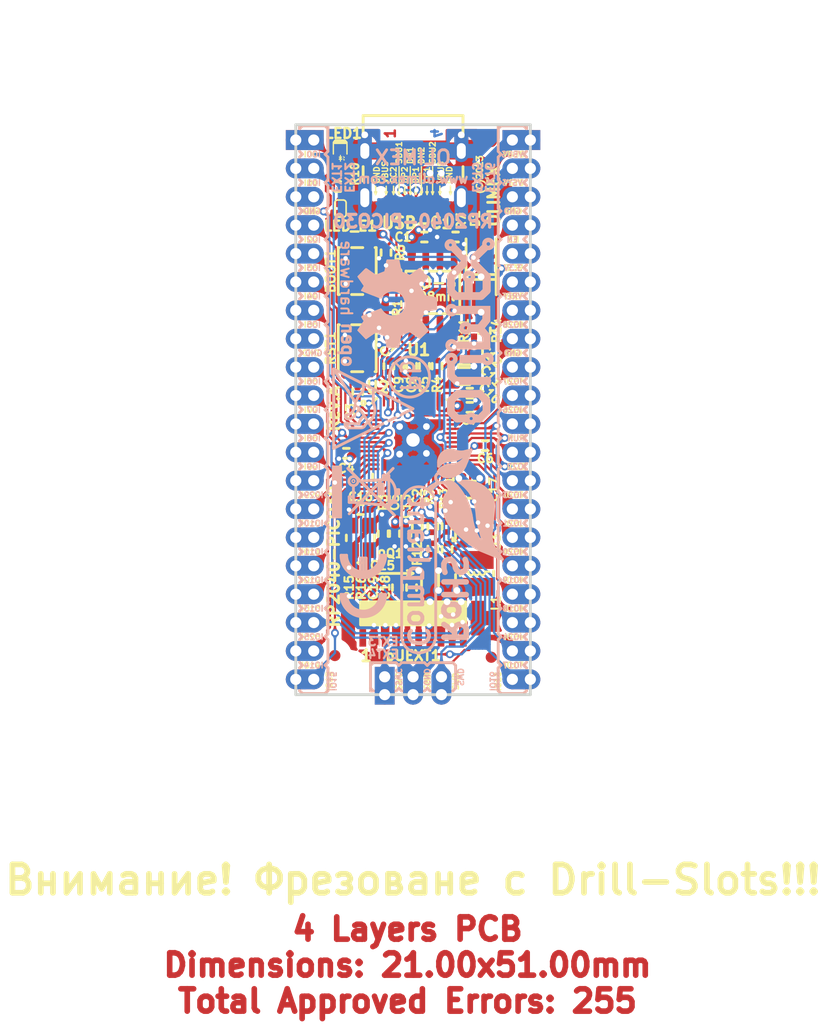
<source format=kicad_pcb>
(kicad_pcb (version 20171130) (host pcbnew 5.1.12-84ad8e8a86~92~ubuntu18.04.1)
  (title_block (title RP2040-PICO30) (date 2023-05-18) (rev A) (company "OLIMEX LTD.") (comment 1 https://www.olimex.com))
  (layers (0 F.Cu signal) (1 In1.Cu signal) (2 In2.Cu signal) (31 B.Cu signal) (34 B.Paste user hide) (35 F.Paste user hide) (36 B.SilkS user hide) (37 F.SilkS user) (38 B.Mask user) (39 F.Mask user hide) (44 Edge.Cuts user))
  (net 0 "")
  (net 1 GND)
  (net 2 "Net-(FID1-PadFid1)")
  (net 3 "Net-(FID2-PadFid1)")
  (net 4 "Net-(FID3-PadFid1)")
  (net 5 /USB_D-)
  (net 6 /USB_D+)
  (net 7 +3.3V)
  (net 8 /+1V1)
  (net 9 /~BOOTSEL)
  (net 10 /SWDIO)
  (net 11 /SWCLK)
  (net 12 "Net-(C15-Pad1)")
  (net 13 "Net-(C16-Pad1)")
  (net 14 "Net-(R7-Pad2)")
  (net 15 /RUN)
  (net 16 /ADC_AVDD)
  (net 17 VDD_SYS)
  (net 18 VBUS)
  (net 19 /GPIO13)
  (net 20 /GPIO25)
  (net 21 /GPIO15)
  (net 22 /GPIO14)
  (net 23 /GPIO11)
  (net 24 /GPIO12)
  (net 25 /GPIO10)
  (net 26 /GPIO29)
  (net 27 /GPIO8)
  (net 28 /GPIO9)
  (net 29 "/GPIO7\\SPI0_TX(MOSI)")
  (net 30 "/GPIO6\\SPI0_SCK(CLK)")
  (net 31 "/GPIO5\\SPI0_CSn(CS#)")
  (net 32 "/GPIO4\\SPI0_RX(MISO)")
  (net 33 /GPIO3)
  (net 34 /GPIO0\UART0_TX)
  (net 35 /GPIO1\UART0_RX)
  (net 36 /GPIO2)
  (net 37 /GPIO18)
  (net 38 /GPIO24)
  (net 39 /GPIO16\I2C0_SDA)
  (net 40 /GPIO17\I2C0_SCL)
  (net 41 /GPIO20)
  (net 42 /GPIO19)
  (net 43 /GPIO21)
  (net 44 /GPIO23)
  (net 45 /GPIO22)
  (net 46 /GPIO26)
  (net 47 /GPIO27)
  (net 48 /GPIO28)
  (net 49 /ADC_VREF)
  (net 50 /3V3_EN)
  (net 51 "Net-(LED1-Pad2)")
  (net 52 "Net-(LED_E1-Pad2)")
  (net 53 "Net-(USB-C1-PadB8)")
  (net 54 "Net-(USB-C1-PadA8)")
  (net 55 "Net-(L1-Pad1)")
  (net 56 "Net-(R3-Pad2)")
  (net 57 "Net-(R6-Pad2)")
  (net 58 "Net-(R12-Pad1)")
  (net 59 /D-)
  (net 60 /D+)
  (net 61 /CSn)
  (net 62 /IO3)
  (net 63 /CLK)
  (net 64 /IO0)
  (net 65 /IO2)
  (net 66 /IO1)
  (module OLIMEX_IC-FP:QFN56_7x7_Pitch_0.4mm (layer F.Cu) (at 150.495 92.71 270)
    (fp_text reference U2 (at -4.699 3.1496 180) (layer F.SilkS) (effects (font (size 1.016 1.016) (thickness 0.254))))
    (fp_text value "RP2040(QFN-56_7x7mm_P0.4mm)")
    (pad 56 smd rect (at -3.4375 2.6) (size 0.2 0.875) (layers F.Cu F.Paste F.Mask) (net 61 /CSn))
    (pad 55 smd rect (at -3.4375 2.2) (size 0.2 0.875) (layers F.Cu F.Paste F.Mask) (net 66 /IO1))
    (pad 54 smd rect (at -3.4375 1.8) (size 0.2 0.875) (layers F.Cu F.Paste F.Mask) (net 65 /IO2))
    (pad 53 smd rect (at -3.4375 1.4) (size 0.2 0.875) (layers F.Cu F.Paste F.Mask) (net 64 /IO0))
    (pad 52 smd rect (at -3.4375 1) (size 0.2 0.875) (layers F.Cu F.Paste F.Mask) (net 63 /CLK))
    (pad 51 smd rect (at -3.4375 0.6) (size 0.2 0.875) (layers F.Cu F.Paste F.Mask) (net 62 /IO3))
    (pad 50 smd rect (at -3.4375 0.2) (size 0.2 0.875) (layers F.Cu F.Paste F.Mask) (net 8 /+1V1))
    (pad 49 smd rect (at -3.4375 -0.2) (size 0.2 0.875) (layers F.Cu F.Paste F.Mask) (net 7 +3.3V))
    (pad 48 smd rect (at -3.4375 -0.6) (size 0.2 0.875) (layers F.Cu F.Paste F.Mask) (net 7 +3.3V))
    (pad 47 smd rect (at -3.4375 -1) (size 0.2 0.875) (layers F.Cu F.Paste F.Mask) (net 60 /D+))
    (pad 46 smd rect (at -3.4375 -1.4) (size 0.2 0.875) (layers F.Cu F.Paste F.Mask) (net 59 /D-))
    (pad 45 smd rect (at -3.4375 -1.8) (size 0.2 0.875) (layers F.Cu F.Paste F.Mask) (net 8 /+1V1))
    (pad 44 smd rect (at -3.4375 -2.2) (size 0.2 0.875) (layers F.Cu F.Paste F.Mask) (net 7 +3.3V))
    (pad 43 smd rect (at -3.4375 -2.6) (size 0.2 0.875) (layers F.Cu F.Paste F.Mask) (net 16 /ADC_AVDD))
    (pad 42 smd rect (at -2.6 -3.4375) (size 0.875 0.2) (layers F.Cu F.Paste F.Mask) (net 7 +3.3V))
    (pad 41 smd rect (at -2.2 -3.4375) (size 0.875 0.2) (layers F.Cu F.Paste F.Mask) (net 26 /GPIO29))
    (pad 40 smd rect (at -1.8 -3.4375) (size 0.875 0.2) (layers F.Cu F.Paste F.Mask) (net 48 /GPIO28))
    (pad 39 smd rect (at -1.4 -3.4375) (size 0.875 0.2) (layers F.Cu F.Paste F.Mask) (net 47 /GPIO27))
    (pad 38 smd rect (at -1 -3.4375) (size 0.875 0.2) (layers F.Cu F.Paste F.Mask) (net 46 /GPIO26))
    (pad 37 smd rect (at -0.6 -3.4375) (size 0.875 0.2) (layers F.Cu F.Paste F.Mask) (net 20 /GPIO25))
    (pad 36 smd rect (at -0.2 -3.4375) (size 0.875 0.2) (layers F.Cu F.Paste F.Mask) (net 38 /GPIO24))
    (pad 35 smd rect (at 0.2 -3.4375) (size 0.875 0.2) (layers F.Cu F.Paste F.Mask) (net 44 /GPIO23))
    (pad 34 smd rect (at 0.6 -3.4375) (size 0.875 0.2) (layers F.Cu F.Paste F.Mask) (net 45 /GPIO22))
    (pad 33 smd rect (at 1 -3.4375) (size 0.875 0.2) (layers F.Cu F.Paste F.Mask) (net 7 +3.3V))
    (pad 32 smd rect (at 1.4 -3.4375) (size 0.875 0.2) (layers F.Cu F.Paste F.Mask) (net 43 /GPIO21))
    (pad 31 smd rect (at 1.8 -3.4375) (size 0.875 0.2) (layers F.Cu F.Paste F.Mask) (net 41 /GPIO20))
    (pad 30 smd rect (at 2.2 -3.4375) (size 0.875 0.2) (layers F.Cu F.Paste F.Mask) (net 42 /GPIO19))
    (pad 29 smd rect (at 2.6 -3.4375) (size 0.875 0.2) (layers F.Cu F.Paste F.Mask) (net 37 /GPIO18))
    (pad 28 smd rect (at 3.4375 -2.6) (size 0.2 0.875) (layers F.Cu F.Paste F.Mask) (net 40 /GPIO17\I2C0_SCL))
    (pad 27 smd rect (at 3.4375 -2.2) (size 0.2 0.875) (layers F.Cu F.Paste F.Mask) (net 39 /GPIO16\I2C0_SDA))
    (pad 26 smd rect (at 3.4375 -1.8) (size 0.2 0.875) (layers F.Cu F.Paste F.Mask) (net 15 /RUN))
    (pad 25 smd rect (at 3.4375 -1.4) (size 0.2 0.875) (layers F.Cu F.Paste F.Mask) (net 10 /SWDIO))
    (pad 24 smd rect (at 3.4375 -1) (size 0.2 0.875) (layers F.Cu F.Paste F.Mask) (net 11 /SWCLK))
    (pad 23 smd rect (at 3.4375 -0.6) (size 0.2 0.875) (layers F.Cu F.Paste F.Mask) (net 8 /+1V1))
    (pad 22 smd rect (at 3.4375 -0.2) (size 0.2 0.875) (layers F.Cu F.Paste F.Mask) (net 7 +3.3V))
    (pad 21 smd rect (at 3.4375 0.2) (size 0.2 0.875) (layers F.Cu F.Paste F.Mask) (net 56 "Net-(R3-Pad2)"))
    (pad 20 smd rect (at 3.4375 0.6) (size 0.2 0.875) (layers F.Cu F.Paste F.Mask) (net 13 "Net-(C16-Pad1)"))
    (pad 19 smd rect (at 3.4375 1) (size 0.2 0.875) (layers F.Cu F.Paste F.Mask) (net 1 GND))
    (pad 18 smd rect (at 3.4375 1.4) (size 0.2 0.875) (layers F.Cu F.Paste F.Mask) (net 21 /GPIO15))
    (pad 17 smd rect (at 3.4375 1.8) (size 0.2 0.875) (layers F.Cu F.Paste F.Mask) (net 22 /GPIO14))
    (pad 16 smd rect (at 3.4375 2.2) (size 0.2 0.875) (layers F.Cu F.Paste F.Mask) (net 19 /GPIO13))
    (pad 15 smd rect (at 3.4375 2.6) (size 0.2 0.875) (layers F.Cu F.Paste F.Mask) (net 24 /GPIO12))
    (pad 14 smd rect (at 2.6 3.4375) (size 0.875 0.2) (layers F.Cu F.Paste F.Mask) (net 23 /GPIO11))
    (pad 13 smd rect (at 2.2 3.4375) (size 0.875 0.2) (layers F.Cu F.Paste F.Mask) (net 25 /GPIO10))
    (pad 12 smd rect (at 1.8 3.4375) (size 0.875 0.2) (layers F.Cu F.Paste F.Mask) (net 28 /GPIO9))
    (pad 11 smd rect (at 1.4 3.4375) (size 0.875 0.2) (layers F.Cu F.Paste F.Mask) (net 27 /GPIO8))
    (pad 10 smd rect (at 1 3.4375) (size 0.875 0.2) (layers F.Cu F.Paste F.Mask) (net 7 +3.3V))
    (pad 9 smd rect (at 0.6 3.4375) (size 0.875 0.2) (layers F.Cu F.Paste F.Mask) (net 29 "/GPIO7\\SPI0_TX(MOSI)"))
    (pad 8 smd rect (at 0.2 3.4375) (size 0.875 0.2) (layers F.Cu F.Paste F.Mask) (net 30 "/GPIO6\\SPI0_SCK(CLK)"))
    (pad 7 smd rect (at -0.2 3.4375) (size 0.875 0.2) (layers F.Cu F.Paste F.Mask) (net 31 "/GPIO5\\SPI0_CSn(CS#)"))
    (pad 6 smd rect (at -0.6 3.4375) (size 0.875 0.2) (layers F.Cu F.Paste F.Mask) (net 32 "/GPIO4\\SPI0_RX(MISO)"))
    (pad 5 smd rect (at -1 3.4375) (size 0.875 0.2) (layers F.Cu F.Paste F.Mask) (net 33 /GPIO3))
    (pad 4 smd rect (at -1.4 3.4375) (size 0.875 0.2) (layers F.Cu F.Paste F.Mask) (net 36 /GPIO2))
    (pad 3 smd rect (at -1.8 3.4375) (size 0.875 0.2) (layers F.Cu F.Paste F.Mask) (net 35 /GPIO1\UART0_RX))
    (pad 2 smd rect (at -2.2 3.4375) (size 0.875 0.2) (layers F.Cu F.Paste F.Mask) (net 34 /GPIO0\UART0_TX))
    (pad 1 smd rect (at -2.6 3.4375) (size 0.875 0.2) (layers F.Cu F.Paste F.Mask) (net 7 +3.3V))
    (pad 57 thru_hole circle (at 1.2 -1.2) (size 1 1) (drill 0.6) (layers *.Cu *.Mask) (net 1 GND))
    (pad 57 thru_hole circle (at 1.27 1.2) (size 1 1) (drill 0.6) (layers *.Cu *.Mask) (net 1 GND))
    (pad 57 thru_hole circle (at 0 0) (size 1.8 1.8) (drill 1.2) (layers *.Cu *.Mask) (net 1 GND))
    (pad 57 thru_hole circle (at -1.2 -1.2) (size 1 1) (drill 0.6) (layers *.Cu *.Mask) (net 1 GND))
    (pad 57 thru_hole circle (at -1.2 1.2) (size 1 1) (drill 0.6) (layers *.Cu *.Mask) (net 1 GND))
    (pad 57 smd rect (at 0 0) (size 3.2 3.2) (layers F.Cu F.Mask) (net 1 GND))
  )
  (module OLIMEX_Connectors-FP:BM10B-SRSS-TB (layer F.Cu) (at 150.5 109)
    (fp_text reference pUEXT1 (at -0.005 3.014) (layer F.SilkS) (effects (font (size 0.889 0.889) (thickness 0.22225))))
    (fp_text value SH1.0-10P-180D)
    (fp_text user 1 (at -4.196 3.022) (layer F.SilkS) (effects (font (size 1.016 1.016) (thickness 0.254))))
    (pad 1 smd rect (at -4.5 1.425) (size 0.6 1.55) (layers F.Cu F.Paste F.Mask) (net 7 +3.3V))
    (pad 2 smd rect (at -3.5 1.425) (size 0.6 1.55) (layers F.Cu F.Paste F.Mask) (net 1 GND))
    (pad 3 smd rect (at -2.5 1.425) (size 0.6 1.55) (layers F.Cu F.Paste F.Mask) (net 34 /GPIO0\UART0_TX))
    (pad 4 smd rect (at -1.5 1.425) (size 0.6 1.55) (layers F.Cu F.Paste F.Mask) (net 35 /GPIO1\UART0_RX))
    (pad 5 smd rect (at -0.5 1.425) (size 0.6 1.55) (layers F.Cu F.Paste F.Mask) (net 40 /GPIO17\I2C0_SCL))
    (pad 6 smd rect (at 0.5 1.425) (size 0.6 1.55) (layers F.Cu F.Paste F.Mask) (net 39 /GPIO16\I2C0_SDA))
    (pad 7 smd rect (at 1.5 1.425) (size 0.6 1.55) (layers F.Cu F.Paste F.Mask) (net 32 "/GPIO4\\SPI0_RX(MISO)"))
    (pad 8 smd rect (at 2.5 1.425) (size 0.6 1.55) (layers F.Cu F.Paste F.Mask) (net 29 "/GPIO7\\SPI0_TX(MOSI)"))
    (pad 9 smd rect (at 3.5 1.425) (size 0.6 1.55) (layers F.Cu F.Paste F.Mask) (net 30 "/GPIO6\\SPI0_SCK(CLK)"))
    (pad 10 smd rect (at 4.5 1.425) (size 0.6 1.55) (layers F.Cu F.Paste F.Mask) (net 31 "/GPIO5\\SPI0_CSn(CS#)"))
    (pad 0 smd rect (at -5.8 -0.35) (size 1.2 3.1) (layers F.Cu F.Paste F.Mask) (net 1 GND))
    (pad 0 smd rect (at 5.8 -0.35) (size 1.2 3.1) (layers F.Cu F.Paste F.Mask) (net 1 GND))
  )
  (module OLIMEX_Connectors-FP:HN1x20 (layer B.Cu) (at 141.61 90 270)
    (fp_text reference EXT2 (at -20.785 -3.17 270 unlocked) (layer B.SilkS) (effects (font (size 0.762 0.762) (thickness 0.1905)) (justify mirror)))
    (fp_text value "NA(HN1x20)")
    (pad 4 thru_hole circle (at -16.51 0 270) (size 1.778 1.778) (drill 1) (layers *.Cu *.Mask) (net 36 /GPIO2))
    (pad 3 thru_hole circle (at -19.05 0 270) (size 1.778 1.778) (drill 1) (layers *.Cu *.Mask) (net 1 GND))
    (pad 2 thru_hole circle (at -21.59 0 270) (size 1.778 1.778) (drill 1) (layers *.Cu *.Mask) (net 35 /GPIO1\UART0_RX))
    (pad 1 thru_hole rect (at -24.13 0 270) (size 1.778 1.778) (drill 1) (layers *.Cu *.Mask) (net 34 /GPIO0\UART0_TX))
    (pad 5 thru_hole circle (at -13.97 0 270) (size 1.778 1.778) (drill 1) (layers *.Cu *.Mask) (net 33 /GPIO3))
    (pad 6 thru_hole circle (at -11.43 0 270) (size 1.778 1.778) (drill 1) (layers *.Cu *.Mask) (net 32 "/GPIO4\\SPI0_RX(MISO)"))
    (pad 8 thru_hole circle (at -6.35 0 270) (size 1.778 1.778) (drill 1) (layers *.Cu *.Mask) (net 1 GND))
    (pad 7 thru_hole circle (at -8.89 0 270) (size 1.778 1.778) (drill 1) (layers *.Cu *.Mask) (net 31 "/GPIO5\\SPI0_CSn(CS#)"))
    (pad 9 thru_hole circle (at -3.81 0 270) (size 1.778 1.778) (drill 1) (layers *.Cu *.Mask) (net 30 "/GPIO6\\SPI0_SCK(CLK)"))
    (pad 10 thru_hole circle (at -1.27 0 270) (size 1.778 1.778) (drill 1) (layers *.Cu *.Mask) (net 29 "/GPIO7\\SPI0_TX(MOSI)"))
    (pad 12 thru_hole circle (at 3.81 0 270) (size 1.778 1.778) (drill 1) (layers *.Cu *.Mask) (net 28 /GPIO9))
    (pad 11 thru_hole circle (at 1.27 0 270) (size 1.778 1.778) (drill 1) (layers *.Cu *.Mask) (net 27 /GPIO8))
    (pad 13 thru_hole circle (at 6.35 0 270) (size 1.778 1.778) (drill 1) (layers *.Cu *.Mask) (net 26 /GPIO29))
    (pad 14 thru_hole circle (at 8.89 0 270) (size 1.778 1.778) (drill 1) (layers *.Cu *.Mask) (net 25 /GPIO10))
    (pad 16 thru_hole circle (at 13.97 0 270) (size 1.778 1.778) (drill 1) (layers *.Cu *.Mask) (net 24 /GPIO12))
    (pad 15 thru_hole circle (at 11.43 0 270) (size 1.778 1.778) (drill 1) (layers *.Cu *.Mask) (net 23 /GPIO11))
    (pad 19 thru_hole circle (at 21.59 0 270) (size 1.778 1.778) (drill 1) (layers *.Cu *.Mask) (net 22 /GPIO14))
    (pad 20 thru_hole circle (at 24.13 0 270) (size 1.778 1.778) (drill 1) (layers *.Cu *.Mask) (net 21 /GPIO15))
    (pad 18 thru_hole circle (at 19.05 0 270) (size 1.778 1.778) (drill 1) (layers *.Cu *.Mask) (net 20 /GPIO25))
    (pad 17 thru_hole circle (at 16.51 0 270) (size 1.778 1.778) (drill 1) (layers *.Cu *.Mask) (net 19 /GPIO13))
  )
  (module OLIMEX_Connectors-FP:HN1x20 (layer B.Cu) (at 159.39 90 270)
    (fp_text reference EXT5 (at -20.785 3.18 270 unlocked) (layer B.SilkS) (effects (font (size 0.762 0.762) (thickness 0.1905)) (justify mirror)))
    (fp_text value "NA(HN1x20)")
    (pad 4 thru_hole circle (at -16.51 0 270) (size 1.778 1.778) (drill 1) (layers *.Cu *.Mask) (net 50 /3V3_EN))
    (pad 3 thru_hole circle (at -19.05 0 270) (size 1.778 1.778) (drill 1) (layers *.Cu *.Mask) (net 1 GND))
    (pad 2 thru_hole circle (at -21.59 0 270) (size 1.778 1.778) (drill 1) (layers *.Cu *.Mask) (net 17 VDD_SYS))
    (pad 1 thru_hole rect (at -24.13 0 270) (size 1.778 1.778) (drill 1) (layers *.Cu *.Mask) (net 18 VBUS))
    (pad 5 thru_hole circle (at -13.97 0 270) (size 1.778 1.778) (drill 1) (layers *.Cu *.Mask) (net 7 +3.3V))
    (pad 6 thru_hole circle (at -11.43 0 270) (size 1.778 1.778) (drill 1) (layers *.Cu *.Mask) (net 49 /ADC_VREF))
    (pad 8 thru_hole circle (at -6.35 0 270) (size 1.778 1.778) (drill 1) (layers *.Cu *.Mask) (net 1 GND))
    (pad 7 thru_hole circle (at -8.89 0 270) (size 1.778 1.778) (drill 1) (layers *.Cu *.Mask) (net 48 /GPIO28))
    (pad 9 thru_hole circle (at -3.81 0 270) (size 1.778 1.778) (drill 1) (layers *.Cu *.Mask) (net 47 /GPIO27))
    (pad 10 thru_hole circle (at -1.27 0 270) (size 1.778 1.778) (drill 1) (layers *.Cu *.Mask) (net 46 /GPIO26))
    (pad 12 thru_hole circle (at 3.81 0 270) (size 1.778 1.778) (drill 1) (layers *.Cu *.Mask) (net 45 /GPIO22))
    (pad 11 thru_hole circle (at 1.27 0 270) (size 1.778 1.778) (drill 1) (layers *.Cu *.Mask) (net 15 /RUN))
    (pad 13 thru_hole circle (at 6.35 0 270) (size 1.778 1.778) (drill 1) (layers *.Cu *.Mask) (net 44 /GPIO23))
    (pad 14 thru_hole circle (at 8.89 0 270) (size 1.778 1.778) (drill 1) (layers *.Cu *.Mask) (net 43 /GPIO21))
    (pad 16 thru_hole circle (at 13.97 0 270) (size 1.778 1.778) (drill 1) (layers *.Cu *.Mask) (net 42 /GPIO19))
    (pad 15 thru_hole circle (at 11.43 0 270) (size 1.778 1.778) (drill 1) (layers *.Cu *.Mask) (net 41 /GPIO20))
    (pad 19 thru_hole circle (at 21.59 0 270) (size 1.778 1.778) (drill 1) (layers *.Cu *.Mask) (net 40 /GPIO17\I2C0_SCL))
    (pad 20 thru_hole circle (at 24.13 0 270) (size 1.778 1.778) (drill 1) (layers *.Cu *.Mask) (net 39 /GPIO16\I2C0_SDA))
    (pad 18 thru_hole circle (at 19.05 0 270) (size 1.778 1.778) (drill 1) (layers *.Cu *.Mask) (net 38 /GPIO24))
    (pad 17 thru_hole circle (at 16.51 0 270) (size 1.778 1.778) (drill 1) (layers *.Cu *.Mask) (net 37 /GPIO18))
  )
  (module OLIMEX_Connectors-FP:HN1x3 (layer B.Cu) (at 150.5 113.9)
    (fp_text reference EXT3 (at -2.672 -3.156) (layer B.SilkS) (effects (font (size 0.762 0.762) (thickness 0.1905)) (justify mirror)))
    (fp_text value "NA(HN1x3)")
    (pad 1 thru_hole rect (at -2.54 0) (size 1.778 1.778) (drill 1) (layers *.Cu *.Mask) (net 11 /SWCLK))
    (pad 2 thru_hole circle (at 0 0) (size 1.778 1.778) (drill 1) (layers *.Cu *.Mask) (net 1 GND))
    (pad 3 thru_hole circle (at 2.54 0) (size 1.778 1.778) (drill 1) (layers *.Cu *.Mask) (net 10 /SWDIO))
  )
  (module OLIMEX_Connectors-FP:HN1x3 (layer B.Cu) (at 150.5 115.5)
    (fp_text reference EXT4 (at -2.672 -3.613) (layer B.SilkS) (effects (font (size 0.762 0.762) (thickness 0.1905)) (justify mirror)))
    (fp_text value "NA(HN1x3)")
    (pad 3 thru_hole circle (at 2.54 0) (size 1.778 1.778) (drill 1) (layers *.Cu *.Mask) (net 10 /SWDIO))
    (pad 2 thru_hole circle (at 0 0) (size 1.778 1.778) (drill 1) (layers *.Cu *.Mask) (net 1 GND))
    (pad 1 thru_hole rect (at -2.54 0) (size 1.778 1.778) (drill 1) (layers *.Cu *.Mask) (net 11 /SWCLK))
  )
  (module OLIMEX_Connectors-FP:HN1x20 (layer B.Cu) (at 140 90 270)
    (fp_text reference EXT1 (at -20.785 -3.637 270 unlocked) (layer B.SilkS) (effects (font (size 0.762 0.762) (thickness 0.1905)) (justify mirror)))
    (fp_text value "NA(HN1x20)")
    (pad 17 thru_hole circle (at 16.51 0 270) (size 1.778 1.778) (drill 1) (layers *.Cu *.Mask) (net 19 /GPIO13))
    (pad 18 thru_hole circle (at 19.05 0 270) (size 1.778 1.778) (drill 1) (layers *.Cu *.Mask) (net 20 /GPIO25))
    (pad 20 thru_hole circle (at 24.13 0 270) (size 1.778 1.778) (drill 1) (layers *.Cu *.Mask) (net 21 /GPIO15))
    (pad 19 thru_hole circle (at 21.59 0 270) (size 1.778 1.778) (drill 1) (layers *.Cu *.Mask) (net 22 /GPIO14))
    (pad 15 thru_hole circle (at 11.43 0 270) (size 1.778 1.778) (drill 1) (layers *.Cu *.Mask) (net 23 /GPIO11))
    (pad 16 thru_hole circle (at 13.97 0 270) (size 1.778 1.778) (drill 1) (layers *.Cu *.Mask) (net 24 /GPIO12))
    (pad 14 thru_hole circle (at 8.89 0 270) (size 1.778 1.778) (drill 1) (layers *.Cu *.Mask) (net 25 /GPIO10))
    (pad 13 thru_hole circle (at 6.35 0 270) (size 1.778 1.778) (drill 1) (layers *.Cu *.Mask) (net 26 /GPIO29))
    (pad 11 thru_hole circle (at 1.27 0 270) (size 1.778 1.778) (drill 1) (layers *.Cu *.Mask) (net 27 /GPIO8))
    (pad 12 thru_hole circle (at 3.81 0 270) (size 1.778 1.778) (drill 1) (layers *.Cu *.Mask) (net 28 /GPIO9))
    (pad 10 thru_hole circle (at -1.27 0 270) (size 1.778 1.778) (drill 1) (layers *.Cu *.Mask) (net 29 "/GPIO7\\SPI0_TX(MOSI)"))
    (pad 9 thru_hole circle (at -3.81 0 270) (size 1.778 1.778) (drill 1) (layers *.Cu *.Mask) (net 30 "/GPIO6\\SPI0_SCK(CLK)"))
    (pad 7 thru_hole circle (at -8.89 0 270) (size 1.778 1.778) (drill 1) (layers *.Cu *.Mask) (net 31 "/GPIO5\\SPI0_CSn(CS#)"))
    (pad 8 thru_hole circle (at -6.35 0 270) (size 1.778 1.778) (drill 1) (layers *.Cu *.Mask) (net 1 GND))
    (pad 6 thru_hole circle (at -11.43 0 270) (size 1.778 1.778) (drill 1) (layers *.Cu *.Mask) (net 32 "/GPIO4\\SPI0_RX(MISO)"))
    (pad 5 thru_hole circle (at -13.97 0 270) (size 1.778 1.778) (drill 1) (layers *.Cu *.Mask) (net 33 /GPIO3))
    (pad 1 thru_hole rect (at -24.13 0 270) (size 1.778 1.778) (drill 1) (layers *.Cu *.Mask) (net 34 /GPIO0\UART0_TX))
    (pad 2 thru_hole circle (at -21.59 0 270) (size 1.778 1.778) (drill 1) (layers *.Cu *.Mask) (net 35 /GPIO1\UART0_RX))
    (pad 3 thru_hole circle (at -19.05 0 270) (size 1.778 1.778) (drill 1) (layers *.Cu *.Mask) (net 1 GND))
    (pad 4 thru_hole circle (at -16.51 0 270) (size 1.778 1.778) (drill 1) (layers *.Cu *.Mask) (net 36 /GPIO2))
  )
  (module OLIMEX_Connectors-FP:HN1x20 (layer B.Cu) (at 161 90 270)
    (fp_text reference EXT6 (at -20.785 3.647 270 unlocked) (layer B.SilkS) (effects (font (size 0.762 0.762) (thickness 0.1905)) (justify mirror)))
    (fp_text value "NA(HN1x20)")
    (pad 4 thru_hole circle (at -16.51 0 270) (size 1.778 1.778) (drill 1) (layers *.Cu *.Mask) (net 50 /3V3_EN))
    (pad 3 thru_hole circle (at -19.05 0 270) (size 1.778 1.778) (drill 1) (layers *.Cu *.Mask) (net 1 GND))
    (pad 2 thru_hole circle (at -21.59 0 270) (size 1.778 1.778) (drill 1) (layers *.Cu *.Mask) (net 17 VDD_SYS))
    (pad 1 thru_hole rect (at -24.13 0 270) (size 1.778 1.778) (drill 1) (layers *.Cu *.Mask) (net 18 VBUS))
    (pad 5 thru_hole circle (at -13.97 0 270) (size 1.778 1.778) (drill 1) (layers *.Cu *.Mask) (net 7 +3.3V))
    (pad 6 thru_hole circle (at -11.43 0 270) (size 1.778 1.778) (drill 1) (layers *.Cu *.Mask) (net 49 /ADC_VREF))
    (pad 8 thru_hole circle (at -6.35 0 270) (size 1.778 1.778) (drill 1) (layers *.Cu *.Mask) (net 1 GND))
    (pad 7 thru_hole circle (at -8.89 0 270) (size 1.778 1.778) (drill 1) (layers *.Cu *.Mask) (net 48 /GPIO28))
    (pad 9 thru_hole circle (at -3.81 0 270) (size 1.778 1.778) (drill 1) (layers *.Cu *.Mask) (net 47 /GPIO27))
    (pad 10 thru_hole circle (at -1.27 0 270) (size 1.778 1.778) (drill 1) (layers *.Cu *.Mask) (net 46 /GPIO26))
    (pad 12 thru_hole circle (at 3.81 0 270) (size 1.778 1.778) (drill 1) (layers *.Cu *.Mask) (net 45 /GPIO22))
    (pad 11 thru_hole circle (at 1.27 0 270) (size 1.778 1.778) (drill 1) (layers *.Cu *.Mask) (net 15 /RUN))
    (pad 13 thru_hole circle (at 6.35 0 270) (size 1.778 1.778) (drill 1) (layers *.Cu *.Mask) (net 44 /GPIO23))
    (pad 14 thru_hole circle (at 8.89 0 270) (size 1.778 1.778) (drill 1) (layers *.Cu *.Mask) (net 43 /GPIO21))
    (pad 16 thru_hole circle (at 13.97 0 270) (size 1.778 1.778) (drill 1) (layers *.Cu *.Mask) (net 42 /GPIO19))
    (pad 15 thru_hole circle (at 11.43 0 270) (size 1.778 1.778) (drill 1) (layers *.Cu *.Mask) (net 41 /GPIO20))
    (pad 19 thru_hole circle (at 21.59 0 270) (size 1.778 1.778) (drill 1) (layers *.Cu *.Mask) (net 40 /GPIO17\I2C0_SCL))
    (pad 20 thru_hole circle (at 24.13 0 270) (size 1.778 1.778) (drill 1) (layers *.Cu *.Mask) (net 39 /GPIO16\I2C0_SDA))
    (pad 18 thru_hole circle (at 19.05 0 270) (size 1.778 1.778) (drill 1) (layers *.Cu *.Mask) (net 38 /GPIO24))
    (pad 17 thru_hole circle (at 16.51 0 270) (size 1.778 1.778) (drill 1) (layers *.Cu *.Mask) (net 37 /GPIO18))
  )
  (module "OLIMEX_Connectors-FP:USB2.0_TYPE-C(A40-00119-A52-12)" (layer F.Cu) (at 150.5 68 90)
    (fp_text reference USB-C1 (at -5.279 0.376) (layer F.SilkS) (effects (font (size 1.016 1.016) (thickness 0.254))))
    (fp_text value "USB-C-16P-F(A40-00119-A52-12)")
    (fp_text user GND (at -1 3.25 90) (layer F.SilkS) (effects (font (size 0.508 0.508) (thickness 0.127))))
    (fp_text user VBUS (at -0.75 2.5 90) (layer F.SilkS) (effects (font (size 0.508 0.508) (thickness 0.127))))
    (fp_text user SBU2 (at 1 1.75 90) (layer F.SilkS) (effects (font (size 0.508 0.508) (thickness 0.127))))
    (fp_text user CC1 (at -1 1.25 90) (layer F.SilkS) (effects (font (size 0.508 0.508) (thickness 0.127))))
    (fp_text user DN2 (at 0.75 0.75 90) (layer F.SilkS) (effects (font (size 0.508 0.508) (thickness 0.127))))
    (fp_text user DP1 (at -1 0.25 90) (layer F.SilkS) (effects (font (size 0.508 0.508) (thickness 0.127))))
    (fp_text user DN1 (at 0.75 -0.25 90) (layer F.SilkS) (effects (font (size 0.508 0.508) (thickness 0.127))))
    (fp_text user DP2 (at -1 -0.75 90) (layer F.SilkS) (effects (font (size 0.508 0.508) (thickness 0.127))))
    (fp_text user SBU1 (at 1 -1.25 90) (layer F.SilkS) (effects (font (size 0.508 0.508) (thickness 0.127))))
    (fp_text user CC2 (at -1 -1.75 90) (layer F.SilkS) (effects (font (size 0.508 0.508) (thickness 0.127))))
    (fp_text user VBUS (at -0.75 -2.5 90) (layer F.SilkS) (effects (font (size 0.508 0.508) (thickness 0.127))))
    (fp_text user GND (at -1 -3.25 90) (layer F.SilkS) (effects (font (size 0.508 0.508) (thickness 0.127))))
    (fp_text user "Внимание! Фрезоване с Drill-Slots!!!" (at -64.08 0) (layer F.SilkS) (effects (font (size 2.54 2.54) (thickness 0.508))))
    (pad A12 smd rect (at -3.932 -3.325 180) (size 0.3 1.15) (layers F.Cu F.Paste F.Mask) (net 1 GND))
    (pad A1 smd rect (at -3.932 3.325 180) (size 0.3 1.15) (layers F.Cu F.Paste F.Mask) (net 1 GND))
    (pad B1 smd rect (at -3.932 -3.075 180) (size 0.3 1.15) (layers F.Cu F.Paste F.Mask) (net 1 GND))
    (pad B12 smd rect (at -3.932 3.075 180) (size 0.3 1.15) (layers F.Cu F.Paste F.Mask) (net 1 GND))
    (pad A9 smd rect (at -3.932 -2.525 180) (size 0.3 1.15) (layers F.Cu F.Paste F.Mask) (net 18 VBUS))
    (pad A4 smd rect (at -3.932 2.525 180) (size 0.3 1.15) (layers F.Cu F.Paste F.Mask) (net 18 VBUS))
    (pad B4 smd rect (at -3.932 -2.275 180) (size 0.3 1.15) (layers F.Cu F.Paste F.Mask) (net 18 VBUS))
    (pad B9 smd rect (at -3.932 2.275 180) (size 0.3 1.15) (layers F.Cu F.Paste F.Mask) (net 18 VBUS))
    (pad 0 thru_hole oval (at -3.03 4.32 180) (size 1.2 2.2) (drill oval 0.8 1.7) (layers *.Cu *.Mask) (net 1 GND))
    (pad "" np_thru_hole circle (at -2.53 2.89 180) (size 0.6 0.6) (drill 0.6) (layers *.Cu *.Mask))
    (pad 0 thru_hole oval (at 1.15 4.32 180) (size 1.3 2) (drill oval 0.8 1.4) (layers *.Cu *.Mask) (net 1 GND))
    (pad 0 thru_hole oval (at 1.15 -4.32 180) (size 1.3 2) (drill oval 0.8 1.4) (layers *.Cu *.Mask) (net 1 GND))
    (pad 0 thru_hole oval (at -3.03 -4.32 180) (size 1.2 2.2) (drill oval 0.8 1.7) (layers *.Cu *.Mask) (net 1 GND))
    (pad A6 smd rect (at -3.932 0.25 180) (size 0.25 1.15) (layers F.Cu F.Paste F.Mask) (net 6 /USB_D+))
    (pad B6 smd rect (at -3.932 -0.75 180) (size 0.25 1.15) (layers F.Cu F.Paste F.Mask) (net 6 /USB_D+))
    (pad A8 smd rect (at -3.932 -1.25 180) (size 0.25 1.15) (layers F.Cu F.Paste F.Mask) (net 54 "Net-(USB-C1-PadA8)"))
    (pad A7 smd rect (at -3.932 -0.25 180) (size 0.25 1.15) (layers F.Cu F.Paste F.Mask) (net 5 /USB_D-))
    (pad B5 smd rect (at -3.932 -1.75 180) (size 0.25 1.15) (layers F.Cu F.Paste F.Mask) (net 57 "Net-(R6-Pad2)"))
    (pad B7 smd rect (at -3.932 0.75 180) (size 0.25 1.15) (layers F.Cu F.Paste F.Mask) (net 5 /USB_D-))
    (pad A5 smd rect (at -3.932 1.25 180) (size 0.25 1.15) (layers F.Cu F.Paste F.Mask) (net 14 "Net-(R7-Pad2)"))
    (pad B8 smd rect (at -3.932 1.75 180) (size 0.25 1.15) (layers F.Cu F.Paste F.Mask) (net 53 "Net-(USB-C1-PadB8)"))
    (pad "" np_thru_hole circle (at -2.53 -2.89 180) (size 0.6 0.6) (drill 0.6) (layers *.Cu *.Mask))
    (pad 0 connect rect (at -3.03 4.9276 180) (size 1.1 2.2) (layers F.Cu F.Mask) (net 1 GND))
    (pad 0 connect rect (at 1.15 4.9276 180) (size 1.1 2) (layers F.Cu F.Mask) (net 1 GND))
    (pad 0 connect rect (at -3.03 -4.9276 180) (size 1.1 2.2) (layers F.Cu F.Mask) (net 1 GND))
    (pad 0 connect rect (at 1.15 -4.9276 180) (size 1.1 2) (layers F.Cu F.Mask) (net 1 GND))
  )
  (module OLIMEX_LEDs-FP:LED_0603_KA (layer F.Cu) (at 144 67.5 270)
    (fp_text reference LED1 (at -2.222 -0.272 180) (layer F.SilkS) (effects (font (size 0.889 0.889) (thickness 0.22225))))
    (fp_text value LED/GREEN/0603)
    (pad 2 smd rect (at 0.762 0 90) (size 0.8 0.8) (layers F.Cu F.Paste F.Mask) (net 51 "Net-(LED1-Pad2)"))
    (pad 1 smd rect (at -0.762 0 90) (size 0.8 0.8) (layers F.Cu F.Paste F.Mask) (net 1 GND))
  )
  (module OLIMEX_Signs-FP:Sign_RoHS_1 (layer B.Cu) (at 150.114 110.744 90)
    (fp_text reference Sign_RoHS hide)
    (fp_text value Sign_RoHS hide)
    (fp_text user Compliant (at 6.20014 0.8382 270 unlocked) (layer B.SilkS) (effects (font (size 1.778 1.778) (thickness 0.35)) (justify mirror)))
    (fp_text user RoHS (at 3.81508 4.04368 270 unlocked) (layer B.SilkS) (effects (font (size 2 2) (thickness 0.5)) (justify mirror)))
  )
  (module OLIMEX_Signs-FP:Sign_RecycleBin_1 (layer B.Cu) (at 143.256 99.695 90)
    (fp_text reference Sign_RecycleBin hide)
    (fp_text value Sign_RecycleBin hide)
  )
  (module OLIMEX_Signs-FP:Sign_PB-Free (layer B.Cu) (at 149.86 86.868 90)
    (fp_text reference Sign_PB-Free)
    (fp_text value Sign_PB-Free)
    (fp_text user Pb (at -0.08636 0.33528 270 unlocked) (layer B.SilkS) (effects (font (size 1.7 1.5) (thickness 0.254)) (justify mirror)))
  )
  (module OLIMEX_Signs-FP:Sign_OSHW_8x8 (layer B.Cu) (at 148.59 80.518 90)
    (fp_text reference Sign_OSHW_8x8 hide)
    (fp_text value Sign_OSHW_8x8 hide)
    (fp_text user open (at -3.683 -3.937 270 unlocked) (layer B.SilkS) (effects (font (size 1.1 1.1) (thickness 0.254)) (justify mirror)))
    (fp_text user hardware (at 2.286 -4.064 270 unlocked) (layer B.SilkS) (effects (font (thickness 0.18)) (justify mirror)))
  )
  (module OLIMEX_Signs-FP:Sign_Antistatic (layer B.Cu) (at 143.383 93.472 90)
    (fp_text reference Sign_Antistatic hide)
    (fp_text value Sign_Antistatic hide)
  )
  (module OLIMEX_Signs-FP:Logo_OLIMEX_TB (layer B.Cu) (at 155.575 82.804 90)
    (fp_text reference Logo_OLIMEX_TB-Bottom hide)
    (fp_text value Logo_OLIMEX_TB hide)
  )
  (module OLIMEX_Signs-FP:CE_Sign (layer B.Cu) (at 146.05 104.775 90)
    (fp_text reference Sign_CE hide)
    (fp_text value CE_Sign hide)
  )
  (module OLIMEX_RLC-FP:C_0603_5MIL_DWS (layer F.Cu) (at 155.575 97.155 180)
    (fp_text reference C17 (at -2.159 0 90) (layer F.SilkS) (effects (font (size 0.762 0.762) (thickness 0.1905))))
    (fp_text value 22uF/6.3V/20%/X5R/C0603)
    (pad 2 smd rect (at 0.889 0 180) (size 1.016 1.016) (layers F.Cu F.Paste F.Mask) (net 1 GND) (clearance 0.0508))
    (pad 1 smd rect (at -0.889 0 180) (size 1.016 1.016) (layers F.Cu F.Paste F.Mask) (net 17 VDD_SYS) (clearance 0.0508))
  )
  (module OLIMEX_RLC-FP:C_0603_5MIL_DWS (layer F.Cu) (at 153.543 105.259 90)
    (fp_text reference C18 (at -0.659 -5.5245 270) (layer F.SilkS) (effects (font (size 0.762 0.762) (thickness 0.1905))))
    (fp_text value 22uF/6.3V/20%/X5R/C0603)
    (pad 2 smd rect (at 0.889 0 90) (size 1.016 1.016) (layers F.Cu F.Paste F.Mask) (net 1 GND) (clearance 0.0508))
    (pad 1 smd rect (at -0.889 0 90) (size 1.016 1.016) (layers F.Cu F.Paste F.Mask) (net 7 +3.3V) (clearance 0.0508))
  )
  (module OLIMEX_RLC-FP:C_0603_5MIL_DWS (layer F.Cu) (at 152.019 105.259 90)
    (fp_text reference C19 (at -0.659 -5.08 270) (layer F.SilkS) (effects (font (size 0.762 0.762) (thickness 0.1905))))
    (fp_text value 22uF/6.3V/20%/X5R/C0603)
    (pad 2 smd rect (at 0.889 0 90) (size 1.016 1.016) (layers F.Cu F.Paste F.Mask) (net 1 GND) (clearance 0.0508))
    (pad 1 smd rect (at -0.889 0 90) (size 1.016 1.016) (layers F.Cu F.Paste F.Mask) (net 7 +3.3V) (clearance 0.0508))
  )
  (module OLIMEX_Other-FP:Fiducial1x3 (layer F.Cu) (at 143.5 112)
    (fp_text reference FID1 hide)
    (fp_text value Fiducial hide)
    (pad Fid1 connect circle (at 0 0) (size 1 1) (layers F.Cu F.Mask) (net 2 "Net-(FID1-PadFid1)") (clearance 1.016))
  )
  (module OLIMEX_RLC-FP:CD32 (layer F.Cu) (at 156.21 104.648 270)
    (fp_text reference L1 (at 2.667 -1.7145 270) (layer F.SilkS) (effects (font (size 0.762 0.762) (thickness 0.1905))))
    (fp_text value "2.2uH/1.5A/DCR=58mR/20%/3.00x3.00x1.50mm/CD32(NRS3015T2R2MNGH)")
    (pad 2 smd rect (at 1.2 0 90) (size 1.6 3) (layers F.Cu F.Paste F.Mask) (net 7 +3.3V) (clearance 0.0508))
    (pad 1 smd rect (at -1.2 0 90) (size 1.6 3) (layers F.Cu F.Paste F.Mask) (net 55 "Net-(L1-Pad1)") (clearance 0.0508))
  )
  (module OLIMEX_RLC-FP:R_0402_5MIL_DWS (layer F.Cu) (at 152.273 102.465 270)
    (fp_text reference R12 (at 0.405 1.397 270) (layer F.SilkS) (effects (font (size 0.762 0.762) (thickness 0.1905))))
    (fp_text value 220k/R0402)
    (pad 2 smd rect (at 0.508 0 270) (size 0.5 0.55) (layers F.Cu F.Paste F.Mask) (net 7 +3.3V))
    (pad 1 smd rect (at -0.508 0 90) (size 0.5 0.55) (layers F.Cu F.Paste F.Mask) (net 58 "Net-(R12-Pad1)"))
  )
  (module OLIMEX_RLC-FP:R_0402_5MIL_DWS (layer F.Cu) (at 153.543 100.433 90)
    (fp_text reference R13 (at 2.4652 -0.3048 270) (layer F.SilkS) (effects (font (size 0.635 0.635) (thickness 0.15875))))
    (fp_text value 49.9k/1%/R0402)
    (pad 2 smd rect (at 0.508 0 90) (size 0.5 0.55) (layers F.Cu F.Paste F.Mask) (net 1 GND))
    (pad 1 smd rect (at -0.508 0 270) (size 0.5 0.55) (layers F.Cu F.Paste F.Mask) (net 58 "Net-(R12-Pad1)"))
  )
  (module OLIMEX_RLC-FP:R_0402_5MIL_DWS (layer F.Cu) (at 149.098 105.918 270)
    (fp_text reference R15 (at 0 4.318 90) (layer F.SilkS) (effects (font (size 0.762 0.762) (thickness 0.1905))))
    (fp_text value "NA(2.2k/R0402)")
    (pad 2 smd rect (at 0.508 0 270) (size 0.5 0.55) (layers F.Cu F.Paste F.Mask) (net 40 /GPIO17\I2C0_SCL))
    (pad 1 smd rect (at -0.508 0 90) (size 0.5 0.55) (layers F.Cu F.Paste F.Mask) (net 7 +3.3V))
  )
  (module OLIMEX_RLC-FP:R_0402_5MIL_DWS (layer F.Cu) (at 150.368 105.918 270)
    (fp_text reference R16 (at 0 4.5085 90) (layer F.SilkS) (effects (font (size 0.762 0.762) (thickness 0.1905))))
    (fp_text value "NA(2.2k/R0402)")
    (pad 2 smd rect (at 0.508 0 270) (size 0.5 0.55) (layers F.Cu F.Paste F.Mask) (net 39 /GPIO16\I2C0_SDA))
    (pad 1 smd rect (at -0.508 0 90) (size 0.5 0.55) (layers F.Cu F.Paste F.Mask) (net 7 +3.3V))
  )
  (module OLIMEX_Regulators-FP:SOT-23-5 (layer F.Cu) (at 156.083 100.33 270)
    (fp_text reference U3 (at 1.524 -1.8415 270) (layer F.SilkS) (effects (font (size 0.762 0.762) (thickness 0.1905))))
    (fp_text value "SY8089AAAC(SOT23-5)")
    (pad 1 smd rect (at 1.3 0.95 270) (size 1.2 0.55) (layers F.Cu F.Paste F.Mask) (net 50 /3V3_EN) (clearance 0.0508))
    (pad 2 smd rect (at 1.3 0 270) (size 1.2 0.55) (layers F.Cu F.Paste F.Mask) (net 1 GND) (clearance 0.0508))
    (pad 3 smd rect (at 1.3 -0.95 270) (size 1.2 0.55) (layers F.Cu F.Paste F.Mask) (net 55 "Net-(L1-Pad1)") (clearance 0.0508))
    (pad 5 smd rect (at -1.3 0.95 270) (size 1.2 0.55) (layers F.Cu F.Paste F.Mask) (net 58 "Net-(R12-Pad1)") (clearance 0.0508))
    (pad 4 smd rect (at -1.3 -0.95 270) (size 1.2 0.55) (layers F.Cu F.Paste F.Mask) (net 17 VDD_SYS) (clearance 0.0508))
  )
  (module OLIMEX_RLC-FP:C_0402_5MIL_DWS (layer F.Cu) (at 151.511 74.549 180)
    (fp_text reference C1 (at 1.905 0 180) (layer F.SilkS) (effects (font (size 0.762 0.762) (thickness 0.1905))))
    (fp_text value 100nF/10V/10%/X7R/C0402)
    (pad 2 smd rect (at 0.508 0 180) (size 0.5 0.55) (layers F.Cu F.Paste F.Mask) (net 7 +3.3V))
    (pad 1 smd rect (at -0.508 0) (size 0.5 0.55) (layers F.Cu F.Paste F.Mask) (net 1 GND))
  )
  (module OLIMEX_RLC-FP:C_0402_5MIL_DWS (layer F.Cu) (at 150.876 100.457 270)
    (fp_text reference C2 (at -2.667 0 90) (layer F.SilkS) (effects (font (size 0.762 0.762) (thickness 0.1905))))
    (fp_text value 100nF/10V/10%/X7R/C0402)
    (pad 2 smd rect (at 0.508 0 270) (size 0.5 0.55) (layers F.Cu F.Paste F.Mask) (net 1 GND))
    (pad 1 smd rect (at -0.508 0 90) (size 0.5 0.55) (layers F.Cu F.Paste F.Mask) (net 15 /RUN))
  )
  (module OLIMEX_RLC-FP:C_0402_5MIL_DWS (layer F.Cu) (at 145.542 88.392 90)
    (fp_text reference C3 (at -1.778 -0.635 270) (layer F.SilkS) (effects (font (size 0.762 0.762) (thickness 0.1905))))
    (fp_text value 100nF/10V/10%/X7R/C0402)
    (pad 2 smd rect (at 0.508 0 90) (size 0.5 0.55) (layers F.Cu F.Paste F.Mask) (net 1 GND))
    (pad 1 smd rect (at -0.508 0 270) (size 0.5 0.55) (layers F.Cu F.Paste F.Mask) (net 7 +3.3V))
  )
  (module OLIMEX_RLC-FP:C_0402_5MIL_DWS (layer F.Cu) (at 144.526 93.9038 180)
    (fp_text reference C4 (at 0 -1.3462 180) (layer F.SilkS) (effects (font (size 0.762 0.762) (thickness 0.1905))))
    (fp_text value 100nF/10V/10%/X7R/C0402)
    (pad 2 smd rect (at 0.508 0 180) (size 0.5 0.55) (layers F.Cu F.Paste F.Mask) (net 1 GND))
    (pad 1 smd rect (at -0.508 0) (size 0.5 0.55) (layers F.Cu F.Paste F.Mask) (net 7 +3.3V))
  )
  (module OLIMEX_RLC-FP:C_0402_5MIL_DWS (layer F.Cu) (at 148.844 101.092 270)
    (fp_text reference C5 (at -2.794 0 90) (layer F.SilkS) (effects (font (size 0.762 0.762) (thickness 0.1905))))
    (fp_text value 100nF/10V/10%/X7R/C0402)
    (pad 2 smd rect (at 0.508 0 270) (size 0.5 0.55) (layers F.Cu F.Paste F.Mask) (net 1 GND))
    (pad 1 smd rect (at -0.508 0 90) (size 0.5 0.55) (layers F.Cu F.Paste F.Mask) (net 7 +3.3V))
  )
  (module OLIMEX_RLC-FP:C_0402_5MIL_DWS (layer F.Cu) (at 156.972 93.218)
    (fp_text reference C6 (at 0 1.143) (layer F.SilkS) (effects (font (size 0.762 0.762) (thickness 0.1905))))
    (fp_text value 100nF/10V/10%/X7R/C0402)
    (pad 2 smd rect (at 0.508 0) (size 0.5 0.55) (layers F.Cu F.Paste F.Mask) (net 1 GND))
    (pad 1 smd rect (at -0.508 0 180) (size 0.5 0.55) (layers F.Cu F.Paste F.Mask) (net 7 +3.3V))
  )
  (module OLIMEX_RLC-FP:C_0402_5MIL_DWS (layer F.Cu) (at 155.575 89.789)
    (fp_text reference C7 (at 0 1.143) (layer F.SilkS) (effects (font (size 0.762 0.762) (thickness 0.1905))))
    (fp_text value 100nF/10V/10%/X7R/C0402)
    (pad 2 smd rect (at 0.508 0) (size 0.5 0.55) (layers F.Cu F.Paste F.Mask) (net 1 GND))
    (pad 1 smd rect (at -0.508 0 180) (size 0.5 0.55) (layers F.Cu F.Paste F.Mask) (net 7 +3.3V))
  )
  (module OLIMEX_RLC-FP:C_0402_5MIL_DWS (layer F.Cu) (at 150.368 86.106 90)
    (fp_text reference C8 (at -1.651 0 90) (layer F.SilkS) (effects (font (size 0.762 0.762) (thickness 0.1905))))
    (fp_text value 100nF/10V/10%/X7R/C0402)
    (pad 2 smd rect (at 0.508 0 90) (size 0.5 0.55) (layers F.Cu F.Paste F.Mask) (net 1 GND))
    (pad 1 smd rect (at -0.508 0 270) (size 0.5 0.55) (layers F.Cu F.Paste F.Mask) (net 7 +3.3V))
  )
  (module OLIMEX_RLC-FP:C_0402_5MIL_DWS (layer F.Cu) (at 149.225 86.106 90)
    (fp_text reference C9 (at -1.651 0 90) (layer F.SilkS) (effects (font (size 0.762 0.762) (thickness 0.1905))))
    (fp_text value 100nF/10V/10%/X7R/C0402)
    (pad 2 smd rect (at 0.508 0 90) (size 0.5 0.55) (layers F.Cu F.Paste F.Mask) (net 1 GND))
    (pad 1 smd rect (at -0.508 0 270) (size 0.5 0.55) (layers F.Cu F.Paste F.Mask) (net 7 +3.3V))
  )
  (module OLIMEX_RLC-FP:C_0402_5MIL_DWS (layer F.Cu) (at 155.575 88.519)
    (fp_text reference C10 (at 1.778 0 315) (layer F.SilkS) (effects (font (size 0.762 0.762) (thickness 0.1905))))
    (fp_text value 100nF/10V/10%/X7R/C0402)
    (pad 2 smd rect (at 0.508 0) (size 0.5 0.55) (layers F.Cu F.Paste F.Mask) (net 1 GND))
    (pad 1 smd rect (at -0.508 0 180) (size 0.5 0.55) (layers F.Cu F.Paste F.Mask) (net 16 /ADC_AVDD))
  )
  (module OLIMEX_RLC-FP:C_0603_5MIL_DWS (layer F.Cu) (at 155.067 86.995)
    (fp_text reference C11 (at 2.413 0 135) (layer F.SilkS) (effects (font (size 0.762 0.762) (thickness 0.1905))))
    (fp_text value 1uF/10V/20%/X5R/C0603)
    (pad 2 smd rect (at 0.889 0) (size 1.016 1.016) (layers F.Cu F.Paste F.Mask) (net 1 GND) (clearance 0.0508))
    (pad 1 smd rect (at -0.889 0) (size 1.016 1.016) (layers F.Cu F.Paste F.Mask) (net 7 +3.3V) (clearance 0.0508))
  )
  (module OLIMEX_RLC-FP:C_0603_5MIL_DWS (layer F.Cu) (at 155.067 85.217)
    (fp_text reference C12 (at 2.413 0 135) (layer F.SilkS) (effects (font (size 0.762 0.762) (thickness 0.1905))))
    (fp_text value 1uF/10V/20%/X5R/C0603)
    (pad 2 smd rect (at 0.889 0) (size 1.016 1.016) (layers F.Cu F.Paste F.Mask) (net 1 GND) (clearance 0.0508))
    (pad 1 smd rect (at -0.889 0) (size 1.016 1.016) (layers F.Cu F.Paste F.Mask) (net 8 /+1V1) (clearance 0.0508))
  )
  (module OLIMEX_RLC-FP:C_0402_5MIL_DWS (layer F.Cu) (at 149.86 101.092 270)
    (fp_text reference C13 (at -2.4384 0 90) (layer F.SilkS) (effects (font (size 0.762 0.762) (thickness 0.1905))))
    (fp_text value 100nF/10V/10%/X7R/C0402)
    (pad 2 smd rect (at 0.508 0 270) (size 0.5 0.55) (layers F.Cu F.Paste F.Mask) (net 1 GND))
    (pad 1 smd rect (at -0.508 0 90) (size 0.5 0.55) (layers F.Cu F.Paste F.Mask) (net 8 /+1V1))
  )
  (module OLIMEX_RLC-FP:C_0402_5MIL_DWS (layer F.Cu) (at 148.336 86.106 90)
    (fp_text reference C14 (at 1.778 0.127 225) (layer F.SilkS) (effects (font (size 0.762 0.762) (thickness 0.1905))))
    (fp_text value 100nF/10V/10%/X7R/C0402)
    (pad 2 smd rect (at 0.508 0 90) (size 0.5 0.55) (layers F.Cu F.Paste F.Mask) (net 1 GND))
    (pad 1 smd rect (at -0.508 0 270) (size 0.5 0.55) (layers F.Cu F.Paste F.Mask) (net 8 /+1V1))
  )
  (module OLIMEX_RLC-FP:C_0402_5MIL_DWS (layer F.Cu) (at 145.796 104.14 180)
    (fp_text reference C15 (at -1.9685 0.1905 180) (layer F.SilkS) (effects (font (size 0.762 0.762) (thickness 0.1905))))
    (fp_text value 27pF/50V/5%/C0G/C0402)
    (pad 2 smd rect (at 0.508 0 180) (size 0.5 0.55) (layers F.Cu F.Paste F.Mask) (net 1 GND))
    (pad 1 smd rect (at -0.508 0) (size 0.5 0.55) (layers F.Cu F.Paste F.Mask) (net 12 "Net-(C15-Pad1)"))
  )
  (module OLIMEX_RLC-FP:C_0402_5MIL_DWS (layer F.Cu) (at 145.796 98.933 180)
    (fp_text reference C16 (at 0 1.143) (layer F.SilkS) (effects (font (size 0.762 0.762) (thickness 0.1905))))
    (fp_text value 27pF/50V/5%/C0G/C0402)
    (pad 2 smd rect (at 0.508 0 180) (size 0.5 0.55) (layers F.Cu F.Paste F.Mask) (net 1 GND))
    (pad 1 smd rect (at -0.508 0) (size 0.5 0.55) (layers F.Cu F.Paste F.Mask) (net 13 "Net-(C16-Pad1)"))
  )
  (module OLIMEX_Diodes-FP:SMA-KA (layer F.Cu) (at 156.591 77.216 90)
    (fp_text reference D1 (at 4.318 -0.508 90) (layer F.SilkS) (effects (font (size 0.762 0.762) (thickness 0.1905))))
    (fp_text value 1N5822/SS34/SMA)
    (pad 2 smd rect (at 2.373 0 90) (size 1.746 1.192) (layers F.Cu) (net 18 VBUS) (clearance 0.254))
    (pad 1 smd rect (at -2.373 0 90) (size 1.746 1.192) (layers F.Cu) (net 17 VDD_SYS) (clearance 0.254))
    (pad 1 smd rect (at -2.5 0 90) (size 2 1.7) (layers F.Cu F.Paste F.Mask) (net 17 VDD_SYS))
    (pad 2 smd rect (at 2.5 0 90) (size 2 1.7) (layers F.Cu F.Paste F.Mask) (net 18 VBUS))
  )
  (module "OLIMEX_Crystal-FP:TSX-3.2x2.5mm_GND(3)" (layer F.Cu) (at 145.796 101.473 90)
    (fp_text reference Q1 (at -1.397 3.048 180) (layer F.SilkS) (effects (font (size 0.762 0.762) (thickness 0.1905))))
    (fp_text value Q12MHz/20pF/10ppm/4P/3.2x2.5mm)
    (fp_text user o (at -1.27 1.905) (layer F.SilkS) (effects (font (size 0.8 0.8) (thickness 0.2))))
    (pad 3 smd rect (at -1.1 -0.8 90) (size 1.4 1.2) (layers F.Cu F.Paste F.Mask) (net 1 GND))
    (pad 3 smd rect (at 1.1 0.8 90) (size 1.4 1.2) (layers F.Cu F.Paste F.Mask) (net 1 GND))
    (pad 2 smd rect (at 1.1 -0.8 90) (size 1.4 1.2) (layers F.Cu F.Paste F.Mask) (net 13 "Net-(C16-Pad1)"))
    (pad 1 smd rect (at -1.1 0.8 90) (size 1.4 1.2) (layers F.Cu F.Paste F.Mask) (net 12 "Net-(C15-Pad1)"))
  )
  (module OLIMEX_RLC-FP:R_0402_5MIL_DWS (layer F.Cu) (at 148.082 82.169 90)
    (fp_text reference R1 (at 1.27 1.016 270) (layer F.SilkS) (effects (font (size 0.762 0.762) (thickness 0.1905))))
    (fp_text value "NA(10k/R0402)")
    (pad 2 smd rect (at 0.508 0 90) (size 0.5 0.55) (layers F.Cu F.Paste F.Mask) (net 61 /CSn))
    (pad 1 smd rect (at -0.508 0 270) (size 0.5 0.55) (layers F.Cu F.Paste F.Mask) (net 7 +3.3V))
  )
  (module OLIMEX_RLC-FP:R_0402_5MIL_DWS (layer F.Cu) (at 152.273 100.457 90)
    (fp_text reference R2 (at 2.667 -0.381 90) (layer F.SilkS) (effects (font (size 0.762 0.762) (thickness 0.1905))))
    (fp_text value "NA(10k/R0402)")
    (pad 2 smd rect (at 0.508 0 90) (size 0.5 0.55) (layers F.Cu F.Paste F.Mask) (net 15 /RUN))
    (pad 1 smd rect (at -0.508 0 270) (size 0.5 0.55) (layers F.Cu F.Paste F.Mask) (net 7 +3.3V))
  )
  (module OLIMEX_RLC-FP:R_0402_5MIL_DWS (layer F.Cu) (at 147.828 101.092 90)
    (fp_text reference R3 (at 2.794 0 90) (layer F.SilkS) (effects (font (size 0.762 0.762) (thickness 0.1905))))
    (fp_text value 100R/R0402)
    (pad 2 smd rect (at 0.508 0 90) (size 0.5 0.55) (layers F.Cu F.Paste F.Mask) (net 56 "Net-(R3-Pad2)"))
    (pad 1 smd rect (at -0.508 0 270) (size 0.5 0.55) (layers F.Cu F.Paste F.Mask) (net 12 "Net-(C15-Pad1)"))
  )
  (module OLIMEX_RLC-FP:R_0402_5MIL_DWS (layer F.Cu) (at 148.082 78.994 90)
    (fp_text reference R8 (at 1.016 1.016 90) (layer F.SilkS) (effects (font (size 0.762 0.762) (thickness 0.1905))))
    (fp_text value 100R/R0402)
    (pad 2 smd rect (at 0.508 0 90) (size 0.5 0.55) (layers F.Cu F.Paste F.Mask) (net 9 /~BOOTSEL))
    (pad 1 smd rect (at -0.508 0 270) (size 0.5 0.55) (layers F.Cu F.Paste F.Mask) (net 61 /CSn))
  )
  (module OLIMEX_RLC-FP:R_0402_5MIL_DWS (layer F.Cu) (at 152.654 86.106 270)
    (fp_text reference R4 (at 1.651 0 90) (layer F.SilkS) (effects (font (size 0.762 0.762) (thickness 0.1905))))
    (fp_text value 27R/R0402)
    (pad 2 smd rect (at 0.508 0 270) (size 0.5 0.55) (layers F.Cu F.Paste F.Mask) (net 59 /D-))
    (pad 1 smd rect (at -0.508 0 90) (size 0.5 0.55) (layers F.Cu F.Paste F.Mask) (net 5 /USB_D-))
  )
  (module OLIMEX_RLC-FP:R_0402_5MIL_DWS (layer F.Cu) (at 151.511 86.106 270)
    (fp_text reference R5 (at 1.651 0 90) (layer F.SilkS) (effects (font (size 0.762 0.762) (thickness 0.1905))))
    (fp_text value 27R/R0402)
    (pad 2 smd rect (at 0.508 0 270) (size 0.5 0.55) (layers F.Cu F.Paste F.Mask) (net 60 /D+))
    (pad 1 smd rect (at -0.508 0 90) (size 0.5 0.55) (layers F.Cu F.Paste F.Mask) (net 6 /USB_D+))
  )
  (module OLIMEX_RLC-FP:R_0402_5MIL_DWS (layer F.Cu) (at 143.764 70.025)
    (fp_text reference R10 (at 1.524 -1.1148 90) (layer F.SilkS) (effects (font (size 0.7112 0.7112) (thickness 0.1778))))
    (fp_text value 2.2k/R0402)
    (pad 2 smd rect (at 0.508 0) (size 0.5 0.55) (layers F.Cu F.Paste F.Mask) (net 52 "Net-(LED_E1-Pad2)"))
    (pad 1 smd rect (at -0.508 0 180) (size 0.5 0.55) (layers F.Cu F.Paste F.Mask) (net 51 "Net-(LED1-Pad2)"))
  )
  (module OLIMEX_IC-FP:SO-8_208mil (layer F.Cu) (at 152.273 79.502)
    (fp_text reference U1 (at -1.27 5.1435 180) (layer F.SilkS) (effects (font (size 1.016 1.016) (thickness 0.254))))
    (fp_text value "ZD25Q16BTIGT(SOIC-8_208mils)")
    (fp_text user SO-8 (at 0 -0.889) (layer F.SilkS) (effects (font (size 1.016 1.016) (thickness 0.2032))))
    (fp_text user 208mil (at 0 0.381) (layer F.SilkS) (effects (font (size 0.762 0.762) (thickness 0.1905))))
    (pad 8 smd rect (at -1.905 -3.235) (size 0.6 2.2) (layers F.Cu F.Paste F.Mask) (net 7 +3.3V) (clearance 0.0508))
    (pad 7 smd rect (at -0.635 -3.235) (size 0.6 2.2) (layers F.Cu F.Paste F.Mask) (net 62 /IO3) (clearance 0.0508))
    (pad 6 smd rect (at 0.635 -3.235) (size 0.6 2.2) (layers F.Cu F.Paste F.Mask) (net 63 /CLK) (clearance 0.0508))
    (pad 5 smd rect (at 1.905 -3.235) (size 0.6 2.2) (layers F.Cu F.Paste F.Mask) (net 64 /IO0) (clearance 0.0508))
    (pad 4 smd rect (at 1.905 3.235) (size 0.6 2.2) (layers F.Cu F.Paste F.Mask) (net 1 GND) (clearance 0.0508))
    (pad 3 smd rect (at 0.635 3.235) (size 0.6 2.2) (layers F.Cu F.Paste F.Mask) (net 65 /IO2) (clearance 0.0508))
    (pad 2 smd rect (at -0.635 3.235) (size 0.6 2.2) (layers F.Cu F.Paste F.Mask) (net 66 /IO1) (clearance 0.0508))
    (pad 1 smd rect (at -1.905 3.235) (size 0.6 2.2) (layers F.Cu F.Paste F.Mask) (net 61 /CSn) (clearance 0.0508))
  )
  (module OLIMEX_RLC-FP:R_0402_5MIL_DWS (layer F.Cu) (at 153.543 102.489 270)
    (fp_text reference R9 (at -3.429 -0.762 90) (layer F.SilkS) (effects (font (size 0.635 0.635) (thickness 0.15875))))
    (fp_text value 1M/R0402)
    (pad 1 smd rect (at -0.508 0 90) (size 0.5 0.55) (layers F.Cu F.Paste F.Mask) (net 17 VDD_SYS))
    (pad 2 smd rect (at 0.508 0 270) (size 0.5 0.55) (layers F.Cu F.Paste F.Mask) (net 50 /3V3_EN))
  )
  (module OLIMEX_RLC-FP:R_0402_5MIL_DWS (layer F.Cu) (at 155.956 82.931 90)
    (fp_text reference R11 (at 0 -0.889 90) (layer F.SilkS) (effects (font (size 0.762 0.762) (thickness 0.1905))))
    (fp_text value 200R/1%/R0402)
    (pad 1 smd rect (at -0.508 0 270) (size 0.5 0.55) (layers F.Cu F.Paste F.Mask) (net 7 +3.3V))
    (pad 2 smd rect (at 0.508 0 90) (size 0.5 0.55) (layers F.Cu F.Paste F.Mask) (net 49 /ADC_VREF))
  )
  (module OLIMEX_RLC-FP:R_0402_5MIL_DWS (layer F.Cu) (at 156.972 82.931 270)
    (fp_text reference R14 (at 0 -1.016 270) (layer F.SilkS) (effects (font (size 0.762 0.762) (thickness 0.1905))))
    (fp_text value 1.3R/1%/R0402)
    (pad 2 smd rect (at 0.508 0 270) (size 0.5 0.55) (layers F.Cu F.Paste F.Mask) (net 16 /ADC_AVDD))
    (pad 1 smd rect (at -0.508 0 90) (size 0.5 0.55) (layers F.Cu F.Paste F.Mask) (net 49 /ADC_VREF))
  )
  (module OLIMEX_Buttons-FP:YTS-A016-X (layer F.Cu) (at 145.5 77.595 270)
    (fp_text reference BOOT1 (at 0 2.371 270) (layer F.SilkS) (effects (font (size 0.8128 0.8128) (thickness 0.2032))))
    (fp_text value YTS-A016-X hide)
    (pad 2 smd rect (at 2.075 1.075 270) (size 1.05 0.65) (layers F.Cu F.Paste F.Mask) (net 1 GND))
    (pad 2 smd rect (at -2.075 1.075 270) (size 1.05 0.65) (layers F.Cu F.Paste F.Mask) (net 1 GND))
    (pad 1 smd rect (at 2.075 -1.075 270) (size 1.05 0.65) (layers F.Cu F.Paste F.Mask) (net 9 /~BOOTSEL))
    (pad 1 smd rect (at -2.075 -1.075 270) (size 1.05 0.65) (layers F.Cu F.Paste F.Mask) (net 9 /~BOOTSEL))
  )
  (module OLIMEX_Buttons-FP:YTS-A016-X (layer F.Cu) (at 145.5 84.5 270)
    (fp_text reference RST1 (at 0 2.371 270) (layer F.SilkS) (effects (font (size 0.8128 0.8128) (thickness 0.2032))))
    (fp_text value YTS-A016-X hide)
    (pad 2 smd rect (at 2.075 1.075 270) (size 1.05 0.65) (layers F.Cu F.Paste F.Mask) (net 1 GND))
    (pad 2 smd rect (at -2.075 1.075 270) (size 1.05 0.65) (layers F.Cu F.Paste F.Mask) (net 1 GND))
    (pad 1 smd rect (at 2.075 -1.075 270) (size 1.05 0.65) (layers F.Cu F.Paste F.Mask) (net 15 /RUN))
    (pad 1 smd rect (at -2.075 -1.075 270) (size 1.05 0.65) (layers F.Cu F.Paste F.Mask) (net 15 /RUN))
  )
  (module OLIMEX_Other-FP:Fiducial1x3 (layer F.Cu) (at 157.5 66)
    (fp_text reference FID3 hide)
    (fp_text value Fiducial hide)
    (pad Fid1 connect circle (at 0 0) (size 1 1) (layers F.Cu F.Mask) (net 4 "Net-(FID3-PadFid1)") (clearance 1.016))
  )
  (module OLIMEX_Other-FP:Fiducial1x3 (layer F.Cu) (at 157.5 112.15)
    (fp_text reference FID2 hide)
    (fp_text value Fiducial hide)
    (pad Fid1 connect circle (at 0 0) (size 1 1) (layers F.Cu F.Mask) (net 3 "Net-(FID2-PadFid1)") (clearance 1.016))
  )
  (module OLIMEX_Other-FP:Mounting_Hole_Drill-2.1mm_Clerance-4mm (layer F.Cu) (at 144.8 113.5)
    (fp_text reference MH1 hide)
    (fp_text value Mounting_Hole_NPTH hide)
    (pad "" np_thru_hole circle (at 0 0) (size 2.1 2.1) (drill 2.1) (layers *.Cu *.Mask) (clearance 0.95))
  )
  (module OLIMEX_Other-FP:Mounting_Hole_Drill-2.1mm_Clerance-4mm (layer F.Cu) (at 156.2 113.5)
    (fp_text reference MH2 hide)
    (fp_text value Mounting_Hole_NPTH hide)
    (pad "" np_thru_hole circle (at 0 0) (size 2.1 2.1) (drill 2.1) (layers *.Cu *.Mask) (clearance 0.95))
  )
  (module OLIMEX_Jumpers-FP:SJ_1_SMALLER (layer F.Cu) (at 144 72 90)
    (fp_text reference LED_E1 (at -1.573 0.889 180) (layer F.SilkS) (effects (font (size 0.889 0.889) (thickness 0.22225))))
    (fp_text value Opened hide)
    (pad 1 smd rect (at -0.381 0 90) (size 0.508 0.762) (layers F.Cu F.Mask) (net 20 /GPIO25) (clearance 0.0508))
    (pad 2 smd rect (at 0.381 0 90) (size 0.508 0.762) (layers F.Cu F.Mask) (net 52 "Net-(LED_E1-Pad2)") (clearance 0.0508))
  )
  (module OLIMEX_RLC-FP:R_0402_5MIL_DWS (layer F.Cu) (at 148.082 75.946 90)
    (fp_text reference R6 (at 0 1.27 90) (layer F.SilkS) (effects (font (size 0.762 0.762) (thickness 0.1905))))
    (fp_text value 5.1k/R0402)
    (pad 1 smd rect (at -0.508 0 270) (size 0.5 0.55) (layers F.Cu F.Paste F.Mask) (net 1 GND))
    (pad 2 smd rect (at 0.508 0 90) (size 0.5 0.55) (layers F.Cu F.Paste F.Mask) (net 57 "Net-(R6-Pad2)"))
  )
  (module OLIMEX_RLC-FP:R_0402_5MIL_DWS (layer F.Cu) (at 154.305 74.549 180)
    (fp_text reference R7 (at -0.508 1.397 270) (layer F.SilkS) (effects (font (size 0.762 0.762) (thickness 0.1905))))
    (fp_text value 5.1k/R0402)
    (pad 2 smd rect (at 0.508 0 180) (size 0.5 0.55) (layers F.Cu F.Paste F.Mask) (net 14 "Net-(R7-Pad2)"))
    (pad 1 smd rect (at -0.508 0) (size 0.5 0.55) (layers F.Cu F.Paste F.Mask) (net 1 GND))
  )
  (gr_text 4 (at 152.527 65.278 270) (layer B.Cu) (effects (font (size 0.889 0.889) (thickness 0.22225)) (justify mirror)))
  (gr_text 1 (at 148.463 65.278 90) (layer F.Cu) (effects (font (size 0.889 0.889) (thickness 0.22225))))
  (gr_text IO24 (at 159.385 110.3376) (layer B.SilkS) (effects (font (size 0.508 0.508) (thickness 0.127)) (justify mirror)))
  (gr_text IO18 (at 159.385 107.7976) (layer B.SilkS) (effects (font (size 0.508 0.508) (thickness 0.127)) (justify mirror)))
  (gr_text IO28 (at 159.385 82.3976) (layer B.SilkS) (effects (font (size 0.508 0.508) (thickness 0.127)) (justify mirror)))
  (gr_text GND (at 159.385 72.2376) (layer B.SilkS) (effects (font (size 0.508 0.508) (thickness 0.127)) (justify mirror)))
  (gr_text IO17 (at 159.385 112.877599) (layer B.SilkS) (effects (font (size 0.508 0.508) (thickness 0.127)) (justify mirror)))
  (gr_text GND (at 159.385 84.9376) (layer B.SilkS) (effects (font (size 0.508 0.508) (thickness 0.127)) (justify mirror)))
  (gr_text IO21 (at 159.385 100.177599) (layer B.SilkS) (effects (font (size 0.508 0.508) (thickness 0.127)) (justify mirror)))
  (gr_text VSYS (at 159.385 69.6976) (layer B.SilkS) (effects (font (size 0.508 0.508) (thickness 0.127)) (justify mirror)))
  (gr_text 3.3V (at 159.4485 77.3176) (layer B.SilkS) (effects (font (size 0.508 0.508) (thickness 0.127)) (justify mirror)))
  (gr_text VREF (at 159.385 79.857601) (layer B.SilkS) (effects (font (size 0.508 0.508) (thickness 0.127)) (justify mirror)))
  (gr_text IO23 (at 159.385 97.6376) (layer B.SilkS) (effects (font (size 0.508 0.508) (thickness 0.127)) (justify mirror)))
  (gr_text IO20 (at 159.385 102.717601) (layer B.SilkS) (effects (font (size 0.508 0.508) (thickness 0.127)) (justify mirror)))
  (gr_text EN (at 159.385 74.7776) (layer B.SilkS) (effects (font (size 0.508 0.508) (thickness 0.127)) (justify mirror)))
  (gr_text IO26 (at 159.385 90.017599) (layer B.SilkS) (effects (font (size 0.508 0.508) (thickness 0.127)) (justify mirror)))
  (gr_text VBUS (at 159.385 67.157599) (layer B.SilkS) (effects (font (size 0.508 0.508) (thickness 0.127)) (justify mirror)))
  (gr_text RUN (at 159.7025 92.5576) (layer B.SilkS) (effects (font (size 0.508 0.508) (thickness 0.127)) (justify mirror)))
  (gr_text IO19 (at 159.385 105.2576) (layer B.SilkS) (effects (font (size 0.508 0.508) (thickness 0.127)) (justify mirror)))
  (gr_text IO27 (at 159.385 87.4776) (layer B.SilkS) (effects (font (size 0.508 0.508) (thickness 0.127)) (justify mirror)))
  (gr_text IO22 (at 159.766 95.0976) (layer B.SilkS) (effects (font (size 0.508 0.508) (thickness 0.127)) (justify mirror)))
  (gr_text SWC (at 149.1996 113.919 270) (layer B.SilkS) (effects (font (size 0.508 0.508) (thickness 0.127)) (justify mirror)))
  (gr_text SWD (at 154.7368 113.919 270) (layer B.SilkS) (effects (font (size 0.508 0.508) (thickness 0.127)) (justify mirror)))
  (gr_text GND (at 151.7396 113.919 270) (layer B.SilkS) (effects (font (size 0.508 0.508) (thickness 0.127)) (justify mirror)))
  (gr_text IO16 (at 157.6324 114.3 270) (layer B.SilkS) (effects (font (size 0.508 0.508) (thickness 0.127)) (justify mirror)))
  (gr_text IO15 (at 143.3322 114.3 270) (layer B.SilkS) (effects (font (size 0.508 0.508) (thickness 0.127)) (justify mirror)))
  (gr_text IO5 (at 141.605 82.3976) (layer B.SilkS) (effects (font (size 0.508 0.508) (thickness 0.127)) (justify mirror)))
  (gr_text IO14 (at 141.605 112.8776) (layer B.SilkS) (effects (font (size 0.508 0.508) (thickness 0.127)) (justify mirror)))
  (gr_text IO29 (at 141.605 97.6376) (layer B.SilkS) (effects (font (size 0.508 0.508) (thickness 0.127)) (justify mirror)))
  (gr_text IO2 (at 141.605 74.7776) (layer B.SilkS) (effects (font (size 0.508 0.508) (thickness 0.127)) (justify mirror)))
  (gr_text IO8 (at 141.605 92.5576) (layer B.SilkS) (effects (font (size 0.508 0.508) (thickness 0.127)) (justify mirror)))
  (gr_text IO12 (at 141.605 105.2576) (layer B.SilkS) (effects (font (size 0.508 0.508) (thickness 0.127)) (justify mirror)))
  (gr_text GND (at 141.478 72.2376) (layer B.SilkS) (effects (font (size 0.508 0.508) (thickness 0.127)) (justify mirror)))
  (gr_text IO0 (at 141.605 67.1576) (layer B.SilkS) (effects (font (size 0.508 0.508) (thickness 0.127)) (justify mirror)))
  (gr_text IO9 (at 141.605 95.0976) (layer B.SilkS) (effects (font (size 0.508 0.508) (thickness 0.127)) (justify mirror)))
  (gr_text IO6 (at 141.605 87.4776) (layer B.SilkS) (effects (font (size 0.508 0.508) (thickness 0.127)) (justify mirror)))
  (gr_text IO1 (at 141.605 69.6976) (layer B.SilkS) (effects (font (size 0.508 0.508) (thickness 0.127)) (justify mirror)))
  (gr_text IO4 (at 141.605 79.8576) (layer B.SilkS) (effects (font (size 0.508 0.508) (thickness 0.127)) (justify mirror)))
  (gr_text IO25 (at 141.605 110.3376) (layer B.SilkS) (effects (font (size 0.508 0.508) (thickness 0.127)) (justify mirror)))
  (gr_text IO10 (at 141.605 100.1776) (layer B.SilkS) (effects (font (size 0.508 0.508) (thickness 0.127)) (justify mirror)))
  (gr_text IO7 (at 141.605 90.0176) (layer B.SilkS) (effects (font (size 0.508 0.508) (thickness 0.127)) (justify mirror)))
  (gr_text IO13 (at 141.605 107.7976) (layer B.SilkS) (effects (font (size 0.508 0.508) (thickness 0.127)) (justify mirror)))
  (gr_text GND (at 141.605 84.9376) (layer B.SilkS) (effects (font (size 0.508 0.508) (thickness 0.127)) (justify mirror)))
  (gr_text IO11 (at 141.605 102.7176) (layer B.SilkS) (effects (font (size 0.508 0.508) (thickness 0.127)) (justify mirror)))
  (gr_text IO3 (at 141.605 77.3176) (layer B.SilkS) (effects (font (size 0.508 0.508) (thickness 0.127)) (justify mirror)))
  (gr_text VBUS (at 159.512 67.1576) (layer F.SilkS) (effects (font (size 0.508 0.508) (thickness 0.127))))
  (gr_text VSYS (at 159.512 69.6976) (layer F.SilkS) (effects (font (size 0.508 0.508) (thickness 0.127))))
  (gr_text GND (at 159.512 72.2376) (layer F.SilkS) (effects (font (size 0.508 0.508) (thickness 0.127))))
  (gr_text EN (at 159.512 74.7776) (layer F.SilkS) (effects (font (size 0.508 0.508) (thickness 0.127))))
  (gr_text 3.3V (at 159.512 77.3176) (layer F.SilkS) (effects (font (size 0.508 0.508) (thickness 0.127))))
  (gr_text VREF (at 159.512 79.8576) (layer F.SilkS) (effects (font (size 0.508 0.508) (thickness 0.127))))
  (gr_text IO28 (at 159.512 82.3976) (layer F.SilkS) (effects (font (size 0.508 0.508) (thickness 0.127))))
  (gr_text GND (at 159.512 84.9376) (layer F.SilkS) (effects (font (size 0.508 0.508) (thickness 0.127))))
  (gr_text IO27 (at 159.512 87.4776) (layer F.SilkS) (effects (font (size 0.508 0.508) (thickness 0.127))))
  (gr_text IO26 (at 159.512 90.0176) (layer F.SilkS) (effects (font (size 0.508 0.508) (thickness 0.127))))
  (gr_text RUN (at 159.766 92.5576) (layer F.SilkS) (effects (font (size 0.508 0.508) (thickness 0.127))))
  (gr_text IO22 (at 159.766 95.0976) (layer F.SilkS) (effects (font (size 0.508 0.508) (thickness 0.127))))
  (gr_text IO23 (at 159.512 97.6376) (layer F.SilkS) (effects (font (size 0.508 0.508) (thickness 0.127))))
  (gr_text IO21 (at 159.512 100.1776) (layer F.SilkS) (effects (font (size 0.508 0.508) (thickness 0.127))))
  (gr_text IO20 (at 159.512 102.7176) (layer F.SilkS) (effects (font (size 0.508 0.508) (thickness 0.127))))
  (gr_text IO19 (at 159.512 105.2576) (layer F.SilkS) (effects (font (size 0.508 0.508) (thickness 0.127))))
  (gr_text IO18 (at 159.512 107.7976) (layer F.SilkS) (effects (font (size 0.508 0.508) (thickness 0.127))))
  (gr_text IO24 (at 159.512 110.3376) (layer F.SilkS) (effects (font (size 0.508 0.508) (thickness 0.127))))
  (gr_text IO17 (at 159.512 112.8776) (layer F.SilkS) (effects (font (size 0.508 0.508) (thickness 0.127))))
  (gr_text IO16 (at 158.115 114.3 90) (layer F.SilkS) (effects (font (size 0.508 0.508) (thickness 0.127))))
  (gr_text SWD (at 154.3304 114.3 90) (layer F.SilkS) (effects (font (size 0.508 0.508) (thickness 0.127))))
  (gr_text GND (at 151.7904 114.3 90) (layer F.SilkS) (effects (font (size 0.508 0.508) (thickness 0.127))))
  (gr_text SWC (at 149.2504 114.3 90) (layer F.SilkS) (effects (font (size 0.508 0.508) (thickness 0.127))))
  (gr_text IO15 (at 143.002 114.3 90) (layer F.SilkS) (effects (font (size 0.508 0.508) (thickness 0.127))))
  (gr_text IO14 (at 141.351 112.8776) (layer F.SilkS) (effects (font (size 0.508 0.508) (thickness 0.127))))
  (gr_text IO25 (at 141.351 110.3376) (layer F.SilkS) (effects (font (size 0.508 0.508) (thickness 0.127))))
  (gr_text IO13 (at 141.351 107.7976) (layer F.SilkS) (effects (font (size 0.508 0.508) (thickness 0.127))))
  (gr_text IO12 (at 141.351 105.2576) (layer F.SilkS) (effects (font (size 0.508 0.508) (thickness 0.127))))
  (gr_text IO11 (at 141.351 102.7176) (layer F.SilkS) (effects (font (size 0.508 0.508) (thickness 0.127))))
  (gr_text IO10 (at 141.351 100.1776) (layer F.SilkS) (effects (font (size 0.508 0.508) (thickness 0.127))))
  (gr_text IO29 (at 141.351 97.6376) (layer F.SilkS) (effects (font (size 0.508 0.508) (thickness 0.127))))
  (gr_text IO9 (at 141.351 95.0976) (layer F.SilkS) (effects (font (size 0.508 0.508) (thickness 0.127))))
  (gr_text IO8 (at 141.351 92.5576) (layer F.SilkS) (effects (font (size 0.508 0.508) (thickness 0.127))))
  (gr_text IO7 (at 141.351 90.0176) (layer F.SilkS) (effects (font (size 0.508 0.508) (thickness 0.127))))
  (gr_text IO6 (at 141.351 87.4776) (layer F.SilkS) (effects (font (size 0.508 0.508) (thickness 0.127))))
  (gr_text GND (at 141.351 84.9376) (layer F.SilkS) (effects (font (size 0.508 0.508) (thickness 0.127))))
  (gr_text IO4 (at 141.351 79.8576) (layer F.SilkS) (effects (font (size 0.508 0.508) (thickness 0.127))))
  (gr_text IO5 (at 141.351 82.3976) (layer F.SilkS) (effects (font (size 0.508 0.508) (thickness 0.127))))
  (gr_text IO3 (at 141.351 77.3176) (layer F.SilkS) (effects (font (size 0.508 0.508) (thickness 0.127))))
  (gr_text IO2 (at 141.351 74.7776) (layer F.SilkS) (effects (font (size 0.508 0.508) (thickness 0.127))))
  (gr_text GND (at 141.351 72.2376) (layer F.SilkS) (effects (font (size 0.508 0.508) (thickness 0.127))))
  (gr_text IO1 (at 141.351 69.6976) (layer F.SilkS) (effects (font (size 0.508 0.508) (thickness 0.127))))
  (gr_text IO0 (at 141.351 67.1576) (layer F.SilkS) (effects (font (size 0.508 0.508) (thickness 0.127))))
  (gr_text OLIMEX (at 150.495 67.437) (layer B.SilkS) (effects (font (size 1.27 1.27) (thickness 0.254)) (justify mirror)))
  (gr_text OLIMEX (at 157.734 70.866 90) (layer F.SilkS) (effects (font (size 1.016 1.016) (thickness 0.254))))
  (gr_line (start 154.051 101.727) (end 154.051 101.473) (layer F.SilkS) (width 0.254))
  (gr_line (start 154.305 101.727) (end 154.051 101.727) (layer F.SilkS) (width 0.254))
  (gr_line (start 154.305 101.473) (end 154.051 101.727) (layer F.SilkS) (width 0.254))
  (gr_line (start 154.305 99.822) (end 154.305 101.473) (layer F.SilkS) (width 0.254))
  (gr_line (start 150.495 104.648) (end 149.987 104.902) (layer F.SilkS) (width 0.254))
  (gr_line (start 150.495 104.648) (end 149.987 104.394) (layer F.SilkS) (width 0.254))
  (gr_line (start 146.812 104.648) (end 150.495 104.648) (layer F.SilkS) (width 0.254))
  (gr_line (start 140 115.5) (end 161 115.5) (layer Edge.Cuts) (width 0.254))
  (gr_line (start 140 64.5) (end 161 64.5) (layer Edge.Cuts) (width 0.254))
  (gr_line (start 161 115.5) (end 161 64.5) (layer Edge.Cuts) (width 0.254))
  (gr_line (start 140 115.5) (end 140 64.5) (layer Edge.Cuts) (width 0.254))
  (gr_text www.olimex.com (at 150.495 69.342) (layer B.SilkS) (effects (font (size 0.8128 0.8128) (thickness 0.2032)) (justify mirror)))
  (gr_text RP2040-PICO30 (at 150.495 73.152) (layer B.SilkS) (effects (font (size 1.143 1.143) (thickness 0.28575)) (justify mirror)))
  (gr_text "(C)2023" (at 156.464 68.961 90) (layer F.SilkS) (effects (font (size 0.5588 0.5588) (thickness 0.1397))))
  (gr_text Rev.A (at 143.383 89.916 90) (layer F.SilkS) (effects (font (size 1.016 1.016) (thickness 0.254))))
  (gr_text RP2040-PICO30 (at 143.383 103.124 90) (layer F.SilkS) (effects (font (size 1.016 1.016) (thickness 0.254))))
  (gr_text "4 Layers PCB\nDimensions: 21.00x51.00mm\nTotal Approved Errors: 255" (at 150 139.7) (layer F.Cu) (effects (font (size 2 2) (thickness 0.5))))
  (segment (start 150.5 113.9) (end 150.5 115.5) (width 1.778) (layer F.Cu) (net 1))
  (segment (start 150.5 113.9) (end 150.5 114.295) (width 1.778) (layer B.Cu) (net 1))
  (segment (start 150.5 115.5) (end 150.5 114.295) (width 1.778) (layer B.Cu) (net 1))
  (segment (start 140 83.65) (end 140.8 83.65) (width 1.778) (layer B.Cu) (net 1))
  (segment (start 141.61 83.65) (end 140.8 83.65) (width 1.778) (layer B.Cu) (net 1))
  (segment (start 140 70.95) (end 140.8 70.95) (width 1.778) (layer B.Cu) (net 1))
  (segment (start 141.61 70.95) (end 140.8 70.95) (width 1.778) (layer B.Cu) (net 1))
  (segment (start 140 70.95) (end 140.8 70.95) (width 1.778) (layer F.Cu) (net 1))
  (segment (start 141.61 70.95) (end 140.8 70.95) (width 1.778) (layer F.Cu) (net 1))
  (segment (start 140 83.65) (end 140.8 83.65) (width 1.778) (layer F.Cu) (net 1))
  (segment (start 141.61 83.65) (end 140.8 83.65) (width 1.778) (layer F.Cu) (net 1))
  (segment (start 159.39 83.65) (end 160.485 83.65) (width 1.778) (layer B.Cu) (net 1))
  (segment (start 161 83.65) (end 160.485 83.65) (width 1.778) (layer B.Cu) (net 1))
  (segment (start 159.39 70.95) (end 160.485 70.95) (width 1.778) (layer B.Cu) (net 1))
  (segment (start 161 70.95) (end 160.485 70.95) (width 1.778) (layer B.Cu) (net 1))
  (segment (start 159.39 83.65) (end 160.485 83.65) (width 1.778) (layer F.Cu) (net 1))
  (segment (start 161 83.65) (end 160.485 83.65) (width 1.778) (layer F.Cu) (net 1))
  (segment (start 159.39 70.95) (end 160.485 70.95) (width 1.778) (layer F.Cu) (net 1))
  (segment (start 161 70.95) (end 160.485 70.95) (width 1.778) (layer F.Cu) (net 1))
  (via (at 148.082 77.089) (size 0.7) (drill 0.4) (layers F.Cu B.Cu) (net 1))
  (segment (start 148.082 76.454) (end 148.082 77.089) (width 0.508) (layer F.Cu) (net 1))
  (segment (start 144 66.738) (end 145.478 66.738) (width 0.762) (layer F.Cu) (net 1))
  (segment (start 145.478 66.738) (end 145.542 66.802) (width 0.762) (layer F.Cu) (net 1))
  (segment (start 146.18 66.85) (end 145.59 66.85) (width 0.762) (layer F.Cu) (net 1))
  (segment (start 145.59 66.85) (end 145.542 66.802) (width 0.762) (layer F.Cu) (net 1))
  (segment (start 145.5724 71.03) (end 145.5724 68.8036) (width 1.016) (layer F.Cu) (net 1))
  (segment (start 145.5724 66.85) (end 145.5724 68.8036) (width 1.016) (layer F.Cu) (net 1))
  (segment (start 154.813 66.85) (end 146.18 66.85) (width 1.524) (layer F.Cu) (net 1))
  (segment (start 154.82 66.85) (end 154.813 66.85) (width 1.016) (layer F.Cu) (net 1))
  (segment (start 154.82 71.03) (end 154.82 69.095) (width 1.016) (layer F.Cu) (net 1))
  (segment (start 154.82 66.85) (end 154.82 69.095) (width 1.016) (layer F.Cu) (net 1))
  (via (at 155.067 75.184) (size 0.7) (drill 0.4) (layers F.Cu B.Cu) (net 1))
  (segment (start 154.813 74.549) (end 155.067 74.803) (width 0.508) (layer F.Cu) (net 1))
  (segment (start 154.382 71.932) (end 153.825 71.932) (width 0.508) (layer F.Cu) (net 1))
  (segment (start 154.82 71.03) (end 154.82 71.494) (width 0.508) (layer F.Cu) (net 1))
  (segment (start 154.82 71.494) (end 154.382 71.932) (width 0.508) (layer F.Cu) (net 1))
  (segment (start 154.82 71.03) (end 154.82 72.002) (width 0.508) (layer F.Cu) (net 1))
  (segment (start 154.82 72.002) (end 154.559 72.263) (width 0.508) (layer F.Cu) (net 1))
  (segment (start 154.559 72.263) (end 154.051 72.263) (width 0.508) (layer F.Cu) (net 1))
  (segment (start 154.82 71.03) (end 154.222 71.628) (width 0.508) (layer F.Cu) (net 1))
  (segment (start 154.222 71.628) (end 153.797 71.628) (width 0.508) (layer F.Cu) (net 1))
  (via (at 152.654 74.549) (size 0.7) (drill 0.4) (layers F.Cu B.Cu) (net 1))
  (via (at 152.019 73.914) (size 0.7) (drill 0.4) (layers F.Cu B.Cu) (net 1))
  (segment (start 152.019 74.549) (end 152.019 73.914) (width 0.508) (layer F.Cu) (net 1))
  (segment (start 152.654 74.549) (end 152.019 74.549) (width 0.508) (layer F.Cu) (net 1))
  (segment (start 152.019 73.914) (end 152.654 74.549) (width 0.508) (layer F.Cu) (net 1))
  (segment (start 147.425 71.932) (end 147.243 71.932) (width 0.254) (layer F.Cu) (net 1))
  (segment (start 147.175 71.932) (end 147.243 71.932) (width 0.254) (layer F.Cu) (net 1))
  (segment (start 146.18 71.03) (end 146.778 71.628) (width 0.508) (layer F.Cu) (net 1))
  (segment (start 146.778 71.628) (end 147.193 71.628) (width 0.508) (layer F.Cu) (net 1))
  (segment (start 147.175 71.646) (end 147.193 71.628) (width 0.508) (layer F.Cu) (net 1))
  (segment (start 147.175 71.932) (end 147.175 71.646) (width 0.508) (layer F.Cu) (net 1))
  (segment (start 147.175 71.932) (end 147.175 72.154) (width 0.508) (layer F.Cu) (net 1))
  (segment (start 147.175 72.154) (end 147.066 72.263) (width 0.508) (layer F.Cu) (net 1))
  (segment (start 147.066 72.263) (end 146.05 72.263) (width 0.508) (layer F.Cu) (net 1))
  (segment (start 146.05 72.263) (end 145.796 72.009) (width 0.508) (layer F.Cu) (net 1))
  (segment (start 145.5724 71.03) (end 145.5724 71.7854) (width 0.508) (layer F.Cu) (net 1))
  (segment (start 145.5724 71.7854) (end 145.796 72.009) (width 0.508) (layer F.Cu) (net 1))
  (segment (start 145.796 72.009) (end 147.193 72.009) (width 0.508) (layer F.Cu) (net 1))
  (segment (start 146.05 72.263) (end 145.542 72.263) (width 0.508) (layer F.Cu) (net 1))
  (segment (start 145.542 72.263) (end 145.288 72.009) (width 0.508) (layer F.Cu) (net 1))
  (segment (start 145.288 72.009) (end 145.288 71.374) (width 0.508) (layer F.Cu) (net 1))
  (segment (start 155.448 72.263) (end 155.702 72.009) (width 0.508) (layer F.Cu) (net 1))
  (segment (start 155.702 72.009) (end 155.702 71.12) (width 0.508) (layer F.Cu) (net 1))
  (segment (start 154.82 71.03) (end 154.857 70.993) (width 1.016) (layer F.Cu) (net 1))
  (segment (start 154.857 70.993) (end 155.702 70.993) (width 1.016) (layer F.Cu) (net 1))
  (segment (start 155.745 70.95) (end 159.39 70.95) (width 1.778) (layer F.Cu) (net 1))
  (segment (start 155.702 70.993) (end 155.745 70.95) (width 1.778) (layer F.Cu) (net 1))
  (segment (start 155.4276 66.85) (end 155.4276 70.9726) (width 1.016) (layer F.Cu) (net 1))
  (segment (start 155.4276 70.9726) (end 155.448 70.993) (width 1.016) (layer F.Cu) (net 1))
  (segment (start 146.18 71.03) (end 146.18 68.456) (width 1.016) (layer F.Cu) (net 1))
  (segment (start 146.18 66.85) (end 146.18 68.456) (width 1.016) (layer F.Cu) (net 1))
  (segment (start 155.067 72.263) (end 158.115 72.263) (width 0.508) (layer F.Cu) (net 1))
  (segment (start 154.559 72.263) (end 155.067 72.263) (width 0.508) (layer F.Cu) (net 1))
  (segment (start 155.067 72.263) (end 155.448 72.263) (width 0.508) (layer F.Cu) (net 1))
  (segment (start 158.115 72.263) (end 159.385 70.993) (width 0.508) (layer F.Cu) (net 1))
  (segment (start 159.385 70.993) (end 158.496 71.882) (width 0.508) (layer F.Cu) (net 1))
  (segment (start 158.496 71.882) (end 155.829 71.882) (width 0.508) (layer F.Cu) (net 1))
  (via (at 147.447 76.454) (size 0.7) (drill 0.4) (layers F.Cu B.Cu) (net 1))
  (segment (start 148.082 76.454) (end 147.447 76.454) (width 0.508) (layer F.Cu) (net 1))
  (segment (start 155.067 74.803) (end 154.94 74.676) (width 0.762) (layer F.Cu) (net 1))
  (segment (start 155.067 74.803) (end 155.067 75.184) (width 0.762) (layer F.Cu) (net 1))
  (via (at 155.944979 86.106) (size 1) (drill 0.6) (layers F.Cu B.Cu) (net 1))
  (segment (start 155.956 85.217) (end 155.956 86.094979) (width 1.016) (layer F.Cu) (net 1))
  (segment (start 155.956 86.094979) (end 155.944979 86.106) (width 1.016) (layer F.Cu) (net 1))
  (segment (start 155.956 86.117021) (end 155.944979 86.106) (width 1.016) (layer F.Cu) (net 1))
  (segment (start 155.956 86.995) (end 155.956 86.117021) (width 1.016) (layer F.Cu) (net 1))
  (via (at 156.083 89.154) (size 0.7) (drill 0.4) (layers F.Cu B.Cu) (net 1))
  (segment (start 156.083 88.519) (end 156.083 89.154) (width 0.508) (layer F.Cu) (net 1))
  (segment (start 156.083 89.789) (end 156.083 89.154) (width 0.508) (layer F.Cu) (net 1))
  (segment (start 148.336 85.598) (end 149.225 85.598) (width 0.508) (layer F.Cu) (net 1))
  (segment (start 154.178 81.183869) (end 154.208012 81.153857) (width 0.762) (layer F.Cu) (net 1))
  (via (at 154.208012 81.153857) (size 0.7) (drill 0.4) (layers F.Cu B.Cu) (net 1))
  (segment (start 154.178 82.737) (end 154.178 81.183869) (width 0.762) (layer F.Cu) (net 1))
  (via (at 149.86496 85.616232) (size 0.7) (drill 0.4) (layers F.Cu B.Cu) (net 1))
  (segment (start 150.368 85.598) (end 149.883192 85.598) (width 0.508) (layer F.Cu) (net 1))
  (segment (start 149.883192 85.598) (end 149.86496 85.616232) (width 0.508) (layer F.Cu) (net 1))
  (segment (start 149.846728 85.598) (end 149.86496 85.616232) (width 0.508) (layer F.Cu) (net 1))
  (segment (start 149.225 85.598) (end 149.846728 85.598) (width 0.508) (layer F.Cu) (net 1))
  (segment (start 155.067 75.184) (end 155.067 75.943135) (width 0.762) (layer F.Cu) (net 1))
  (segment (start 155.067 75.943135) (end 155.064612 75.945523) (width 0.762) (layer F.Cu) (net 1))
  (via (at 155.064612 75.945523) (size 0.7) (drill 0.4) (layers F.Cu B.Cu) (net 1))
  (via (at 144.4625 76.454) (size 0.7) (drill 0.4) (layers F.Cu B.Cu) (net 1))
  (segment (start 144.425 75.52) (end 144.425 76.4165) (width 0.762) (layer F.Cu) (net 1))
  (segment (start 144.425 76.4165) (end 144.4625 76.454) (width 0.762) (layer F.Cu) (net 1))
  (via (at 144.4625 78.74) (size 0.7) (drill 0.4) (layers F.Cu B.Cu) (net 1))
  (segment (start 144.425 79.67) (end 144.425 78.7775) (width 0.762) (layer F.Cu) (net 1))
  (segment (start 144.425 78.7775) (end 144.4625 78.74) (width 0.762) (layer F.Cu) (net 1))
  (segment (start 144.4625 78.74) (end 144.4625 76.454) (width 0.762) (layer F.Cu) (net 1))
  (via (at 158.713373 95.079999) (size 0.7) (drill 0.4) (layers F.Cu B.Cu) (net 1))
  (segment (start 158.706999 95.079999) (end 158.713373 95.079999) (width 0.254) (layer F.Cu) (net 1))
  (segment (start 157.48 93.218) (end 157.48 93.853) (width 0.254) (layer F.Cu) (net 1))
  (segment (start 157.48 93.853) (end 158.706999 95.079999) (width 0.254) (layer F.Cu) (net 1))
  (via (at 152.781 104.394) (size 1) (drill 0.6) (layers F.Cu B.Cu) (net 1))
  (segment (start 153.543 104.37) (end 152.805 104.37) (width 1.016) (layer F.Cu) (net 1))
  (segment (start 152.805 104.37) (end 152.781 104.394) (width 1.016) (layer F.Cu) (net 1))
  (segment (start 152.757 104.37) (end 152.781 104.394) (width 1.016) (layer F.Cu) (net 1))
  (segment (start 152.019 104.37) (end 152.757 104.37) (width 1.016) (layer F.Cu) (net 1))
  (segment (start 152.019 104.37) (end 151.027 104.37) (width 1.016) (layer F.Cu) (net 1))
  (via (at 151.003 104.394) (size 1) (drill 0.6) (layers F.Cu B.Cu) (net 1))
  (segment (start 151.027 104.37) (end 151.003 104.394) (width 1.016) (layer F.Cu) (net 1))
  (segment (start 154.686 96.22799) (end 154.59701 96.139) (width 1.016) (layer F.Cu) (net 1))
  (via (at 154.59701 96.139) (size 1) (drill 0.6) (layers F.Cu B.Cu) (net 1))
  (segment (start 154.686 97.155) (end 154.686 96.22799) (width 1.016) (layer F.Cu) (net 1))
  (via (at 150.876 101.6) (size 0.7) (drill 0.4) (layers F.Cu B.Cu) (net 1))
  (segment (start 150.876 100.965) (end 150.876 101.6) (width 0.508) (layer F.Cu) (net 1))
  (via (at 149.86 102.235) (size 0.7) (drill 0.4) (layers F.Cu B.Cu) (net 1))
  (segment (start 149.86 101.6) (end 149.86 102.235) (width 0.508) (layer F.Cu) (net 1))
  (via (at 148.844 102.235) (size 0.7) (drill 0.4) (layers F.Cu B.Cu) (net 1))
  (segment (start 148.844 101.6) (end 148.844 102.235) (width 0.508) (layer F.Cu) (net 1))
  (segment (start 154.686 97.155) (end 154.5336 97.3074) (width 0.2) (layer F.Cu) (net 1))
  (via (at 156.21 100.8126) (size 0.7) (drill 0.4) (layers F.Cu B.Cu) (net 1))
  (segment (start 144.996 102.573) (end 145.288 102.865) (width 0.508) (layer F.Cu) (net 1))
  (segment (start 145.288 102.865) (end 145.288 104.14) (width 0.508) (layer F.Cu) (net 1))
  (segment (start 144.996 102.273) (end 144.996 102.573) (width 0.4064) (layer F.Cu) (net 1))
  (segment (start 146.596 100.673) (end 144.996 102.273) (width 0.4064) (layer F.Cu) (net 1))
  (segment (start 146.596 100.373) (end 146.596 100.673) (width 0.4064) (layer F.Cu) (net 1))
  (via (at 144.399 85.6615) (size 0.7) (drill 0.4) (layers F.Cu B.Cu) (net 1))
  (segment (start 144.425 86.575) (end 144.425 85.6875) (width 0.762) (layer F.Cu) (net 1))
  (segment (start 144.425 85.6875) (end 144.399 85.6615) (width 0.762) (layer F.Cu) (net 1))
  (segment (start 144.425 83.286) (end 144.399 83.312) (width 0.762) (layer F.Cu) (net 1))
  (via (at 144.399 83.312) (size 0.7) (drill 0.4) (layers F.Cu B.Cu) (net 1))
  (segment (start 144.399 85.6615) (end 144.399 83.312) (width 0.762) (layer F.Cu) (net 1))
  (segment (start 144.425 82.425) (end 144.425 83.286) (width 0.762) (layer F.Cu) (net 1))
  (segment (start 148.5392 98.298) (end 145.873998 98.298) (width 0.2) (layer F.Cu) (net 1))
  (segment (start 149.495 96.1475) (end 149.495 97.3422) (width 0.2) (layer F.Cu) (net 1))
  (segment (start 149.495 97.3422) (end 148.5392 98.298) (width 0.2) (layer F.Cu) (net 1))
  (via (at 147.716008 99.366582) (size 0.7) (drill 0.4) (layers F.Cu B.Cu) (net 1))
  (segment (start 146.596 100.373) (end 146.70959 100.373) (width 0.508) (layer F.Cu) (net 1))
  (segment (start 146.70959 100.373) (end 147.716008 99.366582) (width 0.508) (layer F.Cu) (net 1))
  (segment (start 144.76499 108.58501) (end 144.76499 106.68) (width 0.508) (layer F.Cu) (net 1))
  (segment (start 144.7 108.65) (end 144.76499 108.58501) (width 0.508) (layer F.Cu) (net 1))
  (via (at 144.76499 106.68) (size 0.7) (drill 0.4) (layers F.Cu B.Cu) (net 1))
  (segment (start 145.288 104.14) (end 144.76843 104.14) (width 0.508) (layer F.Cu) (net 1))
  (via (at 144.76499 104.13656) (size 0.7) (drill 0.4) (layers F.Cu B.Cu) (net 1))
  (segment (start 144.76843 104.14) (end 144.76499 104.13656) (width 0.508) (layer F.Cu) (net 1))
  (segment (start 144.780117 98.933) (end 144.76499 98.948127) (width 0.508) (layer F.Cu) (net 1))
  (via (at 144.76499 98.948127) (size 0.7) (drill 0.4) (layers F.Cu B.Cu) (net 1))
  (via (at 143.864982 94.386399) (size 0.7) (drill 0.4) (layers F.Cu B.Cu) (net 1))
  (segment (start 143.8656 94.385781) (end 143.864982 94.386399) (width 0.508) (layer F.Cu) (net 1))
  (segment (start 143.8656 94.308586) (end 143.8656 94.385781) (width 0.508) (layer F.Cu) (net 1))
  (via (at 147.0025 109.274957) (size 0.7) (drill 0.4) (layers F.Cu B.Cu) (net 1))
  (segment (start 147 109.277457) (end 147.0025 109.274957) (width 0.508) (layer F.Cu) (net 1))
  (segment (start 147 110.425) (end 147 109.277457) (width 0.508) (layer F.Cu) (net 1))
  (segment (start 143.864982 94.069518) (end 143.864982 94.386399) (width 0.508) (layer F.Cu) (net 1))
  (segment (start 144.018 93.9165) (end 143.864982 94.069518) (width 0.508) (layer F.Cu) (net 1))
  (segment (start 144.425 80.036) (end 144.907 80.518) (width 0.762) (layer F.Cu) (net 1))
  (segment (start 144.425 79.67) (end 144.425 80.036) (width 0.762) (layer F.Cu) (net 1))
  (segment (start 145.542 81.153) (end 145.542 87.884) (width 0.2) (layer F.Cu) (net 1))
  (segment (start 145.542 81.153) (end 144.907 80.518) (width 0.2) (layer F.Cu) (net 1))
  (segment (start 144.77521 98.937907) (end 144.77521 98.948127) (width 0.762) (layer F.Cu) (net 1))
  (segment (start 144.780117 98.933) (end 144.77521 98.937907) (width 0.762) (layer F.Cu) (net 1))
  (segment (start 145.288 98.933) (end 144.780117 98.933) (width 0.762) (layer F.Cu) (net 1))
  (segment (start 145.873998 98.298) (end 144.964698 98.298) (width 0.2) (layer F.Cu) (net 1))
  (segment (start 144.731627 98.948127) (end 144.76499 98.948127) (width 0.2) (layer F.Cu) (net 1))
  (segment (start 144.523099 98.739599) (end 144.731627 98.948127) (width 0.2) (layer F.Cu) (net 1))
  (segment (start 144.818999 98.527499) (end 144.777099 98.485599) (width 0.2) (layer F.Cu) (net 1))
  (segment (start 144.777099 98.485599) (end 144.523099 98.739599) (width 0.2) (layer F.Cu) (net 1))
  (segment (start 145.644499 98.527499) (end 144.818999 98.527499) (width 0.2) (layer F.Cu) (net 1))
  (segment (start 145.644499 98.527499) (end 145.288 98.883998) (width 0.2) (layer F.Cu) (net 1))
  (segment (start 144.850749 98.432249) (end 144.840599 98.422099) (width 0.2) (layer F.Cu) (net 1))
  (segment (start 145.739749 98.432249) (end 144.850749 98.432249) (width 0.2) (layer F.Cu) (net 1))
  (segment (start 144.964698 98.298) (end 144.840599 98.422099) (width 0.2) (layer F.Cu) (net 1))
  (segment (start 145.873998 98.298) (end 145.739749 98.432249) (width 0.2) (layer F.Cu) (net 1))
  (segment (start 144.840599 98.422099) (end 144.777099 98.485599) (width 0.2) (layer F.Cu) (net 1))
  (segment (start 145.739749 98.432249) (end 145.644499 98.527499) (width 0.2) (layer F.Cu) (net 1))
  (segment (start 154.5336 98.9584) (end 154.178 99.314) (width 0.2) (layer F.Cu) (net 1))
  (segment (start 153.567 99.925) (end 154.178 99.314) (width 0.4064) (layer F.Cu) (net 1))
  (segment (start 153.543 99.925) (end 153.567 99.925) (width 0.4064) (layer F.Cu) (net 1))
  (segment (start 154.209103 108.204) (end 154.08166 108.331443) (width 0.508) (layer F.Cu) (net 1))
  (via (at 154.08166 108.331443) (size 0.7) (drill 0.4) (layers F.Cu B.Cu) (net 1))
  (segment (start 156.3 108.65) (end 155.854 108.204) (width 0.508) (layer F.Cu) (net 1))
  (segment (start 155.854 108.204) (end 154.209103 108.204) (width 0.508) (layer F.Cu) (net 1))
  (segment (start 156.083 100.357646) (end 156.286136 100.15451) (width 0.508) (layer F.Cu) (net 1))
  (segment (start 156.083 101.63) (end 156.083 100.357646) (width 0.508) (layer F.Cu) (net 1))
  (via (at 156.3116 100.1014) (size 0.7) (drill 0.4) (layers F.Cu B.Cu) (net 1))
  (segment (start 156.21 100.230646) (end 156.286136 100.15451) (width 0.508) (layer F.Cu) (net 1))
  (segment (start 156.21 100.838) (end 156.21 100.230646) (width 0.508) (layer F.Cu) (net 1))
  (segment (start 156.083 101.63) (end 156.083 100.965) (width 0.508) (layer F.Cu) (net 1))
  (segment (start 156.083 100.965) (end 156.21 100.838) (width 0.508) (layer F.Cu) (net 1))
  (segment (start 156.286136 100.812664) (end 156.21 100.8888) (width 0.508) (layer F.Cu) (net 1))
  (segment (start 156.286136 100.736464) (end 156.21 100.8126) (width 0.6096) (layer F.Cu) (net 1))
  (segment (start 156.286136 100.15451) (end 156.286136 100.736464) (width 0.6096) (layer F.Cu) (net 1))
  (segment (start 156.21 100.8126) (end 156.21 101.9048) (width 0.6604) (layer F.Cu) (net 1))
  (segment (start 156.21 101.6) (end 156.1465 101.6635) (width 0.508) (layer F.Cu) (net 1))
  (segment (start 144.76499 104.13656) (end 144.76499 102.75801) (width 0.508) (layer F.Cu) (net 1))
  (segment (start 144.76499 102.75801) (end 145.034 102.489) (width 0.508) (layer F.Cu) (net 1))
  (segment (start 144.76499 104.13656) (end 144.76499 105.26799) (width 0.508) (layer F.Cu) (net 1))
  (segment (start 144.996 105.03698) (end 144.76499 105.26799) (width 0.508) (layer F.Cu) (net 1))
  (segment (start 144.996 102.573) (end 144.996 105.03698) (width 0.508) (layer F.Cu) (net 1))
  (segment (start 147 111.948) (end 147 110.425) (width 0.508) (layer F.Cu) (net 1))
  (segment (start 147.32 112.268) (end 147 111.948) (width 0.508) (layer F.Cu) (net 1))
  (segment (start 150.5 113.9) (end 148.868 112.268) (width 0.508) (layer F.Cu) (net 1))
  (segment (start 148.868 112.268) (end 147.32 112.268) (width 0.508) (layer F.Cu) (net 1))
  (via (at 146.177 65.405) (size 1) (drill 0.6) (layers F.Cu B.Cu) (net 1))
  (segment (start 146.18 66.85) (end 146.18 65.408) (width 1.016) (layer F.Cu) (net 1))
  (segment (start 146.18 65.408) (end 146.177 65.405) (width 1.016) (layer F.Cu) (net 1))
  (via (at 154.813 65.405) (size 1) (drill 0.6) (layers F.Cu B.Cu) (net 1))
  (segment (start 154.82 66.85) (end 154.82 65.412) (width 1.016) (layer F.Cu) (net 1))
  (segment (start 154.82 65.412) (end 154.813 65.405) (width 1.016) (layer F.Cu) (net 1))
  (segment (start 149.495 94.123) (end 149.352 93.98) (width 0.2) (layer F.Cu) (net 1))
  (segment (start 149.495 96.1475) (end 149.495 94.98) (width 0.2) (layer F.Cu) (net 1))
  (segment (start 149.495 94.98) (end 150.479 94.98) (width 0.2) (layer F.Cu) (net 1))
  (segment (start 149.495 94.98) (end 149.495 94.123) (width 0.2) (layer F.Cu) (net 1))
  (segment (start 154.5336 98.1964) (end 154.5336 98.9584) (width 0.2) (layer F.Cu) (net 1))
  (segment (start 154.5336 98.0694) (end 154.686 97.917) (width 0.2) (layer F.Cu) (net 1))
  (segment (start 154.5336 97.3074) (end 154.5336 98.0694) (width 0.2) (layer F.Cu) (net 1))
  (segment (start 154.5336 98.0694) (end 154.5336 98.1964) (width 0.2) (layer F.Cu) (net 1))
  (segment (start 154.686 97.917) (end 154.686 97.282) (width 0.2) (layer F.Cu) (net 1))
  (segment (start 154.813 97.917) (end 154.813 97.155) (width 0.2) (layer F.Cu) (net 1))
  (segment (start 154.813 97.917) (end 154.94 97.79) (width 0.2) (layer F.Cu) (net 1))
  (segment (start 154.94 97.79) (end 154.94 97.282) (width 0.2) (layer F.Cu) (net 1))
  (segment (start 154.5336 98.1964) (end 154.6225 98.1075) (width 0.2) (layer F.Cu) (net 1))
  (segment (start 154.6225 98.1075) (end 154.813 97.917) (width 0.2) (layer F.Cu) (net 1))
  (segment (start 154.2796 97.7646) (end 154.2796 97.409) (width 0.2) (layer F.Cu) (net 1))
  (segment (start 154.5336 98.0186) (end 154.4066 97.8916) (width 0.2) (layer F.Cu) (net 1))
  (segment (start 154.6225 98.1075) (end 154.5336 98.0186) (width 0.2) (layer F.Cu) (net 1))
  (segment (start 154.5336 98.0186) (end 154.2796 97.7646) (width 0.2) (layer F.Cu) (net 1))
  (segment (start 154.4066 97.8916) (end 154.4066 97.536) (width 0.2) (layer F.Cu) (net 1))
  (segment (start 155.0924 97.6376) (end 155.0924 97.2566) (width 0.2) (layer F.Cu) (net 1))
  (segment (start 154.94 97.79) (end 155.0924 97.6376) (width 0.2) (layer F.Cu) (net 1))
  (segment (start 152.2968 84.683734) (end 152.2968 85.2158) (width 0.2) (layer F.Cu) (net 5))
  (segment (start 150.25 71.932) (end 150.25 72.794501) (width 0.2) (layer F.Cu) (net 5))
  (segment (start 150.2143 73.608766) (end 149.4393 74.383766) (width 0.2) (layer F.Cu) (net 5))
  (segment (start 150.25 72.794501) (end 150.2143 72.830201) (width 0.2) (layer F.Cu) (net 5))
  (segment (start 151.853766 84.2407) (end 152.2968 84.683734) (width 0.2) (layer F.Cu) (net 5))
  (segment (start 152.2968 85.2158) (end 152.654 85.573) (width 0.2) (layer F.Cu) (net 5))
  (segment (start 149.4393 74.383766) (end 149.4393 83.858234) (width 0.2) (layer F.Cu) (net 5))
  (segment (start 150.2143 72.830201) (end 150.2143 73.608766) (width 0.2) (layer F.Cu) (net 5))
  (segment (start 149.821766 84.2407) (end 151.853766 84.2407) (width 0.2) (layer F.Cu) (net 5))
  (segment (start 152.654 85.573) (end 152.654 85.598) (width 0.2) (layer F.Cu) (net 5))
  (segment (start 149.4393 83.858234) (end 149.821766 84.2407) (width 0.2) (layer F.Cu) (net 5))
  (segment (start 150.502414 69.676627) (end 151.129123 69.676627) (width 0.2) (layer F.Cu) (net 5))
  (segment (start 151.129123 69.676627) (end 151.481995 70.029499) (width 0.2) (layer F.Cu) (net 5))
  (segment (start 150.114 70.612) (end 150.114 70.065041) (width 0.2) (layer F.Cu) (net 5))
  (segment (start 150.25 70.748) (end 150.114 70.612) (width 0.2) (layer F.Cu) (net 5))
  (segment (start 151.481995 70.680959) (end 151.25 70.912954) (width 0.2) (layer F.Cu) (net 5))
  (segment (start 150.25 71.932) (end 150.25 70.748) (width 0.2) (layer F.Cu) (net 5))
  (segment (start 150.114 70.065041) (end 150.502414 69.676627) (width 0.2) (layer F.Cu) (net 5))
  (segment (start 151.481995 70.029499) (end 151.481995 70.680959) (width 0.2) (layer F.Cu) (net 5))
  (segment (start 151.25 70.912954) (end 151.25 71.932) (width 0.2) (layer F.Cu) (net 5))
  (via (at 149.43539 70.358) (size 0.7) (drill 0.4) (layers F.Cu B.Cu) (net 6))
  (segment (start 149.75 70.883) (end 149.43539 70.56839) (width 0.2) (layer F.Cu) (net 6))
  (segment (start 149.75 71.932) (end 149.75 70.883) (width 0.2) (layer F.Cu) (net 6))
  (segment (start 149.43539 70.56839) (end 149.43539 70.358) (width 0.2) (layer F.Cu) (net 6))
  (segment (start 150.75 70.408622) (end 150.803393 70.355229) (width 0.2) (layer F.Cu) (net 6))
  (segment (start 149.43539 70.358) (end 150.800622 70.358) (width 0.2) (layer B.Cu) (net 6))
  (segment (start 150.800622 70.358) (end 150.803393 70.355229) (width 0.2) (layer B.Cu) (net 6))
  (segment (start 150.75 71.932) (end 150.75 70.408622) (width 0.2) (layer F.Cu) (net 6))
  (via (at 150.803393 70.355229) (size 0.7) (drill 0.4) (layers F.Cu B.Cu) (net 6))
  (segment (start 149.75 72.794501) (end 149.7857 72.830201) (width 0.2) (layer F.Cu) (net 6))
  (segment (start 151.8682 85.2158) (end 151.511 85.573) (width 0.2) (layer F.Cu) (net 6))
  (segment (start 151.8682 84.861266) (end 151.8682 85.2158) (width 0.2) (layer F.Cu) (net 6))
  (segment (start 151.676234 84.6693) (end 151.8682 84.861266) (width 0.2) (layer F.Cu) (net 6))
  (segment (start 149.644234 84.6693) (end 151.676234 84.6693) (width 0.2) (layer F.Cu) (net 6))
  (segment (start 151.511 85.573) (end 151.511 85.598) (width 0.2) (layer F.Cu) (net 6))
  (segment (start 149.0107 84.035766) (end 149.644234 84.6693) (width 0.2) (layer F.Cu) (net 6))
  (segment (start 149.7857 72.830201) (end 149.7857 73.431234) (width 0.2) (layer F.Cu) (net 6))
  (segment (start 149.7857 73.431234) (end 149.0107 74.206234) (width 0.2) (layer F.Cu) (net 6))
  (segment (start 149.75 71.932) (end 149.75 72.794501) (width 0.2) (layer F.Cu) (net 6))
  (segment (start 149.0107 74.206234) (end 149.0107 84.035766) (width 0.2) (layer F.Cu) (net 6))
  (segment (start 159.39 76.03) (end 160.485 76.03) (width 1.778) (layer B.Cu) (net 7))
  (segment (start 161 76.03) (end 160.485 76.03) (width 1.778) (layer B.Cu) (net 7))
  (segment (start 159.39 76.03) (end 160.485 76.03) (width 1.778) (layer F.Cu) (net 7))
  (segment (start 161 76.03) (end 160.485 76.03) (width 1.778) (layer F.Cu) (net 7))
  (segment (start 152.695 88.408698) (end 152.695 89.2725) (width 0.2) (layer F.Cu) (net 7))
  (segment (start 154.178 86.995) (end 154.108698 86.995) (width 0.2) (layer F.Cu) (net 7))
  (via (at 151.003 73.914) (size 0.7) (drill 0.4) (layers F.Cu B.Cu) (net 7))
  (segment (start 150.368 76.267) (end 150.368 75.184) (width 0.508) (layer F.Cu) (net 7))
  (via (at 150.368 74.549) (size 0.7) (drill 0.4) (layers F.Cu B.Cu) (net 7))
  (segment (start 151.003 74.549) (end 150.368 74.549) (width 0.508) (layer F.Cu) (net 7))
  (segment (start 150.368 76.267) (end 150.368 74.549) (width 0.762) (layer F.Cu) (net 7))
  (segment (start 150.368 74.549) (end 151.003 73.914) (width 0.762) (layer F.Cu) (net 7))
  (segment (start 151.003 73.914) (end 151.003 74.549) (width 0.762) (layer F.Cu) (net 7))
  (segment (start 151.003 74.549) (end 150.368 75.184) (width 0.762) (layer F.Cu) (net 7))
  (segment (start 153.127349 87.976349) (end 153.162 88.011) (width 0.2) (layer F.Cu) (net 7))
  (segment (start 154.108698 86.995) (end 153.127349 87.976349) (width 0.2) (layer F.Cu) (net 7))
  (segment (start 153.127349 87.976349) (end 152.695 88.408698) (width 0.2) (layer F.Cu) (net 7))
  (segment (start 153.162 88.011) (end 153.289 88.011) (width 0.2) (layer F.Cu) (net 7))
  (segment (start 153.289 88.011) (end 153.924 88.011) (width 0.2) (layer F.Cu) (net 7))
  (via (at 149.7965 86.614) (size 0.7) (drill 0.4) (layers F.Cu B.Cu) (net 7))
  (segment (start 150.368 86.614) (end 149.7965 86.614) (width 0.508) (layer F.Cu) (net 7))
  (segment (start 149.225 86.614) (end 149.7965 86.614) (width 0.508) (layer F.Cu) (net 7))
  (segment (start 150.695 89.2725) (end 150.695 87.5125) (width 0.2) (layer F.Cu) (net 7))
  (segment (start 150.6474 86.8934) (end 150.368 86.614) (width 0.2) (layer F.Cu) (net 7))
  (segment (start 150.7998 87.0458) (end 150.6474 86.8934) (width 0.2) (layer F.Cu) (net 7))
  (segment (start 150.9395 87.1855) (end 150.9776 87.2236) (width 0.2) (layer F.Cu) (net 7))
  (segment (start 150.368 87.1855) (end 150.9395 87.1855) (width 0.2) (layer F.Cu) (net 7))
  (segment (start 151.095 87.341) (end 150.9776 87.2236) (width 0.2) (layer F.Cu) (net 7))
  (segment (start 150.9776 87.2236) (end 150.7998 87.0458) (width 0.2) (layer F.Cu) (net 7))
  (segment (start 151.0695 87.5125) (end 151.095 87.538) (width 0.2) (layer F.Cu) (net 7))
  (segment (start 151.095 89.2725) (end 151.095 87.538) (width 0.2) (layer F.Cu) (net 7))
  (segment (start 150.695 87.5125) (end 151.0695 87.5125) (width 0.2) (layer F.Cu) (net 7))
  (segment (start 151.095 87.538) (end 151.095 87.341) (width 0.2) (layer F.Cu) (net 7))
  (segment (start 150.53 87.341) (end 150.52675 87.34425) (width 0.2) (layer F.Cu) (net 7))
  (segment (start 151.095 87.341) (end 150.53 87.341) (width 0.2) (layer F.Cu) (net 7))
  (segment (start 150.695 87.5125) (end 150.52675 87.34425) (width 0.2) (layer F.Cu) (net 7))
  (segment (start 150.52675 87.34425) (end 150.368 87.1855) (width 0.2) (layer F.Cu) (net 7))
  (via (at 155.956 84.074) (size 0.7) (drill 0.4) (layers F.Cu B.Cu) (net 7))
  (segment (start 155.956 83.439) (end 155.956 84.074) (width 0.508) (layer F.Cu) (net 7))
  (segment (start 153.9325 90.11) (end 154.746 90.11) (width 0.2) (layer F.Cu) (net 7))
  (segment (start 154.746 90.11) (end 155.067 89.789) (width 0.2) (layer F.Cu) (net 7))
  (segment (start 153.543 90.043) (end 153.543 89.916) (width 0.2) (layer F.Cu) (net 7))
  (segment (start 153.9325 90.11) (end 153.61 90.11) (width 0.2) (layer F.Cu) (net 7))
  (segment (start 153.61 90.11) (end 153.543 90.043) (width 0.2) (layer F.Cu) (net 7))
  (segment (start 153.737 90.11) (end 153.543 89.916) (width 0.2) (layer F.Cu) (net 7))
  (segment (start 153.9325 90.11) (end 153.737 90.11) (width 0.2) (layer F.Cu) (net 7))
  (segment (start 153.349 90.11) (end 153.229 90.11) (width 0.2) (layer F.Cu) (net 7))
  (segment (start 153.543 89.916) (end 153.349 90.11) (width 0.2) (layer F.Cu) (net 7))
  (segment (start 153.9325 90.11) (end 153.229 90.11) (width 0.2) (layer F.Cu) (net 7))
  (segment (start 153.229 90.11) (end 152.854998 90.11) (width 0.2) (layer F.Cu) (net 7))
  (segment (start 150.368 87.1855) (end 150.2029 87.0204) (width 0.2) (layer F.Cu) (net 7))
  (segment (start 150.2029 87.0204) (end 149.4028 87.0204) (width 0.2) (layer F.Cu) (net 7))
  (segment (start 149.2758 86.8934) (end 150.6474 86.8934) (width 0.2) (layer F.Cu) (net 7))
  (segment (start 149.4028 87.0204) (end 149.0472 86.6648) (width 0.2) (layer F.Cu) (net 7))
  (segment (start 150.0124 87.0204) (end 149.4028 87.0204) (width 0.2) (layer F.Cu) (net 7))
  (segment (start 150.7744 87.0204) (end 150.7998 87.0458) (width 0.2) (layer F.Cu) (net 7))
  (segment (start 149.4028 87.0204) (end 150.7744 87.0204) (width 0.2) (layer F.Cu) (net 7))
  (via (at 147.450002 82.677) (size 0.7) (drill 0.4) (layers F.Cu B.Cu) (net 7))
  (segment (start 148.082 82.677) (end 147.450002 82.677) (width 0.508) (layer F.Cu) (net 7))
  (segment (start 155.067 89.789) (end 154.909001 89.630999) (width 0.508) (layer F.Cu) (net 7))
  (segment (start 154.94 89.662) (end 154.909001 89.630999) (width 0.508) (layer F.Cu) (net 7))
  (segment (start 153.543 89.916) (end 155.067 89.916) (width 0.2) (layer F.Cu) (net 7))
  (segment (start 153.543 89.916) (end 153.67 89.789) (width 0.2) (layer F.Cu) (net 7))
  (segment (start 153.67 89.789) (end 153.796994 89.662006) (width 0.2) (layer F.Cu) (net 7))
  (segment (start 153.796994 89.662006) (end 154.178 89.281) (width 0.2) (layer F.Cu) (net 7))
  (segment (start 153.923994 89.662006) (end 154.305 89.281) (width 0.2) (layer F.Cu) (net 7))
  (segment (start 154.178 89.281) (end 154.305 89.281) (width 0.2) (layer F.Cu) (net 7))
  (segment (start 153.796994 89.662006) (end 153.923994 89.662006) (width 0.2) (layer F.Cu) (net 7))
  (segment (start 155.194 89.408) (end 155.194 89.535) (width 0.2) (layer F.Cu) (net 7))
  (segment (start 155.067 89.281) (end 155.194 89.408) (width 0.2) (layer F.Cu) (net 7))
  (segment (start 154.813 89.281) (end 154.94 89.281) (width 0.2) (layer F.Cu) (net 7))
  (segment (start 154.305 89.281) (end 154.813 89.281) (width 0.2) (layer F.Cu) (net 7))
  (segment (start 154.813 89.281) (end 155.067 89.281) (width 0.2) (layer F.Cu) (net 7))
  (segment (start 154.94 89.281) (end 155.194 89.535) (width 0.2) (layer F.Cu) (net 7))
  (segment (start 154.5844 87.9221) (end 154.5844 87.376) (width 0.2) (layer F.Cu) (net 7))
  (segment (start 153.924 88.011) (end 154.4955 88.011) (width 0.2) (layer F.Cu) (net 7))
  (segment (start 154.4955 88.011) (end 154.5844 87.9221) (width 0.2) (layer F.Cu) (net 7))
  (via (at 151.661984 102.973016) (size 0.7) (drill 0.4) (layers F.Cu B.Cu) (net 7))
  (segment (start 151.662 102.973) (end 151.661984 102.973016) (width 0.508) (layer F.Cu) (net 7))
  (segment (start 152.273 102.973) (end 151.662 102.973) (width 0.508) (layer F.Cu) (net 7))
  (segment (start 156.21 105.848) (end 155.886 106.172) (width 1.016) (layer F.Cu) (net 7))
  (via (at 154.432 106.172) (size 1) (drill 0.6) (layers F.Cu B.Cu) (net 7))
  (segment (start 155.886 106.172) (end 154.432 106.172) (width 1.016) (layer F.Cu) (net 7))
  (segment (start 153.543 106.148) (end 153.567 106.172) (width 1.016) (layer F.Cu) (net 7))
  (segment (start 153.567 106.172) (end 154.432 106.172) (width 1.016) (layer F.Cu) (net 7))
  (via (at 152.781 106.172) (size 1) (drill 0.6) (layers F.Cu B.Cu) (net 7))
  (segment (start 153.543 106.148) (end 152.805 106.148) (width 1.016) (layer F.Cu) (net 7))
  (segment (start 152.805 106.148) (end 152.781 106.172) (width 1.016) (layer F.Cu) (net 7))
  (segment (start 152.757 106.148) (end 152.781 106.172) (width 1.016) (layer F.Cu) (net 7))
  (segment (start 152.019 106.148) (end 152.757 106.148) (width 1.016) (layer F.Cu) (net 7))
  (via (at 153.543 107.188) (size 1) (drill 0.6) (layers F.Cu B.Cu) (net 7))
  (segment (start 153.543 106.148) (end 153.543 107.188) (width 1.016) (layer F.Cu) (net 7))
  (via (at 152.019 107.188) (size 1) (drill 0.6) (layers F.Cu B.Cu) (net 7))
  (segment (start 152.019 106.148) (end 152.019 107.188) (width 1.016) (layer F.Cu) (net 7))
  (via (at 154.813 107.188) (size 1) (drill 0.6) (layers F.Cu B.Cu) (net 7))
  (segment (start 154.813 106.553) (end 154.432 106.172) (width 1.016) (layer F.Cu) (net 7))
  (segment (start 154.813 107.188) (end 154.813 106.553) (width 1.016) (layer F.Cu) (net 7))
  (segment (start 154.813 107.188) (end 153.543 107.188) (width 1.016) (layer F.Cu) (net 7))
  (segment (start 153.543 107.188) (end 152.019 107.188) (width 1.016) (layer F.Cu) (net 7))
  (segment (start 152.019 107.188) (end 152.527 106.68) (width 1.016) (layer F.Cu) (net 7))
  (segment (start 152.527 106.68) (end 154.813 106.68) (width 1.016) (layer F.Cu) (net 7))
  (segment (start 154.813 106.68) (end 155.448 106.045) (width 1.016) (layer F.Cu) (net 7))
  (segment (start 152.273 100.965) (end 151.717186 100.965) (width 0.508) (layer F.Cu) (net 7))
  (segment (start 151.717186 100.965) (end 151.702176 100.98001) (width 0.508) (layer F.Cu) (net 7))
  (via (at 151.702176 100.98001) (size 0.7) (drill 0.4) (layers F.Cu B.Cu) (net 7))
  (segment (start 148.844 100.584) (end 148.844 99.964487) (width 0.508) (layer F.Cu) (net 7))
  (segment (start 153.9325 90.11) (end 154.2535 89.789) (width 0.2) (layer F.Cu) (net 7))
  (segment (start 154.2535 89.789) (end 155.194 89.789) (width 0.2) (layer F.Cu) (net 7))
  (segment (start 153.67 87.503) (end 154.292296 87.503) (width 0.2) (layer F.Cu) (net 7))
  (segment (start 154.467675 89.630999) (end 154.44701 89.651664) (width 0.508) (layer F.Cu) (net 7))
  (segment (start 154.178 87.388704) (end 154.44701 87.657714) (width 0.254) (layer F.Cu) (net 7))
  (via (at 154.44701 87.657714) (size 0.7) (drill 0.4) (layers F.Cu B.Cu) (net 7))
  (segment (start 153.642286 87.657714) (end 154.44701 87.657714) (width 0.2) (layer F.Cu) (net 7))
  (segment (start 153.289 88.011) (end 153.642286 87.657714) (width 0.2) (layer F.Cu) (net 7))
  (segment (start 153.564488 87.757) (end 154.347724 87.757) (width 0.508) (layer F.Cu) (net 7))
  (segment (start 154.347724 87.757) (end 154.44701 87.657714) (width 0.508) (layer F.Cu) (net 7))
  (segment (start 154.432 87.642704) (end 154.44701 87.657714) (width 0.508) (layer F.Cu) (net 7))
  (segment (start 154.277286 87.657714) (end 154.44701 87.657714) (width 0.2) (layer F.Cu) (net 7))
  (segment (start 153.924 88.011) (end 154.277286 87.657714) (width 0.2) (layer F.Cu) (net 7))
  (segment (start 154.436668 89.662006) (end 154.44701 89.651664) (width 0.2) (layer F.Cu) (net 7))
  (segment (start 154.432 87.249) (end 154.432 87.642704) (width 0.508) (layer F.Cu) (net 7))
  (segment (start 153.67 89.789) (end 154.309674 89.789) (width 0.2) (layer F.Cu) (net 7))
  (segment (start 154.909001 89.630999) (end 154.467675 89.630999) (width 0.508) (layer F.Cu) (net 7))
  (segment (start 154.292296 87.503) (end 154.44701 87.657714) (width 0.2) (layer F.Cu) (net 7))
  (segment (start 154.178 86.995) (end 154.178 87.388704) (width 0.254) (layer F.Cu) (net 7))
  (via (at 154.44701 89.651664) (size 0.7) (drill 0.4) (layers F.Cu B.Cu) (net 7))
  (segment (start 154.309674 89.789) (end 154.44701 89.651664) (width 0.2) (layer F.Cu) (net 7))
  (segment (start 153.923994 89.662006) (end 154.436668 89.662006) (width 0.2) (layer F.Cu) (net 7))
  (via (at 148.90336 100.023847) (size 0.7) (drill 0.4) (layers F.Cu B.Cu) (net 7))
  (segment (start 148.90336 99.670291) (end 148.90336 100.023847) (width 0.2) (layer F.Cu) (net 7))
  (segment (start 150.695 96.1475) (end 150.695 97.878651) (width 0.2) (layer F.Cu) (net 7))
  (segment (start 145.526 93.71) (end 145.2 93.71) (width 0.2) (layer F.Cu) (net 7))
  (segment (start 152.019 106.148) (end 151.281 105.41) (width 0.508) (layer F.Cu) (net 7))
  (segment (start 151.281 105.41) (end 150.368 105.41) (width 0.508) (layer F.Cu) (net 7))
  (segment (start 150.368 105.41) (end 149.098 105.41) (width 0.508) (layer F.Cu) (net 7))
  (segment (start 145.542 89.377746) (end 145.628132 89.463878) (width 0.508) (layer F.Cu) (net 7))
  (via (at 145.628132 89.463878) (size 0.7) (drill 0.4) (layers F.Cu B.Cu) (net 7))
  (segment (start 145.542 88.9) (end 145.542 89.377746) (width 0.508) (layer F.Cu) (net 7))
  (segment (start 147.0575 90.11) (end 146.274254 90.11) (width 0.2) (layer F.Cu) (net 7))
  (segment (start 146.274254 90.11) (end 145.628132 89.463878) (width 0.2) (layer F.Cu) (net 7))
  (via (at 144.8435 94.392886) (size 0.7) (drill 0.4) (layers F.Cu B.Cu) (net 7))
  (segment (start 144.923 93.71) (end 145.2 93.71) (width 0.2) (layer F.Cu) (net 7))
  (segment (start 144.907 93.726) (end 144.923 93.71) (width 0.2) (layer F.Cu) (net 7))
  (segment (start 145.2 93.71) (end 145.184 93.726) (width 0.2) (layer F.Cu) (net 7))
  (segment (start 145.184 93.726) (end 144.907 93.726) (width 0.2) (layer F.Cu) (net 7))
  (segment (start 145.526 93.71) (end 145.526 93.996) (width 0.2) (layer F.Cu) (net 7))
  (segment (start 145.129114 94.392886) (end 144.774638 94.392886) (width 0.2) (layer F.Cu) (net 7))
  (segment (start 145.526 93.996) (end 145.129114 94.392886) (width 0.2) (layer F.Cu) (net 7))
  (segment (start 145.812 93.71) (end 145.526 93.996) (width 0.2) (layer F.Cu) (net 7))
  (segment (start 145.939 93.71) (end 145.812 93.71) (width 0.2) (layer F.Cu) (net 7))
  (segment (start 147.0575 93.71) (end 145.939 93.71) (width 0.2) (layer F.Cu) (net 7))
  (segment (start 144.8435 94.0943) (end 144.8435 94.392886) (width 0.508) (layer F.Cu) (net 7))
  (segment (start 145.034 93.9038) (end 144.8435 94.0943) (width 0.508) (layer F.Cu) (net 7))
  (segment (start 145.526 93.710386) (end 145.526 93.71) (width 0.2) (layer F.Cu) (net 7))
  (segment (start 144.8435 94.392886) (end 145.526 93.710386) (width 0.2) (layer F.Cu) (net 7))
  (segment (start 144.8435 94.392886) (end 144.938614 94.392886) (width 0.2) (layer F.Cu) (net 7))
  (segment (start 145.6215 93.71) (end 145.653 93.71) (width 0.2) (layer F.Cu) (net 7))
  (segment (start 144.938614 94.392886) (end 145.6215 93.71) (width 0.2) (layer F.Cu) (net 7))
  (segment (start 145.939 93.71) (end 145.653 93.71) (width 0.2) (layer F.Cu) (net 7))
  (segment (start 145.653 93.71) (end 145.526 93.71) (width 0.2) (layer F.Cu) (net 7))
  (segment (start 147.701 105.41) (end 149.098 105.41) (width 0.508) (layer F.Cu) (net 7))
  (segment (start 146 110.425) (end 146 107.111) (width 0.508) (layer F.Cu) (net 7))
  (segment (start 146 107.111) (end 147.701 105.41) (width 0.508) (layer F.Cu) (net 7))
  (segment (start 150.368 105.41) (end 150.622 105.41) (width 0.508) (layer F.Cu) (net 7))
  (segment (start 152.019 106.807) (end 152.019 107.188) (width 0.508) (layer F.Cu) (net 7))
  (segment (start 150.622 105.41) (end 152.019 106.807) (width 0.508) (layer F.Cu) (net 7))
  (segment (start 151.281 105.41) (end 155.702 105.41) (width 0.508) (layer F.Cu) (net 7))
  (segment (start 152.781 106.172) (end 153.289 105.664) (width 0.508) (layer F.Cu) (net 7))
  (segment (start 153.289 105.664) (end 155.8925 105.664) (width 0.508) (layer F.Cu) (net 7))
  (segment (start 153.9325 93.71) (end 155.527461 93.71) (width 0.2) (layer F.Cu) (net 7))
  (segment (start 155.527461 93.71) (end 155.99801 93.239451) (width 0.2) (layer F.Cu) (net 7))
  (segment (start 156.019461 93.218) (end 155.99801 93.239451) (width 0.508) (layer F.Cu) (net 7))
  (segment (start 156.464 93.218) (end 156.019461 93.218) (width 0.508) (layer F.Cu) (net 7))
  (via (at 155.99801 93.239451) (size 0.7) (drill 0.4) (layers F.Cu B.Cu) (net 7))
  (segment (start 149.083576 99.843631) (end 149.083576 99.490076) (width 0.2) (layer F.Cu) (net 7))
  (segment (start 148.90336 100.023847) (end 149.083576 99.843631) (width 0.2) (layer F.Cu) (net 7))
  (segment (start 149.083576 99.490076) (end 148.90336 99.670291) (width 0.2) (layer F.Cu) (net 7))
  (segment (start 148.90336 100.023847) (end 149.150153 100.023847) (width 0.2) (layer F.Cu) (net 7))
  (segment (start 149.150153 99.423499) (end 149.242326 99.331326) (width 0.2) (layer F.Cu) (net 7))
  (segment (start 150.695 97.878651) (end 149.242326 99.331326) (width 0.2) (layer F.Cu) (net 7))
  (segment (start 149.150153 100.023847) (end 149.150153 99.423499) (width 0.2) (layer F.Cu) (net 7))
  (segment (start 149.242326 99.331326) (end 149.083576 99.490076) (width 0.2) (layer F.Cu) (net 7))
  (segment (start 148.6535 99.920151) (end 148.90336 99.670291) (width 0.2) (layer F.Cu) (net 7))
  (segment (start 148.844 100.584) (end 148.6535 100.584) (width 0.2) (layer F.Cu) (net 7))
  (segment (start 148.6535 100.584) (end 148.6535 99.920151) (width 0.2) (layer F.Cu) (net 7))
  (segment (start 149.1615 99.412152) (end 149.242326 99.331326) (width 0.2) (layer F.Cu) (net 7))
  (segment (start 149.1615 100.711) (end 149.1615 99.412152) (width 0.2) (layer F.Cu) (net 7))
  (segment (start 148.844 100.584) (end 148.971 100.711) (width 0.2) (layer F.Cu) (net 7))
  (segment (start 148.971 100.711) (end 149.1615 100.711) (width 0.2) (layer F.Cu) (net 7))
  (segment (start 152.695 89.950002) (end 152.854998 90.11) (width 0.2) (layer F.Cu) (net 7))
  (segment (start 152.695 89.2725) (end 152.695 89.950002) (width 0.2) (layer F.Cu) (net 7))
  (segment (start 153.289 87.249) (end 152.295 88.243) (width 0.2) (layer F.Cu) (net 8))
  (segment (start 154.178 85.217) (end 153.289 86.106) (width 0.2) (layer F.Cu) (net 8))
  (segment (start 153.289 86.106) (end 153.289 87.249) (width 0.2) (layer F.Cu) (net 8))
  (segment (start 152.295 88.243) (end 152.295 89.2725) (width 0.2) (layer F.Cu) (net 8))
  (segment (start 152.295 88.8746) (end 152.295 89.9041) (width 0.2) (layer F.Cu) (net 8))
  (segment (start 150.295 88.065) (end 150.295 89.2725) (width 0.2) (layer F.Cu) (net 8))
  (segment (start 149.0795 87.4268) (end 149.6568 87.4268) (width 0.2) (layer F.Cu) (net 8))
  (segment (start 149.6568 87.4268) (end 150.295 88.065) (width 0.2) (layer F.Cu) (net 8))
  (segment (start 148.336 86.614) (end 148.336 86.6833) (width 0.2) (layer F.Cu) (net 8))
  (segment (start 148.336 86.6833) (end 149.0795 87.4268) (width 0.2) (layer F.Cu) (net 8))
  (segment (start 152.0926 90.1065) (end 152.29499 89.90411) (width 0.2) (layer F.Cu) (net 8))
  (segment (start 152.29499 89.90411) (end 152.29499 89.9041) (width 0.2) (layer F.Cu) (net 8))
  (segment (start 150.5585 90.1065) (end 152.0926 90.1065) (width 0.2) (layer F.Cu) (net 8))
  (segment (start 150.295 89.2725) (end 150.295 89.843) (width 0.2) (layer F.Cu) (net 8))
  (segment (start 150.295 89.843) (end 150.5585 90.1065) (width 0.2) (layer F.Cu) (net 8))
  (via (at 149.86 99.949) (size 0.7) (drill 0.4) (layers F.Cu B.Cu) (net 8))
  (segment (start 149.86 100.584) (end 149.86 99.96401) (width 0.508) (layer F.Cu) (net 8))
  (via (at 154.16299 84.387002) (size 0.7) (drill 0.4) (layers F.Cu B.Cu) (net 8))
  (segment (start 154.178 84.402012) (end 154.16299 84.387002) (width 0.508) (layer F.Cu) (net 8))
  (segment (start 154.178 85.217) (end 154.178 84.402012) (width 0.508) (layer F.Cu) (net 8))
  (segment (start 149.86 98.947018) (end 149.86 99.949) (width 0.2) (layer B.Cu) (net 8))
  (segment (start 152.996978 95.81004) (end 149.86 98.947018) (width 0.2) (layer B.Cu) (net 8))
  (segment (start 152.86998 85.680012) (end 152.86998 91.60502) (width 0.2) (layer B.Cu) (net 8))
  (segment (start 154.16299 84.387002) (end 152.86998 85.680012) (width 0.2) (layer B.Cu) (net 8))
  (segment (start 152.86998 91.60502) (end 152.273 92.202) (width 0.2) (layer B.Cu) (net 8))
  (segment (start 152.273 92.202) (end 152.273 92.71) (width 0.2) (layer B.Cu) (net 8))
  (segment (start 152.273 92.71) (end 152.996978 93.433978) (width 0.2) (layer B.Cu) (net 8))
  (segment (start 152.996978 93.433978) (end 152.996978 95.81004) (width 0.2) (layer B.Cu) (net 8))
  (segment (start 151.095 98.079) (end 151.095 96.1475) (width 0.2) (layer F.Cu) (net 8))
  (segment (start 149.86 99.949) (end 149.86 99.314) (width 0.2) (layer F.Cu) (net 8))
  (segment (start 149.86 99.314) (end 151.095 98.079) (width 0.2) (layer F.Cu) (net 8))
  (segment (start 146.592 78.486) (end 146.575 78.469) (width 0.508) (layer F.Cu) (net 9))
  (segment (start 148.082 78.486) (end 146.592 78.486) (width 0.508) (layer F.Cu) (net 9))
  (segment (start 146.575 78.503) (end 146.592 78.486) (width 0.508) (layer F.Cu) (net 9))
  (segment (start 146.575 79.67) (end 146.575 78.503) (width 0.508) (layer F.Cu) (net 9))
  (segment (start 147.32 78.486) (end 146.575 77.741) (width 0.508) (layer F.Cu) (net 9))
  (segment (start 148.082 78.486) (end 147.32 78.486) (width 0.508) (layer F.Cu) (net 9))
  (segment (start 146.575 75.52) (end 146.575 77.741) (width 0.508) (layer F.Cu) (net 9))
  (segment (start 146.575 77.741) (end 146.575 78.469) (width 0.508) (layer F.Cu) (net 9))
  (segment (start 147.32 78.486) (end 146.558 79.248) (width 0.508) (layer F.Cu) (net 9))
  (segment (start 153.04 115.5) (end 153.04 113.919) (width 1.778) (layer F.Cu) (net 10))
  (segment (start 153.04 113.919) (end 153.04 113.9) (width 1.778) (layer F.Cu) (net 10))
  (segment (start 153.04 113.9) (end 153.04 114.295) (width 1.778) (layer B.Cu) (net 10))
  (segment (start 153.04 115.5) (end 153.04 114.295) (width 1.778) (layer B.Cu) (net 10))
  (via (at 152.037243 98.672449) (size 0.7) (drill 0.4) (layers F.Cu B.Cu) (net 10))
  (segment (start 151.895 98.530206) (end 152.037243 98.672449) (width 0.2) (layer F.Cu) (net 10))
  (segment (start 151.895 96.1475) (end 151.895 98.530206) (width 0.2) (layer F.Cu) (net 10))
  (segment (start 153.269989 101.725443) (end 156.946522 105.401976) (width 0.2) (layer B.Cu) (net 10))
  (segment (start 152.037243 98.672449) (end 153.269989 99.905195) (width 0.2) (layer B.Cu) (net 10))
  (segment (start 153.269989 99.905195) (end 153.269989 101.725443) (width 0.2) (layer B.Cu) (net 10))
  (segment (start 156.946522 105.401976) (end 156.946522 109.228078) (width 0.2) (layer B.Cu) (net 10))
  (segment (start 153.522866 111.199132) (end 153.04 111.681998) (width 0.2) (layer B.Cu) (net 10))
  (segment (start 154.975468 111.199132) (end 153.522866 111.199132) (width 0.2) (layer B.Cu) (net 10))
  (segment (start 156.946522 109.228078) (end 154.975468 111.199132) (width 0.2) (layer B.Cu) (net 10))
  (segment (start 153.04 111.681998) (end 153.04 113.9) (width 0.2) (layer B.Cu) (net 10))
  (segment (start 147.96 115.5) (end 147.96 113.924) (width 1.778) (layer F.Cu) (net 11))
  (segment (start 147.96 113.924) (end 147.955 113.919) (width 1.778) (layer F.Cu) (net 11))
  (via (at 151.27201 99.154009) (size 0.7) (drill 0.4) (layers F.Cu B.Cu) (net 11))
  (segment (start 151.27201 98.53699) (end 151.27201 99.154009) (width 0.2) (layer F.Cu) (net 11))
  (segment (start 151.495 98.314) (end 151.27201 98.53699) (width 0.2) (layer F.Cu) (net 11))
  (segment (start 151.495 96.1475) (end 151.495 98.314) (width 0.2) (layer F.Cu) (net 11))
  (segment (start 152.196956 99.695) (end 151.813001 99.695) (width 0.2) (layer B.Cu) (net 11))
  (segment (start 152.869978 100.368022) (end 152.196956 99.695) (width 0.2) (layer B.Cu) (net 11))
  (segment (start 152.869978 101.891132) (end 152.869978 100.368022) (width 0.2) (layer B.Cu) (net 11))
  (segment (start 147.96 111.3105) (end 148.471379 110.799121) (width 0.2) (layer B.Cu) (net 11))
  (segment (start 151.813001 99.695) (end 151.27201 99.154009) (width 0.2) (layer B.Cu) (net 11))
  (segment (start 154.809779 110.799121) (end 156.546511 109.062389) (width 0.2) (layer B.Cu) (net 11))
  (segment (start 156.546511 109.062389) (end 156.546511 105.567665) (width 0.2) (layer B.Cu) (net 11))
  (segment (start 147.96 113.9) (end 147.96 111.3105) (width 0.2) (layer B.Cu) (net 11))
  (segment (start 148.471379 110.799121) (end 154.809779 110.799121) (width 0.2) (layer B.Cu) (net 11))
  (segment (start 156.546511 105.567665) (end 152.869978 101.891132) (width 0.2) (layer B.Cu) (net 11))
  (segment (start 146.596 102.573) (end 146.601 102.573) (width 0.2) (layer F.Cu) (net 12))
  (segment (start 147.828 101.727) (end 147.828 101.6) (width 0.2) (layer F.Cu) (net 12))
  (segment (start 147.574 101.6) (end 147.828 101.6) (width 0.508) (layer F.Cu) (net 12))
  (segment (start 146.558 102.616) (end 147.574 101.6) (width 0.508) (layer F.Cu) (net 12))
  (segment (start 146.304 103.505) (end 146.304 104.14) (width 0.508) (layer F.Cu) (net 12))
  (segment (start 146.304 102.865) (end 146.304 103.505) (width 0.508) (layer F.Cu) (net 12))
  (segment (start 146.596 102.573) (end 146.304 102.865) (width 0.508) (layer F.Cu) (net 12))
  (segment (start 146.319002 98.917998) (end 146.304 98.933) (width 0.2) (layer F.Cu) (net 13))
  (segment (start 144.996 100.241) (end 144.996 100.373) (width 0.2) (layer F.Cu) (net 13))
  (segment (start 146.304 98.933) (end 144.996 100.241) (width 0.2) (layer F.Cu) (net 13))
  (segment (start 149.895 96.1475) (end 149.895 97.547255) (width 0.2) (layer F.Cu) (net 13))
  (segment (start 149.895 97.547255) (end 148.737855 98.7044) (width 0.2) (layer F.Cu) (net 13))
  (segment (start 147.0914 98.7044) (end 146.9644 98.7044) (width 0.2) (layer F.Cu) (net 13))
  (segment (start 146.9644 98.7044) (end 146.558 99.1108) (width 0.2) (layer F.Cu) (net 13))
  (segment (start 146.558 99.1108) (end 146.304 99.1108) (width 0.2) (layer F.Cu) (net 13))
  (segment (start 146.812 98.7044) (end 146.7358 98.7044) (width 0.2) (layer F.Cu) (net 13))
  (segment (start 147.0914 98.7044) (end 146.812 98.7044) (width 0.2) (layer F.Cu) (net 13))
  (segment (start 146.7358 98.7044) (end 146.4818 98.9584) (width 0.2) (layer F.Cu) (net 13))
  (segment (start 146.812 98.7044) (end 146.4056 98.7044) (width 0.2) (layer F.Cu) (net 13))
  (segment (start 146.304 98.806) (end 146.304 98.917998) (width 0.2) (layer F.Cu) (net 13))
  (segment (start 146.4056 98.7044) (end 146.304 98.806) (width 0.2) (layer F.Cu) (net 13))
  (segment (start 148.737855 98.7044) (end 147.2311 98.7044) (width 0.2) (layer F.Cu) (net 13))
  (segment (start 147.2311 98.7044) (end 147.0914 98.7044) (width 0.2) (layer F.Cu) (net 13))
  (segment (start 146.8247 99.1108) (end 146.558 99.1108) (width 0.2) (layer F.Cu) (net 13))
  (segment (start 147.2311 98.7044) (end 146.8247 99.1108) (width 0.2) (layer F.Cu) (net 13))
  (segment (start 153.67 74.549) (end 153.797 74.549) (width 0.254) (layer F.Cu) (net 14))
  (segment (start 151.75 71.932) (end 151.75 72.629) (width 0.254) (layer F.Cu) (net 14))
  (segment (start 151.75 72.629) (end 153.67 74.549) (width 0.254) (layer F.Cu) (net 14))
  (segment (start 159.39 91.27) (end 160.485 91.27) (width 1.778) (layer B.Cu) (net 15))
  (segment (start 161 91.27) (end 160.485 91.27) (width 1.778) (layer B.Cu) (net 15))
  (segment (start 159.39 91.27) (end 160.485 91.27) (width 1.778) (layer F.Cu) (net 15))
  (segment (start 161 91.27) (end 160.485 91.27) (width 1.778) (layer F.Cu) (net 15))
  (segment (start 146.575 82.425) (end 146.575 85.2) (width 0.508) (layer F.Cu) (net 15))
  (segment (start 146.575 86.575) (end 146.575 85.2) (width 0.508) (layer F.Cu) (net 15))
  (segment (start 152.256812 99.965188) (end 152.273 99.949) (width 0.508) (layer F.Cu) (net 15))
  (segment (start 150.876 99.949) (end 150.892188 99.965188) (width 0.508) (layer F.Cu) (net 15))
  (segment (start 150.892188 99.965188) (end 152.256812 99.965188) (width 0.508) (layer F.Cu) (net 15))
  (via (at 151.257 78.74) (size 0.7) (drill 0.4) (layers F.Cu B.Cu) (net 15))
  (via (at 152.565158 97.943527) (size 0.7) (drill 0.4) (layers F.Cu B.Cu) (net 15))
  (segment (start 157.651489 96.183489) (end 157.651489 99.856985) (width 0.2) (layer B.Cu) (net 15))
  (segment (start 154.48295 101.241304) (end 154.48295 100.27905) (width 0.2) (layer B.Cu) (net 15))
  (segment (start 154.48295 100.27905) (end 154.813 99.949) (width 0.2) (layer B.Cu) (net 15))
  (segment (start 156.972 95.504) (end 157.651489 96.183489) (width 0.2) (layer B.Cu) (net 15))
  (segment (start 154.813 99.949) (end 154.813 98.298) (width 0.2) (layer B.Cu) (net 15))
  (segment (start 153.099685 97.409) (end 152.565158 97.943527) (width 0.2) (layer B.Cu) (net 15))
  (segment (start 156.972 91.2495) (end 156.972 95.504) (width 0.2) (layer B.Cu) (net 15))
  (segment (start 158.163 90.043) (end 158.163 90.0585) (width 0.2) (layer B.Cu) (net 15))
  (segment (start 157.651489 99.856985) (end 157.841989 100.047485) (width 0.2) (layer B.Cu) (net 15))
  (segment (start 157.841989 100.047485) (end 157.841989 100.672311) (width 0.2) (layer B.Cu) (net 15))
  (segment (start 157.841989 100.672311) (end 156.2793 102.235) (width 0.2) (layer B.Cu) (net 15))
  (segment (start 156.2793 102.235) (end 155.476646 102.235) (width 0.2) (layer B.Cu) (net 15))
  (segment (start 155.476646 102.235) (end 154.48295 101.241304) (width 0.2) (layer B.Cu) (net 15))
  (segment (start 154.813 98.298) (end 153.924 97.409) (width 0.2) (layer B.Cu) (net 15))
  (segment (start 153.924 97.409) (end 153.099685 97.409) (width 0.2) (layer B.Cu) (net 15))
  (segment (start 152.687245 98.065614) (end 152.565158 97.943527) (width 0.2) (layer F.Cu) (net 15))
  (segment (start 152.687245 99.534755) (end 152.687245 98.065614) (width 0.2) (layer F.Cu) (net 15))
  (segment (start 152.273 99.949) (end 152.687245 99.534755) (width 0.2) (layer F.Cu) (net 15))
  (via (at 146.592021 81.533523) (size 0.7) (drill 0.4) (layers F.Cu B.Cu) (net 15))
  (segment (start 151.257 79.502) (end 149.225477 81.533523) (width 0.2) (layer B.Cu) (net 15))
  (segment (start 151.257 78.74) (end 151.257 79.502) (width 0.2) (layer B.Cu) (net 15))
  (segment (start 149.225477 81.533523) (end 146.592021 81.533523) (width 0.2) (layer B.Cu) (net 15))
  (segment (start 146.575 81.550544) (end 146.592021 81.533523) (width 0.508) (layer F.Cu) (net 15))
  (segment (start 146.575 82.425) (end 146.575 81.550544) (width 0.508) (layer F.Cu) (net 15))
  (via (at 158.424454 77.365009) (size 0.7) (drill 0.4) (layers F.Cu B.Cu) (net 15))
  (segment (start 158.424454 77.859983) (end 158.424454 77.365009) (width 0.2) (layer B.Cu) (net 15))
  (segment (start 158.163 90.043) (end 158.163 78.121437) (width 0.2) (layer B.Cu) (net 15))
  (segment (start 158.163 78.121437) (end 158.424454 77.859983) (width 0.2) (layer B.Cu) (net 15))
  (segment (start 158.05925 90.24125) (end 158.01975 90.20175) (width 0.2) (layer B.Cu) (net 15))
  (segment (start 158.163 90.0585) (end 158.01975 90.20175) (width 0.2) (layer B.Cu) (net 15))
  (segment (start 158.36125 90.24125) (end 158.05925 90.24125) (width 0.2) (layer B.Cu) (net 15))
  (segment (start 158.36125 90.24125) (end 158.163 90.043) (width 0.2) (layer B.Cu) (net 15))
  (segment (start 158.4565 90.3365) (end 157.9005 90.3365) (width 0.2) (layer B.Cu) (net 15))
  (segment (start 157.89275 90.32875) (end 156.972 91.2495) (width 0.2) (layer B.Cu) (net 15))
  (segment (start 158.01975 90.20175) (end 157.89275 90.32875) (width 0.2) (layer B.Cu) (net 15))
  (segment (start 157.9005 90.3365) (end 157.89275 90.32875) (width 0.2) (layer B.Cu) (net 15))
  (segment (start 159.39 91.27) (end 158.4565 90.3365) (width 0.2) (layer B.Cu) (net 15))
  (segment (start 158.4565 90.3365) (end 158.36125 90.24125) (width 0.2) (layer B.Cu) (net 15))
  (segment (start 158.163 77.9935) (end 158.3055 77.851) (width 0.2) (layer B.Cu) (net 15))
  (segment (start 158.163 78.121437) (end 158.163 77.9935) (width 0.2) (layer B.Cu) (net 15))
  (segment (start 158.163 77.9935) (end 158.163 77.3275) (width 0.2) (layer B.Cu) (net 15))
  (segment (start 158.3055 77.483963) (end 158.424454 77.365009) (width 0.2) (layer B.Cu) (net 15))
  (segment (start 158.3055 77.851) (end 158.3055 77.483963) (width 0.2) (layer B.Cu) (net 15))
  (segment (start 157.957945 76.8985) (end 158.424454 77.365009) (width 0.2) (layer F.Cu) (net 15))
  (segment (start 151.257 78.74) (end 154.559 78.74) (width 0.2) (layer F.Cu) (net 15))
  (segment (start 156.4005 76.8985) (end 157.957945 76.8985) (width 0.2) (layer F.Cu) (net 15))
  (segment (start 154.559 78.74) (end 156.4005 76.8985) (width 0.2) (layer F.Cu) (net 15))
  (segment (start 152.565158 97.320158) (end 152.565158 97.943527) (width 0.2) (layer F.Cu) (net 15))
  (segment (start 152.295 96.1475) (end 152.295 97.05) (width 0.2) (layer F.Cu) (net 15))
  (segment (start 152.295 97.05) (end 152.565158 97.320158) (width 0.2) (layer F.Cu) (net 15))
  (segment (start 154.94 88.519) (end 155.067 88.519) (width 0.254) (layer F.Cu) (net 16))
  (segment (start 153.095 88.713) (end 153.289 88.519) (width 0.2) (layer F.Cu) (net 16))
  (segment (start 153.095 89.2725) (end 153.095 88.713) (width 0.2) (layer F.Cu) (net 16))
  (segment (start 154.559 88.519) (end 154.6606 88.519) (width 0.2) (layer F.Cu) (net 16))
  (segment (start 153.289 88.519) (end 154.559 88.519) (width 0.2) (layer F.Cu) (net 16))
  (segment (start 154.559 88.519) (end 155.067 88.519) (width 0.2) (layer F.Cu) (net 16))
  (segment (start 154.6606 88.519) (end 154.8384 88.6968) (width 0.2) (layer F.Cu) (net 16))
  (segment (start 154.8384 88.6968) (end 155.0162 88.6968) (width 0.2) (layer F.Cu) (net 16))
  (segment (start 154.6606 88.519) (end 154.8384 88.3412) (width 0.2) (layer F.Cu) (net 16))
  (segment (start 154.8384 88.3412) (end 155.1686 88.3412) (width 0.2) (layer F.Cu) (net 16))
  (segment (start 156.590366 87.884) (end 156.972 87.502366) (width 0.254) (layer F.Cu) (net 16))
  (segment (start 155.067 88.519) (end 155.702 87.884) (width 0.254) (layer F.Cu) (net 16))
  (segment (start 155.702 87.884) (end 156.590366 87.884) (width 0.254) (layer F.Cu) (net 16))
  (segment (start 156.972 83.947) (end 156.8196 83.7946) (width 0.254) (layer F.Cu) (net 16))
  (segment (start 156.972 87.502366) (end 156.972 83.947) (width 0.254) (layer F.Cu) (net 16))
  (segment (start 156.972 83.947) (end 156.972 83.439) (width 0.254) (layer F.Cu) (net 16))
  (segment (start 156.8196 83.7946) (end 156.8196 83.4644) (width 0.254) (layer F.Cu) (net 16))
  (segment (start 156.972 83.947) (end 157.1244 83.7946) (width 0.254) (layer F.Cu) (net 16))
  (segment (start 157.1244 83.7946) (end 157.1244 83.5152) (width 0.254) (layer F.Cu) (net 16))
  (segment (start 159.39 68.41) (end 160.485 68.41) (width 1.778) (layer B.Cu) (net 17))
  (segment (start 161 68.41) (end 160.485 68.41) (width 1.778) (layer B.Cu) (net 17))
  (segment (start 159.39 68.41) (end 160.485 68.41) (width 1.778) (layer F.Cu) (net 17))
  (segment (start 161 68.41) (end 160.485 68.41) (width 1.778) (layer F.Cu) (net 17))
  (via (at 156.591 78.105) (size 1) (drill 0.6) (layers F.Cu B.Cu) (net 17))
  (segment (start 156.591 79.716) (end 156.591 78.105) (width 1.27) (layer F.Cu) (net 17))
  (via (at 156.591 81.28) (size 1) (drill 0.6) (layers F.Cu B.Cu) (net 17))
  (segment (start 156.591 79.716) (end 156.591 81.28) (width 1.27) (layer F.Cu) (net 17))
  (via (at 156.464 96.139) (size 1) (drill 0.6) (layers F.Cu B.Cu) (net 17))
  (segment (start 156.464 97.155) (end 156.464 96.139) (width 1.016) (layer F.Cu) (net 17))
  (segment (start 156.67199 97.500583) (end 156.67199 97.48999) (width 0.762) (layer F.Cu) (net 17))
  (segment (start 157.033 97.861593) (end 156.67199 97.500583) (width 0.762) (layer F.Cu) (net 17))
  (segment (start 156.67199 97.48999) (end 156.464 97.282) (width 0.762) (layer F.Cu) (net 17))
  (segment (start 156.464 97.282) (end 156.464 97.155) (width 0.762) (layer F.Cu) (net 17))
  (segment (start 157.353 83.312) (end 156.591 82.55) (width 1.016) (layer B.Cu) (net 17))
  (segment (start 156.591 82.55) (end 156.591 81.28) (width 1.016) (layer B.Cu) (net 17))
  (segment (start 156.591 81.28) (end 156.591 78.105) (width 1.016) (layer B.Cu) (net 17))
  (segment (start 157.099 70.701) (end 159.39 68.41) (width 1.27) (layer B.Cu) (net 17))
  (segment (start 156.591 78.105) (end 157.099 77.597) (width 1.016) (layer B.Cu) (net 17))
  (segment (start 157.099 77.597) (end 157.099 70.701) (width 1.27) (layer B.Cu) (net 17))
  (segment (start 157.353 77.978) (end 157.353 83.312) (width 1.016) (layer B.Cu) (net 17))
  (segment (start 157.226 77.851) (end 157.353 77.978) (width 1.016) (layer B.Cu) (net 17))
  (segment (start 156.591 78.105) (end 156.845 77.851) (width 1.016) (layer B.Cu) (net 17))
  (segment (start 156.845 77.851) (end 157.226 77.851) (width 1.016) (layer B.Cu) (net 17))
  (segment (start 154.536231 100.987769) (end 154.536231 100.513469) (width 0.2) (layer F.Cu) (net 17))
  (segment (start 154.536231 100.513469) (end 155.0372 100.0125) (width 0.2) (layer F.Cu) (net 17))
  (segment (start 155.456604 100.0125) (end 155.964604 99.5045) (width 0.2) (layer F.Cu) (net 17))
  (segment (start 153.543 101.981) (end 154.536231 100.987769) (width 0.2) (layer F.Cu) (net 17))
  (segment (start 155.0372 100.0125) (end 155.456604 100.0125) (width 0.2) (layer F.Cu) (net 17))
  (segment (start 157.033 98.436104) (end 157.033 98.364) (width 0.2) (layer F.Cu) (net 17))
  (segment (start 157.033 98.752) (end 157.033 98.364) (width 0.762) (layer F.Cu) (net 17))
  (segment (start 157.033 98.364) (end 157.033 97.861593) (width 0.762) (layer F.Cu) (net 17))
  (segment (start 156.21 99.441) (end 156.845 98.806) (width 0.2) (layer F.Cu) (net 17))
  (segment (start 156.464 99.441) (end 156.972 98.933) (width 0.2) (layer F.Cu) (net 17))
  (segment (start 156.718 99.441) (end 156.972 99.187) (width 0.2) (layer F.Cu) (net 17))
  (segment (start 156.82875 99.441) (end 156.718 99.441) (width 0.2) (layer F.Cu) (net 17))
  (segment (start 157.033 99.03) (end 157.033 99.23675) (width 0.2) (layer F.Cu) (net 17))
  (segment (start 157.033 99.23675) (end 156.82875 99.441) (width 0.2) (layer F.Cu) (net 17))
  (segment (start 155.964604 99.5045) (end 156.055552 99.413552) (width 0.2) (layer F.Cu) (net 17))
  (segment (start 156.083 99.441) (end 156.055552 99.413552) (width 0.2) (layer F.Cu) (net 17))
  (segment (start 156.055552 99.413552) (end 157.033 98.436104) (width 0.2) (layer F.Cu) (net 17))
  (segment (start 156.3116 99.441) (end 156.6926 99.441) (width 0.2) (layer F.Cu) (net 17))
  (segment (start 156.718 99.441) (end 156.3116 99.441) (width 0.2) (layer F.Cu) (net 17))
  (segment (start 156.3116 99.441) (end 156.083 99.441) (width 0.2) (layer F.Cu) (net 17))
  (segment (start 156.6926 99.441) (end 156.845 99.5934) (width 0.2) (layer F.Cu) (net 17))
  (segment (start 156.845 99.5934) (end 157.3022 99.5934) (width 0.2) (layer F.Cu) (net 17))
  (segment (start 157.3022 99.5934) (end 157.3022 98.7806) (width 0.2) (layer F.Cu) (net 17))
  (segment (start 157.3022 98.7806) (end 157.1244 98.7806) (width 0.2) (layer F.Cu) (net 17))
  (segment (start 157.1244 98.7806) (end 156.972 98.933) (width 0.2) (layer F.Cu) (net 17))
  (segment (start 157.353 89.662) (end 157.353 83.312) (width 1.016) (layer B.Cu) (net 17))
  (segment (start 154.94 92.075) (end 157.353 89.662) (width 1.016) (layer B.Cu) (net 17))
  (segment (start 156.464 96.139) (end 154.94 94.615) (width 1.016) (layer B.Cu) (net 17))
  (segment (start 154.94 94.615) (end 154.94 92.075) (width 1.016) (layer B.Cu) (net 17))
  (segment (start 154.536231 101.432269) (end 153.8351 102.1334) (width 0.2) (layer F.Cu) (net 17))
  (segment (start 153.8351 102.1334) (end 153.5938 102.1334) (width 0.2) (layer F.Cu) (net 17))
  (segment (start 154.536231 101.241769) (end 153.797 101.981) (width 0.2) (layer F.Cu) (net 17))
  (segment (start 154.536231 100.987769) (end 154.536231 101.241769) (width 0.2) (layer F.Cu) (net 17))
  (segment (start 154.536231 101.241769) (end 154.536231 101.432269) (width 0.2) (layer F.Cu) (net 17))
  (segment (start 153.797 101.981) (end 153.5938 101.981) (width 0.2) (layer F.Cu) (net 17))
  (segment (start 159.39 65.87) (end 160.485 65.87) (width 1.778) (layer B.Cu) (net 18))
  (segment (start 161 65.87) (end 160.485 65.87) (width 1.778) (layer B.Cu) (net 18))
  (segment (start 153.025 71.932) (end 153.025 72.634) (width 0.254) (layer F.Cu) (net 18))
  (segment (start 152.775 71.932) (end 152.775 72.638) (width 0.254) (layer F.Cu) (net 18))
  (segment (start 153.289 73.152) (end 153.543 73.152) (width 0.254) (layer F.Cu) (net 18))
  (segment (start 153.289 73.406) (end 155.448 73.406) (width 0.254) (layer F.Cu) (net 18))
  (segment (start 152.775 72.892) (end 153.289 73.406) (width 0.254) (layer F.Cu) (net 18))
  (segment (start 152.775 72.638) (end 152.775 72.892) (width 0.254) (layer F.Cu) (net 18))
  (segment (start 155.7655 73.7235) (end 155.702 73.66) (width 0.762) (layer F.Cu) (net 18))
  (segment (start 153.8986 73.66) (end 153.3906 73.152) (width 0.762) (layer F.Cu) (net 18))
  (segment (start 155.702 73.66) (end 153.8986 73.66) (width 0.762) (layer F.Cu) (net 18))
  (segment (start 156.591 74.549) (end 155.702 73.66) (width 0.762) (layer F.Cu) (net 18))
  (segment (start 156.591 74.716) (end 156.591 74.549) (width 0.762) (layer F.Cu) (net 18))
  (segment (start 153.025 72.634) (end 153.4795 73.0885) (width 0.254) (layer F.Cu) (net 18))
  (segment (start 153.543 73.152) (end 156.21 73.152) (width 0.762) (layer F.Cu) (net 18))
  (segment (start 156.21 73.152) (end 156.972 73.914) (width 0.762) (layer F.Cu) (net 18))
  (segment (start 156.972 73.914) (end 156.972 74.549) (width 0.762) (layer F.Cu) (net 18))
  (segment (start 156.972 74.549) (end 156.718 74.549) (width 0.762) (layer F.Cu) (net 18))
  (segment (start 153.3906 73.152) (end 153.543 73.152) (width 0.762) (layer F.Cu) (net 18))
  (segment (start 153.025 72.888) (end 153.035 72.898) (width 0.3556) (layer F.Cu) (net 18))
  (segment (start 153.025 71.932) (end 153.025 72.888) (width 0.3556) (layer F.Cu) (net 18))
  (segment (start 152.775 72.638) (end 153.035 72.898) (width 0.254) (layer F.Cu) (net 18))
  (segment (start 153.035 72.898) (end 153.289 73.152) (width 0.254) (layer F.Cu) (net 18))
  (via (at 152.019006 68.834) (size 1) (drill 0.6) (layers F.Cu B.Cu) (net 18))
  (segment (start 148.336 70.807146) (end 148.336 69.6595) (width 0.3556) (layer F.Cu) (net 18))
  (segment (start 148.336 69.6595) (end 149.1615 68.834) (width 0.3556) (layer F.Cu) (net 18))
  (segment (start 147.975 71.932) (end 147.975 71.168146) (width 0.3556) (layer F.Cu) (net 18))
  (segment (start 159.39 65.87) (end 156.426 68.834) (width 1.27) (layer B.Cu) (net 18))
  (segment (start 156.426 68.834) (end 152.019006 68.834) (width 1.27) (layer B.Cu) (net 18))
  (segment (start 147.975 71.168146) (end 148.336 70.807146) (width 0.3556) (layer F.Cu) (net 18))
  (via (at 153.035 68.834) (size 1) (drill 0.6) (layers F.Cu B.Cu) (net 18))
  (segment (start 152.654 69.468994) (end 152.019006 68.834) (width 0.3556) (layer F.Cu) (net 18))
  (segment (start 153.025 71.932) (end 153.025 71.168146) (width 0.3556) (layer F.Cu) (net 18))
  (segment (start 153.025 71.168146) (end 152.654 70.797146) (width 0.3556) (layer F.Cu) (net 18))
  (segment (start 152.654 69.215) (end 153.035 68.834) (width 0.3556) (layer F.Cu) (net 18))
  (segment (start 152.654 69.468994) (end 152.654 69.215) (width 0.3556) (layer F.Cu) (net 18))
  (segment (start 153.035 68.834) (end 152.019006 68.834) (width 1.27) (layer F.Cu) (net 18))
  (segment (start 152.654 70.797146) (end 152.654 70.231) (width 0.3556) (layer F.Cu) (net 18))
  (segment (start 152.654 70.231) (end 152.654 69.468994) (width 0.3556) (layer F.Cu) (net 18))
  (segment (start 152.654 70.231) (end 153.4795 69.4055) (width 0.3556) (layer F.Cu) (net 18))
  (segment (start 153.4795 69.2785) (end 153.035 68.834) (width 0.3556) (layer F.Cu) (net 18))
  (segment (start 153.4795 69.4055) (end 153.4795 69.2785) (width 0.3556) (layer F.Cu) (net 18))
  (segment (start 152.654 70.231) (end 152.654 69.977) (width 0.3556) (layer F.Cu) (net 18))
  (segment (start 152.654 69.977) (end 153.035 69.596) (width 0.3556) (layer F.Cu) (net 18))
  (segment (start 152.654 69.7865) (end 153.035 69.4055) (width 0.3556) (layer F.Cu) (net 18))
  (segment (start 152.654 69.977) (end 152.654 69.7865) (width 0.3556) (layer F.Cu) (net 18))
  (segment (start 153.035 69.596) (end 153.035 69.4055) (width 0.3556) (layer F.Cu) (net 18))
  (segment (start 153.035 69.4055) (end 153.035 68.834) (width 0.3556) (layer F.Cu) (net 18))
  (segment (start 149.606 68.3895) (end 149.1615 68.834) (width 0.3556) (layer F.Cu) (net 18))
  (segment (start 152.4 70.701958) (end 152.146 70.447958) (width 0.3556) (layer F.Cu) (net 18))
  (segment (start 152.146 69.977) (end 151.003 68.834) (width 0.3556) (layer F.Cu) (net 18))
  (segment (start 152.146 70.447958) (end 152.146 69.977) (width 0.3556) (layer F.Cu) (net 18))
  (segment (start 152.146 69.977) (end 152.146 69.723) (width 0.3556) (layer F.Cu) (net 18))
  (segment (start 151.384 68.961) (end 151.384 68.834) (width 0.3556) (layer F.Cu) (net 18))
  (segment (start 152.146 69.723) (end 151.384 68.961) (width 0.3556) (layer F.Cu) (net 18))
  (segment (start 148.9075 68.3895) (end 149.606 68.3895) (width 0.3556) (layer F.Cu) (net 18))
  (segment (start 148.336 68.961) (end 148.9075 68.3895) (width 0.3556) (layer F.Cu) (net 18))
  (segment (start 148.717 68.834) (end 148.336 69.215) (width 0.3556) (layer F.Cu) (net 18))
  (segment (start 149.1615 68.834) (end 148.717 68.834) (width 0.3556) (layer F.Cu) (net 18))
  (segment (start 148.336 69.6595) (end 148.336 69.215) (width 0.3556) (layer F.Cu) (net 18))
  (segment (start 148.336 69.215) (end 148.336 68.961) (width 0.3556) (layer F.Cu) (net 18))
  (segment (start 153.2255 68.3895) (end 149.606 68.3895) (width 0.3556) (layer F.Cu) (net 18))
  (segment (start 153.4795 69.4055) (end 153.4795 68.6435) (width 0.3556) (layer F.Cu) (net 18))
  (segment (start 153.4795 68.6435) (end 153.2255 68.3895) (width 0.3556) (layer F.Cu) (net 18))
  (segment (start 152.775 71.2156) (end 152.775 71.932) (width 0.3556) (layer F.Cu) (net 18))
  (segment (start 152.4 70.701958) (end 152.4 70.8406) (width 0.3556) (layer F.Cu) (net 18))
  (segment (start 152.4 70.8406) (end 152.775 71.2156) (width 0.3556) (layer F.Cu) (net 18))
  (segment (start 152.146 70.5866) (end 152.146 70.447958) (width 0.3556) (layer F.Cu) (net 18))
  (segment (start 152.4 70.8406) (end 152.146 70.5866) (width 0.3556) (layer F.Cu) (net 18))
  (segment (start 152.019006 68.834) (end 151.384 68.834) (width 1.016) (layer F.Cu) (net 18))
  (segment (start 151.384 68.834) (end 151.003 68.834) (width 1.016) (layer F.Cu) (net 18))
  (segment (start 151.892 69.088) (end 152.4 69.596) (width 0.3556) (layer F.Cu) (net 18))
  (segment (start 149.352 69.088) (end 151.892 69.088) (width 0.3556) (layer F.Cu) (net 18))
  (segment (start 148.678989 70.751611) (end 148.678989 69.761011) (width 0.3556) (layer F.Cu) (net 18))
  (segment (start 148.678989 69.761011) (end 149.352 69.088) (width 0.3556) (layer F.Cu) (net 18))
  (segment (start 148.225 71.932) (end 148.225 71.2056) (width 0.3556) (layer F.Cu) (net 18))
  (segment (start 152.4 69.596) (end 152.4 70.701958) (width 0.3556) (layer F.Cu) (net 18))
  (segment (start 148.225 71.2056) (end 148.678989 70.751611) (width 0.3556) (layer F.Cu) (net 18))
  (segment (start 151.003 68.834) (end 149.1615 68.834) (width 1.016) (layer F.Cu) (net 18))
  (segment (start 140 106.51) (end 140.8 106.51) (width 1.778) (layer B.Cu) (net 19))
  (segment (start 141.61 106.51) (end 140.8 106.51) (width 1.778) (layer B.Cu) (net 19))
  (segment (start 140 106.51) (end 140.8 106.51) (width 1.778) (layer F.Cu) (net 19))
  (segment (start 141.61 106.51) (end 140.8 106.51) (width 1.778) (layer F.Cu) (net 19))
  (segment (start 147.96123 97.09797) (end 148.295 96.7642) (width 0.2) (layer F.Cu) (net 19))
  (segment (start 144.45603 97.09797) (end 147.96123 97.09797) (width 0.2) (layer F.Cu) (net 19))
  (segment (start 143.2814 98.2726) (end 144.45603 97.09797) (width 0.2) (layer F.Cu) (net 19))
  (segment (start 141.61 106.51) (end 143.2814 104.8386) (width 0.2) (layer F.Cu) (net 19))
  (segment (start 148.295 96.7642) (end 148.295 96.1475) (width 0.2) (layer F.Cu) (net 19))
  (segment (start 143.2814 104.8386) (end 143.2814 98.2726) (width 0.2) (layer F.Cu) (net 19))
  (segment (start 140 109.05) (end 140.8 109.05) (width 1.778) (layer B.Cu) (net 20))
  (segment (start 141.61 109.05) (end 140.8 109.05) (width 1.778) (layer B.Cu) (net 20))
  (segment (start 140 109.05) (end 140.8 109.05) (width 1.778) (layer F.Cu) (net 20))
  (segment (start 141.61 109.05) (end 140.8 109.05) (width 1.778) (layer F.Cu) (net 20))
  (segment (start 144 72.381) (end 144.018 72.399) (width 0.2) (layer F.Cu) (net 20))
  (segment (start 144.018 72.399) (end 144.018 72.644) (width 0.2) (layer F.Cu) (net 20))
  (via (at 147.827992 74.295) (size 0.7) (drill 0.4) (layers F.Cu B.Cu) (net 20))
  (segment (start 144.018 72.644) (end 145.669 74.295) (width 0.762) (layer F.Cu) (net 20))
  (segment (start 145.669 74.295) (end 147.827992 74.295) (width 0.762) (layer F.Cu) (net 20))
  (via (at 152.938254 92.456) (size 0.7) (drill 0.4) (layers F.Cu B.Cu) (net 20))
  (segment (start 153.284254 92.11) (end 152.938254 92.456) (width 0.2) (layer F.Cu) (net 20))
  (segment (start 153.9325 92.11) (end 153.284254 92.11) (width 0.2) (layer F.Cu) (net 20))
  (segment (start 153.396989 92.914735) (end 152.938254 92.456) (width 0.2) (layer B.Cu) (net 20))
  (segment (start 150.58696 98.852349) (end 153.396989 96.04232) (width 0.2) (layer B.Cu) (net 20))
  (segment (start 153.396989 96.04232) (end 153.396989 92.914735) (width 0.2) (layer B.Cu) (net 20))
  (segment (start 150.58696 99.467748) (end 150.58696 98.852349) (width 0.2) (layer B.Cu) (net 20))
  (segment (start 156.1465 108.8967) (end 156.1465 105.733354) (width 0.2) (layer B.Cu) (net 20))
  (segment (start 154.64409 110.39911) (end 156.1465 108.8967) (width 0.2) (layer B.Cu) (net 20))
  (segment (start 145.20871 110.39911) (end 154.64409 110.39911) (width 0.2) (layer B.Cu) (net 20))
  (segment (start 143.8596 109.05) (end 145.20871 110.39911) (width 0.2) (layer B.Cu) (net 20))
  (segment (start 156.1465 105.733354) (end 152.469967 102.056821) (width 0.2) (layer B.Cu) (net 20))
  (segment (start 141.61 109.05) (end 143.8596 109.05) (width 0.2) (layer B.Cu) (net 20))
  (segment (start 151.258711 100.139499) (end 150.58696 99.467748) (width 0.2) (layer B.Cu) (net 20))
  (segment (start 152.469967 102.056821) (end 152.469967 100.533711) (width 0.2) (layer B.Cu) (net 20))
  (segment (start 152.075755 100.139499) (end 151.258711 100.139499) (width 0.2) (layer B.Cu) (net 20))
  (segment (start 152.469967 100.533711) (end 152.075755 100.139499) (width 0.2) (layer B.Cu) (net 20))
  (segment (start 153.288253 92.106001) (end 152.938254 92.456) (width 0.2) (layer B.Cu) (net 20))
  (segment (start 154.813 84.836) (end 153.288253 86.360747) (width 0.2) (layer B.Cu) (net 20))
  (segment (start 149.859992 76.327) (end 154.305 76.327) (width 0.2) (layer B.Cu) (net 20))
  (segment (start 147.827992 74.295) (end 149.859992 76.327) (width 0.2) (layer B.Cu) (net 20))
  (segment (start 153.288253 86.360747) (end 153.288253 92.106001) (width 0.2) (layer B.Cu) (net 20))
  (segment (start 154.305 76.327) (end 155.067 77.089) (width 0.2) (layer B.Cu) (net 20))
  (segment (start 155.067 77.089) (end 155.067 83.312) (width 0.2) (layer B.Cu) (net 20))
  (segment (start 155.067 83.312) (end 154.813 83.566) (width 0.2) (layer B.Cu) (net 20))
  (segment (start 154.813 83.566) (end 154.813 84.836) (width 0.2) (layer B.Cu) (net 20))
  (segment (start 140.505 114.13) (end 140 114.13) (width 1.778) (layer F.Cu) (net 21))
  (segment (start 141.61 114.13) (end 140.505 114.13) (width 1.778) (layer F.Cu) (net 21))
  (segment (start 140 114.13) (end 140.8 114.13) (width 1.778) (layer B.Cu) (net 21))
  (segment (start 141.61 114.13) (end 140.8 114.13) (width 1.778) (layer B.Cu) (net 21))
  (via (at 143.51 109.982) (size 0.7) (drill 0.4) (layers F.Cu B.Cu) (net 21))
  (segment (start 143.51 111.76) (end 143.51 109.982) (width 0.2) (layer B.Cu) (net 21))
  (segment (start 141.61 114.13) (end 141.61 113.66) (width 0.2) (layer B.Cu) (net 21))
  (segment (start 141.61 113.66) (end 143.51 111.76) (width 0.2) (layer B.Cu) (net 21))
  (segment (start 149.095 97.158) (end 148.35501 97.89799) (width 0.2) (layer F.Cu) (net 21))
  (segment (start 149.095 96.1475) (end 149.095 97.158) (width 0.2) (layer F.Cu) (net 21))
  (segment (start 148.35501 97.89799) (end 144.79901 97.89799) (width 0.2) (layer F.Cu) (net 21))
  (segment (start 144.79901 97.89799) (end 144.0942 98.6028) (width 0.2) (layer F.Cu) (net 21))
  (segment (start 144.0942 98.6028) (end 144.0942 105.5878) (width 0.2) (layer F.Cu) (net 21))
  (segment (start 143.51 106.172) (end 143.51 109.982) (width 0.2) (layer F.Cu) (net 21))
  (segment (start 144.0942 105.5878) (end 143.51 106.172) (width 0.2) (layer F.Cu) (net 21))
  (segment (start 141.61 111.59) (end 140.505 111.59) (width 1.778) (layer F.Cu) (net 22))
  (segment (start 140 111.59) (end 140.505 111.59) (width 1.778) (layer F.Cu) (net 22))
  (segment (start 140 111.59) (end 140.8 111.59) (width 1.778) (layer B.Cu) (net 22))
  (segment (start 141.61 111.59) (end 140.8 111.59) (width 1.778) (layer B.Cu) (net 22))
  (segment (start 148.695 96.9738) (end 148.695 96.1475) (width 0.2) (layer F.Cu) (net 22))
  (segment (start 148.170819 97.497981) (end 148.695 96.9738) (width 0.2) (layer F.Cu) (net 22))
  (segment (start 144.621719 97.497981) (end 148.170819 97.497981) (width 0.2) (layer F.Cu) (net 22))
  (segment (start 143.6878 98.4319) (end 144.621719 97.497981) (width 0.2) (layer F.Cu) (net 22))
  (segment (start 143.6878 105.4285) (end 143.6878 98.4319) (width 0.2) (layer F.Cu) (net 22))
  (segment (start 141.61 111.3105) (end 142.8115 110.109) (width 0.2) (layer F.Cu) (net 22))
  (segment (start 141.61 111.59) (end 141.61 111.3105) (width 0.2) (layer F.Cu) (net 22))
  (segment (start 142.8115 109.728) (end 143.0655 109.474) (width 0.2) (layer F.Cu) (net 22))
  (segment (start 142.8115 110.109) (end 142.8115 109.728) (width 0.2) (layer F.Cu) (net 22))
  (segment (start 143.0655 109.474) (end 143.0655 106.0508) (width 0.2) (layer F.Cu) (net 22))
  (segment (start 143.0655 106.0508) (end 143.6878 105.4285) (width 0.2) (layer F.Cu) (net 22))
  (segment (start 140 101.43) (end 140.8 101.43) (width 1.778) (layer B.Cu) (net 23))
  (segment (start 141.61 101.43) (end 140.8 101.43) (width 1.778) (layer B.Cu) (net 23))
  (segment (start 140 101.43) (end 140.8 101.43) (width 1.778) (layer F.Cu) (net 23))
  (segment (start 141.61 101.43) (end 140.8 101.43) (width 1.778) (layer F.Cu) (net 23))
  (via (at 143.49499 96.52) (size 0.7) (drill 0.4) (layers F.Cu B.Cu) (net 23))
  (segment (start 142.855989 97.159001) (end 143.49499 96.52) (width 0.2) (layer B.Cu) (net 23))
  (segment (start 142.855989 100.184011) (end 142.855989 97.159001) (width 0.2) (layer B.Cu) (net 23))
  (segment (start 141.61 101.43) (end 142.855989 100.184011) (width 0.2) (layer B.Cu) (net 23))
  (segment (start 143.74899 96.266) (end 143.49499 96.52) (width 0.2) (layer F.Cu) (net 23))
  (segment (start 145.669 96.266) (end 143.74899 96.266) (width 0.2) (layer F.Cu) (net 23))
  (segment (start 147.0575 95.31) (end 146.625 95.31) (width 0.2) (layer F.Cu) (net 23))
  (segment (start 146.625 95.31) (end 145.669 96.266) (width 0.2) (layer F.Cu) (net 23))
  (segment (start 140 103.97) (end 140.8 103.97) (width 1.778) (layer B.Cu) (net 24))
  (segment (start 141.61 103.97) (end 140.8 103.97) (width 1.778) (layer B.Cu) (net 24))
  (segment (start 140 103.97) (end 140.8 103.97) (width 1.778) (layer F.Cu) (net 24))
  (segment (start 141.61 103.97) (end 140.8 103.97) (width 1.778) (layer F.Cu) (net 24))
  (segment (start 144.290341 96.69796) (end 147.77704 96.69796) (width 0.2) (layer F.Cu) (net 24))
  (segment (start 142.88139 98.106911) (end 144.290341 96.69796) (width 0.2) (layer F.Cu) (net 24))
  (segment (start 147.895 96.58) (end 147.895 96.1475) (width 0.2) (layer F.Cu) (net 24))
  (segment (start 147.77704 96.69796) (end 147.895 96.58) (width 0.2) (layer F.Cu) (net 24))
  (segment (start 141.61 103.97) (end 142.88139 102.69861) (width 0.2) (layer F.Cu) (net 24))
  (segment (start 142.88139 102.69861) (end 142.88139 98.106911) (width 0.2) (layer F.Cu) (net 24))
  (segment (start 140 98.89) (end 140.8 98.89) (width 1.778) (layer B.Cu) (net 25))
  (segment (start 141.61 98.89) (end 140.8 98.89) (width 1.778) (layer B.Cu) (net 25))
  (segment (start 140 98.89) (end 140.8 98.89) (width 1.778) (layer F.Cu) (net 25))
  (segment (start 141.61 98.89) (end 140.8 98.89) (width 1.778) (layer F.Cu) (net 25))
  (segment (start 141.61 98.89) (end 141.61 98.801) (width 0.2) (layer F.Cu) (net 25))
  (segment (start 146.4535 94.91) (end 147.0575 94.91) (width 0.2) (layer F.Cu) (net 25))
  (segment (start 141.61 98.89) (end 141.61 98.4835) (width 0.2) (layer F.Cu) (net 25))
  (segment (start 141.61 98.4835) (end 142.8115 97.282) (width 0.2) (layer F.Cu) (net 25))
  (segment (start 142.8115 97.282) (end 142.8115 96.256498) (width 0.2) (layer F.Cu) (net 25))
  (segment (start 142.8115 96.256498) (end 143.208398 95.8596) (width 0.2) (layer F.Cu) (net 25))
  (segment (start 145.5039 95.8596) (end 146.4535 94.91) (width 0.2) (layer F.Cu) (net 25))
  (segment (start 143.208398 95.8596) (end 145.5039 95.8596) (width 0.2) (layer F.Cu) (net 25))
  (segment (start 140 96.35) (end 140.8 96.35) (width 1.778) (layer B.Cu) (net 26))
  (segment (start 141.61 96.35) (end 140.8 96.35) (width 1.778) (layer B.Cu) (net 26))
  (segment (start 140 96.35) (end 140.8 96.35) (width 1.778) (layer F.Cu) (net 26))
  (segment (start 141.61 96.35) (end 140.8 96.35) (width 1.778) (layer F.Cu) (net 26))
  (via (at 150.021802 90.500473) (size 0.7) (drill 0.4) (layers F.Cu B.Cu) (net 26))
  (segment (start 153.9325 90.51) (end 150.031329 90.51) (width 0.2) (layer F.Cu) (net 26))
  (segment (start 150.031329 90.51) (end 150.021802 90.500473) (width 0.2) (layer F.Cu) (net 26))
  (via (at 146.541788 89.454305) (size 0.7) (drill 0.4) (layers F.Cu B.Cu) (net 26))
  (segment (start 145.796 91.313) (end 146.541788 90.567212) (width 0.2) (layer B.Cu) (net 26))
  (segment (start 143.944998 91.313) (end 145.796 91.313) (width 0.2) (layer B.Cu) (net 26))
  (segment (start 146.541788 90.567212) (end 146.541788 89.454305) (width 0.2) (layer B.Cu) (net 26))
  (segment (start 142.805189 92.452809) (end 143.944998 91.313) (width 0.2) (layer B.Cu) (net 26))
  (segment (start 141.61 96.35) (end 142.805189 95.154811) (width 0.2) (layer B.Cu) (net 26))
  (segment (start 142.805189 95.154811) (end 142.805189 92.452809) (width 0.2) (layer B.Cu) (net 26))
  (segment (start 140 91.27) (end 140.8 91.27) (width 1.778) (layer B.Cu) (net 27))
  (segment (start 141.61 91.27) (end 140.8 91.27) (width 1.778) (layer B.Cu) (net 27))
  (segment (start 140 91.27) (end 140.8 91.27) (width 1.778) (layer F.Cu) (net 27))
  (segment (start 141.61 91.27) (end 140.8 91.27) (width 1.778) (layer F.Cu) (net 27))
  (segment (start 141.61 91.572) (end 141.61 91.27) (width 0.2) (layer F.Cu) (net 27))
  (segment (start 147.0575 94.11) (end 146.116302 94.11) (width 0.2) (layer F.Cu) (net 27))
  (segment (start 145.179502 95.0468) (end 143.5608 95.0468) (width 0.2) (layer F.Cu) (net 27))
  (segment (start 143.1925 94.6785) (end 143.1925 93.1545) (width 0.2) (layer F.Cu) (net 27))
  (segment (start 146.116302 94.11) (end 145.179502 95.0468) (width 0.2) (layer F.Cu) (net 27))
  (segment (start 143.5608 95.0468) (end 143.1925 94.6785) (width 0.2) (layer F.Cu) (net 27))
  (segment (start 143.1925 93.1545) (end 141.61 91.572) (width 0.2) (layer F.Cu) (net 27))
  (segment (start 140 93.81) (end 140.8 93.81) (width 1.778) (layer B.Cu) (net 28))
  (segment (start 141.61 93.81) (end 140.8 93.81) (width 1.778) (layer B.Cu) (net 28))
  (segment (start 140 93.81) (end 140.8 93.81) (width 1.778) (layer F.Cu) (net 28))
  (segment (start 141.61 93.81) (end 140.8 93.81) (width 1.778) (layer F.Cu) (net 28))
  (segment (start 145.3388 95.4532) (end 146.282 94.51) (width 0.2) (layer F.Cu) (net 28))
  (segment (start 146.282 94.51) (end 147.0575 94.51) (width 0.2) (layer F.Cu) (net 28))
  (segment (start 141.61 93.81) (end 143.2532 95.4532) (width 0.2) (layer F.Cu) (net 28))
  (segment (start 143.2532 95.4532) (end 145.3388 95.4532) (width 0.2) (layer F.Cu) (net 28))
  (segment (start 140 88.73) (end 140.8 88.73) (width 1.778) (layer B.Cu) (net 29))
  (segment (start 141.61 88.73) (end 140.8 88.73) (width 1.778) (layer B.Cu) (net 29))
  (segment (start 140 88.73) (end 140.8 88.73) (width 1.778) (layer F.Cu) (net 29))
  (segment (start 141.61 88.73) (end 140.8 88.73) (width 1.778) (layer F.Cu) (net 29))
  (segment (start 147.646272 93.31) (end 148.214263 93.877991) (width 0.2) (layer F.Cu) (net 29))
  (segment (start 147.0575 93.31) (end 147.646272 93.31) (width 0.2) (layer F.Cu) (net 29))
  (via (at 148.214263 93.877991) (size 0.7) (drill 0.4) (layers F.Cu B.Cu) (net 29))
  (segment (start 145.6086 93.31) (end 147.0575 93.31) (width 0.2) (layer F.Cu) (net 29))
  (segment (start 143.9195 93.31) (end 145.6086 93.31) (width 0.2) (layer F.Cu) (net 29))
  (segment (start 141.61 88.73) (end 142.8115 89.9315) (width 0.2) (layer F.Cu) (net 29))
  (segment (start 142.8115 92.202) (end 143.9195 93.31) (width 0.2) (layer F.Cu) (net 29))
  (segment (start 142.8115 89.9315) (end 142.8115 92.202) (width 0.2) (layer F.Cu) (net 29))
  (via (at 153.000005 108.492995) (size 0.7) (drill 0.4) (layers F.Cu B.Cu) (net 29))
  (segment (start 153 108.493) (end 153.000005 108.492995) (width 0.762) (layer F.Cu) (net 29))
  (segment (start 153 110.425) (end 153 108.493) (width 0.762) (layer F.Cu) (net 29))
  (segment (start 152.495188 107.988178) (end 153.000005 108.492995) (width 0.2) (layer B.Cu) (net 29))
  (segment (start 149.834678 107.988178) (end 152.495188 107.988178) (width 0.2) (layer B.Cu) (net 29))
  (segment (start 147.066 105.2195) (end 149.834678 107.988178) (width 0.2) (layer B.Cu) (net 29))
  (segment (start 148.214263 93.877991) (end 147.7518 94.340454) (width 0.2) (layer B.Cu) (net 29))
  (segment (start 147.7518 94.340454) (end 147.7518 98.2472) (width 0.2) (layer B.Cu) (net 29))
  (segment (start 147.7518 98.2472) (end 147.066 98.933) (width 0.2) (layer B.Cu) (net 29))
  (segment (start 147.066 98.933) (end 147.066 105.2195) (width 0.2) (layer B.Cu) (net 29))
  (segment (start 140 86.19) (end 140.8 86.19) (width 1.778) (layer B.Cu) (net 30))
  (segment (start 141.61 86.19) (end 140.8 86.19) (width 1.778) (layer B.Cu) (net 30))
  (segment (start 140 86.19) (end 140.8 86.19) (width 1.778) (layer F.Cu) (net 30))
  (segment (start 141.61 86.19) (end 140.8 86.19) (width 1.778) (layer F.Cu) (net 30))
  (segment (start 148.282 92.91) (end 148.336 92.964) (width 0.2) (layer F.Cu) (net 30))
  (segment (start 147.0575 92.91) (end 148.282 92.91) (width 0.2) (layer F.Cu) (net 30))
  (via (at 148.336 92.964) (size 0.7) (drill 0.4) (layers F.Cu B.Cu) (net 30))
  (via (at 153.9875 109.259956) (size 0.7) (drill 0.4) (layers F.Cu B.Cu) (net 30))
  (segment (start 143.228897 92.047897) (end 144.091 92.91) (width 0.2) (layer F.Cu) (net 30))
  (segment (start 144.091 92.91) (end 146.42 92.91) (width 0.2) (layer F.Cu) (net 30))
  (segment (start 142.494 87.074) (end 142.494 87.6935) (width 0.2) (layer F.Cu) (net 30))
  (segment (start 146.42 92.91) (end 147.0575 92.91) (width 0.2) (layer F.Cu) (net 30))
  (segment (start 141.61 86.19) (end 142.494 87.074) (width 0.2) (layer F.Cu) (net 30))
  (segment (start 143.228897 88.428397) (end 143.228897 92.047897) (width 0.2) (layer F.Cu) (net 30))
  (segment (start 142.494 87.6935) (end 143.228897 88.428397) (width 0.2) (layer F.Cu) (net 30))
  (segment (start 154 109.272456) (end 153.9875 109.259956) (width 0.762) (layer F.Cu) (net 30))
  (segment (start 154 110.425) (end 154 109.272456) (width 0.762) (layer F.Cu) (net 30))
  (segment (start 151.933185 108.388189) (end 152.804952 109.259956) (width 0.2) (layer B.Cu) (net 30))
  (segment (start 149.608959 108.388189) (end 151.933185 108.388189) (width 0.2) (layer B.Cu) (net 30))
  (segment (start 146.640591 98.781109) (end 146.640591 105.419821) (width 0.2) (layer B.Cu) (net 30))
  (segment (start 152.804952 109.259956) (end 153.9875 109.259956) (width 0.2) (layer B.Cu) (net 30))
  (segment (start 147.351789 93.821211) (end 147.351789 98.069911) (width 0.2) (layer B.Cu) (net 30))
  (segment (start 146.640591 105.419821) (end 149.608959 108.388189) (width 0.2) (layer B.Cu) (net 30))
  (segment (start 147.351789 98.069911) (end 146.640591 98.781109) (width 0.2) (layer B.Cu) (net 30))
  (segment (start 148.209 92.964) (end 147.351789 93.821211) (width 0.2) (layer B.Cu) (net 30))
  (segment (start 148.336 92.964) (end 148.209 92.964) (width 0.2) (layer B.Cu) (net 30))
  (segment (start 140 81.11) (end 140.8 81.11) (width 1.778) (layer B.Cu) (net 31))
  (segment (start 141.61 81.11) (end 140.8 81.11) (width 1.778) (layer B.Cu) (net 31))
  (segment (start 140 81.11) (end 140.8 81.11) (width 1.778) (layer F.Cu) (net 31))
  (segment (start 141.61 81.11) (end 140.8 81.11) (width 1.778) (layer F.Cu) (net 31))
  (via (at 154.94 109.00801) (size 0.7) (drill 0.4) (layers F.Cu B.Cu) (net 31))
  (segment (start 155 109.06801) (end 154.94 109.00801) (width 0.508) (layer F.Cu) (net 31))
  (via (at 144.160127 92.059873) (size 0.7) (drill 0.4) (layers F.Cu B.Cu) (net 31))
  (segment (start 142.9004 87.5284) (end 143.636999 88.264999) (width 0.2) (layer F.Cu) (net 31))
  (segment (start 147.0575 92.51) (end 144.610254 92.51) (width 0.2) (layer F.Cu) (net 31))
  (segment (start 144.610254 92.51) (end 144.160127 92.059873) (width 0.2) (layer F.Cu) (net 31))
  (segment (start 143.636999 91.536745) (end 144.160127 92.059873) (width 0.2) (layer F.Cu) (net 31))
  (segment (start 142.9004 82.4004) (end 142.9004 87.5284) (width 0.2) (layer F.Cu) (net 31))
  (segment (start 143.636999 88.264999) (end 143.636999 91.536745) (width 0.2) (layer F.Cu) (net 31))
  (segment (start 141.61 81.11) (end 142.9004 82.4004) (width 0.2) (layer F.Cu) (net 31))
  (segment (start 143.2052 95.1992) (end 143.2052 93.0148) (width 0.2) (layer B.Cu) (net 31))
  (segment (start 144.145 96.139) (end 143.2052 95.1992) (width 0.2) (layer B.Cu) (net 31))
  (segment (start 144.145 96.901) (end 144.145 96.139) (width 0.2) (layer B.Cu) (net 31))
  (segment (start 143.256 97.79) (end 144.145 96.901) (width 0.2) (layer B.Cu) (net 31))
  (segment (start 143.256 107.8807) (end 143.256 97.79) (width 0.2) (layer B.Cu) (net 31))
  (segment (start 154.478401 109.999099) (end 145.374399 109.999099) (width 0.2) (layer B.Cu) (net 31))
  (segment (start 145.374399 109.999099) (end 143.256 107.8807) (width 0.2) (layer B.Cu) (net 31))
  (segment (start 143.2052 93.0148) (end 144.160127 92.059873) (width 0.2) (layer B.Cu) (net 31))
  (segment (start 154.94 109.5375) (end 154.478401 109.999099) (width 0.2) (layer B.Cu) (net 31))
  (segment (start 154.94 109.00801) (end 154.94 109.5375) (width 0.2) (layer B.Cu) (net 31))
  (segment (start 154.971 109.03901) (end 154.94 109.03901) (width 0.762) (layer F.Cu) (net 31))
  (segment (start 155 109.06801) (end 154.971 109.03901) (width 0.762) (layer F.Cu) (net 31))
  (segment (start 155 110.425) (end 155 109.06801) (width 0.762) (layer F.Cu) (net 31))
  (segment (start 140 78.57) (end 140.8 78.57) (width 1.778) (layer B.Cu) (net 32))
  (segment (start 141.61 78.57) (end 140.8 78.57) (width 1.778) (layer B.Cu) (net 32))
  (segment (start 140 78.57) (end 140.8 78.57) (width 1.778) (layer F.Cu) (net 32))
  (segment (start 141.61 78.57) (end 140.8 78.57) (width 1.778) (layer F.Cu) (net 32))
  (via (at 148.336283 92.063989) (size 0.7) (drill 0.4) (layers F.Cu B.Cu) (net 32))
  (segment (start 148.290272 92.11) (end 148.336283 92.063989) (width 0.2) (layer F.Cu) (net 32))
  (segment (start 147.0575 92.11) (end 148.290272 92.11) (width 0.2) (layer F.Cu) (net 32))
  (segment (start 145.1452 92.11) (end 147.0575 92.11) (width 0.2) (layer F.Cu) (net 32))
  (segment (start 144.037009 91.001809) (end 145.1452 92.11) (width 0.2) (layer F.Cu) (net 32))
  (segment (start 142.8496 79.8096) (end 142.8496 80.6958) (width 0.2) (layer F.Cu) (net 32))
  (segment (start 141.61 78.57) (end 142.8496 79.8096) (width 0.2) (layer F.Cu) (net 32))
  (segment (start 142.8496 80.6958) (end 143.300411 81.146611) (width 0.2) (layer F.Cu) (net 32))
  (segment (start 143.300411 87.356911) (end 144.037009 88.093509) (width 0.2) (layer F.Cu) (net 32))
  (segment (start 143.300411 81.146611) (end 143.300411 87.356911) (width 0.2) (layer F.Cu) (net 32))
  (segment (start 144.037009 88.093509) (end 144.037009 91.001809) (width 0.2) (layer F.Cu) (net 32))
  (via (at 151.9418 109.316058) (size 0.7) (drill 0.4) (layers F.Cu B.Cu) (net 32))
  (segment (start 152 109.374258) (end 151.9418 109.316058) (width 0.762) (layer F.Cu) (net 32))
  (segment (start 152 110.425) (end 152 109.374258) (width 0.762) (layer F.Cu) (net 32))
  (segment (start 151.937258 109.316058) (end 151.9418 109.316058) (width 0.2) (layer B.Cu) (net 32))
  (segment (start 151.4094 108.7882) (end 151.937258 109.316058) (width 0.2) (layer B.Cu) (net 32))
  (segment (start 149.44327 108.7882) (end 151.4094 108.7882) (width 0.2) (layer B.Cu) (net 32))
  (segment (start 148.22116 92.063989) (end 146.951778 93.333371) (width 0.2) (layer B.Cu) (net 32))
  (segment (start 146.24058 98.61542) (end 146.24058 105.58551) (width 0.2) (layer B.Cu) (net 32))
  (segment (start 148.336283 92.063989) (end 148.22116 92.063989) (width 0.2) (layer B.Cu) (net 32))
  (segment (start 146.951778 93.333371) (end 146.951778 97.904222) (width 0.2) (layer B.Cu) (net 32))
  (segment (start 146.24058 105.58551) (end 149.44327 108.7882) (width 0.2) (layer B.Cu) (net 32))
  (segment (start 146.951778 97.904222) (end 146.24058 98.61542) (width 0.2) (layer B.Cu) (net 32))
  (segment (start 140 76.03) (end 140.8 76.03) (width 1.778) (layer B.Cu) (net 33))
  (segment (start 141.61 76.03) (end 140.8 76.03) (width 1.778) (layer B.Cu) (net 33))
  (segment (start 140 76.03) (end 140.8 76.03) (width 1.778) (layer F.Cu) (net 33))
  (segment (start 141.61 76.03) (end 140.8 76.03) (width 1.778) (layer F.Cu) (net 33))
  (segment (start 142.855989 77.275989) (end 141.61 76.03) (width 0.2) (layer F.Cu) (net 33))
  (segment (start 143.256 77.676) (end 142.855989 77.275989) (width 0.2) (layer F.Cu) (net 33))
  (segment (start 143.256 80.518) (end 143.256 77.676) (width 0.2) (layer F.Cu) (net 33))
  (segment (start 143.7005 87.15375) (end 143.7005 80.9625) (width 0.2) (layer F.Cu) (net 33))
  (segment (start 147.0575 91.71) (end 145.3294 91.71) (width 0.2) (layer F.Cu) (net 33))
  (segment (start 144.437018 90.817618) (end 144.437018 87.890268) (width 0.2) (layer F.Cu) (net 33))
  (segment (start 143.7005 80.9625) (end 143.256 80.518) (width 0.2) (layer F.Cu) (net 33))
  (segment (start 145.3294 91.71) (end 144.437018 90.817618) (width 0.2) (layer F.Cu) (net 33))
  (segment (start 144.437018 87.890268) (end 143.7005 87.15375) (width 0.2) (layer F.Cu) (net 33))
  (segment (start 140 65.87) (end 140.8 65.87) (width 1.778) (layer B.Cu) (net 34))
  (segment (start 141.61 65.87) (end 140.8 65.87) (width 1.778) (layer B.Cu) (net 34))
  (segment (start 140 65.87) (end 140.8 65.87) (width 1.778) (layer F.Cu) (net 34))
  (segment (start 141.61 65.87) (end 140.8 65.87) (width 1.778) (layer F.Cu) (net 34))
  (via (at 148.0185 109.274957) (size 0.7) (drill 0.4) (layers F.Cu B.Cu) (net 34))
  (via (at 142.494 72.262986) (size 0.7) (drill 0.4) (layers F.Cu B.Cu) (net 34))
  (segment (start 144.9705 88.7984) (end 144.9324 88.7984) (width 0.2) (layer B.Cu) (net 34))
  (via (at 145.605488 90.424) (size 0.7) (drill 0.4) (layers F.Cu B.Cu) (net 34))
  (segment (start 144.9324 89.750912) (end 145.605488 90.424) (width 0.2) (layer B.Cu) (net 34))
  (segment (start 145.691488 90.51) (end 145.605488 90.424) (width 0.2) (layer F.Cu) (net 34))
  (segment (start 147.0575 90.51) (end 145.691488 90.51) (width 0.2) (layer F.Cu) (net 34))
  (segment (start 148 109.293457) (end 148.0185 109.274957) (width 0.762) (layer F.Cu) (net 34))
  (segment (start 148 110.425) (end 148 109.293457) (width 0.762) (layer F.Cu) (net 34))
  (segment (start 143.129 71.627986) (end 142.494 72.262986) (width 0.2) (layer F.Cu) (net 34))
  (segment (start 143.129 67.389) (end 143.129 68.650722) (width 0.2) (layer F.Cu) (net 34))
  (segment (start 142.70199 70.426991) (end 143.129 70.854001) (width 0.2) (layer F.Cu) (net 34))
  (segment (start 141.61 65.87) (end 143.129 67.389) (width 0.2) (layer F.Cu) (net 34))
  (segment (start 143.129 68.650722) (end 142.70199 69.077732) (width 0.2) (layer F.Cu) (net 34))
  (segment (start 143.129 70.854001) (end 143.129 71.627986) (width 0.2) (layer F.Cu) (net 34))
  (segment (start 142.70199 69.077732) (end 142.70199 70.426991) (width 0.2) (layer F.Cu) (net 34))
  (segment (start 143.002 86.868) (end 143.002 72.770986) (width 0.2) (layer B.Cu) (net 34))
  (segment (start 144.9324 88.7984) (end 143.002 86.868) (width 0.2) (layer B.Cu) (net 34))
  (segment (start 143.002 72.770986) (end 142.494 72.262986) (width 0.2) (layer B.Cu) (net 34))
  (segment (start 145.415 98.298) (end 145.415 106.671457) (width 0.2) (layer B.Cu) (net 34))
  (segment (start 147.193 91.567) (end 146.151756 92.608244) (width 0.2) (layer B.Cu) (net 34))
  (segment (start 146.8305 88.7984) (end 147.193 89.1609) (width 0.2) (layer B.Cu) (net 34))
  (segment (start 147.193 89.1609) (end 147.193 91.567) (width 0.2) (layer B.Cu) (net 34))
  (segment (start 146.151756 97.561244) (end 145.415 98.298) (width 0.2) (layer B.Cu) (net 34))
  (segment (start 145.415 106.671457) (end 148.0185 109.274957) (width 0.2) (layer B.Cu) (net 34))
  (segment (start 146.151756 92.608244) (end 146.151756 97.561244) (width 0.2) (layer B.Cu) (net 34))
  (segment (start 144.9324 89.0524) (end 145.1864 88.7984) (width 0.2) (layer B.Cu) (net 34))
  (segment (start 145.2626 88.7984) (end 146.8305 88.7984) (width 0.2) (layer B.Cu) (net 34))
  (segment (start 144.9324 88.7984) (end 145.2626 88.7984) (width 0.2) (layer B.Cu) (net 34))
  (segment (start 145.1864 88.7984) (end 145.2626 88.7984) (width 0.2) (layer B.Cu) (net 34))
  (segment (start 144.9324 88.7984) (end 144.9324 89.0524) (width 0.2) (layer B.Cu) (net 34))
  (segment (start 144.9324 89.1286) (end 145.2626 88.7984) (width 0.2) (layer B.Cu) (net 34))
  (segment (start 144.9324 89.2556) (end 144.9324 89.1286) (width 0.2) (layer B.Cu) (net 34))
  (segment (start 144.9324 89.0524) (end 144.9324 89.2556) (width 0.2) (layer B.Cu) (net 34))
  (segment (start 144.9324 89.2556) (end 144.9324 89.750912) (width 0.2) (layer B.Cu) (net 34))
  (segment (start 140 68.41) (end 140.8 68.41) (width 1.778) (layer B.Cu) (net 35))
  (segment (start 141.61 68.41) (end 140.8 68.41) (width 1.778) (layer B.Cu) (net 35))
  (segment (start 140 68.41) (end 140.8 68.41) (width 1.778) (layer F.Cu) (net 35))
  (segment (start 141.61 68.41) (end 140.8 68.41) (width 1.778) (layer F.Cu) (net 35))
  (segment (start 147.806 90.91) (end 148.082 91.186) (width 0.2) (layer F.Cu) (net 35))
  (via (at 148.082 91.186) (size 0.7) (drill 0.4) (layers F.Cu B.Cu) (net 35))
  (segment (start 147.0575 90.91) (end 147.806 90.91) (width 0.2) (layer F.Cu) (net 35))
  (via (at 148.968023 109.274957) (size 0.7) (drill 0.4) (layers F.Cu B.Cu) (net 35))
  (segment (start 149 109.306934) (end 148.968023 109.274957) (width 0.508) (layer F.Cu) (net 35))
  (segment (start 148.980508 109.287442) (end 148.980508 109.274957) (width 0.762) (layer F.Cu) (net 35))
  (segment (start 149 109.306934) (end 148.980508 109.287442) (width 0.762) (layer F.Cu) (net 35))
  (segment (start 149 110.425) (end 149 109.306934) (width 0.762) (layer F.Cu) (net 35))
  (segment (start 145.840569 106.147503) (end 148.968023 109.274957) (width 0.2) (layer B.Cu) (net 35))
  (segment (start 148.082 91.186) (end 148.082 91.313) (width 0.2) (layer B.Cu) (net 35))
  (segment (start 146.551767 97.732733) (end 145.840569 98.443931) (width 0.2) (layer B.Cu) (net 35))
  (segment (start 146.551767 92.843233) (end 146.551767 97.732733) (width 0.2) (layer B.Cu) (net 35))
  (segment (start 148.082 91.313) (end 146.551767 92.843233) (width 0.2) (layer B.Cu) (net 35))
  (segment (start 145.840569 98.443931) (end 145.840569 106.147503) (width 0.2) (layer B.Cu) (net 35))
  (segment (start 143.402011 70.202011) (end 143.402011 86.696511) (width 0.2) (layer B.Cu) (net 35))
  (segment (start 146.9996 88.392) (end 147.593011 88.985411) (width 0.2) (layer B.Cu) (net 35))
  (segment (start 141.61 68.41) (end 143.402011 70.202011) (width 0.2) (layer B.Cu) (net 35))
  (segment (start 143.402011 86.696511) (end 145.0975 88.392) (width 0.2) (layer B.Cu) (net 35))
  (segment (start 147.593011 90.697011) (end 148.082 91.186) (width 0.2) (layer B.Cu) (net 35))
  (segment (start 145.0975 88.392) (end 146.9996 88.392) (width 0.2) (layer B.Cu) (net 35))
  (segment (start 147.593011 88.985411) (end 147.593011 90.697011) (width 0.2) (layer B.Cu) (net 35))
  (segment (start 147.955 91.186) (end 147.679 90.91) (width 0.2) (layer F.Cu) (net 35))
  (segment (start 148.082 91.186) (end 147.955 91.186) (width 0.2) (layer F.Cu) (net 35))
  (segment (start 147.0575 90.91) (end 147.679 90.91) (width 0.2) (layer F.Cu) (net 35))
  (segment (start 147.93603 90.91) (end 147.936043 90.910013) (width 0.2) (layer F.Cu) (net 35))
  (segment (start 147.679 90.91) (end 147.93603 90.91) (width 0.2) (layer F.Cu) (net 35))
  (segment (start 147.936043 90.910013) (end 148.1455 90.910013) (width 0.2) (layer F.Cu) (net 35))
  (segment (start 140 73.49) (end 140.8 73.49) (width 1.778) (layer B.Cu) (net 36))
  (segment (start 141.61 73.49) (end 140.8 73.49) (width 1.778) (layer B.Cu) (net 36))
  (segment (start 140 73.49) (end 140.8 73.49) (width 1.778) (layer F.Cu) (net 36))
  (segment (start 141.61 73.49) (end 140.8 73.49) (width 1.778) (layer F.Cu) (net 36))
  (segment (start 143.656008 80.338007) (end 143.656008 75.536008) (width 0.2) (layer F.Cu) (net 36))
  (segment (start 145.539 91.31) (end 144.907 90.678) (width 0.2) (layer F.Cu) (net 36))
  (segment (start 147.0575 91.31) (end 145.539 91.31) (width 0.2) (layer F.Cu) (net 36))
  (segment (start 143.656008 75.536008) (end 141.61 73.49) (width 0.2) (layer F.Cu) (net 36))
  (segment (start 144.907 87.52201) (end 145.106011 87.322999) (width 0.2) (layer F.Cu) (net 36))
  (segment (start 145.106011 87.322999) (end 145.106011 81.78801) (width 0.2) (layer F.Cu) (net 36))
  (segment (start 144.907 90.678) (end 144.907 87.52201) (width 0.2) (layer F.Cu) (net 36))
  (segment (start 145.106011 81.78801) (end 143.656008 80.338007) (width 0.2) (layer F.Cu) (net 36))
  (segment (start 159.39 106.51) (end 160.485 106.51) (width 1.778) (layer B.Cu) (net 37))
  (segment (start 161 106.51) (end 160.485 106.51) (width 1.778) (layer B.Cu) (net 37))
  (segment (start 159.39 106.51) (end 160.485 106.51) (width 1.778) (layer F.Cu) (net 37))
  (segment (start 161 106.51) (end 160.485 106.51) (width 1.778) (layer F.Cu) (net 37))
  (via (at 155.966052 98.213054) (size 0.7) (drill 0.4) (layers F.Cu B.Cu) (net 37))
  (segment (start 155.616053 95.672053) (end 155.616053 97.863055) (width 0.2) (layer F.Cu) (net 37))
  (segment (start 155.616053 97.863055) (end 155.966052 98.213054) (width 0.2) (layer F.Cu) (net 37))
  (segment (start 153.9325 95.31) (end 155.254 95.31) (width 0.2) (layer F.Cu) (net 37))
  (segment (start 155.254 95.31) (end 155.616053 95.672053) (width 0.2) (layer F.Cu) (net 37))
  (via (at 157.168628 100.3808) (size 0.7) (drill 0.4) (layers F.Cu B.Cu) (net 37))
  (segment (start 157.168628 99.41563) (end 157.168628 100.3808) (width 0.2) (layer B.Cu) (net 37))
  (segment (start 155.966052 98.213054) (end 157.168628 99.41563) (width 0.2) (layer B.Cu) (net 37))
  (segment (start 157.6705 102.108) (end 157.6705 100.882672) (width 0.2) (layer F.Cu) (net 37))
  (segment (start 157.6705 100.882672) (end 157.168628 100.3808) (width 0.2) (layer F.Cu) (net 37))
  (segment (start 158.032489 102.469989) (end 157.6705 102.108) (width 0.2) (layer F.Cu) (net 37))
  (segment (start 159.39 106.51) (end 158.032489 105.152489) (width 0.2) (layer F.Cu) (net 37))
  (segment (start 158.032489 105.152489) (end 158.032489 102.469989) (width 0.2) (layer F.Cu) (net 37))
  (segment (start 159.39 109.05) (end 160.485 109.05) (width 1.778) (layer B.Cu) (net 38))
  (segment (start 161 109.05) (end 160.485 109.05) (width 1.778) (layer B.Cu) (net 38))
  (segment (start 159.39 109.05) (end 160.485 109.05) (width 1.778) (layer F.Cu) (net 38))
  (segment (start 161 109.05) (end 160.485 109.05) (width 1.778) (layer F.Cu) (net 38))
  (segment (start 155.477887 91.664113) (end 157.740552 91.664113) (width 0.2) (layer F.Cu) (net 38))
  (segment (start 157.740552 91.664113) (end 157.961446 91.443219) (width 0.2) (layer F.Cu) (net 38))
  (segment (start 153.9325 92.51) (end 154.632 92.51) (width 0.2) (layer F.Cu) (net 38))
  (segment (start 154.632 92.51) (end 155.477887 91.664113) (width 0.2) (layer F.Cu) (net 38))
  (via (at 157.961446 91.443219) (size 0.7) (drill 0.4) (layers F.Cu B.Cu) (net 38))
  (segment (start 157.48 91.924665) (end 157.961446 91.443219) (width 0.2) (layer B.Cu) (net 38))
  (segment (start 158.0515 99.691296) (end 158.0515 96.0178) (width 0.2) (layer B.Cu) (net 38))
  (segment (start 158.242 100.838) (end 158.242 99.881796) (width 0.2) (layer B.Cu) (net 38))
  (segment (start 158.153022 100.926978) (end 158.242 100.838) (width 0.2) (layer B.Cu) (net 38))
  (segment (start 158.153022 107.813022) (end 158.153022 100.926978) (width 0.2) (layer B.Cu) (net 38))
  (segment (start 159.39 109.05) (end 158.153022 107.813022) (width 0.2) (layer B.Cu) (net 38))
  (segment (start 158.242 99.881796) (end 158.0515 99.691296) (width 0.2) (layer B.Cu) (net 38))
  (segment (start 157.48 95.4463) (end 157.48 91.924665) (width 0.2) (layer B.Cu) (net 38))
  (segment (start 158.0515 96.0178) (end 157.48 95.4463) (width 0.2) (layer B.Cu) (net 38))
  (segment (start 159.39 114.13) (end 160.485 114.13) (width 1.778) (layer B.Cu) (net 39))
  (segment (start 161 114.13) (end 160.485 114.13) (width 1.778) (layer B.Cu) (net 39))
  (segment (start 159.39 114.13) (end 160.485 114.13) (width 1.778) (layer F.Cu) (net 39))
  (segment (start 161 114.13) (end 160.485 114.13) (width 1.778) (layer F.Cu) (net 39))
  (segment (start 159.39 114.13) (end 159.39 113.67) (width 0.2) (layer B.Cu) (net 39))
  (segment (start 159.39 113.67) (end 157.353 111.633) (width 0.2) (layer B.Cu) (net 39))
  (segment (start 157.353 111.633) (end 157.353 110.998) (width 0.2) (layer B.Cu) (net 39))
  (via (at 153.797 111.887) (size 0.7) (drill 0.4) (layers F.Cu B.Cu) (net 39))
  (segment (start 151.892 111.887) (end 153.797 111.887) (width 0.2) (layer F.Cu) (net 39))
  (segment (start 151 110.425) (end 151 110.995) (width 0.2) (layer F.Cu) (net 39))
  (segment (start 151 110.995) (end 151.892 111.887) (width 0.2) (layer F.Cu) (net 39))
  (via (at 153.390472 99.036328) (size 0.7) (drill 0.4) (layers F.Cu B.Cu) (net 39))
  (segment (start 157.353 105.242754) (end 153.68293 101.572684) (width 0.2) (layer B.Cu) (net 39))
  (segment (start 153.68293 99.328786) (end 153.390472 99.036328) (width 0.2) (layer B.Cu) (net 39))
  (segment (start 150.368 106.426) (end 151 107.058) (width 0.508) (layer F.Cu) (net 39))
  (segment (start 151 110.425) (end 151 107.058) (width 0.508) (layer F.Cu) (net 39))
  (segment (start 154.8533 111.887) (end 153.797 111.887) (width 0.2) (layer B.Cu) (net 39))
  (segment (start 155.3613 111.379) (end 154.8533 111.887) (width 0.2) (layer B.Cu) (net 39))
  (segment (start 157.099 111.379) (end 156.972 111.379) (width 0.2) (layer B.Cu) (net 39))
  (segment (start 157.226 111.125) (end 156.972 111.379) (width 0.2) (layer B.Cu) (net 39))
  (segment (start 157.353 110.998) (end 157.226 111.125) (width 0.2) (layer B.Cu) (net 39))
  (segment (start 157.2895 111.5695) (end 157.226 111.506) (width 0.2) (layer B.Cu) (net 39))
  (segment (start 157.353 111.633) (end 157.2895 111.5695) (width 0.2) (layer B.Cu) (net 39))
  (segment (start 157.226 111.506) (end 157.226 111.125) (width 0.2) (layer B.Cu) (net 39))
  (segment (start 157.2895 111.5695) (end 157.099 111.379) (width 0.2) (layer B.Cu) (net 39))
  (segment (start 157.353 110.998) (end 157.353 110.744) (width 0.2) (layer B.Cu) (net 39))
  (segment (start 156.972 111.379) (end 156.718 111.379) (width 0.2) (layer B.Cu) (net 39))
  (segment (start 156.718 111.379) (end 157.353 110.744) (width 0.2) (layer B.Cu) (net 39))
  (segment (start 157.353 110.744) (end 157.353 110.49) (width 0.2) (layer B.Cu) (net 39))
  (segment (start 156.464 111.379) (end 157.353 110.49) (width 0.2) (layer B.Cu) (net 39))
  (segment (start 156.718 111.379) (end 156.464 111.379) (width 0.2) (layer B.Cu) (net 39))
  (segment (start 157.353 109.3873) (end 157.353 109.093) (width 0.2) (layer B.Cu) (net 39))
  (segment (start 155.3613 111.379) (end 157.353 109.3873) (width 0.2) (layer B.Cu) (net 39))
  (segment (start 157.353 109.093) (end 157.353 105.242754) (width 0.2) (layer B.Cu) (net 39))
  (segment (start 155.575 111.379) (end 156.591 110.363) (width 0.2) (layer B.Cu) (net 39))
  (segment (start 155.575 111.379) (end 155.3613 111.379) (width 0.2) (layer B.Cu) (net 39))
  (segment (start 156.591 110.363) (end 157.353 109.601) (width 0.2) (layer B.Cu) (net 39))
  (segment (start 157.353 109.601) (end 157.353 109.093) (width 0.2) (layer B.Cu) (net 39))
  (segment (start 155.829 111.379) (end 157.353 109.855) (width 0.2) (layer B.Cu) (net 39))
  (segment (start 157.353 109.855) (end 157.353 109.601) (width 0.2) (layer B.Cu) (net 39))
  (segment (start 155.829 111.379) (end 155.575 111.379) (width 0.2) (layer B.Cu) (net 39))
  (segment (start 156.083 111.379) (end 157.353 110.109) (width 0.2) (layer B.Cu) (net 39))
  (segment (start 157.353 110.109) (end 157.353 109.855) (width 0.2) (layer B.Cu) (net 39))
  (segment (start 156.083 111.379) (end 155.829 111.379) (width 0.2) (layer B.Cu) (net 39))
  (segment (start 156.337 111.379) (end 157.353 110.363) (width 0.2) (layer B.Cu) (net 39))
  (segment (start 157.353 110.363) (end 157.353 110.109) (width 0.2) (layer B.Cu) (net 39))
  (segment (start 157.353 110.49) (end 157.353 110.363) (width 0.2) (layer B.Cu) (net 39))
  (segment (start 156.464 111.379) (end 156.337 111.379) (width 0.2) (layer B.Cu) (net 39))
  (segment (start 156.337 111.379) (end 156.083 111.379) (width 0.2) (layer B.Cu) (net 39))
  (segment (start 153.215159 98.861015) (end 153.390472 99.036328) (width 0.2) (layer F.Cu) (net 39))
  (segment (start 153.215159 97.398659) (end 153.215159 98.861015) (width 0.2) (layer F.Cu) (net 39))
  (segment (start 152.695 96.1475) (end 152.695 96.8785) (width 0.2) (layer F.Cu) (net 39))
  (segment (start 152.695 96.8785) (end 153.215159 97.398659) (width 0.2) (layer F.Cu) (net 39))
  (segment (start 153.68293 101.572684) (end 153.68293 99.58093) (width 0.2) (layer B.Cu) (net 39))
  (segment (start 153.68293 99.58093) (end 153.68293 99.328786) (width 0.2) (layer B.Cu) (net 39))
  (segment (start 153.68293 99.328786) (end 153.68293 99.04707) (width 0.2) (layer B.Cu) (net 39))
  (segment (start 153.401214 99.04707) (end 153.390472 99.036328) (width 0.2) (layer B.Cu) (net 39))
  (segment (start 153.68293 99.04707) (end 153.401214 99.04707) (width 0.2) (layer B.Cu) (net 39))
  (segment (start 153.65753 99.58093) (end 153.68293 99.58093) (width 0.2) (layer B.Cu) (net 39))
  (segment (start 153.390472 99.036328) (end 153.390472 99.313872) (width 0.2) (layer B.Cu) (net 39))
  (segment (start 153.390472 99.313872) (end 153.65753 99.58093) (width 0.2) (layer B.Cu) (net 39))
  (segment (start 159.39 111.59) (end 160.485 111.59) (width 1.778) (layer B.Cu) (net 40))
  (segment (start 161 111.59) (end 160.485 111.59) (width 1.778) (layer B.Cu) (net 40))
  (segment (start 159.39 111.59) (end 160.485 111.59) (width 1.778) (layer F.Cu) (net 40))
  (segment (start 161 111.59) (end 160.485 111.59) (width 1.778) (layer F.Cu) (net 40))
  (segment (start 157.753011 105.077065) (end 154.082941 101.406995) (width 0.2) (layer B.Cu) (net 40))
  (segment (start 153.095 96.707) (end 153.865783 97.477783) (width 0.2) (layer F.Cu) (net 40))
  (segment (start 153.095 96.1475) (end 153.095 96.707) (width 0.2) (layer F.Cu) (net 40))
  (segment (start 153.865783 97.477783) (end 153.865783 98.272063) (width 0.2) (layer F.Cu) (net 40))
  (segment (start 159.39 111.59) (end 157.753011 109.953011) (width 0.2) (layer B.Cu) (net 40))
  (via (at 153.865783 98.272063) (size 0.7) (drill 0.4) (layers F.Cu B.Cu) (net 40))
  (segment (start 157.753011 109.953011) (end 157.753011 105.077065) (width 0.2) (layer B.Cu) (net 40))
  (segment (start 153.865783 98.272063) (end 154.41299 98.81927) (width 0.2) (layer B.Cu) (net 40))
  (segment (start 154.41299 99.77751) (end 154.082941 100.107559) (width 0.2) (layer B.Cu) (net 40))
  (segment (start 154.41299 98.81927) (end 154.41299 99.77751) (width 0.2) (layer B.Cu) (net 40))
  (segment (start 154.082941 101.406995) (end 154.082941 100.107559) (width 0.2) (layer B.Cu) (net 40))
  (segment (start 150 110.425) (end 150 107.328) (width 0.508) (layer F.Cu) (net 40))
  (segment (start 150 107.328) (end 149.098 106.426) (width 0.508) (layer F.Cu) (net 40))
  (segment (start 151.649002 112.664002) (end 150 111.015) (width 0.2) (layer F.Cu) (net 40))
  (segment (start 153.940748 112.664002) (end 151.649002 112.664002) (width 0.2) (layer F.Cu) (net 40))
  (segment (start 155.5115 111.506) (end 155.09875 111.506) (width 0.2) (layer F.Cu) (net 40))
  (segment (start 155.09875 111.506) (end 153.940748 112.664002) (width 0.2) (layer F.Cu) (net 40))
  (segment (start 159.39 111.0665) (end 158.5595 110.236) (width 0.2) (layer F.Cu) (net 40))
  (segment (start 158.5595 110.236) (end 157.500002 110.236) (width 0.2) (layer F.Cu) (net 40))
  (segment (start 150 111.015) (end 150 110.425) (width 0.2) (layer F.Cu) (net 40))
  (segment (start 159.39 111.59) (end 159.39 111.0665) (width 0.2) (layer F.Cu) (net 40))
  (segment (start 157.500002 110.236) (end 157.236001 110.500001) (width 0.2) (layer F.Cu) (net 40))
  (segment (start 156.517499 110.500001) (end 155.5115 111.506) (width 0.2) (layer F.Cu) (net 40))
  (segment (start 157.236001 110.500001) (end 156.517499 110.500001) (width 0.2) (layer F.Cu) (net 40))
  (segment (start 159.39 101.43) (end 160.485 101.43) (width 1.778) (layer B.Cu) (net 41))
  (segment (start 161 101.43) (end 160.485 101.43) (width 1.778) (layer B.Cu) (net 41))
  (segment (start 159.39 101.43) (end 160.485 101.43) (width 1.778) (layer F.Cu) (net 41))
  (segment (start 161 101.43) (end 160.485 101.43) (width 1.778) (layer F.Cu) (net 41))
  (segment (start 159.385 101.0285) (end 159.385 101.4095) (width 0.2) (layer F.Cu) (net 41))
  (segment (start 156.5495 94.51) (end 157.77849 95.73899) (width 0.2) (layer F.Cu) (net 41))
  (segment (start 157.77849 95.73899) (end 157.77849 97.07829) (width 0.2) (layer F.Cu) (net 41))
  (segment (start 153.9325 94.51) (end 156.5495 94.51) (width 0.2) (layer F.Cu) (net 41))
  (segment (start 157.77849 97.07829) (end 158.197511 97.497311) (width 0.2) (layer F.Cu) (net 41))
  (segment (start 158.197511 97.497311) (end 158.197511 99.841011) (width 0.2) (layer F.Cu) (net 41))
  (segment (start 158.197511 99.841011) (end 159.385 101.0285) (width 0.2) (layer F.Cu) (net 41))
  (segment (start 159.39 103.97) (end 160.485 103.97) (width 1.778) (layer B.Cu) (net 42))
  (segment (start 161 103.97) (end 160.485 103.97) (width 1.778) (layer B.Cu) (net 42))
  (segment (start 159.39 103.97) (end 160.485 103.97) (width 1.778) (layer F.Cu) (net 42))
  (segment (start 161 103.97) (end 160.485 103.97) (width 1.778) (layer F.Cu) (net 42))
  (segment (start 156.383802 94.91) (end 153.9325 94.91) (width 0.2) (layer F.Cu) (net 42))
  (segment (start 157.353 95.879198) (end 156.383802 94.91) (width 0.2) (layer F.Cu) (net 42))
  (segment (start 157.353 97.2185) (end 157.353 95.879198) (width 0.2) (layer F.Cu) (net 42))
  (segment (start 157.797501 97.663001) (end 157.353 97.2185) (width 0.2) (layer F.Cu) (net 42))
  (segment (start 158.4325 103.0125) (end 158.4325 102.2985) (width 0.2) (layer F.Cu) (net 42))
  (segment (start 157.797501 100.139501) (end 157.797501 97.663001) (width 0.2) (layer F.Cu) (net 42))
  (segment (start 159.39 103.97) (end 158.4325 103.0125) (width 0.2) (layer F.Cu) (net 42))
  (segment (start 158.4325 102.2985) (end 158.115 101.981) (width 0.2) (layer F.Cu) (net 42))
  (segment (start 158.115 101.981) (end 158.115 100.457) (width 0.2) (layer F.Cu) (net 42))
  (segment (start 158.115 100.457) (end 157.797501 100.139501) (width 0.2) (layer F.Cu) (net 42))
  (segment (start 159.39 98.89) (end 160.485 98.89) (width 1.778) (layer B.Cu) (net 43))
  (segment (start 161 98.89) (end 160.485 98.89) (width 1.778) (layer B.Cu) (net 43))
  (segment (start 159.39 98.89) (end 160.485 98.89) (width 1.778) (layer F.Cu) (net 43))
  (segment (start 161 98.89) (end 160.485 98.89) (width 1.778) (layer F.Cu) (net 43))
  (segment (start 156.721 94.11) (end 153.9325 94.11) (width 0.2) (layer F.Cu) (net 43))
  (segment (start 159.39 98.557) (end 158.623 97.79) (width 0.2) (layer F.Cu) (net 43))
  (segment (start 159.39 98.89) (end 159.39 98.557) (width 0.2) (layer F.Cu) (net 43))
  (segment (start 158.623 97.342722) (end 158.1785 96.898222) (width 0.2) (layer F.Cu) (net 43))
  (segment (start 158.1785 95.5675) (end 156.721 94.11) (width 0.2) (layer F.Cu) (net 43))
  (segment (start 158.1785 96.898222) (end 158.1785 95.5675) (width 0.2) (layer F.Cu) (net 43))
  (segment (start 158.623 98.552) (end 159.131 99.06) (width 0.2) (layer F.Cu) (net 43))
  (segment (start 159.131 99.06) (end 159.258 99.06) (width 0.2) (layer F.Cu) (net 43))
  (segment (start 158.623 98.044) (end 158.623 98.298) (width 0.2) (layer F.Cu) (net 43))
  (segment (start 158.623 97.79) (end 158.623 98.044) (width 0.2) (layer F.Cu) (net 43))
  (segment (start 158.623 98.044) (end 158.623 98.552) (width 0.2) (layer F.Cu) (net 43))
  (segment (start 158.623 98.298) (end 159.004 98.679) (width 0.2) (layer F.Cu) (net 43))
  (segment (start 158.623 98.044) (end 159.131 98.552) (width 0.2) (layer F.Cu) (net 43))
  (segment (start 158.623 97.342722) (end 159.512 98.231722) (width 0.2) (layer F.Cu) (net 43))
  (segment (start 159.512 98.231722) (end 159.512 98.552) (width 0.2) (layer F.Cu) (net 43))
  (segment (start 158.623 97.663) (end 159.512 98.552) (width 0.2) (layer F.Cu) (net 43))
  (segment (start 158.623 97.79) (end 158.623 97.663) (width 0.2) (layer F.Cu) (net 43))
  (segment (start 158.623 97.536) (end 159.512 98.425) (width 0.2) (layer F.Cu) (net 43))
  (segment (start 158.623 97.663) (end 158.623 97.536) (width 0.2) (layer F.Cu) (net 43))
  (segment (start 158.623 97.536) (end 158.623 97.342722) (width 0.2) (layer F.Cu) (net 43))
  (segment (start 159.39 96.35) (end 160.485 96.35) (width 1.778) (layer B.Cu) (net 44))
  (segment (start 161 96.35) (end 160.485 96.35) (width 1.778) (layer B.Cu) (net 44))
  (segment (start 159.39 96.35) (end 160.485 96.35) (width 1.778) (layer F.Cu) (net 44))
  (segment (start 161 96.35) (end 160.485 96.35) (width 1.778) (layer F.Cu) (net 44))
  (via (at 158.706619 92.53639) (size 0.7) (drill 0.4) (layers F.Cu B.Cu) (net 44))
  (segment (start 154.7977 92.91) (end 155.579352 92.128348) (width 0.2) (layer F.Cu) (net 44))
  (segment (start 158.298577 92.128348) (end 158.706619 92.53639) (width 0.2) (layer F.Cu) (net 44))
  (segment (start 153.9325 92.91) (end 154.7977 92.91) (width 0.2) (layer F.Cu) (net 44))
  (segment (start 155.579352 92.128348) (end 158.298577 92.128348) (width 0.2) (layer F.Cu) (net 44))
  (segment (start 157.988 93.255009) (end 158.706619 92.53639) (width 0.2) (layer B.Cu) (net 44))
  (segment (start 157.988 95.359235) (end 157.988 93.255009) (width 0.2) (layer B.Cu) (net 44))
  (segment (start 159.39 96.35) (end 158.978765 96.35) (width 0.2) (layer B.Cu) (net 44))
  (segment (start 158.978765 96.35) (end 157.988 95.359235) (width 0.2) (layer B.Cu) (net 44))
  (segment (start 159.39 93.81) (end 160.485 93.81) (width 1.778) (layer B.Cu) (net 45))
  (segment (start 161 93.81) (end 160.485 93.81) (width 1.778) (layer B.Cu) (net 45))
  (segment (start 159.39 93.81) (end 160.485 93.81) (width 1.778) (layer F.Cu) (net 45))
  (segment (start 161 93.81) (end 160.485 93.81) (width 1.778) (layer F.Cu) (net 45))
  (segment (start 155.7528 92.5322) (end 154.975 93.31) (width 0.2) (layer F.Cu) (net 45))
  (segment (start 157.7467 92.5322) (end 155.7528 92.5322) (width 0.2) (layer F.Cu) (net 45))
  (segment (start 159.0245 93.81) (end 157.7467 92.5322) (width 0.2) (layer F.Cu) (net 45))
  (segment (start 154.975 93.31) (end 153.9325 93.31) (width 0.2) (layer F.Cu) (net 45))
  (segment (start 159.39 93.81) (end 159.0245 93.81) (width 0.2) (layer F.Cu) (net 45))
  (segment (start 159.39 88.73) (end 160.485 88.73) (width 1.778) (layer B.Cu) (net 46))
  (segment (start 161 88.73) (end 160.485 88.73) (width 1.778) (layer B.Cu) (net 46))
  (segment (start 159.39 88.73) (end 160.485 88.73) (width 1.778) (layer F.Cu) (net 46))
  (segment (start 161 88.73) (end 160.485 88.73) (width 1.778) (layer F.Cu) (net 46))
  (segment (start 156.838337 91.205011) (end 155.359689 91.205011) (width 0.2) (layer F.Cu) (net 46))
  (segment (start 155.359689 91.205011) (end 154.854691 91.710009) (width 0.2) (layer F.Cu) (net 46))
  (segment (start 154.854691 91.710009) (end 154.570009 91.710009) (width 0.2) (layer F.Cu) (net 46))
  (segment (start 154.570009 91.710009) (end 154.57 91.71) (width 0.2) (layer F.Cu) (net 46))
  (segment (start 154.57 91.71) (end 153.9325 91.71) (width 0.2) (layer F.Cu) (net 46))
  (segment (start 159.313348 88.73) (end 156.838337 91.205011) (width 0.2) (layer F.Cu) (net 46))
  (segment (start 159.39 88.73) (end 159.313348 88.73) (width 0.2) (layer F.Cu) (net 46))
  (segment (start 159.39 86.19) (end 160.485 86.19) (width 1.778) (layer B.Cu) (net 47))
  (segment (start 161 86.19) (end 160.485 86.19) (width 1.778) (layer B.Cu) (net 47))
  (segment (start 159.39 86.19) (end 160.485 86.19) (width 1.778) (layer F.Cu) (net 47))
  (segment (start 161 86.19) (end 160.485 86.19) (width 1.778) (layer F.Cu) (net 47))
  (segment (start 157.4165 88.265) (end 159.39 86.2915) (width 0.2) (layer F.Cu) (net 47))
  (segment (start 157.4165 90.037199) (end 157.4165 88.265) (width 0.2) (layer F.Cu) (net 47))
  (segment (start 155.193997 90.805001) (end 156.648698 90.805001) (width 0.2) (layer F.Cu) (net 47))
  (segment (start 154.689 91.31) (end 155.193997 90.805001) (width 0.2) (layer F.Cu) (net 47))
  (segment (start 156.648698 90.805001) (end 157.4165 90.037199) (width 0.2) (layer F.Cu) (net 47))
  (segment (start 153.9325 91.31) (end 154.689 91.31) (width 0.2) (layer F.Cu) (net 47))
  (segment (start 159.39 86.2915) (end 159.39 86.19) (width 0.2) (layer F.Cu) (net 47))
  (segment (start 159.39 81.11) (end 160.485 81.11) (width 1.778) (layer B.Cu) (net 48))
  (segment (start 161 81.11) (end 160.485 81.11) (width 1.778) (layer B.Cu) (net 48))
  (segment (start 159.39 81.11) (end 160.485 81.11) (width 1.778) (layer F.Cu) (net 48))
  (segment (start 161 81.11) (end 160.485 81.11) (width 1.778) (layer F.Cu) (net 48))
  (segment (start 154.5233 90.91) (end 153.9325 90.91) (width 0.2) (layer F.Cu) (net 48))
  (segment (start 155.028309 90.404991) (end 154.5233 90.91) (width 0.2) (layer F.Cu) (net 48))
  (segment (start 157.734 87.34425) (end 156.972 88.10625) (width 0.2) (layer F.Cu) (net 48))
  (segment (start 156.972 88.10625) (end 156.972 89.916) (width 0.2) (layer F.Cu) (net 48))
  (segment (start 156.972 89.916) (end 156.483009 90.404991) (width 0.2) (layer F.Cu) (net 48))
  (segment (start 157.734 82.766) (end 157.734 87.34425) (width 0.2) (layer F.Cu) (net 48))
  (segment (start 159.39 81.11) (end 157.734 82.766) (width 0.2) (layer F.Cu) (net 48))
  (segment (start 156.483009 90.404991) (end 155.028309 90.404991) (width 0.2) (layer F.Cu) (net 48))
  (segment (start 159.39 78.57) (end 160.485 78.57) (width 1.778) (layer B.Cu) (net 49))
  (segment (start 161 78.57) (end 160.485 78.57) (width 1.778) (layer B.Cu) (net 49))
  (segment (start 159.39 78.57) (end 160.485 78.57) (width 1.778) (layer F.Cu) (net 49))
  (segment (start 161 78.57) (end 160.485 78.57) (width 1.778) (layer F.Cu) (net 49))
  (segment (start 155.956 82.423) (end 156.083 82.423) (width 0.508) (layer F.Cu) (net 49))
  (segment (start 156.083 82.423) (end 156.972 82.423) (width 0.508) (layer F.Cu) (net 49))
  (segment (start 157.099 82.423) (end 156.083 82.423) (width 0.508) (layer F.Cu) (net 49))
  (segment (start 157.988 81.534) (end 157.099 82.423) (width 0.508) (layer F.Cu) (net 49))
  (segment (start 159.39 78.57) (end 157.988 79.972) (width 0.508) (layer F.Cu) (net 49))
  (segment (start 157.988 79.972) (end 157.988 81.534) (width 0.508) (layer F.Cu) (net 49))
  (segment (start 159.39 73.49) (end 160.485 73.49) (width 1.778) (layer B.Cu) (net 50))
  (segment (start 161 73.49) (end 160.485 73.49) (width 1.778) (layer B.Cu) (net 50))
  (segment (start 159.39 73.49) (end 160.485 73.49) (width 1.778) (layer F.Cu) (net 50))
  (segment (start 161 73.49) (end 160.485 73.49) (width 1.778) (layer F.Cu) (net 50))
  (via (at 155.91399 76.397462) (size 0.7) (drill 0.4) (layers F.Cu B.Cu) (net 50))
  (segment (start 155.133 100.835953) (end 155.244125 100.724828) (width 0.508) (layer F.Cu) (net 50))
  (segment (start 155.133 101.63) (end 155.133 100.835953) (width 0.508) (layer F.Cu) (net 50))
  (via (at 155.244125 100.724828) (size 0.7) (drill 0.4) (layers F.Cu B.Cu) (net 50))
  (segment (start 153.7335 102.997) (end 154.409501 102.320999) (width 0.4064) (layer F.Cu) (net 50))
  (segment (start 153.543 102.997) (end 153.7335 102.997) (width 0.4064) (layer F.Cu) (net 50))
  (segment (start 154.409501 102.320999) (end 155.1305 101.6) (width 0.4064) (layer F.Cu) (net 50))
  (segment (start 154.84475 102.20325) (end 154.52725 102.20325) (width 0.254) (layer F.Cu) (net 50))
  (segment (start 155.133 101.63) (end 155.133 101.915) (width 0.254) (layer F.Cu) (net 50))
  (segment (start 155.133 101.915) (end 154.84475 102.20325) (width 0.254) (layer F.Cu) (net 50))
  (segment (start 154.84475 102.20325) (end 155.25115 102.20325) (width 0.254) (layer F.Cu) (net 50))
  (segment (start 155.25115 102.20325) (end 155.2702 102.1842) (width 0.254) (layer F.Cu) (net 50))
  (segment (start 155.2702 102.1842) (end 155.2702 102.0318) (width 0.254) (layer F.Cu) (net 50))
  (segment (start 157.663538 76.397462) (end 155.91399 76.397462) (width 0.254) (layer F.Cu) (net 50))
  (segment (start 157.988 76.073) (end 157.663538 76.397462) (width 0.254) (layer F.Cu) (net 50))
  (segment (start 159.39 73.49) (end 157.988 74.892) (width 0.254) (layer F.Cu) (net 50))
  (segment (start 157.988 74.892) (end 157.988 76.073) (width 0.254) (layer F.Cu) (net 50))
  (segment (start 155.244125 98.163425) (end 155.244125 100.724828) (width 0.2) (layer B.Cu) (net 50))
  (segment (start 153.797 96.7163) (end 155.244125 98.163425) (width 0.2) (layer B.Cu) (net 50))
  (segment (start 153.797 86.487) (end 153.797 96.7163) (width 0.2) (layer B.Cu) (net 50))
  (segment (start 155.91399 76.397462) (end 155.91399 77.38501) (width 0.2) (layer B.Cu) (net 50))
  (segment (start 155.563991 77.735009) (end 155.563991 83.450009) (width 0.2) (layer B.Cu) (net 50))
  (segment (start 155.563991 83.450009) (end 155.24001 83.77399) (width 0.2) (layer B.Cu) (net 50))
  (segment (start 155.91399 77.38501) (end 155.563991 77.735009) (width 0.2) (layer B.Cu) (net 50))
  (segment (start 155.24001 85.04399) (end 153.797 86.487) (width 0.2) (layer B.Cu) (net 50))
  (segment (start 155.24001 83.77399) (end 155.24001 85.04399) (width 0.2) (layer B.Cu) (net 50))
  (segment (start 144 68.262) (end 144 68.563211) (width 0.508) (layer F.Cu) (net 51))
  (segment (start 143.256001 69.30721) (end 143.256 69.977) (width 0.508) (layer F.Cu) (net 51))
  (segment (start 144 68.563211) (end 143.256001 69.30721) (width 0.508) (layer F.Cu) (net 51))
  (segment (start 144.272 71.347) (end 144 71.619) (width 0.508) (layer F.Cu) (net 52))
  (segment (start 144.272 70.739) (end 144.272 70.866) (width 0.508) (layer F.Cu) (net 52))
  (segment (start 144.272 70.025) (end 144.272 70.739) (width 0.508) (layer F.Cu) (net 52))
  (segment (start 144.272 70.739) (end 144.272 71.347) (width 0.508) (layer F.Cu) (net 52))
  (segment (start 144.272 70.866) (end 143.891 71.247) (width 0.508) (layer F.Cu) (net 52))
  (segment (start 143.891 71.247) (end 143.891 71.628) (width 0.508) (layer F.Cu) (net 52))
  (segment (start 157.033 102.301) (end 157.033 101.63) (width 0.508) (layer F.Cu) (net 55))
  (segment (start 156.21 103.448) (end 156.21 103.124) (width 0.508) (layer F.Cu) (net 55))
  (segment (start 156.21 103.124) (end 157.033 102.301) (width 0.508) (layer F.Cu) (net 55))
  (segment (start 157.033 102.301) (end 157.033 103.2485) (width 0.508) (layer F.Cu) (net 55))
  (segment (start 157.033 103.2485) (end 157.0355 103.251) (width 0.508) (layer F.Cu) (net 55))
  (segment (start 157.033 101.63) (end 157.033 102.296) (width 0.508) (layer F.Cu) (net 55))
  (segment (start 157.033 102.296) (end 157.4165 102.6795) (width 0.508) (layer F.Cu) (net 55))
  (segment (start 157.4165 102.6795) (end 157.4165 102.9335) (width 0.508) (layer F.Cu) (net 55))
  (segment (start 147.6502 100.4062) (end 147.828 100.584) (width 0.2) (layer F.Cu) (net 56))
  (segment (start 147.6502 100.357753) (end 147.6502 100.4062) (width 0.2) (layer F.Cu) (net 56))
  (segment (start 150.295 96.1475) (end 150.295 97.712953) (width 0.2) (layer F.Cu) (net 56))
  (segment (start 147.828 100.584) (end 148.0058 100.4062) (width 0.2) (layer F.Cu) (net 56))
  (segment (start 148.0058 100.002154) (end 148.006977 100.000977) (width 0.2) (layer F.Cu) (net 56))
  (segment (start 148.0058 100.4062) (end 148.0058 100.002154) (width 0.2) (layer F.Cu) (net 56))
  (segment (start 150.295 97.712953) (end 148.006977 100.000977) (width 0.2) (layer F.Cu) (net 56))
  (segment (start 147.828 100.584) (end 147.828 100.203) (width 0.2) (layer F.Cu) (net 56))
  (segment (start 147.828 100.203) (end 147.816477 100.191477) (width 0.2) (layer F.Cu) (net 56))
  (segment (start 148.006977 100.000977) (end 147.816477 100.191477) (width 0.2) (layer F.Cu) (net 56))
  (segment (start 147.816477 100.191477) (end 147.6502 100.357753) (width 0.2) (layer F.Cu) (net 56))
  (segment (start 148.75 73.754) (end 148.75 71.932) (width 0.254) (layer F.Cu) (net 57))
  (segment (start 148.536011 73.967989) (end 148.75 73.754) (width 0.254) (layer F.Cu) (net 57))
  (segment (start 148.082 75.438) (end 148.536011 74.983989) (width 0.254) (layer F.Cu) (net 57))
  (segment (start 148.536011 74.983989) (end 148.536011 73.967989) (width 0.254) (layer F.Cu) (net 57))
  (segment (start 152.424 101.957) (end 152.273 101.957) (width 0.254) (layer F.Cu) (net 58))
  (segment (start 153.543 100.941) (end 153.44 100.941) (width 0.254) (layer F.Cu) (net 58))
  (segment (start 153.44 100.941) (end 152.424 101.957) (width 0.254) (layer F.Cu) (net 58))
  (segment (start 153.543 100.9015) (end 153.543 100.941) (width 0.2) (layer F.Cu) (net 58))
  (segment (start 155.133 99.3115) (end 153.543 100.9015) (width 0.2) (layer F.Cu) (net 58))
  (segment (start 155.133 99.03) (end 155.133 99.3115) (width 0.2) (layer F.Cu) (net 58))
  (segment (start 151.895 88.065698) (end 151.895 89.2725) (width 0.2) (layer F.Cu) (net 59))
  (segment (start 152.654 86.639) (end 152.2968 86.9962) (width 0.2) (layer F.Cu) (net 59))
  (segment (start 152.654 86.614) (end 152.654 86.639) (width 0.2) (layer F.Cu) (net 59))
  (segment (start 152.2968 86.9962) (end 152.2968 87.663898) (width 0.2) (layer F.Cu) (net 59))
  (segment (start 152.2968 87.663898) (end 151.895 88.065698) (width 0.2) (layer F.Cu) (net 59))
  (segment (start 151.511 86.639) (end 151.511 86.614) (width 0.2) (layer F.Cu) (net 60))
  (segment (start 151.495 87.9) (end 151.8682 87.5268) (width 0.2) (layer F.Cu) (net 60))
  (segment (start 151.495 89.2725) (end 151.495 87.9) (width 0.2) (layer F.Cu) (net 60))
  (segment (start 151.8682 87.5268) (end 151.8682 86.9962) (width 0.2) (layer F.Cu) (net 60))
  (segment (start 151.8682 86.9962) (end 151.511 86.639) (width 0.2) (layer F.Cu) (net 60))
  (via (at 148.082 80.137) (size 0.7) (drill 0.4) (layers F.Cu B.Cu) (net 61))
  (segment (start 148.082 79.502) (end 148.082 80.137) (width 0.508) (layer F.Cu) (net 61))
  (segment (start 148.082 80.137) (end 148.082 80.899) (width 0.508) (layer F.Cu) (net 61))
  (via (at 150.358991 79.362994) (size 0.7) (drill 0.4) (layers F.Cu B.Cu) (net 61))
  (segment (start 150.368 79.372003) (end 150.358991 79.362994) (width 0.508) (layer F.Cu) (net 61))
  (segment (start 150.368 82.737) (end 150.368 79.372003) (width 0.508) (layer F.Cu) (net 61))
  (segment (start 150.358991 79.384009) (end 150.358991 79.362994) (width 0.508) (layer B.Cu) (net 61))
  (segment (start 148.082 80.137) (end 149.606 80.137) (width 0.508) (layer B.Cu) (net 61))
  (segment (start 149.606 80.137) (end 150.358991 79.384009) (width 0.508) (layer B.Cu) (net 61))
  (segment (start 147.955 80.772) (end 148.082 80.899) (width 0.2) (layer F.Cu) (net 61))
  (segment (start 147.701 80.772) (end 148.082 81.153) (width 0.2) (layer F.Cu) (net 61))
  (segment (start 148.082 80.899) (end 148.082 81.153) (width 0.508) (layer F.Cu) (net 61))
  (segment (start 148.082 81.153) (end 148.082 81.661) (width 0.508) (layer F.Cu) (net 61))
  (segment (start 147.701 80.772) (end 147.955 80.772) (width 0.2) (layer F.Cu) (net 61))
  (segment (start 148.082 80.391) (end 148.082 80.137) (width 0.2) (layer F.Cu) (net 61))
  (segment (start 147.701 80.772) (end 148.082 80.391) (width 0.2) (layer F.Cu) (net 61))
  (segment (start 147.574 80.772) (end 147.955 81.153) (width 0.2) (layer F.Cu) (net 61))
  (segment (start 147.955 81.153) (end 148.082 81.153) (width 0.2) (layer F.Cu) (net 61))
  (segment (start 147.574 80.772) (end 147.701 80.772) (width 0.2) (layer F.Cu) (net 61))
  (segment (start 148.082 80.264) (end 148.082 80.137) (width 0.2) (layer F.Cu) (net 61))
  (segment (start 147.574 80.772) (end 148.082 80.264) (width 0.2) (layer F.Cu) (net 61))
  (segment (start 145.942011 81.260989) (end 146.431 80.772) (width 0.2) (layer F.Cu) (net 61))
  (segment (start 146.1516 87.4776) (end 145.942011 87.268011) (width 0.2) (layer F.Cu) (net 61))
  (segment (start 146.1516 88.1126) (end 146.1516 87.4776) (width 0.2) (layer F.Cu) (net 61))
  (segment (start 146.558 88.519) (end 146.1516 88.1126) (width 0.2) (layer F.Cu) (net 61))
  (segment (start 147.701 88.519) (end 146.558 88.519) (width 0.2) (layer F.Cu) (net 61))
  (segment (start 147.895 89.2725) (end 147.895 88.713) (width 0.2) (layer F.Cu) (net 61))
  (segment (start 147.895 88.713) (end 147.701 88.519) (width 0.2) (layer F.Cu) (net 61))
  (segment (start 146.431 80.772) (end 147.574 80.772) (width 0.2) (layer F.Cu) (net 61))
  (segment (start 145.942011 87.268011) (end 145.942011 81.260989) (width 0.2) (layer F.Cu) (net 61))
  (via (at 148.178328 83.520318) (size 0.7) (drill 0.4) (layers F.Cu B.Cu) (net 62))
  (via (at 151.659498 77.681004) (size 0.7) (drill 0.4) (layers F.Cu B.Cu) (net 62))
  (segment (start 147.732001 86.975201) (end 147.732001 85.185999) (width 0.2) (layer F.Cu) (net 62))
  (segment (start 149.895 88.3254) (end 149.4028 87.8332) (width 0.2) (layer F.Cu) (net 62))
  (segment (start 148.266189 87.306189) (end 148.062989 87.306189) (width 0.2) (layer F.Cu) (net 62))
  (segment (start 148.178328 84.739672) (end 148.178328 83.520318) (width 0.2) (layer F.Cu) (net 62))
  (segment (start 147.732001 85.185999) (end 148.178328 84.739672) (width 0.2) (layer F.Cu) (net 62))
  (segment (start 149.895 89.2725) (end 149.895 88.3254) (width 0.2) (layer F.Cu) (net 62))
  (segment (start 149.4028 87.8332) (end 148.7932 87.8332) (width 0.2) (layer F.Cu) (net 62))
  (segment (start 148.062989 87.306189) (end 147.732001 86.975201) (width 0.2) (layer F.Cu) (net 62))
  (segment (start 148.7932 87.8332) (end 148.266189 87.306189) (width 0.2) (layer F.Cu) (net 62))
  (segment (start 151.638 76.267) (end 151.638 77.659506) (width 0.508) (layer F.Cu) (net 62))
  (segment (start 151.638 77.659506) (end 151.659498 77.681004) (width 0.508) (layer F.Cu) (net 62))
  (segment (start 152.273 79.0517) (end 152.273 78.294506) (width 0.2) (layer B.Cu) (net 62))
  (segment (start 149.987 81.711646) (end 149.987 81.3377) (width 0.2) (layer B.Cu) (net 62))
  (segment (start 152.273 78.294506) (end 151.659498 77.681004) (width 0.2) (layer B.Cu) (net 62))
  (segment (start 148.178328 83.520318) (end 149.987 81.711646) (width 0.2) (layer B.Cu) (net 62))
  (segment (start 149.987 81.3377) (end 152.273 79.0517) (width 0.2) (layer B.Cu) (net 62))
  (via (at 152.908 77.724) (size 0.7) (drill 0.4) (layers F.Cu B.Cu) (net 63))
  (via (at 147.447 84.201) (size 0.7) (drill 0.4) (layers F.Cu B.Cu) (net 63))
  (segment (start 149.495 88.6112) (end 149.1234 88.2396) (width 0.2) (layer F.Cu) (net 63))
  (segment (start 149.495 89.2725) (end 149.495 88.6112) (width 0.2) (layer F.Cu) (net 63))
  (segment (start 149.1234 88.2396) (end 148.6281 88.2396) (width 0.2) (layer F.Cu) (net 63))
  (segment (start 148.6281 88.2396) (end 148.0947 87.7062) (width 0.2) (layer F.Cu) (net 63))
  (segment (start 148.0947 87.7062) (end 147.8534 87.7062) (width 0.2) (layer F.Cu) (net 63))
  (segment (start 147.8534 87.7062) (end 147.32 87.1728) (width 0.2) (layer F.Cu) (net 63))
  (segment (start 152.908 76.267) (end 152.908 77.724) (width 0.508) (layer F.Cu) (net 63))
  (segment (start 150.387011 81.645683) (end 150.387011 82.230889) (width 0.2) (layer B.Cu) (net 63))
  (segment (start 148.4169 84.201) (end 147.447 84.201) (width 0.2) (layer B.Cu) (net 63))
  (segment (start 152.908 79.124694) (end 150.387011 81.645683) (width 0.2) (layer B.Cu) (net 63))
  (segment (start 152.908 77.724) (end 152.908 79.124694) (width 0.2) (layer B.Cu) (net 63))
  (segment (start 150.387011 82.230889) (end 148.4169 84.201) (width 0.2) (layer B.Cu) (net 63))
  (segment (start 147.447 84.836) (end 147.32 84.963) (width 0.2) (layer F.Cu) (net 63))
  (segment (start 147.447 84.201) (end 147.447 84.836) (width 0.2) (layer F.Cu) (net 63))
  (segment (start 147.32 87.1728) (end 147.32 84.963) (width 0.2) (layer F.Cu) (net 63))
  (via (at 154.178 77.724) (size 0.7) (drill 0.4) (layers F.Cu B.Cu) (net 64))
  (segment (start 154.178 76.267) (end 154.178 77.724) (width 0.508) (layer F.Cu) (net 64))
  (via (at 149.12217 90.474316) (size 0.7) (drill 0.4) (layers F.Cu B.Cu) (net 64))
  (segment (start 149.095 90.447146) (end 149.12217 90.474316) (width 0.2) (layer F.Cu) (net 64))
  (segment (start 149.095 89.2725) (end 149.095 90.447146) (width 0.2) (layer F.Cu) (net 64))
  (segment (start 148.463 85.852) (end 148.463 88.773) (width 0.2) (layer B.Cu) (net 64))
  (segment (start 151.511 82.804) (end 148.463 85.852) (width 0.2) (layer B.Cu) (net 64))
  (segment (start 152.4 82.804) (end 151.511 82.804) (width 0.2) (layer B.Cu) (net 64))
  (segment (start 149.12217 89.43217) (end 149.12217 90.474316) (width 0.2) (layer B.Cu) (net 64))
  (segment (start 148.463 88.773) (end 149.12217 89.43217) (width 0.2) (layer B.Cu) (net 64))
  (segment (start 154.178 77.724) (end 153.558002 78.343998) (width 0.2) (layer B.Cu) (net 64))
  (segment (start 153.558002 78.343998) (end 153.558002 81.645998) (width 0.2) (layer B.Cu) (net 64))
  (segment (start 153.558002 81.645998) (end 152.4 82.804) (width 0.2) (layer B.Cu) (net 64))
  (via (at 152.908 81.28) (size 0.7) (drill 0.4) (layers F.Cu B.Cu) (net 65))
  (segment (start 152.908 82.737) (end 152.908 81.28) (width 0.508) (layer F.Cu) (net 65))
  (via (at 148.248044 90.260012) (size 0.7) (drill 0.4) (layers F.Cu B.Cu) (net 65))
  (segment (start 148.695 89.91) (end 148.344988 90.260012) (width 0.2) (layer F.Cu) (net 65))
  (segment (start 148.695 89.2725) (end 148.695 89.91) (width 0.2) (layer F.Cu) (net 65))
  (segment (start 148.344988 90.260012) (end 148.248044 90.260012) (width 0.2) (layer F.Cu) (net 65))
  (segment (start 151.784011 82.403989) (end 151.345311 82.403989) (width 0.2) (layer B.Cu) (net 65))
  (segment (start 151.345311 82.403989) (end 148.062989 85.686311) (width 0.2) (layer B.Cu) (net 65))
  (segment (start 152.908 81.28) (end 151.784011 82.403989) (width 0.2) (layer B.Cu) (net 65))
  (segment (start 148.248044 89.167566) (end 148.062989 88.982511) (width 0.2) (layer B.Cu) (net 65))
  (segment (start 148.248044 90.260012) (end 148.248044 89.167566) (width 0.2) (layer B.Cu) (net 65))
  (segment (start 148.062989 85.686311) (end 148.062989 88.982511) (width 0.2) (layer B.Cu) (net 65))
  (segment (start 151.638 81.313948) (end 151.654974 81.296974) (width 0.508) (layer F.Cu) (net 66))
  (via (at 151.654974 81.296974) (size 0.7) (drill 0.4) (layers F.Cu B.Cu) (net 66))
  (segment (start 151.638 82.737) (end 151.638 81.313948) (width 0.508) (layer F.Cu) (net 66))
  (via (at 146.8628 87.65002) (size 0.7) (drill 0.4) (layers F.Cu B.Cu) (net 66))
  (segment (start 148.295 89.2725) (end 148.295 88.50685) (width 0.2) (layer F.Cu) (net 66))
  (segment (start 147.330169 88.117389) (end 146.8628 87.65002) (width 0.2) (layer F.Cu) (net 66))
  (segment (start 147.905539 88.117389) (end 147.330169 88.117389) (width 0.2) (layer F.Cu) (net 66))
  (segment (start 148.295 88.50685) (end 147.905539 88.117389) (width 0.2) (layer F.Cu) (net 66))
  (segment (start 147.6375 86.87532) (end 146.8628 87.65002) (width 0.2) (layer B.Cu) (net 66))
  (segment (start 147.6375 85.5461) (end 147.6375 86.87532) (width 0.2) (layer B.Cu) (net 66))
  (segment (start 150.8818 82.070148) (end 150.8818 82.3018) (width 0.2) (layer B.Cu) (net 66))
  (segment (start 151.654974 81.296974) (end 150.8818 82.070148) (width 0.2) (layer B.Cu) (net 66))
  (segment (start 150.8818 82.3018) (end 147.6375 85.5461) (width 0.2) (layer B.Cu) (net 66))
  (zone (net 1) (net_name GND) (layer F.Cu) (priority 1) (connect_pads (clearance 0.254)) (min_thickness 0.254) (fill yes (arc_segments 32) (thermal_gap 0.508) (thermal_bridge_width 1.27))
    (polygon (pts (xy 167.64 119.38) (xy 134.62 119.38) (xy 134.62 60.96) (xy 167.64 60.96)))
  )
  (zone (net 1) (net_name GND) (layer B.Cu) (priority 1) (connect_pads (clearance 0.254)) (min_thickness 0.254) (fill yes (arc_segments 32) (thermal_gap 0.508) (thermal_bridge_width 1.27))
    (polygon (pts (xy 175.26 127) (xy 127 127) (xy 127 53.34) (xy 175.26 53.34)))
  )
  (zone (net 1) (net_name GND) (layer F.Cu) (priority 16962) (connect_pads yes (clearance 0.2)) (min_thickness 0.0254) (fill yes (arc_segments 32) (thermal_gap 0.508) (thermal_bridge_width 1.27))
    (polygon (pts (xy 155.074 71.865313) (xy 155.075659 71.817304) (xy 155.080639 71.770923) (xy 155.088939 71.72617) (xy 155.100559 71.683045) (xy 155.115499 71.641548) (xy 155.133759 71.601679) (xy 155.155339 71.563438) (xy 155.180239 71.526826) (xy 155.208459 71.491841) (xy 155.24 71.458485) (xy 154.82 70.73) (xy 154.4 71.458485) (xy 154.43154 71.491841) (xy 154.45976 71.526826) (xy 154.48466 71.563438) (xy 154.50624 71.601679) (xy 154.5245 71.641548) (xy 154.53944 71.683045) (xy 154.55106 71.72617) (xy 154.55936 71.770923) (xy 154.56434 71.817304) (xy 154.566 71.865313)))
  )
  (zone (net 1) (net_name GND) (layer F.Cu) (priority 16962) (connect_pads yes (clearance 0.2)) (min_thickness 0.0254) (fill yes (arc_segments 32) (thermal_gap 0.508) (thermal_bridge_width 1.27))
    (polygon (pts (xy 154.40895 71.80026) (xy 154.444071 71.767486) (xy 154.480388 71.738211) (xy 154.517902 71.712435) (xy 154.556613 71.690158) (xy 154.59652 71.671379) (xy 154.637623 71.6561) (xy 154.679922 71.644319) (xy 154.723418 71.636036) (xy 154.768111 71.631253) (xy 154.814 71.629969) (xy 155.032132 70.817868) (xy 154.220031 71.036) (xy 154.218746 71.081888) (xy 154.213963 71.126581) (xy 154.20568 71.170077) (xy 154.193899 71.212376) (xy 154.17862 71.25348) (xy 154.159841 71.293386) (xy 154.137564 71.332097) (xy 154.111788 71.369611) (xy 154.082513 71.405928) (xy 154.04974 71.44105)))
  )
  (zone (net 1) (net_name GND) (layer F.Cu) (priority 16962) (connect_pads yes (clearance 0.2)) (min_thickness 0.0254) (fill yes (arc_segments 32) (thermal_gap 0.508) (thermal_bridge_width 1.27))
    (polygon (pts (xy 146.95026 71.44105) (xy 146.917486 71.405928) (xy 146.888211 71.369611) (xy 146.862435 71.332097) (xy 146.840158 71.293386) (xy 146.821379 71.25348) (xy 146.8061 71.212376) (xy 146.794319 71.170077) (xy 146.786036 71.126581) (xy 146.781253 71.081888) (xy 146.779969 71.036) (xy 145.967868 70.817868) (xy 146.186 71.629969) (xy 146.231888 71.631253) (xy 146.276581 71.636036) (xy 146.320077 71.644319) (xy 146.362376 71.6561) (xy 146.40348 71.671379) (xy 146.443386 71.690158) (xy 146.482097 71.712435) (xy 146.519611 71.738211) (xy 146.555928 71.767486) (xy 146.59105 71.80026)))
  )
  (zone (net 1) (net_name GND) (layer F.Cu) (priority 16962) (connect_pads yes (clearance 0.2)) (min_thickness 0.0254) (fill yes (arc_segments 32) (thermal_gap 0.508) (thermal_bridge_width 1.27))
    (polygon (pts (xy 158.480599 72.256611) (xy 158.55887 72.176328) (xy 158.639759 72.104604) (xy 158.723266 72.04144) (xy 158.809391 71.986835) (xy 158.898133 71.94079) (xy 158.989493 71.903304) (xy 159.083471 71.874378) (xy 159.180066 71.854011) (xy 159.279279 71.842203) (xy 159.38111 71.838955) (xy 159.704308 70.635692) (xy 158.501045 70.95889) (xy 158.498176 71.0611) (xy 158.487509 71.161453) (xy 158.469041 71.259948) (xy 158.442775 71.356586) (xy 158.408709 71.451366) (xy 158.366844 71.544288) (xy 158.317179 71.635353) (xy 158.259715 71.72456) (xy 158.194451 71.811909) (xy 158.121389 71.897401)))
  )
  (zone (net 1) (net_name GND) (layer F.Cu) (priority 16962) (connect_pads yes (clearance 0.2)) (min_thickness 0.0254) (fill yes (arc_segments 32) (thermal_gap 0.508) (thermal_bridge_width 1.27))
    (polygon (pts (xy 158.675606 72.061605) (xy 158.716826 72.018373) (xy 158.764564 71.9798) (xy 158.81882 71.945887) (xy 158.879594 71.916633) (xy 158.946885 71.892039) (xy 159.020694 71.872103) (xy 159.101021 71.856827) (xy 159.187866 71.84621) (xy 159.281229 71.840253) (xy 159.38111 71.838955) (xy 159.704308 70.635692) (xy 158.501045 70.95889) (xy 158.500126 71.05915) (xy 158.495309 71.153653) (xy 158.486592 71.242398) (xy 158.473976 71.325385) (xy 158.457461 71.402614) (xy 158.437046 71.474086) (xy 158.412732 71.539799) (xy 158.384519 71.599755) (xy 158.352406 71.653953) (xy 158.316395 71.702394)))
  )
  (zone (net 1) (net_name GND) (layer F.Cu) (priority 16962) (connect_pads yes (clearance 0.2)) (min_thickness 0.0254) (fill yes (arc_segments 32) (thermal_gap 0.508) (thermal_bridge_width 1.27))
    (polygon (pts (xy 158.236514 94.789119) (xy 158.260917 94.81398) (xy 158.282718 94.839704) (xy 158.301915 94.866288) (xy 158.318508 94.893734) (xy 158.332497 94.922042) (xy 158.343883 94.95121) (xy 158.352665 94.98124) (xy 158.358844 95.012132) (xy 158.362419 95.043884) (xy 158.363391 95.076499) (xy 158.837116 95.203742) (xy 158.709873 94.730017) (xy 158.677195 94.729109) (xy 158.645251 94.725725) (xy 158.614041 94.719865) (xy 158.583564 94.711529) (xy 158.553822 94.700717) (xy 158.524814 94.687428) (xy 158.496539 94.671664) (xy 158.468998 94.653423) (xy 158.442191 94.632706) (xy 158.416119 94.609514)))
  )
  (zone (net 1) (net_name GND) (layer F.Cu) (priority 16962) (connect_pads yes (clearance 0.2)) (min_thickness 0.0254) (fill yes (arc_segments 32) (thermal_gap 0.508) (thermal_bridge_width 1.27))
    (polygon (pts (xy 149.236389 112.995599) (xy 149.308501 113.07292) (xy 149.372915 113.152959) (xy 149.429629 113.235716) (xy 149.478644 113.321191) (xy 149.519959 113.409383) (xy 149.553575 113.500293) (xy 149.579491 113.593921) (xy 149.597709 113.690266) (xy 149.608226 113.789329) (xy 149.611045 113.89111) (xy 150.814308 114.214308) (xy 150.49111 113.011045) (xy 150.389329 113.008226) (xy 150.290266 112.997709) (xy 150.193921 112.979491) (xy 150.100293 112.953575) (xy 150.009383 112.919959) (xy 149.921191 112.878644) (xy 149.835716 112.829629) (xy 149.752959 112.772915) (xy 149.67292 112.708501) (xy 149.595599 112.636389)))
  )
  (zone (net 6) (net_name /USB_D+) (layer B.Cu) (priority 16962) (connect_pads yes (clearance 0.2)) (min_thickness 0.0254) (fill yes (arc_segments 32) (thermal_gap 0.508) (thermal_bridge_width 1.27))
    (polygon (pts (xy 150.03894 70.258001) (xy 149.997339 70.25655) (xy 149.957124 70.2522) (xy 149.918297 70.24495) (xy 149.880857 70.2348) (xy 149.844803 70.22175) (xy 149.810137 70.2058) (xy 149.776857 70.18695) (xy 149.744964 70.1652) (xy 149.714458 70.14055) (xy 149.685339 70.113001) (xy 149.26039 70.358) (xy 149.685339 70.602999) (xy 149.714458 70.575449) (xy 149.744964 70.550799) (xy 149.776857 70.529049) (xy 149.810137 70.510199) (xy 149.844803 70.494249) (xy 149.880857 70.481199) (xy 149.918297 70.471049) (xy 149.957124 70.463799) (xy 149.997339 70.459449) (xy 150.03894 70.457999)))
  )
  (zone (net 6) (net_name /USB_D+) (layer B.Cu) (priority 16962) (connect_pads yes (clearance 0.2)) (min_thickness 0.0254) (fill yes (arc_segments 32) (thermal_gap 0.508) (thermal_bridge_width 1.27))
    (polygon (pts (xy 150.197072 70.457999) (xy 150.239199 70.458922) (xy 150.279884 70.462801) (xy 150.319127 70.469636) (xy 150.356928 70.479426) (xy 150.393286 70.492171) (xy 150.428202 70.507871) (xy 150.461676 70.526527) (xy 150.493707 70.548139) (xy 150.524297 70.572705) (xy 150.553444 70.600228) (xy 150.978393 70.355229) (xy 150.553444 70.11023) (xy 150.524297 70.137807) (xy 150.493707 70.16254) (xy 150.461676 70.184428) (xy 150.428202 70.203472) (xy 150.393286 70.219672) (xy 150.356928 70.233027) (xy 150.319127 70.243537) (xy 150.279884 70.251203) (xy 150.239199 70.256024) (xy 150.197072 70.258001)))
  )
  (zone (net 6) (net_name /USB_D+) (layer F.Cu) (priority 16962) (connect_pads yes (clearance 0.2)) (min_thickness 0.0254) (fill yes (arc_segments 32) (thermal_gap 0.508) (thermal_bridge_width 1.27))
    (polygon (pts (xy 150.849999 71.012172) (xy 150.861593 70.960426) (xy 150.87502 70.911135) (xy 150.890279 70.864299) (xy 150.907371 70.819917) (xy 150.926294 70.777991) (xy 150.947049 70.738518) (xy 150.969637 70.701501) (xy 150.994056 70.666939) (xy 151.020308 70.634831) (xy 151.048392 70.605178) (xy 150.803393 70.180229) (xy 150.558394 70.605178) (xy 150.585409 70.634831) (xy 150.608457 70.666939) (xy 150.627538 70.701501) (xy 150.64265 70.738518) (xy 150.653795 70.777991) (xy 150.660972 70.819917) (xy 150.664181 70.864299) (xy 150.663422 70.911135) (xy 150.658695 70.960426) (xy 150.650001 71.012172)))
  )
  (zone (net 7) (net_name +3.3V) (layer F.Cu) (priority 16962) (connect_pads yes (clearance 0.2)) (min_thickness 0.0254) (fill yes (arc_segments 32) (thermal_gap 0.508) (thermal_bridge_width 1.27))
    (polygon (pts (xy 154.684399 87.9221) (xy 154.659745 87.94494) (xy 154.640738 87.962383) (xy 154.62738 87.974431) (xy 154.619669 87.981082) (xy 154.617607 87.982336) (xy 154.621191 87.978194) (xy 154.630424 87.968656) (xy 154.645304 87.953721) (xy 154.665833 87.93339) (xy 154.692009 87.907663) (xy 154.44701 87.482714) (xy 154.202011 87.907663) (xy 154.230934 87.93339) (xy 154.259706 87.953721) (xy 154.288325 87.968656) (xy 154.316792 87.978194) (xy 154.345108 87.982336) (xy 154.37327 87.981082) (xy 154.401281 87.974431) (xy 154.42914 87.962383) (xy 154.456846 87.94494) (xy 154.484401 87.9221)))
  )
  (zone (net 7) (net_name +3.3V) (layer F.Cu) (priority 16962) (connect_pads yes (clearance 0.2)) (min_thickness 0.0254) (fill yes (arc_segments 32) (thermal_gap 0.508) (thermal_bridge_width 1.27))
    (polygon (pts (xy 154.85705 89.689001) (xy 154.852215 89.661456) (xy 154.844898 89.633759) (xy 154.835097 89.605909) (xy 154.822813 89.577905) (xy 154.808046 89.549748) (xy 154.790795 89.521438) (xy 154.771061 89.492974) (xy 154.748843 89.464358) (xy 154.724143 89.435588) (xy 154.696959 89.406665) (xy 154.27201 89.651664) (xy 154.696959 89.896663) (xy 154.724143 89.870486) (xy 154.748843 89.849956) (xy 154.771061 89.835073) (xy 154.790795 89.825837) (xy 154.808046 89.822247) (xy 154.822813 89.824304) (xy 154.835097 89.832008) (xy 154.844898 89.845358) (xy 154.852215 89.864355) (xy 154.85705 89.888999)))
  )
  (zone (net 7) (net_name +3.3V) (layer F.Cu) (priority 16962) (connect_pads yes (clearance 0.2)) (min_thickness 0.0254) (fill yes (arc_segments 32) (thermal_gap 0.508) (thermal_bridge_width 1.27))
    (polygon (pts (xy 153.688746 87.602999) (xy 153.759742 87.633844) (xy 153.826258 87.664496) (xy 153.888292 87.694953) (xy 153.945845 87.725216) (xy 153.998917 87.755285) (xy 154.047508 87.785159) (xy 154.091618 87.814839) (xy 154.131247 87.844324) (xy 154.166394 87.873616) (xy 154.197061 87.902713) (xy 154.62201 87.657714) (xy 154.197061 87.412715) (xy 154.166394 87.438717) (xy 154.131247 87.458726) (xy 154.091618 87.47274) (xy 154.047508 87.48076) (xy 153.998917 87.482786) (xy 153.945845 87.478817) (xy 153.888292 87.468854) (xy 153.826258 87.452897) (xy 153.759742 87.430946) (xy 153.688746 87.403001)))
  )
  (zone (net 7) (net_name +3.3V) (layer F.Cu) (priority 16962) (connect_pads yes (clearance 0.2)) (min_thickness 0.0254) (fill yes (arc_segments 32) (thermal_gap 0.508) (thermal_bridge_width 1.27))
    (polygon (pts (xy 153.84346 87.757713) (xy 153.88506 87.759163) (xy 153.925275 87.763513) (xy 153.964102 87.770763) (xy 154.001542 87.780913) (xy 154.037596 87.793963) (xy 154.072262 87.809913) (xy 154.105542 87.828763) (xy 154.137435 87.850513) (xy 154.167941 87.875163) (xy 154.197061 87.902713) (xy 154.62201 87.657714) (xy 154.197061 87.412715) (xy 154.167941 87.440264) (xy 154.137435 87.464914) (xy 154.105542 87.486664) (xy 154.072262 87.505514) (xy 154.037596 87.521464) (xy 154.001542 87.534514) (xy 153.964102 87.544664) (xy 153.925275 87.551914) (xy 153.88506 87.556264) (xy 153.84346 87.557715)))
  )
  (zone (net 7) (net_name +3.3V) (layer F.Cu) (priority 16962) (connect_pads yes (clearance 0.2)) (min_thickness 0.0254) (fill yes (arc_segments 32) (thermal_gap 0.508) (thermal_bridge_width 1.27))
    (polygon (pts (xy 153.994711 88.08171) (xy 154.043437 88.067281) (xy 154.091309 88.054415) (xy 154.138325 88.043109) (xy 154.184487 88.033366) (xy 154.229795 88.025184) (xy 154.274247 88.018563) (xy 154.317845 88.013504) (xy 154.360588 88.010006) (xy 154.402476 88.00807) (xy 154.44351 88.007696) (xy 154.570753 87.533971) (xy 154.097028 87.661214) (xy 154.094956 87.70055) (xy 154.087928 87.737346) (xy 154.075944 87.771603) (xy 154.059004 87.80332) (xy 154.037109 87.832497) (xy 154.010257 87.859135) (xy 153.978449 87.883233) (xy 153.941685 87.904791) (xy 153.899965 87.92381) (xy 153.85329 87.940289)))
  )
  (zone (net 7) (net_name +3.3V) (layer F.Cu) (priority 16962) (connect_pads yes (clearance 0.2)) (min_thickness 0.0254) (fill yes (arc_segments 32) (thermal_gap 0.508) (thermal_bridge_width 1.27))
    (polygon (pts (xy 153.706124 89.888999) (xy 153.773818 89.864355) (xy 153.83738 89.845358) (xy 153.896807 89.832008) (xy 153.952101 89.824304) (xy 154.003262 89.822247) (xy 154.050289 89.825837) (xy 154.093182 89.835073) (xy 154.131942 89.849956) (xy 154.166568 89.870486) (xy 154.197061 89.896663) (xy 154.62201 89.651664) (xy 154.197061 89.406665) (xy 154.166568 89.435588) (xy 154.131942 89.464358) (xy 154.093182 89.492974) (xy 154.050289 89.521438) (xy 154.003262 89.549748) (xy 153.952101 89.577905) (xy 153.896807 89.605909) (xy 153.83738 89.633759) (xy 153.773818 89.661456) (xy 153.706124 89.689001)))
  )
  (zone (net 7) (net_name +3.3V) (layer F.Cu) (priority 16962) (connect_pads yes (clearance 0.2)) (min_thickness 0.0254) (fill yes (arc_segments 32) (thermal_gap 0.508) (thermal_bridge_width 1.27))
    (polygon (pts (xy 153.923994 89.762006) (xy 153.950293 89.761491) (xy 153.976816 89.764082) (xy 154.003563 89.769781) (xy 154.030534 89.778586) (xy 154.057729 89.790499) (xy 154.085148 89.805518) (xy 154.11279 89.823644) (xy 154.140657 89.844877) (xy 154.168747 89.869216) (xy 154.197061 89.896663) (xy 154.62201 89.651664) (xy 154.197061 89.406665) (xy 154.168747 89.434318) (xy 154.140657 89.459278) (xy 154.11279 89.481545) (xy 154.085148 89.501119) (xy 154.057729 89.517999) (xy 154.030534 89.532187) (xy 154.003563 89.543681) (xy 153.976816 89.552482) (xy 153.950293 89.558591) (xy 153.923994 89.562006)))
  )
  (zone (net 7) (net_name +3.3V) (layer F.Cu) (priority 16962) (connect_pads yes (clearance 0.2)) (min_thickness 0.0254) (fill yes (arc_segments 32) (thermal_gap 0.508) (thermal_bridge_width 1.27))
    (polygon (pts (xy 146.125616 89.819941) (xy 146.097225 89.789499) (xy 146.071865 89.757987) (xy 146.049536 89.725406) (xy 146.030239 89.691755) (xy 146.013974 89.657033) (xy 146.000739 89.621242) (xy 145.990536 89.584381) (xy 145.983364 89.54645) (xy 145.979223 89.507449) (xy 145.978114 89.467378) (xy 145.504389 89.340135) (xy 145.631632 89.81386) (xy 145.671703 89.814969) (xy 145.710704 89.81911) (xy 145.748635 89.826282) (xy 145.785496 89.836485) (xy 145.821287 89.84972) (xy 145.856009 89.865985) (xy 145.88966 89.885282) (xy 145.922241 89.907611) (xy 145.953753 89.932971) (xy 145.984195 89.961362)))
  )
  (zone (net 7) (net_name +3.3V) (layer F.Cu) (priority 16962) (connect_pads yes (clearance 0.2)) (min_thickness 0.0254) (fill yes (arc_segments 32) (thermal_gap 0.508) (thermal_bridge_width 1.27))
    (polygon (pts (xy 145.455289 93.92529) (xy 145.376259 93.948002) (xy 145.301274 93.96828) (xy 145.230334 93.986126) (xy 145.163438 94.001537) (xy 145.100587 94.014516) (xy 145.04178 94.02506) (xy 144.987018 94.033171) (xy 144.936301 94.038849) (xy 144.889628 94.042093) (xy 144.847 94.042904) (xy 144.719757 94.516629) (xy 145.193482 94.389386) (xy 145.197148 94.349613) (xy 145.208961 94.311509) (xy 145.228919 94.275072) (xy 145.257023 94.240303) (xy 145.293273 94.207202) (xy 145.337669 94.175768) (xy 145.39021 94.146002) (xy 145.450898 94.117904) (xy 145.519731 94.091473) (xy 145.59671 94.066711)))
  )
  (zone (net 7) (net_name +3.3V) (layer F.Cu) (priority 16962) (connect_pads yes (clearance 0.2)) (min_thickness 0.0254) (fill yes (arc_segments 32) (thermal_gap 0.508) (thermal_bridge_width 1.27))
    (polygon (pts (xy 145.199563 93.895402) (xy 145.169121 93.923792) (xy 145.137609 93.949152) (xy 145.105028 93.971481) (xy 145.071377 93.990778) (xy 145.036655 94.007044) (xy 145.000864 94.020278) (xy 144.964003 94.030481) (xy 144.926072 94.037653) (xy 144.887071 94.041794) (xy 144.847 94.042904) (xy 144.719757 94.516629) (xy 145.193482 94.389386) (xy 145.194591 94.349314) (xy 145.198732 94.310313) (xy 145.205904 94.272382) (xy 145.216107 94.235521) (xy 145.229342 94.19973) (xy 145.245607 94.165008) (xy 145.264904 94.131357) (xy 145.287233 94.098776) (xy 145.312593 94.067264) (xy 145.340984 94.036823)))
  )
  (zone (net 7) (net_name +3.3V) (layer F.Cu) (priority 16962) (connect_pads yes (clearance 0.2)) (min_thickness 0.0254) (fill yes (arc_segments 32) (thermal_gap 0.508) (thermal_bridge_width 1.27))
    (polygon (pts (xy 145.294677 93.895402) (xy 145.246163 93.923792) (xy 145.198482 93.949152) (xy 145.151634 93.971481) (xy 145.105618 93.990778) (xy 145.060434 94.007044) (xy 145.016082 94.020278) (xy 144.972563 94.030481) (xy 144.929876 94.037653) (xy 144.888022 94.041794) (xy 144.847 94.042904) (xy 144.719757 94.516629) (xy 145.193482 94.389386) (xy 145.195542 94.349314) (xy 145.202536 94.310313) (xy 145.214464 94.272382) (xy 145.231325 94.235521) (xy 145.25312 94.19973) (xy 145.279848 94.165008) (xy 145.31151 94.131357) (xy 145.348106 94.098776) (xy 145.389635 94.067264) (xy 145.436098 94.036823)))
  )
  (zone (net 7) (net_name +3.3V) (layer F.Cu) (priority 16962) (connect_pads yes (clearance 0.2)) (min_thickness 0.0254) (fill yes (arc_segments 32) (thermal_gap 0.508) (thermal_bridge_width 1.27))
    (polygon (pts (xy 151.379776 106.526986) (xy 151.406475 106.627433) (xy 151.430336 106.720136) (xy 151.451357 106.805096) (xy 151.469541 106.882313) (xy 151.484885 106.951786) (xy 151.497391 107.013516) (xy 151.507057 107.067502) (xy 151.513886 107.113745) (xy 151.517875 107.152244) (xy 151.519026 107.183) (xy 152.195776 107.364776) (xy 152.014 106.688026) (xy 151.987054 106.683065) (xy 151.959985 106.667646) (xy 151.932792 106.641767) (xy 151.905476 106.605431) (xy 151.878036 106.558635) (xy 151.850473 106.501381) (xy 151.822786 106.433667) (xy 151.794976 106.355496) (xy 151.767043 106.266865) (xy 151.738986 106.167776)))
  )
  (zone (net 7) (net_name +3.3V) (layer F.Cu) (priority 16962) (connect_pads yes (clearance 0.2)) (min_thickness 0.0254) (fill yes (arc_segments 32) (thermal_gap 0.508) (thermal_bridge_width 1.27))
    (polygon (pts (xy 153.061014 105.532776) (xy 153.032956 105.559475) (xy 153.005023 105.583336) (xy 152.977213 105.604357) (xy 152.949526 105.622541) (xy 152.921963 105.637885) (xy 152.894523 105.650391) (xy 152.867207 105.660057) (xy 152.840014 105.666886) (xy 152.812945 105.670875) (xy 152.786 105.672026) (xy 152.604224 106.348776) (xy 153.280974 106.167) (xy 153.282124 106.140054) (xy 153.286113 106.112985) (xy 153.292942 106.085792) (xy 153.302608 106.058476) (xy 153.315114 106.031036) (xy 153.330458 106.003473) (xy 153.348642 105.975786) (xy 153.369663 105.947976) (xy 153.393524 105.920043) (xy 153.420224 105.891986)))
  )
  (zone (net 7) (net_name +3.3V) (layer F.Cu) (priority 16962) (connect_pads yes (clearance 0.2)) (min_thickness 0.0254) (fill yes (arc_segments 32) (thermal_gap 0.508) (thermal_bridge_width 1.27))
    (polygon (pts (xy 155.641947 93.736935) (xy 155.672388 93.708544) (xy 155.7039 93.683184) (xy 155.736481 93.660855) (xy 155.770132 93.641558) (xy 155.804854 93.625293) (xy 155.840645 93.612058) (xy 155.877506 93.601855) (xy 155.915437 93.594683) (xy 155.954438 93.590542) (xy 155.99451 93.589433) (xy 156.121753 93.115708) (xy 155.648028 93.242951) (xy 155.646918 93.283022) (xy 155.642777 93.322023) (xy 155.635605 93.359954) (xy 155.625402 93.396815) (xy 155.612168 93.432606) (xy 155.595902 93.467328) (xy 155.576605 93.500979) (xy 155.554276 93.53356) (xy 155.528916 93.565072) (xy 155.500526 93.595514)))
  )
  (zone (net 7) (net_name +3.3V) (layer F.Cu) (priority 16962) (connect_pads yes (clearance 0.2)) (min_thickness 0.0254) (fill yes (arc_segments 32) (thermal_gap 0.508) (thermal_bridge_width 1.27))
    (polygon (pts (xy 149.050153 99.423499) (xy 149.001812 99.464491) (xy 148.955507 99.504161) (xy 148.911238 99.542508) (xy 148.869005 99.579532) (xy 148.828808 99.615233) (xy 148.790647 99.649612) (xy 148.754521 99.682667) (xy 148.720432 99.7144) (xy 148.688378 99.74481) (xy 148.658361 99.773898) (xy 148.90336 100.198847) (xy 149.148359 99.773898) (xy 149.123277 99.74481) (xy 149.106031 99.7144) (xy 149.09662 99.682667) (xy 149.095046 99.649612) (xy 149.101308 99.615233) (xy 149.115405 99.579532) (xy 149.137338 99.542508) (xy 149.167107 99.504161) (xy 149.204712 99.464491) (xy 149.250153 99.423499)))
  )
  (zone (net 7) (net_name +3.3V) (layer F.Cu) (priority 16962) (connect_pads yes (clearance 0.2)) (min_thickness 0.0254) (fill yes (arc_segments 32) (thermal_gap 0.508) (thermal_bridge_width 1.27))
    (polygon (pts (xy 148.753499 100.523701) (xy 148.802422 100.501802) (xy 148.849248 100.479216) (xy 148.893978 100.455943) (xy 148.936609 100.431983) (xy 148.977144 100.407336) (xy 149.015581 100.382002) (xy 149.051922 100.355981) (xy 149.086164 100.329273) (xy 149.11831 100.301878) (xy 149.148359 100.273796) (xy 148.90336 99.848847) (xy 148.658361 100.273796) (xy 148.683412 100.301878) (xy 148.700566 100.329273) (xy 148.709823 100.355981) (xy 148.711182 100.382002) (xy 148.704645 100.407336) (xy 148.69021 100.431983) (xy 148.667879 100.455943) (xy 148.63765 100.479216) (xy 148.599524 100.501802) (xy 148.553501 100.523701)))
  )
  (zone (net 8) (net_name /+1V1) (layer B.Cu) (priority 16962) (connect_pads yes (clearance 0.2)) (min_thickness 0.0254) (fill yes (arc_segments 32) (thermal_gap 0.508) (thermal_bridge_width 1.27))
    (polygon (pts (xy 149.760001 99.34545) (xy 149.75855 99.38705) (xy 149.7542 99.427265) (xy 149.74695 99.466092) (xy 149.7368 99.503532) (xy 149.72375 99.539586) (xy 149.7078 99.574252) (xy 149.68895 99.607532) (xy 149.6672 99.639425) (xy 149.64255 99.669931) (xy 149.615001 99.699051) (xy 149.86 100.124) (xy 150.104999 99.699051) (xy 150.077449 99.669931) (xy 150.052799 99.639425) (xy 150.031049 99.607532) (xy 150.012199 99.574252) (xy 149.996249 99.539586) (xy 149.983199 99.503532) (xy 149.973049 99.466092) (xy 149.965799 99.427265) (xy 149.961449 99.38705) (xy 149.959999 99.34545)))
  )
  (zone (net 8) (net_name /+1V1) (layer B.Cu) (priority 16962) (connect_pads yes (clearance 0.2)) (min_thickness 0.0254) (fill yes (arc_segments 32) (thermal_gap 0.508) (thermal_bridge_width 1.27))
    (polygon (pts (xy 153.806927 84.884486) (xy 153.837368 84.856095) (xy 153.86888 84.830735) (xy 153.901461 84.808406) (xy 153.935112 84.789109) (xy 153.969834 84.772844) (xy 154.005625 84.759609) (xy 154.042486 84.749406) (xy 154.080417 84.742234) (xy 154.119418 84.738093) (xy 154.15949 84.736984) (xy 154.286733 84.263259) (xy 153.813008 84.390502) (xy 153.811898 84.430573) (xy 153.807757 84.469574) (xy 153.800585 84.507505) (xy 153.790382 84.544366) (xy 153.777148 84.580157) (xy 153.760882 84.614879) (xy 153.741585 84.64853) (xy 153.719256 84.681111) (xy 153.693896 84.712623) (xy 153.665506 84.743065)))
  )
  (zone (net 8) (net_name /+1V1) (layer F.Cu) (priority 16962) (connect_pads yes (clearance 0.2)) (min_thickness 0.0254) (fill yes (arc_segments 32) (thermal_gap 0.508) (thermal_bridge_width 1.27))
    (polygon (pts (xy 149.760001 99.34545) (xy 149.75855 99.38705) (xy 149.7542 99.427265) (xy 149.74695 99.466092) (xy 149.7368 99.503532) (xy 149.72375 99.539586) (xy 149.7078 99.574252) (xy 149.68895 99.607532) (xy 149.6672 99.639425) (xy 149.64255 99.669931) (xy 149.615001 99.699051) (xy 149.86 100.124) (xy 150.104999 99.699051) (xy 150.077449 99.669931) (xy 150.052799 99.639425) (xy 150.031049 99.607532) (xy 150.012199 99.574252) (xy 149.996249 99.539586) (xy 149.983199 99.503532) (xy 149.973049 99.466092) (xy 149.965799 99.427265) (xy 149.961449 99.38705) (xy 149.959999 99.34545)))
  )
  (zone (net 10) (net_name /SWDIO) (layer F.Cu) (priority 99) (connect_pads yes (clearance 0.2)) (min_thickness 0.0254) (fill yes (arc_segments 32) (thermal_gap 0.508) (thermal_bridge_width 1.27))
    (polygon (pts (xy 151.795001 97.926656) (xy 151.820576 97.995283) (xy 151.840408 98.059678) (xy 151.854494 98.119842) (xy 151.862836 98.175774) (xy 151.865432 98.227474) (xy 151.862284 98.274943) (xy 151.853391 98.318179) (xy 151.838753 98.357184) (xy 151.818371 98.391958) (xy 151.792244 98.4225) (xy 152.037243 98.847449) (xy 152.282242 98.4225) (xy 152.253269 98.391958) (xy 152.224352 98.357184) (xy 152.19549 98.318179) (xy 152.166683 98.274943) (xy 152.137931 98.227474) (xy 152.109235 98.175774) (xy 152.080593 98.119842) (xy 152.052006 98.059678) (xy 152.023475 97.995283) (xy 151.994999 97.926656)))
  )
  (zone (net 10) (net_name /SWDIO) (layer B.Cu) (priority 16962) (connect_pads yes (clearance 0.2)) (min_thickness 0.0254) (fill yes (arc_segments 32) (thermal_gap 0.508) (thermal_bridge_width 1.27))
    (polygon (pts (xy 152.534727 99.028512) (xy 152.506336 98.99807) (xy 152.480976 98.966558) (xy 152.458647 98.933977) (xy 152.43935 98.900326) (xy 152.423085 98.865604) (xy 152.40985 98.829813) (xy 152.399647 98.792952) (xy 152.392475 98.755021) (xy 152.388334 98.71602) (xy 152.387225 98.675949) (xy 151.9135 98.548706) (xy 152.040743 99.022431) (xy 152.080814 99.02354) (xy 152.119815 99.027681) (xy 152.157746 99.034853) (xy 152.194607 99.045056) (xy 152.230398 99.058291) (xy 152.26512 99.074556) (xy 152.298771 99.093853) (xy 152.331352 99.116182) (xy 152.362864 99.141542) (xy 152.393306 99.169933)))
  )
  (zone (net 10) (net_name /SWDIO) (layer B.Cu) (priority 16962) (connect_pads yes (clearance 0.2)) (min_thickness 0.0254) (fill yes (arc_segments 32) (thermal_gap 0.508) (thermal_bridge_width 1.27))
    (polygon (pts (xy 152.940001 111.995197) (xy 152.934777 112.144331) (xy 152.919108 112.288545) (xy 152.892993 112.427839) (xy 152.856432 112.562213) (xy 152.809425 112.691666) (xy 152.751972 112.816199) (xy 152.684073 112.935812) (xy 152.605728 113.050504) (xy 152.516937 113.160276) (xy 152.4177 113.265128) (xy 153.04 114.3445) (xy 153.6623 113.265128) (xy 153.563062 113.160276) (xy 153.474271 113.050504) (xy 153.395926 112.935812) (xy 153.328027 112.816199) (xy 153.270574 112.691666) (xy 153.223567 112.562213) (xy 153.187006 112.427839) (xy 153.160891 112.288545) (xy 153.145222 112.144331) (xy 153.139999 111.995197)))
  )
  (zone (net 11) (net_name /SWCLK) (layer F.Cu) (priority 16962) (connect_pads yes (clearance 0.2)) (min_thickness 0.0254) (fill yes (arc_segments 32) (thermal_gap 0.508) (thermal_bridge_width 1.27))
    (polygon (pts (xy 151.172011 98.550459) (xy 151.17056 98.592059) (xy 151.16621 98.632274) (xy 151.15896 98.671101) (xy 151.14881 98.708541) (xy 151.13576 98.744595) (xy 151.11981 98.779261) (xy 151.10096 98.812541) (xy 151.07921 98.844434) (xy 151.05456 98.87494) (xy 151.027011 98.90406) (xy 151.27201 99.329009) (xy 151.517009 98.90406) (xy 151.489459 98.87494) (xy 151.464809 98.844434) (xy 151.443059 98.812541) (xy 151.424209 98.779261) (xy 151.408259 98.744595) (xy 151.395209 98.708541) (xy 151.385059 98.671101) (xy 151.377809 98.632274) (xy 151.373459 98.592059) (xy 151.372009 98.550459)))
  )
  (zone (net 11) (net_name /SWCLK) (layer B.Cu) (priority 16962) (connect_pads yes (clearance 0.2)) (min_thickness 0.0254) (fill yes (arc_segments 32) (thermal_gap 0.508) (thermal_bridge_width 1.27))
    (polygon (pts (xy 151.769494 99.510072) (xy 151.741103 99.47963) (xy 151.715743 99.448118) (xy 151.693414 99.415537) (xy 151.674117 99.381886) (xy 151.657852 99.347164) (xy 151.644617 99.311373) (xy 151.634414 99.274512) (xy 151.627242 99.236581) (xy 151.623101 99.19758) (xy 151.621992 99.157509) (xy 151.148267 99.030266) (xy 151.27551 99.503991) (xy 151.315581 99.5051) (xy 151.354582 99.509241) (xy 151.392513 99.516413) (xy 151.429374 99.526616) (xy 151.465165 99.539851) (xy 151.499887 99.556116) (xy 151.533538 99.575413) (xy 151.566119 99.597742) (xy 151.597631 99.623102) (xy 151.628073 99.651493)))
  )
  (zone (net 11) (net_name /SWCLK) (layer B.Cu) (priority 16962) (connect_pads yes (clearance 0.2)) (min_thickness 0.0254) (fill yes (arc_segments 32) (thermal_gap 0.508) (thermal_bridge_width 1.27))
    (polygon (pts (xy 147.860001 111.995197) (xy 147.854777 112.144331) (xy 147.839108 112.288545) (xy 147.812993 112.427839) (xy 147.776432 112.562213) (xy 147.729425 112.691666) (xy 147.671972 112.816199) (xy 147.604073 112.935812) (xy 147.525728 113.050504) (xy 147.436937 113.160276) (xy 147.3377 113.265128) (xy 147.96 114.3445) (xy 148.5823 113.265128) (xy 148.483062 113.160276) (xy 148.394271 113.050504) (xy 148.315926 112.935812) (xy 148.248027 112.816199) (xy 148.190574 112.691666) (xy 148.143567 112.562213) (xy 148.107006 112.427839) (xy 148.080891 112.288545) (xy 148.065222 112.144331) (xy 148.059999 111.995197)))
  )
  (zone (net 15) (net_name /RUN) (layer B.Cu) (priority 16962) (connect_pads yes (clearance 0.2)) (min_thickness 0.0254) (fill yes (arc_segments 32) (thermal_gap 0.508) (thermal_bridge_width 1.27))
    (polygon (pts (xy 152.921221 97.446043) (xy 152.890779 97.474433) (xy 152.859267 97.499793) (xy 152.826686 97.522122) (xy 152.793035 97.541419) (xy 152.758313 97.557685) (xy 152.722522 97.570919) (xy 152.685661 97.581122) (xy 152.64773 97.588294) (xy 152.608729 97.592435) (xy 152.568658 97.593545) (xy 152.441415 98.06727) (xy 152.91514 97.940027) (xy 152.916249 97.899955) (xy 152.92039 97.860954) (xy 152.927562 97.823023) (xy 152.937765 97.786162) (xy 152.951 97.750371) (xy 152.967265 97.715649) (xy 152.986562 97.681998) (xy 153.008891 97.649417) (xy 153.034251 97.617905) (xy 153.062642 97.587464)))
  )
  (zone (net 15) (net_name /RUN) (layer F.Cu) (priority 16962) (connect_pads yes (clearance 0.2)) (min_thickness 0.0254) (fill yes (arc_segments 32) (thermal_gap 0.508) (thermal_bridge_width 1.27))
    (polygon (pts (xy 152.787244 98.669164) (xy 152.765497 98.604366) (xy 152.749093 98.543397) (xy 152.73803 98.486257) (xy 152.732308 98.432945) (xy 152.731929 98.383462) (xy 152.736891 98.337808) (xy 152.747195 98.295982) (xy 152.76284 98.257984) (xy 152.783828 98.223816) (xy 152.810157 98.193476) (xy 152.565158 97.768527) (xy 152.320159 98.193476) (xy 152.348929 98.223816) (xy 152.377242 98.257984) (xy 152.405096 98.295982) (xy 152.432492 98.337808) (xy 152.45943 98.383462) (xy 152.485909 98.432945) (xy 152.511931 98.486257) (xy 152.537494 98.543397) (xy 152.562599 98.604366) (xy 152.587246 98.669164)))
  )
  (zone (net 15) (net_name /RUN) (layer B.Cu) (priority 16962) (connect_pads yes (clearance 0.2)) (min_thickness 0.0254) (fill yes (arc_segments 32) (thermal_gap 0.508) (thermal_bridge_width 1.27))
    (polygon (pts (xy 151.356999 79.34355) (xy 151.358449 79.301949) (xy 151.362799 79.261734) (xy 151.370049 79.222907) (xy 151.380199 79.185467) (xy 151.393249 79.149413) (xy 151.409199 79.114747) (xy 151.428049 79.081467) (xy 151.449799 79.049574) (xy 151.474449 79.019068) (xy 151.501999 78.989949) (xy 151.257 78.565) (xy 151.012001 78.989949) (xy 151.03955 79.019068) (xy 151.0642 79.049574) (xy 151.08595 79.081467) (xy 151.1048 79.114747) (xy 151.12075 79.149413) (xy 151.1338 79.185467) (xy 151.14395 79.222907) (xy 151.1512 79.261734) (xy 151.15555 79.301949) (xy 151.157001 79.34355)))
  )
  (zone (net 15) (net_name /RUN) (layer B.Cu) (priority 16962) (connect_pads yes (clearance 0.2)) (min_thickness 0.0254) (fill yes (arc_segments 32) (thermal_gap 0.508) (thermal_bridge_width 1.27))
    (polygon (pts (xy 147.195571 81.433524) (xy 147.15397 81.432073) (xy 147.113755 81.427723) (xy 147.074928 81.420473) (xy 147.037488 81.410323) (xy 147.001434 81.397273) (xy 146.966768 81.381323) (xy 146.933488 81.362473) (xy 146.901595 81.340723) (xy 146.871089 81.316073) (xy 146.84197 81.288524) (xy 146.417021 81.533523) (xy 146.84197 81.778522) (xy 146.871089 81.750972) (xy 146.901595 81.726322) (xy 146.933488 81.704572) (xy 146.966768 81.685722) (xy 147.001434 81.669772) (xy 147.037488 81.656722) (xy 147.074928 81.646572) (xy 147.113755 81.639322) (xy 147.15397 81.634972) (xy 147.195571 81.633522)))
  )
  (zone (net 15) (net_name /RUN) (layer B.Cu) (priority 16962) (connect_pads yes (clearance 0.2)) (min_thickness 0.0254) (fill yes (arc_segments 32) (thermal_gap 0.508) (thermal_bridge_width 1.27))
    (polygon (pts (xy 158.524454 77.859982) (xy 158.525903 77.83901) (xy 158.530253 77.817254) (xy 158.537503 77.794713) (xy 158.547653 77.771388) (xy 158.560703 77.747278) (xy 158.576653 77.722383) (xy 158.595503 77.696704) (xy 158.617253 77.67024) (xy 158.641903 77.642991) (xy 158.669453 77.614958) (xy 158.424454 77.190009) (xy 158.179455 77.614958) (xy 158.207004 77.642991) (xy 158.231654 77.67024) (xy 158.253404 77.696704) (xy 158.272254 77.722383) (xy 158.288204 77.747278) (xy 158.301254 77.771388) (xy 158.311404 77.794713) (xy 158.318654 77.817254) (xy 158.323004 77.83901) (xy 158.324454 77.859982)))
  )
  (zone (net 15) (net_name /RUN) (layer B.Cu) (priority 16962) (connect_pads yes (clearance 0.2)) (min_thickness 0.0254) (fill yes (arc_segments 32) (thermal_gap 0.508) (thermal_bridge_width 1.27))
    (polygon (pts (xy 157.734 90.424) (xy 157.861 90.4875) (xy 157.988 90.4875) (xy 158.115 90.53554) (xy 158.242 90.6145) (xy 158.3055 90.68197) (xy 158.369 90.773447) (xy 158.4325 90.8771) (xy 158.496 90.9955) (xy 158.496 91.120931) (xy 158.501045 91.26111) (xy 159.704308 91.584308) (xy 159.38111 90.381045) (xy 159.240931 90.381208) (xy 159.112928 90.378775) (xy 158.9971 90.373743) (xy 158.893447 90.366114) (xy 158.80197 90.355888) (xy 158.722667 90.343063) (xy 158.65554 90.327641) (xy 158.600589 90.309622) (xy 158.557812 90.289004) (xy 158.527211 90.26579)))
  )
  (zone (net 15) (net_name /RUN) (layer B.Cu) (priority 16962) (connect_pads yes (clearance 0.2)) (min_thickness 0.0254) (fill yes (arc_segments 32) (thermal_gap 0.508) (thermal_bridge_width 1.27))
    (polygon (pts (xy 158.262999 77.93105) (xy 158.314125 77.896575) (xy 158.362922 77.862738) (xy 158.40939 77.829537) (xy 158.45353 77.796973) (xy 158.49534 77.765045) (xy 158.53482 77.733754) (xy 158.571972 77.7031) (xy 158.606795 77.673082) (xy 158.639288 77.643702) (xy 158.669453 77.614958) (xy 158.424454 77.190009) (xy 158.179455 77.614958) (xy 158.20439 77.643702) (xy 158.221196 77.673082) (xy 158.229873 77.7031) (xy 158.230421 77.733754) (xy 158.222841 77.765045) (xy 158.207131 77.796973) (xy 158.183292 77.829537) (xy 158.151324 77.862738) (xy 158.111227 77.896575) (xy 158.063001 77.93105)))
  )
  (zone (net 15) (net_name /RUN) (layer F.Cu) (priority 16962) (connect_pads yes (clearance 0.2)) (min_thickness 0.0254) (fill yes (arc_segments 32) (thermal_gap 0.508) (thermal_bridge_width 1.27))
    (polygon (pts (xy 157.92697 77.008946) (xy 157.95536 77.039387) (xy 157.98072 77.070899) (xy 158.003049 77.10348) (xy 158.022346 77.137131) (xy 158.038612 77.171853) (xy 158.051846 77.207644) (xy 158.062049 77.244505) (xy 158.069221 77.282436) (xy 158.073362 77.321437) (xy 158.074472 77.361509) (xy 158.548197 77.488752) (xy 158.420954 77.015027) (xy 158.380882 77.013917) (xy 158.341881 77.009776) (xy 158.30395 77.002604) (xy 158.267089 76.992401) (xy 158.231298 76.979167) (xy 158.196576 76.962901) (xy 158.162925 76.943604) (xy 158.130344 76.921275) (xy 158.098832 76.895915) (xy 158.068391 76.867525)))
  )
  (zone (net 15) (net_name /RUN) (layer F.Cu) (priority 16962) (connect_pads yes (clearance 0.2)) (min_thickness 0.0254) (fill yes (arc_segments 32) (thermal_gap 0.508) (thermal_bridge_width 1.27))
    (polygon (pts (xy 151.86055 78.640001) (xy 151.818949 78.63855) (xy 151.778734 78.6342) (xy 151.739907 78.62695) (xy 151.702467 78.6168) (xy 151.666413 78.60375) (xy 151.631747 78.5878) (xy 151.598467 78.56895) (xy 151.566574 78.5472) (xy 151.536068 78.52255) (xy 151.506949 78.495001) (xy 151.082 78.74) (xy 151.506949 78.984999) (xy 151.536068 78.957449) (xy 151.566574 78.932799) (xy 151.598467 78.911049) (xy 151.631747 78.892199) (xy 151.666413 78.876249) (xy 151.702467 78.863199) (xy 151.739907 78.853049) (xy 151.778734 78.845799) (xy 151.818949 78.841449) (xy 151.86055 78.839999)))
  )
  (zone (net 15) (net_name /RUN) (layer F.Cu) (priority 16962) (connect_pads yes (clearance 0.2)) (min_thickness 0.0254) (fill yes (arc_segments 32) (thermal_gap 0.508) (thermal_bridge_width 1.27))
    (polygon (pts (xy 152.465159 97.339977) (xy 152.463708 97.381577) (xy 152.459358 97.421792) (xy 152.452108 97.460619) (xy 152.441958 97.498059) (xy 152.428908 97.534113) (xy 152.412958 97.568779) (xy 152.394108 97.602059) (xy 152.372358 97.633952) (xy 152.347708 97.664458) (xy 152.320159 97.693578) (xy 152.565158 98.118527) (xy 152.810157 97.693578) (xy 152.782607 97.664458) (xy 152.757957 97.633952) (xy 152.736207 97.602059) (xy 152.717357 97.568779) (xy 152.701407 97.534113) (xy 152.688357 97.498059) (xy 152.678207 97.460619) (xy 152.670957 97.421792) (xy 152.666607 97.381577) (xy 152.665157 97.339977)))
  )
  (zone (net 18) (net_name VBUS) (layer F.Cu) (priority 16962) (connect_pads yes (clearance 0.2)) (min_thickness 0.0254) (fill yes (arc_segments 32) (thermal_gap 0.508) (thermal_bridge_width 1.27))
    (polygon (pts (xy 152.694756 69.258303) (xy 152.660924 69.222036) (xy 152.630705 69.184511) (xy 152.604097 69.145727) (xy 152.581102 69.105684) (xy 152.561718 69.064383) (xy 152.545946 69.021824) (xy 152.533787 68.978005) (xy 152.525239 68.932929) (xy 152.520303 68.886593) (xy 152.51898 68.839) (xy 151.84223 68.657224) (xy 152.024006 69.333974) (xy 152.071599 69.335297) (xy 152.117935 69.340233) (xy 152.163011 69.348781) (xy 152.20683 69.36094) (xy 152.249389 69.376712) (xy 152.29069 69.396096) (xy 152.330733 69.419091) (xy 152.369517 69.445699) (xy 152.407042 69.475918) (xy 152.443309 69.50975)))
  )
  (zone (net 18) (net_name VBUS) (layer F.Cu) (priority 16962) (connect_pads yes (clearance 0.2)) (min_thickness 0.0254) (fill yes (arc_segments 32) (thermal_gap 0.508) (thermal_bridge_width 1.27))
    (polygon (pts (xy 152.447645 68.5673) (xy 152.461016 68.653476) (xy 152.476534 68.734207) (xy 152.494198 68.809492) (xy 152.514007 68.879331) (xy 152.535963 68.943724) (xy 152.560064 69.002671) (xy 152.586311 69.056172) (xy 152.614704 69.104227) (xy 152.645243 69.146836) (xy 152.677929 69.184) (xy 153.285 68.834) (xy 152.677929 68.484) (xy 152.645243 68.512273) (xy 152.614704 68.528212) (xy 152.586311 68.531817) (xy 152.560064 68.523088) (xy 152.535963 68.502025) (xy 152.514007 68.468628) (xy 152.494198 68.422897) (xy 152.476534 68.364832) (xy 152.461016 68.294433) (xy 152.447645 68.2117)))
  )
  (zone (net 18) (net_name VBUS) (layer F.Cu) (priority 16962) (connect_pads yes (clearance 0.2)) (min_thickness 0.0254) (fill yes (arc_segments 32) (thermal_gap 0.508) (thermal_bridge_width 1.27))
    (polygon (pts (xy 153.6573 69.4055) (xy 153.574566 69.39514) (xy 153.504167 69.382318) (xy 153.446102 69.367033) (xy 153.400371 69.349284) (xy 153.366974 69.329073) (xy 153.345911 69.306398) (xy 153.337182 69.281261) (xy 153.340787 69.25366) (xy 153.356726 69.223597) (xy 153.385 69.191071) (xy 153.035 68.584) (xy 152.685 69.191071) (xy 152.722163 69.223597) (xy 152.764772 69.25366) (xy 152.812827 69.281261) (xy 152.866328 69.306398) (xy 152.925275 69.329073) (xy 152.989668 69.349284) (xy 153.059507 69.367033) (xy 153.134792 69.382318) (xy 153.215523 69.39514) (xy 153.3017 69.4055)))
  )
  (zone (net 18) (net_name VBUS) (layer F.Cu) (priority 16962) (connect_pads yes (clearance 0.2)) (min_thickness 0.0254) (fill yes (arc_segments 32) (thermal_gap 0.508) (thermal_bridge_width 1.27))
    (polygon (pts (xy 152.525723 69.470276) (xy 152.524007 69.393734) (xy 152.522524 69.320173) (xy 152.521271 69.249593) (xy 152.52025 69.181995) (xy 152.51946 69.117377) (xy 152.518901 69.055739) (xy 152.518574 68.997083) (xy 152.518478 68.941408) (xy 152.518613 68.888713) (xy 152.51898 68.839) (xy 151.84223 68.657224) (xy 152.024006 69.333974) (xy 152.069909 69.337417) (xy 152.111173 69.348712) (xy 152.147799 69.367858) (xy 152.179784 69.394856) (xy 152.207131 69.429705) (xy 152.229838 69.472406) (xy 152.247907 69.522958) (xy 152.261335 69.581361) (xy 152.270125 69.647616) (xy 152.274276 69.721723)))
  )
  (zone (net 18) (net_name VBUS) (layer F.Cu) (priority 16962) (connect_pads yes (clearance 0.2)) (min_thickness 0.0254) (fill yes (arc_segments 32) (thermal_gap 0.508) (thermal_bridge_width 1.27))
    (polygon (pts (xy 151.114145 69.2658) (xy 151.187842 69.219261) (xy 151.257336 69.181247) (xy 151.322626 69.151757) (xy 151.383711 69.130791) (xy 151.440592 69.118349) (xy 151.493269 69.114431) (xy 151.541742 69.119037) (xy 151.58601 69.132167) (xy 151.626074 69.153821) (xy 151.661935 69.184) (xy 152.269006 68.834) (xy 151.661935 68.484) (xy 151.626074 68.519258) (xy 151.58601 68.556152) (xy 151.541742 68.594682) (xy 151.493269 68.634848) (xy 151.440592 68.67665) (xy 151.383711 68.720088) (xy 151.322626 68.765162) (xy 151.257336 68.811872) (xy 151.187842 68.860218) (xy 151.114145 68.9102)))
  )
  (zone (net 19) (net_name /GPIO13) (layer F.Cu) (priority 16962) (connect_pads yes (clearance 0.2)) (min_thickness 0.0254) (fill yes (arc_segments 32) (thermal_gap 0.508) (thermal_bridge_width 1.27))
    (polygon (pts (xy 142.886189 105.09239) (xy 142.777041 105.19415) (xy 142.663986 105.285046) (xy 142.547025 105.365075) (xy 142.426156 105.434239) (xy 142.301379 105.492538) (xy 142.172696 105.53997) (xy 142.040105 105.576537) (xy 141.903607 105.602239) (xy 141.763202 105.617074) (xy 141.61889 105.621045) (xy 141.295692 106.824308) (xy 142.498955 106.50111) (xy 142.502925 106.356797) (xy 142.51776 106.216392) (xy 142.543462 106.079894) (xy 142.580029 105.947303) (xy 142.627461 105.81862) (xy 142.68576 105.693843) (xy 142.754924 105.572974) (xy 142.834953 105.456013) (xy 142.925849 105.342958) (xy 143.02761 105.233811)))
  )
  (zone (net 20) (net_name /GPIO25) (layer F.Cu) (priority 16962) (connect_pads yes (clearance 0.2)) (min_thickness 0.0254) (fill yes (arc_segments 32) (thermal_gap 0.508) (thermal_bridge_width 1.27))
    (polygon (pts (xy 153.213543 92.03929) (xy 153.198448 92.052333) (xy 153.180668 92.063962) (xy 153.160203 92.074174) (xy 153.137052 92.08297) (xy 153.111216 92.090351) (xy 153.082694 92.096316) (xy 153.051487 92.100865) (xy 153.017595 92.103998) (xy 152.981017 92.105716) (xy 152.941754 92.106018) (xy 152.814511 92.579743) (xy 153.288236 92.4525) (xy 153.288537 92.413236) (xy 153.290255 92.376658) (xy 153.293388 92.342766) (xy 153.297937 92.311559) (xy 153.303902 92.283037) (xy 153.311283 92.257201) (xy 153.320079 92.23405) (xy 153.330292 92.213585) (xy 153.34192 92.195805) (xy 153.354964 92.180711)))
  )
  (zone (net 20) (net_name /GPIO25) (layer B.Cu) (priority 16962) (connect_pads yes (clearance 0.2)) (min_thickness 0.0254) (fill yes (arc_segments 32) (thermal_gap 0.508) (thermal_bridge_width 1.27))
    (polygon (pts (xy 153.435738 92.812063) (xy 153.407347 92.781621) (xy 153.381987 92.750109) (xy 153.359658 92.717528) (xy 153.340361 92.683877) (xy 153.324096 92.649155) (xy 153.310861 92.613364) (xy 153.300658 92.576503) (xy 153.293486 92.538572) (xy 153.289345 92.499571) (xy 153.288236 92.4595) (xy 152.814511 92.332257) (xy 152.941754 92.805982) (xy 152.981825 92.807091) (xy 153.020826 92.811232) (xy 153.058757 92.818404) (xy 153.095618 92.828607) (xy 153.131409 92.841842) (xy 153.166131 92.858107) (xy 153.199782 92.877404) (xy 153.232363 92.899733) (xy 153.263875 92.925093) (xy 153.294317 92.953484)))
  )
  (zone (net 20) (net_name /GPIO25) (layer B.Cu) (priority 16962) (connect_pads yes (clearance 0.2)) (min_thickness 0.0254) (fill yes (arc_segments 32) (thermal_gap 0.508) (thermal_bridge_width 1.27))
    (polygon (pts (xy 143.514803 108.950001) (xy 143.365668 108.944777) (xy 143.221454 108.929108) (xy 143.08216 108.902993) (xy 142.947786 108.866432) (xy 142.818333 108.819425) (xy 142.6938 108.761972) (xy 142.574187 108.694073) (xy 142.459495 108.615728) (xy 142.349723 108.526937) (xy 142.244872 108.4277) (xy 141.1655 109.05) (xy 142.244872 109.6723) (xy 142.349723 109.573062) (xy 142.459495 109.484271) (xy 142.574187 109.405926) (xy 142.6938 109.338027) (xy 142.818333 109.280574) (xy 142.947786 109.233567) (xy 143.08216 109.197006) (xy 143.221454 109.170891) (xy 143.365668 109.155222) (xy 143.514803 109.149999)))
  )
  (zone (net 20) (net_name /GPIO25) (layer B.Cu) (priority 16962) (connect_pads yes (clearance 0.2)) (min_thickness 0.0254) (fill yes (arc_segments 32) (thermal_gap 0.508) (thermal_bridge_width 1.27))
    (polygon (pts (xy 153.217542 92.035291) (xy 153.201687 92.049094) (xy 153.183227 92.061402) (xy 153.162162 92.072214) (xy 153.138492 92.081531) (xy 153.112216 92.089351) (xy 153.083334 92.095676) (xy 153.051847 92.100505) (xy 153.017755 92.103838) (xy 152.981057 92.105676) (xy 152.941754 92.106018) (xy 152.814511 92.579743) (xy 153.288236 92.4525) (xy 153.288577 92.413196) (xy 153.290415 92.376498) (xy 153.293748 92.342406) (xy 153.298577 92.310919) (xy 153.304902 92.282038) (xy 153.312722 92.255761) (xy 153.322039 92.232091) (xy 153.332851 92.211026) (xy 153.345159 92.192566) (xy 153.358963 92.176712)))
  )
  (zone (net 20) (net_name /GPIO25) (layer B.Cu) (priority 16962) (connect_pads yes (clearance 0.2)) (min_thickness 0.0254) (fill yes (arc_segments 32) (thermal_gap 0.508) (thermal_bridge_width 1.27))
    (polygon (pts (xy 148.325476 74.651063) (xy 148.297085 74.620621) (xy 148.271725 74.589109) (xy 148.249396 74.556528) (xy 148.230099 74.522877) (xy 148.213834 74.488155) (xy 148.200599 74.452364) (xy 148.190396 74.415503) (xy 148.183224 74.377572) (xy 148.179083 74.338571) (xy 148.177974 74.2985) (xy 147.704249 74.171257) (xy 147.831492 74.644982) (xy 147.871563 74.646091) (xy 147.910564 74.650232) (xy 147.948495 74.657404) (xy 147.985356 74.667607) (xy 148.021147 74.680842) (xy 148.055869 74.697107) (xy 148.08952 74.716404) (xy 148.122101 74.738733) (xy 148.153613 74.764093) (xy 148.184055 74.792484)))
  )
  (zone (net 21) (net_name /GPIO15) (layer B.Cu) (priority 16962) (connect_pads yes (clearance 0.2)) (min_thickness 0.0254) (fill yes (arc_segments 32) (thermal_gap 0.508) (thermal_bridge_width 1.27))
    (polygon (pts (xy 143.609999 110.58555) (xy 143.611449 110.543949) (xy 143.615799 110.503734) (xy 143.623049 110.464907) (xy 143.633199 110.427467) (xy 143.646249 110.391413) (xy 143.662199 110.356747) (xy 143.681049 110.323467) (xy 143.702799 110.291574) (xy 143.727449 110.261068) (xy 143.754999 110.231949) (xy 143.51 109.807) (xy 143.265001 110.231949) (xy 143.29255 110.261068) (xy 143.3172 110.291574) (xy 143.33895 110.323467) (xy 143.3578 110.356747) (xy 143.37375 110.391413) (xy 143.3868 110.427467) (xy 143.39695 110.464907) (xy 143.4042 110.503734) (xy 143.40855 110.543949) (xy 143.410001 110.58555)))
  )
  (zone (net 21) (net_name /GPIO15) (layer B.Cu) (priority 16962) (connect_pads yes (clearance 0.2)) (min_thickness 0.0254) (fill yes (arc_segments 32) (thermal_gap 0.508) (thermal_bridge_width 1.27))
    (polygon (pts (xy 142.886189 112.24239) (xy 142.777041 112.43345) (xy 142.663986 112.604246) (xy 142.547025 112.754775) (xy 142.426156 112.885039) (xy 142.301379 112.995038) (xy 142.172696 113.08477) (xy 142.040105 113.154237) (xy 141.903607 113.203439) (xy 141.763202 113.232374) (xy 141.61889 113.241045) (xy 141.295692 114.444308) (xy 142.498955 114.12111) (xy 142.502925 113.972097) (xy 142.51776 113.817592) (xy 142.543462 113.657594) (xy 142.580029 113.492103) (xy 142.627461 113.32112) (xy 142.68576 113.144643) (xy 142.754924 112.962674) (xy 142.834953 112.775213) (xy 142.925849 112.582258) (xy 143.02761 112.383811)))
  )
  (zone (net 21) (net_name /GPIO15) (layer F.Cu) (priority 16962) (connect_pads yes (clearance 0.2)) (min_thickness 0.0254) (fill yes (arc_segments 32) (thermal_gap 0.508) (thermal_bridge_width 1.27))
    (polygon (pts (xy 143.410001 109.37845) (xy 143.40855 109.42005) (xy 143.4042 109.460265) (xy 143.39695 109.499092) (xy 143.3868 109.536532) (xy 143.37375 109.572586) (xy 143.3578 109.607252) (xy 143.33895 109.640532) (xy 143.3172 109.672425) (xy 143.29255 109.702931) (xy 143.265001 109.732051) (xy 143.51 110.157) (xy 143.754999 109.732051) (xy 143.727449 109.702931) (xy 143.702799 109.672425) (xy 143.681049 109.640532) (xy 143.662199 109.607252) (xy 143.646249 109.572586) (xy 143.633199 109.536532) (xy 143.623049 109.499092) (xy 143.615799 109.460265) (xy 143.611449 109.42005) (xy 143.609999 109.37845)))
  )
  (zone (net 22) (net_name /GPIO14) (layer F.Cu) (priority 16962) (connect_pads yes (clearance 0.2)) (min_thickness 0.0254) (fill yes (arc_segments 32) (thermal_gap 0.508) (thermal_bridge_width 1.27))
    (polygon (pts (xy 142.740789 110.03829) (xy 142.659267 110.165529) (xy 142.57093 110.279222) (xy 142.475779 110.379366) (xy 142.373812 110.465963) (xy 142.265029 110.539013) (xy 142.149432 110.598514) (xy 142.027019 110.644468) (xy 141.897791 110.676875) (xy 141.761748 110.695733) (xy 141.61889 110.701045) (xy 141.295692 111.904308) (xy 142.498955 111.58111) (xy 142.501471 111.435456) (xy 142.511944 111.291028) (xy 142.530376 111.147825) (xy 142.556765 111.005847) (xy 142.591111 110.865095) (xy 142.633416 110.725567) (xy 142.683678 110.587265) (xy 142.741897 110.450189) (xy 142.808075 110.314337) (xy 142.88221 110.179711)))
  )
  (zone (net 23) (net_name /GPIO11) (layer B.Cu) (priority 16962) (connect_pads yes (clearance 0.2)) (min_thickness 0.0254) (fill yes (arc_segments 32) (thermal_gap 0.508) (thermal_bridge_width 1.27))
    (polygon (pts (xy 143.138927 97.017484) (xy 143.169368 96.989093) (xy 143.20088 96.963733) (xy 143.233461 96.941404) (xy 143.267112 96.922107) (xy 143.301834 96.905842) (xy 143.337625 96.892607) (xy 143.374486 96.882404) (xy 143.412417 96.875232) (xy 143.451418 96.871091) (xy 143.49149 96.869982) (xy 143.618733 96.396257) (xy 143.145008 96.5235) (xy 143.143898 96.563571) (xy 143.139757 96.602572) (xy 143.132585 96.640503) (xy 143.122382 96.677364) (xy 143.109148 96.713155) (xy 143.092882 96.747877) (xy 143.073585 96.781528) (xy 143.051256 96.814109) (xy 143.025896 96.845621) (xy 142.997506 96.876063)))
  )
  (zone (net 23) (net_name /GPIO11) (layer B.Cu) (priority 16962) (connect_pads yes (clearance 0.2)) (min_thickness 0.0254) (fill yes (arc_segments 32) (thermal_gap 0.508) (thermal_bridge_width 1.27))
    (polygon (pts (xy 142.785278 100.113301) (xy 142.695303 100.195888) (xy 142.599403 100.269629) (xy 142.497578 100.334522) (xy 142.389828 100.390567) (xy 142.276152 100.437766) (xy 142.15655 100.476116) (xy 142.031023 100.505619) (xy 141.899571 100.526275) (xy 141.762193 100.538084) (xy 141.61889 100.541045) (xy 141.295692 101.744308) (xy 142.498955 101.42111) (xy 142.501915 101.277806) (xy 142.513724 101.140428) (xy 142.53438 101.008976) (xy 142.563883 100.883449) (xy 142.602234 100.763848) (xy 142.649432 100.650171) (xy 142.705477 100.542421) (xy 142.77037 100.440596) (xy 142.844111 100.344696) (xy 142.926699 100.254722)))
  )
  (zone (net 24) (net_name /GPIO12) (layer F.Cu) (priority 16962) (connect_pads yes (clearance 0.2)) (min_thickness 0.0254) (fill yes (arc_segments 32) (thermal_gap 0.508) (thermal_bridge_width 1.27))
    (polygon (pts (xy 142.810679 102.6279) (xy 142.715878 102.715314) (xy 142.61566 102.793372) (xy 142.510025 102.862075) (xy 142.398972 102.921423) (xy 142.282502 102.971415) (xy 142.160614 103.012052) (xy 142.033309 103.043333) (xy 141.900587 103.065259) (xy 141.762447 103.07783) (xy 141.61889 103.081045) (xy 141.295692 104.284308) (xy 142.498955 103.96111) (xy 142.502169 103.817552) (xy 142.51474 103.679412) (xy 142.536666 103.54669) (xy 142.567947 103.419385) (xy 142.608584 103.297497) (xy 142.658576 103.181027) (xy 142.717924 103.069974) (xy 142.786627 102.964339) (xy 142.864685 102.864121) (xy 142.9521 102.769321)))
  )
  (zone (net 25) (net_name /GPIO10) (layer F.Cu) (priority 16962) (connect_pads yes (clearance 0.2)) (min_thickness 0.0254) (fill yes (arc_segments 32) (thermal_gap 0.508) (thermal_bridge_width 1.27))
    (polygon (pts (xy 142.740789 97.21129) (xy 142.659267 97.362659) (xy 142.57093 97.497942) (xy 142.475779 97.617136) (xy 142.373812 97.720243) (xy 142.265029 97.807263) (xy 142.149432 97.878194) (xy 142.027019 97.933038) (xy 141.897791 97.971795) (xy 141.761748 97.994463) (xy 141.61889 98.001045) (xy 141.295692 99.204308) (xy 142.498955 98.88111) (xy 142.501471 98.734186) (xy 142.511944 98.585948) (xy 142.530376 98.436395) (xy 142.556765 98.285527) (xy 142.591111 98.133345) (xy 142.633416 97.979847) (xy 142.683678 97.825035) (xy 142.741897 97.668909) (xy 142.808075 97.511467) (xy 142.88221 97.352711)))
  )
  (zone (net 26) (net_name /GPIO29) (layer F.Cu) (priority 16962) (connect_pads yes (clearance 0.2)) (min_thickness 0.0254) (fill yes (arc_segments 32) (thermal_gap 0.508) (thermal_bridge_width 1.27))
    (polygon (pts (xy 150.634879 90.410001) (xy 150.591467 90.40674) (xy 150.549634 90.40077) (xy 150.509377 90.392091) (xy 150.470699 90.380703) (xy 150.433597 90.366605) (xy 150.398073 90.349797) (xy 150.364126 90.330281) (xy 150.331757 90.308054) (xy 150.300965 90.283119) (xy 150.271751 90.255474) (xy 149.846802 90.500473) (xy 150.271751 90.745472) (xy 150.300965 90.718017) (xy 150.331757 90.693653) (xy 150.364126 90.672379) (xy 150.398073 90.654196) (xy 150.433597 90.639104) (xy 150.470699 90.627102) (xy 150.509377 90.61819) (xy 150.549634 90.612369) (xy 150.591467 90.609639) (xy 150.634879 90.609999)))
  )
  (zone (net 26) (net_name /GPIO29) (layer B.Cu) (priority 16962) (connect_pads yes (clearance 0.2)) (min_thickness 0.0254) (fill yes (arc_segments 32) (thermal_gap 0.508) (thermal_bridge_width 1.27))
    (polygon (pts (xy 146.641787 90.057855) (xy 146.643237 90.016254) (xy 146.647587 89.976039) (xy 146.654837 89.937212) (xy 146.664987 89.899772) (xy 146.678037 89.863718) (xy 146.693987 89.829052) (xy 146.712837 89.795772) (xy 146.734587 89.763879) (xy 146.759237 89.733373) (xy 146.786787 89.704254) (xy 146.541788 89.279305) (xy 146.296789 89.704254) (xy 146.324338 89.733373) (xy 146.348988 89.763879) (xy 146.370738 89.795772) (xy 146.389588 89.829052) (xy 146.405538 89.863718) (xy 146.418588 89.899772) (xy 146.428738 89.937212) (xy 146.435988 89.976039) (xy 146.440338 90.016254) (xy 146.441789 90.057855)))
  )
  (zone (net 26) (net_name /GPIO29) (layer B.Cu) (priority 16962) (connect_pads yes (clearance 0.2)) (min_thickness 0.0254) (fill yes (arc_segments 32) (thermal_gap 0.508) (thermal_bridge_width 1.27))
    (polygon (pts (xy 142.734478 95.084101) (xy 142.654155 95.157036) (xy 142.566891 95.222141) (xy 142.472686 95.279414) (xy 142.37154 95.328855) (xy 142.263452 95.370466) (xy 142.148422 95.404244) (xy 142.026451 95.430191) (xy 141.897539 95.448307) (xy 141.761685 95.458592) (xy 141.61889 95.461045) (xy 141.295692 96.664308) (xy 142.498955 96.34111) (xy 142.501407 96.198314) (xy 142.511692 96.06246) (xy 142.529808 95.933548) (xy 142.555755 95.811577) (xy 142.589534 95.696548) (xy 142.631144 95.588459) (xy 142.680585 95.487313) (xy 142.737858 95.393108) (xy 142.802963 95.305844) (xy 142.875899 95.225522)))
  )
  (zone (net 27) (net_name /GPIO8) (layer F.Cu) (priority 16962) (connect_pads yes (clearance 0.2)) (min_thickness 0.0254) (fill yes (arc_segments 32) (thermal_gap 0.508) (thermal_bridge_width 1.27))
    (polygon (pts (xy 143.02761 92.848189) (xy 142.925849 92.681661) (xy 142.834953 92.517266) (xy 142.754924 92.355005) (xy 142.68576 92.194876) (xy 142.627461 92.036879) (xy 142.580029 91.881016) (xy 142.543462 91.727285) (xy 142.51776 91.575687) (xy 142.502925 91.426222) (xy 142.498955 91.27889) (xy 141.295692 90.955692) (xy 141.61889 92.158955) (xy 141.763202 92.165945) (xy 141.903607 92.18984) (xy 142.040105 92.230642) (xy 142.172696 92.288349) (xy 142.301379 92.362961) (xy 142.426156 92.45448) (xy 142.547025 92.562904) (xy 142.663986 92.688233) (xy 142.777041 92.830469) (xy 142.886189 92.98961)))
  )
  (zone (net 28) (net_name /GPIO9) (layer F.Cu) (priority 16962) (connect_pads yes (clearance 0.2)) (min_thickness 0.0254) (fill yes (arc_segments 32) (thermal_gap 0.508) (thermal_bridge_width 1.27))
    (polygon (pts (xy 143.02761 95.086189) (xy 142.925849 94.977041) (xy 142.834953 94.863986) (xy 142.754924 94.747025) (xy 142.68576 94.626156) (xy 142.627461 94.501379) (xy 142.580029 94.372696) (xy 142.543462 94.240105) (xy 142.51776 94.103607) (xy 142.502925 93.963202) (xy 142.498955 93.81889) (xy 141.295692 93.495692) (xy 141.61889 94.698955) (xy 141.763202 94.702925) (xy 141.903607 94.71776) (xy 142.040105 94.743462) (xy 142.172696 94.780029) (xy 142.301379 94.827461) (xy 142.426156 94.88576) (xy 142.547025 94.954924) (xy 142.663986 95.034953) (xy 142.777041 95.125849) (xy 142.886189 95.22761)))
  )
  (zone (net 29) (net_name "/GPIO7\\SPI0_TX(MOSI)") (layer F.Cu) (priority 16962) (connect_pads yes (clearance 0.2)) (min_thickness 0.0254) (fill yes (arc_segments 32) (thermal_gap 0.508) (thermal_bridge_width 1.27))
    (polygon (pts (xy 147.716779 93.521928) (xy 147.745169 93.552369) (xy 147.770529 93.583881) (xy 147.792858 93.616462) (xy 147.812155 93.650113) (xy 147.828421 93.684835) (xy 147.841655 93.720626) (xy 147.851858 93.757487) (xy 147.85903 93.795418) (xy 147.863171 93.834419) (xy 147.864281 93.874491) (xy 148.338006 94.001734) (xy 148.210763 93.528009) (xy 148.170691 93.526899) (xy 148.13169 93.522758) (xy 148.093759 93.515586) (xy 148.056898 93.505383) (xy 148.021107 93.492149) (xy 147.986385 93.475883) (xy 147.952734 93.456586) (xy 147.920153 93.434257) (xy 147.888641 93.408897) (xy 147.8582 93.380507)))
  )
  (zone (net 29) (net_name "/GPIO7\\SPI0_TX(MOSI)") (layer F.Cu) (priority 16962) (connect_pads yes (clearance 0.2)) (min_thickness 0.0254) (fill yes (arc_segments 32) (thermal_gap 0.508) (thermal_bridge_width 1.27))
    (polygon (pts (xy 142.88221 89.860789) (xy 142.808075 89.779267) (xy 142.741897 89.69093) (xy 142.683678 89.595779) (xy 142.633416 89.493812) (xy 142.591111 89.385029) (xy 142.556765 89.269432) (xy 142.530376 89.147019) (xy 142.511944 89.017791) (xy 142.501471 88.881748) (xy 142.498955 88.73889) (xy 141.295692 88.415692) (xy 141.61889 89.618955) (xy 141.761748 89.621471) (xy 141.897791 89.631944) (xy 142.027019 89.650376) (xy 142.149432 89.676765) (xy 142.265029 89.711111) (xy 142.373812 89.753416) (xy 142.475779 89.803678) (xy 142.57093 89.861897) (xy 142.659267 89.928075) (xy 142.740789 90.00221)))
  )
  (zone (net 29) (net_name "/GPIO7\\SPI0_TX(MOSI)") (layer B.Cu) (priority 16962) (connect_pads yes (clearance 0.2)) (min_thickness 0.0254) (fill yes (arc_segments 32) (thermal_gap 0.508) (thermal_bridge_width 1.27))
    (polygon (pts (xy 152.502521 108.136932) (xy 152.530911 108.167373) (xy 152.556271 108.198885) (xy 152.5786 108.231466) (xy 152.597897 108.265117) (xy 152.614163 108.299839) (xy 152.627397 108.33563) (xy 152.6376 108.372491) (xy 152.644772 108.410422) (xy 152.648913 108.449423) (xy 152.650023 108.489495) (xy 153.123748 108.616738) (xy 152.996505 108.143013) (xy 152.956433 108.141903) (xy 152.917432 108.137762) (xy 152.879501 108.13059) (xy 152.84264 108.120387) (xy 152.806849 108.107153) (xy 152.772127 108.090887) (xy 152.738476 108.07159) (xy 152.705895 108.049261) (xy 152.674383 108.023901) (xy 152.643942 107.995511)))
  )
  (zone (net 29) (net_name "/GPIO7\\SPI0_TX(MOSI)") (layer B.Cu) (priority 16962) (connect_pads yes (clearance 0.2)) (min_thickness 0.0254) (fill yes (arc_segments 32) (thermal_gap 0.508) (thermal_bridge_width 1.27))
    (polygon (pts (xy 147.8582 94.375475) (xy 147.888641 94.347084) (xy 147.920153 94.321724) (xy 147.952734 94.299395) (xy 147.986385 94.280098) (xy 148.021107 94.263833) (xy 148.056898 94.250598) (xy 148.093759 94.240395) (xy 148.13169 94.233223) (xy 148.170691 94.229082) (xy 148.210763 94.227973) (xy 148.338006 93.754248) (xy 147.864281 93.881491) (xy 147.863171 93.921562) (xy 147.85903 93.960563) (xy 147.851858 93.998494) (xy 147.841655 94.035355) (xy 147.828421 94.071146) (xy 147.812155 94.105868) (xy 147.792858 94.139519) (xy 147.770529 94.1721) (xy 147.745169 94.203612) (xy 147.716779 94.234054)))
  )
  (zone (net 30) (net_name "/GPIO6\\SPI0_SCK(CLK)") (layer F.Cu) (priority 16962) (connect_pads yes (clearance 0.2)) (min_thickness 0.0254) (fill yes (arc_segments 32) (thermal_gap 0.508) (thermal_bridge_width 1.27))
    (polygon (pts (xy 147.67845 93.009999) (xy 147.73031 93.021709) (xy 147.779705 93.035239) (xy 147.826632 93.050589) (xy 147.871092 93.067759) (xy 147.913086 93.086749) (xy 147.952612 93.107559) (xy 147.989672 93.130189) (xy 148.024265 93.154639) (xy 148.056391 93.180909) (xy 148.086051 93.208999) (xy 148.511 92.964) (xy 148.086051 92.719001) (xy 148.056391 92.74601) (xy 148.024265 92.76904) (xy 147.989672 92.78809) (xy 147.952612 92.80316) (xy 147.913086 92.81425) (xy 147.871092 92.82136) (xy 147.826632 92.82449) (xy 147.779705 92.82364) (xy 147.73031 92.81881) (xy 147.67845 92.810001)))
  )
  (zone (net 30) (net_name "/GPIO6\\SPI0_SCK(CLK)") (layer F.Cu) (priority 16962) (connect_pads yes (clearance 0.2)) (min_thickness 0.0254) (fill yes (arc_segments 32) (thermal_gap 0.508) (thermal_bridge_width 1.27))
    (polygon (pts (xy 142.56398 87.003289) (xy 142.55017 86.982092) (xy 142.537967 86.94773) (xy 142.527373 86.900204) (xy 142.518386 86.839512) (xy 142.511006 86.765654) (xy 142.505235 86.678632) (xy 142.501071 86.578444) (xy 142.498514 86.465091) (xy 142.497566 86.338573) (xy 142.498225 86.19889) (xy 141.294962 85.875692) (xy 141.61816 87.078955) (xy 141.757843 87.078296) (xy 141.884361 87.079244) (xy 141.997714 87.081801) (xy 142.097902 87.085965) (xy 142.184924 87.091736) (xy 142.258782 87.122) (xy 142.319474 87.1855) (xy 142.367 87.249) (xy 142.401362 87.3125) (xy 142.4305 87.376)))
  )
  (zone (net 30) (net_name "/GPIO6\\SPI0_SCK(CLK)") (layer B.Cu) (priority 16962) (connect_pads yes (clearance 0.2)) (min_thickness 0.0254) (fill yes (arc_segments 32) (thermal_gap 0.508) (thermal_bridge_width 1.27))
    (polygon (pts (xy 153.38395 109.359955) (xy 153.42555 109.361405) (xy 153.465765 109.365755) (xy 153.504592 109.373005) (xy 153.542032 109.383155) (xy 153.578086 109.396205) (xy 153.612752 109.412155) (xy 153.646032 109.431005) (xy 153.677925 109.452755) (xy 153.708431 109.477405) (xy 153.737551 109.504955) (xy 154.1625 109.259956) (xy 153.737551 109.014957) (xy 153.708431 109.042506) (xy 153.677925 109.067156) (xy 153.646032 109.088906) (xy 153.612752 109.107756) (xy 153.578086 109.123706) (xy 153.542032 109.136756) (xy 153.504592 109.146906) (xy 153.465765 109.154156) (xy 153.42555 109.158506) (xy 153.38395 109.159957)))
  )
  (zone (net 30) (net_name "/GPIO6\\SPI0_SCK(CLK)") (layer B.Cu) (priority 16962) (connect_pads yes (clearance 0.2)) (min_thickness 0.0254) (fill yes (arc_segments 32) (thermal_gap 0.508) (thermal_bridge_width 1.27))
    (polygon (pts (xy 147.852937 93.461484) (xy 147.907508 93.433093) (xy 147.96061 93.407733) (xy 148.012241 93.385404) (xy 148.062402 93.366107) (xy 148.111094 93.349842) (xy 148.158315 93.336607) (xy 148.204066 93.326404) (xy 148.248347 93.319232) (xy 148.291158 93.315091) (xy 148.3325 93.313982) (xy 148.459743 92.840257) (xy 147.986018 92.9675) (xy 147.983638 93.007571) (xy 147.975687 93.046572) (xy 147.962165 93.084503) (xy 147.943072 93.121364) (xy 147.918408 93.157155) (xy 147.888172 93.191877) (xy 147.852365 93.225528) (xy 147.810986 93.258109) (xy 147.764036 93.289621) (xy 147.711516 93.320063)))
  )
  (zone (net 31) (net_name "/GPIO5\\SPI0_CSn(CS#)") (layer F.Cu) (priority 16962) (connect_pads yes (clearance 0.2)) (min_thickness 0.0254) (fill yes (arc_segments 32) (thermal_gap 0.508) (thermal_bridge_width 1.27))
    (polygon (pts (xy 144.657611 92.415936) (xy 144.62922 92.385494) (xy 144.60386 92.353982) (xy 144.581531 92.321401) (xy 144.562234 92.28775) (xy 144.545969 92.253028) (xy 144.532734 92.217237) (xy 144.522531 92.180376) (xy 144.515359 92.142445) (xy 144.511218 92.103444) (xy 144.510109 92.063373) (xy 144.036384 91.93613) (xy 144.163627 92.409855) (xy 144.203698 92.410964) (xy 144.242699 92.415105) (xy 144.28063 92.422277) (xy 144.317491 92.43248) (xy 144.353282 92.445715) (xy 144.388004 92.46198) (xy 144.421655 92.481277) (xy 144.454236 92.503606) (xy 144.485748 92.528966) (xy 144.51619 92.557357)))
  )
  (zone (net 31) (net_name "/GPIO5\\SPI0_CSn(CS#)") (layer F.Cu) (priority 16962) (connect_pads yes (clearance 0.2)) (min_thickness 0.0254) (fill yes (arc_segments 32) (thermal_gap 0.508) (thermal_bridge_width 1.27))
    (polygon (pts (xy 143.662643 91.70381) (xy 143.691033 91.734251) (xy 143.716393 91.765763) (xy 143.738722 91.798344) (xy 143.758019 91.831995) (xy 143.774285 91.866717) (xy 143.787519 91.902508) (xy 143.797722 91.939369) (xy 143.804894 91.9773) (xy 143.809035 92.016301) (xy 143.810145 92.056373) (xy 144.28387 92.183616) (xy 144.156627 91.709891) (xy 144.116555 91.708781) (xy 144.077554 91.70464) (xy 144.039623 91.697468) (xy 144.002762 91.687265) (xy 143.966971 91.674031) (xy 143.932249 91.657765) (xy 143.898598 91.638468) (xy 143.866017 91.616139) (xy 143.834505 91.590779) (xy 143.804064 91.562389)))
  )
  (zone (net 31) (net_name "/GPIO5\\SPI0_CSn(CS#)") (layer F.Cu) (priority 16962) (connect_pads yes (clearance 0.2)) (min_thickness 0.0254) (fill yes (arc_segments 32) (thermal_gap 0.508) (thermal_bridge_width 1.27))
    (polygon (pts (xy 142.97111 82.329689) (xy 142.880084 82.231276) (xy 142.798793 82.127826) (xy 142.727239 82.01934) (xy 142.66542 81.905816) (xy 142.613336 81.787254) (xy 142.570989 81.663656) (xy 142.538377 81.53502) (xy 142.5155 81.401347) (xy 142.50236 81.262637) (xy 142.498955 81.11889) (xy 141.295692 80.795692) (xy 141.61889 81.998955) (xy 141.762637 82.00236) (xy 141.901347 82.0155) (xy 142.03502 82.038377) (xy 142.163656 82.070989) (xy 142.287254 82.113336) (xy 142.405816 82.16542) (xy 142.51934 82.227239) (xy 142.627826 82.298793) (xy 142.731276 82.380084) (xy 142.829689 82.47111)))
  )
  (zone (net 31) (net_name "/GPIO5\\SPI0_CSn(CS#)") (layer B.Cu) (priority 16962) (connect_pads yes (clearance 0.2)) (min_thickness 0.0254) (fill yes (arc_segments 32) (thermal_gap 0.508) (thermal_bridge_width 1.27))
    (polygon (pts (xy 143.804064 92.557357) (xy 143.834505 92.528966) (xy 143.866017 92.503606) (xy 143.898598 92.481277) (xy 143.932249 92.46198) (xy 143.966971 92.445715) (xy 144.002762 92.43248) (xy 144.039623 92.422277) (xy 144.077554 92.415105) (xy 144.116555 92.410964) (xy 144.156627 92.409855) (xy 144.28387 91.93613) (xy 143.810145 92.063373) (xy 143.809035 92.103444) (xy 143.804894 92.142445) (xy 143.797722 92.180376) (xy 143.787519 92.217237) (xy 143.774285 92.253028) (xy 143.758019 92.28775) (xy 143.738722 92.321401) (xy 143.716393 92.353982) (xy 143.691033 92.385494) (xy 143.662643 92.415936)))
  )
  (zone (net 31) (net_name "/GPIO5\\SPI0_CSn(CS#)") (layer B.Cu) (priority 16962) (connect_pads yes (clearance 0.2)) (min_thickness 0.0254) (fill yes (arc_segments 32) (thermal_gap 0.508) (thermal_bridge_width 1.27))
    (polygon (pts (xy 155.04 109.5375) (xy 155.041449 109.50997) (xy 155.045799 109.482346) (xy 155.053049 109.454628) (xy 155.063199 109.426815) (xy 155.076249 109.398908) (xy 155.092199 109.370907) (xy 155.111049 109.342811) (xy 155.132799 109.314621) (xy 155.157449 109.286337) (xy 155.184999 109.257959) (xy 154.94 108.83301) (xy 154.695001 109.257959) (xy 154.72255 109.286337) (xy 154.7472 109.314621) (xy 154.76895 109.342811) (xy 154.7878 109.370907) (xy 154.80375 109.398908) (xy 154.8168 109.426815) (xy 154.82695 109.454628) (xy 154.8342 109.482346) (xy 154.83855 109.50997) (xy 154.84 109.5375)))
  )
  (zone (net 32) (net_name "/GPIO4\\SPI0_RX(MISO)") (layer F.Cu) (priority 16962) (connect_pads yes (clearance 0.2)) (min_thickness 0.0254) (fill yes (arc_segments 32) (thermal_gap 0.508) (thermal_bridge_width 1.27))
    (polygon (pts (xy 147.686722 92.209999) (xy 147.737065 92.202707) (xy 147.785101 92.199235) (xy 147.830829 92.199583) (xy 147.874251 92.203752) (xy 147.915366 92.211741) (xy 147.954174 92.22355) (xy 147.990674 92.239179) (xy 148.024868 92.258628) (xy 148.056754 92.281898) (xy 148.086334 92.308988) (xy 148.511283 92.063989) (xy 148.086334 91.81899) (xy 148.056754 91.846999) (xy 148.024868 91.87303) (xy 147.990674 91.89708) (xy 147.954174 91.919151) (xy 147.915366 91.939242) (xy 147.874251 91.957353) (xy 147.830829 91.973484) (xy 147.785101 91.987636) (xy 147.737065 91.999808) (xy 147.686722 92.010001)))
  )
  (zone (net 32) (net_name "/GPIO4\\SPI0_RX(MISO)") (layer F.Cu) (priority 16962) (connect_pads yes (clearance 0.2)) (min_thickness 0.0254) (fill yes (arc_segments 32) (thermal_gap 0.508) (thermal_bridge_width 1.27))
    (polygon (pts (xy 142.92031 79.738889) (xy 142.838936 79.650128) (xy 142.766281 79.555314) (xy 142.702347 79.454448) (xy 142.647132 79.347528) (xy 142.600636 79.234554) (xy 142.562861 79.115528) (xy 142.533805 78.990448) (xy 142.513468 78.859315) (xy 142.501852 78.722129) (xy 142.498955 78.57889) (xy 141.295692 78.255692) (xy 141.61889 79.458955) (xy 141.762129 79.461852) (xy 141.899315 79.473468) (xy 142.030448 79.493805) (xy 142.155528 79.522861) (xy 142.274554 79.560636) (xy 142.387528 79.607132) (xy 142.494448 79.662347) (xy 142.595314 79.726281) (xy 142.690128 79.798936) (xy 142.778889 79.88031)))
  )
  (zone (net 32) (net_name "/GPIO4\\SPI0_RX(MISO)") (layer B.Cu) (priority 16962) (connect_pads yes (clearance 0.2)) (min_thickness 0.0254) (fill yes (arc_segments 32) (thermal_gap 0.508) (thermal_bridge_width 1.27))
    (polygon (pts (xy 151.439774 108.959995) (xy 151.469027 108.990436) (xy 151.495159 109.021948) (xy 151.518169 109.054529) (xy 151.538057 109.08818) (xy 151.554822 109.122902) (xy 151.568465 109.158693) (xy 151.578987 109.195554) (xy 151.586386 109.233485) (xy 151.590663 109.272486) (xy 151.591818 109.312558) (xy 152.065543 109.439801) (xy 151.9383 108.966076) (xy 151.898183 108.964966) (xy 151.859046 108.960825) (xy 151.820887 108.953653) (xy 151.783708 108.94345) (xy 151.747508 108.930216) (xy 151.712287 108.91395) (xy 151.678045 108.894653) (xy 151.644783 108.872324) (xy 151.612499 108.846964) (xy 151.581195 108.818574)))
  )
  (zone (net 32) (net_name "/GPIO4\\SPI0_RX(MISO)") (layer B.Cu) (priority 16962) (connect_pads yes (clearance 0.2)) (min_thickness 0.0254) (fill yes (arc_segments 32) (thermal_gap 0.508) (thermal_bridge_width 1.27))
    (polygon (pts (xy 147.865097 92.561473) (xy 147.917411 92.533082) (xy 147.968494 92.507722) (xy 148.018344 92.485393) (xy 148.066961 92.466096) (xy 148.114346 92.449831) (xy 148.160498 92.436596) (xy 148.205418 92.426393) (xy 148.249105 92.419221) (xy 148.29156 92.41508) (xy 148.332783 92.413971) (xy 148.460026 91.940246) (xy 147.986301 92.067489) (xy 147.98404 92.10756) (xy 147.976445 92.146561) (xy 147.963517 92.184492) (xy 147.945255 92.221353) (xy 147.92166 92.257144) (xy 147.89273 92.291866) (xy 147.858467 92.325517) (xy 147.81887 92.358098) (xy 147.77394 92.38961) (xy 147.723676 92.420052)))
  )
  (zone (net 33) (net_name /GPIO3) (layer F.Cu) (priority 16962) (connect_pads yes (clearance 0.2)) (min_thickness 0.0254) (fill yes (arc_segments 32) (thermal_gap 0.508) (thermal_bridge_width 1.27))
    (polygon (pts (xy 142.926699 77.205278) (xy 142.844111 77.115303) (xy 142.77037 77.019403) (xy 142.705477 76.917578) (xy 142.649432 76.809828) (xy 142.602234 76.696152) (xy 142.563883 76.57655) (xy 142.53438 76.451023) (xy 142.513724 76.319571) (xy 142.501915 76.182193) (xy 142.498955 76.03889) (xy 141.295692 75.715692) (xy 141.61889 76.918955) (xy 141.762193 76.921915) (xy 141.899571 76.933724) (xy 142.031023 76.95438) (xy 142.15655 76.983883) (xy 142.276152 77.022234) (xy 142.389828 77.069432) (xy 142.497578 77.125477) (xy 142.599403 77.19037) (xy 142.695303 77.264111) (xy 142.785278 77.346699)))
  )
  (zone (net 34) (net_name /GPIO0\UART0_TX) (layer B.Cu) (priority 16962) (connect_pads yes (clearance 0.2)) (min_thickness 0.0254) (fill yes (arc_segments 32) (thermal_gap 0.508) (thermal_bridge_width 1.27))
    (polygon (pts (xy 145.108004 90.067937) (xy 145.136394 90.098378) (xy 145.161754 90.12989) (xy 145.184083 90.162471) (xy 145.20338 90.196122) (xy 145.219646 90.230844) (xy 145.23288 90.266635) (xy 145.243083 90.303496) (xy 145.250255 90.341427) (xy 145.254396 90.380428) (xy 145.255506 90.4205) (xy 145.729231 90.547743) (xy 145.601988 90.074018) (xy 145.561916 90.072908) (xy 145.522915 90.068767) (xy 145.484984 90.061595) (xy 145.448123 90.051392) (xy 145.412332 90.038158) (xy 145.37761 90.021892) (xy 145.343959 90.002595) (xy 145.311378 89.980266) (xy 145.279866 89.954906) (xy 145.249425 89.926516)))
  )
  (zone (net 34) (net_name /GPIO0\UART0_TX) (layer F.Cu) (priority 16962) (connect_pads yes (clearance 0.2)) (min_thickness 0.0254) (fill yes (arc_segments 32) (thermal_gap 0.508) (thermal_bridge_width 1.27))
    (polygon (pts (xy 146.295038 90.410001) (xy 146.237097 90.39221) (xy 146.182262 90.37324) (xy 146.130535 90.35309) (xy 146.081915 90.33176) (xy 146.036401 90.30925) (xy 145.993995 90.28556) (xy 145.954695 90.26069) (xy 145.918502 90.23464) (xy 145.885416 90.20741) (xy 145.855437 90.179001) (xy 145.430488 90.424) (xy 145.855437 90.668999) (xy 145.885416 90.642309) (xy 145.918502 90.620239) (xy 145.954695 90.602789) (xy 145.993995 90.589959) (xy 146.036401 90.581749) (xy 146.081915 90.578159) (xy 146.130535 90.579189) (xy 146.182262 90.584839) (xy 146.237097 90.595109) (xy 146.295038 90.609999)))
  )
  (zone (net 34) (net_name /GPIO0\UART0_TX) (layer F.Cu) (priority 16962) (connect_pads yes (clearance 0.2)) (min_thickness 0.0254) (fill yes (arc_segments 32) (thermal_gap 0.508) (thermal_bridge_width 1.27))
    (polygon (pts (xy 142.850063 71.765502) (xy 142.819621 71.793892) (xy 142.788109 71.819252) (xy 142.755528 71.841581) (xy 142.721877 71.860878) (xy 142.687155 71.877144) (xy 142.651364 71.890378) (xy 142.614503 71.900581) (xy 142.576572 71.907753) (xy 142.537571 71.911894) (xy 142.4975 71.913004) (xy 142.370257 72.386729) (xy 142.843982 72.259486) (xy 142.845091 72.219414) (xy 142.849232 72.180413) (xy 142.856404 72.142482) (xy 142.866607 72.105621) (xy 142.879842 72.06983) (xy 142.896107 72.035108) (xy 142.915404 72.001457) (xy 142.937733 71.968876) (xy 142.963093 71.937364) (xy 142.991484 71.906923)))
  )
  (zone (net 34) (net_name /GPIO0\UART0_TX) (layer F.Cu) (priority 16962) (connect_pads yes (clearance 0.2)) (min_thickness 0.0254) (fill yes (arc_segments 32) (thermal_gap 0.508) (thermal_bridge_width 1.27))
    (polygon (pts (xy 143.02761 67.146189) (xy 142.925849 67.037041) (xy 142.834953 66.923986) (xy 142.754924 66.807025) (xy 142.68576 66.686156) (xy 142.627461 66.561379) (xy 142.580029 66.432696) (xy 142.543462 66.300105) (xy 142.51776 66.163607) (xy 142.502925 66.023202) (xy 142.498955 65.87889) (xy 141.295692 65.555692) (xy 141.61889 66.758955) (xy 141.763202 66.762925) (xy 141.903607 66.77776) (xy 142.040105 66.803462) (xy 142.172696 66.840029) (xy 142.301379 66.887461) (xy 142.426156 66.94576) (xy 142.547025 67.014924) (xy 142.663986 67.094953) (xy 142.777041 67.185849) (xy 142.886189 67.28761)))
  )
  (zone (net 34) (net_name /GPIO0\UART0_TX) (layer B.Cu) (priority 16962) (connect_pads yes (clearance 0.2)) (min_thickness 0.0254) (fill yes (arc_segments 32) (thermal_gap 0.508) (thermal_bridge_width 1.27))
    (polygon (pts (xy 142.991484 72.619049) (xy 142.963093 72.588607) (xy 142.937733 72.557095) (xy 142.915404 72.524514) (xy 142.896107 72.490863) (xy 142.879842 72.456141) (xy 142.866607 72.42035) (xy 142.856404 72.383489) (xy 142.849232 72.345558) (xy 142.845091 72.306557) (xy 142.843982 72.266486) (xy 142.370257 72.139243) (xy 142.4975 72.612968) (xy 142.537571 72.614077) (xy 142.576572 72.618218) (xy 142.614503 72.62539) (xy 142.651364 72.635593) (xy 142.687155 72.648828) (xy 142.721877 72.665093) (xy 142.755528 72.68439) (xy 142.788109 72.706719) (xy 142.819621 72.732079) (xy 142.850063 72.76047)))
  )
  (zone (net 34) (net_name /GPIO0\UART0_TX) (layer B.Cu) (priority 16962) (connect_pads yes (clearance 0.2)) (min_thickness 0.0254) (fill yes (arc_segments 32) (thermal_gap 0.508) (thermal_bridge_width 1.27))
    (polygon (pts (xy 147.521016 108.918894) (xy 147.549406 108.949335) (xy 147.574766 108.980847) (xy 147.597095 109.013428) (xy 147.616392 109.047079) (xy 147.632658 109.081801) (xy 147.645892 109.117592) (xy 147.656095 109.154453) (xy 147.663267 109.192384) (xy 147.667408 109.231385) (xy 147.668518 109.271457) (xy 148.142243 109.3987) (xy 148.015 108.924975) (xy 147.974928 108.923865) (xy 147.935927 108.919724) (xy 147.897996 108.912552) (xy 147.861135 108.902349) (xy 147.825344 108.889115) (xy 147.790622 108.872849) (xy 147.756971 108.853552) (xy 147.72439 108.831223) (xy 147.692878 108.805863) (xy 147.662437 108.777473)))
  )
  (zone (net 35) (net_name /GPIO1\UART0_RX) (layer B.Cu) (priority 16962) (connect_pads yes (clearance 0.2)) (min_thickness 0.0254) (fill yes (arc_segments 32) (thermal_gap 0.508) (thermal_bridge_width 1.27))
    (polygon (pts (xy 148.470539 108.918894) (xy 148.498929 108.949335) (xy 148.524289 108.980847) (xy 148.546618 109.013428) (xy 148.565915 109.047079) (xy 148.582181 109.081801) (xy 148.595415 109.117592) (xy 148.605618 109.154453) (xy 148.61279 109.192384) (xy 148.616931 109.231385) (xy 148.618041 109.271457) (xy 149.091766 109.3987) (xy 148.964523 108.924975) (xy 148.924451 108.923865) (xy 148.88545 108.919724) (xy 148.847519 108.912552) (xy 148.810658 108.902349) (xy 148.774867 108.889115) (xy 148.740145 108.872849) (xy 148.706494 108.853552) (xy 148.673913 108.831223) (xy 148.642401 108.805863) (xy 148.61196 108.777473)))
  )
  (zone (net 35) (net_name /GPIO1\UART0_RX) (layer B.Cu) (priority 16962) (connect_pads yes (clearance 0.2)) (min_thickness 0.0254) (fill yes (arc_segments 32) (thermal_gap 0.508) (thermal_bridge_width 1.27))
    (polygon (pts (xy 147.725937 91.810484) (xy 147.756378 91.757963) (xy 147.78789 91.711013) (xy 147.820471 91.669634) (xy 147.854122 91.633827) (xy 147.888844 91.603592) (xy 147.924635 91.578927) (xy 147.961496 91.559834) (xy 147.999427 91.546312) (xy 148.038428 91.538361) (xy 148.0785 91.535982) (xy 148.205743 91.062257) (xy 147.732018 91.1895) (xy 147.730908 91.230841) (xy 147.726767 91.273652) (xy 147.719595 91.317933) (xy 147.709392 91.363684) (xy 147.696158 91.410905) (xy 147.679892 91.459597) (xy 147.660595 91.509758) (xy 147.638266 91.561389) (xy 147.612906 91.614491) (xy 147.584516 91.669063)))
  )
  (zone (net 35) (net_name /GPIO1\UART0_RX) (layer B.Cu) (priority 16962) (connect_pads yes (clearance 0.2)) (min_thickness 0.0254) (fill yes (arc_segments 32) (thermal_gap 0.508) (thermal_bridge_width 1.27))
    (polygon (pts (xy 143.02761 69.686189) (xy 142.925849 69.577041) (xy 142.834953 69.463986) (xy 142.754924 69.347025) (xy 142.68576 69.226156) (xy 142.627461 69.101379) (xy 142.580029 68.972696) (xy 142.543462 68.840105) (xy 142.51776 68.703607) (xy 142.502925 68.563202) (xy 142.498955 68.41889) (xy 141.295692 68.095692) (xy 141.61889 69.298955) (xy 141.763202 69.302925) (xy 141.903607 69.31776) (xy 142.040105 69.343462) (xy 142.172696 69.380029) (xy 142.301379 69.427461) (xy 142.426156 69.48576) (xy 142.547025 69.554924) (xy 142.663986 69.634953) (xy 142.777041 69.725849) (xy 142.886189 69.82761)))
  )
  (zone (net 35) (net_name /GPIO1\UART0_RX) (layer B.Cu) (priority 16962) (connect_pads yes (clearance 0.2)) (min_thickness 0.0254) (fill yes (arc_segments 32) (thermal_gap 0.508) (thermal_bridge_width 1.27))
    (polygon (pts (xy 147.584516 90.829937) (xy 147.612906 90.860378) (xy 147.638266 90.89189) (xy 147.660595 90.924471) (xy 147.679892 90.958122) (xy 147.696158 90.992844) (xy 147.709392 91.028635) (xy 147.719595 91.065496) (xy 147.726767 91.103427) (xy 147.730908 91.142428) (xy 147.732018 91.1825) (xy 148.205743 91.309743) (xy 148.0785 90.836018) (xy 148.038428 90.834908) (xy 147.999427 90.830767) (xy 147.961496 90.823595) (xy 147.924635 90.813392) (xy 147.888844 90.800158) (xy 147.854122 90.783892) (xy 147.820471 90.764595) (xy 147.78789 90.742266) (xy 147.756378 90.716906) (xy 147.725937 90.688516)))
  )
  (zone (net 36) (net_name /GPIO2) (layer F.Cu) (priority 16962) (connect_pads yes (clearance 0.2)) (min_thickness 0.0254) (fill yes (arc_segments 32) (thermal_gap 0.508) (thermal_bridge_width 1.27))
    (polygon (pts (xy 143.02761 74.766189) (xy 142.925849 74.657041) (xy 142.834953 74.543986) (xy 142.754924 74.427025) (xy 142.68576 74.306156) (xy 142.627461 74.181379) (xy 142.580029 74.052696) (xy 142.543462 73.920105) (xy 142.51776 73.783607) (xy 142.502925 73.643202) (xy 142.498955 73.49889) (xy 141.295692 73.175692) (xy 141.61889 74.378955) (xy 141.763202 74.382925) (xy 141.903607 74.39776) (xy 142.040105 74.423462) (xy 142.172696 74.460029) (xy 142.301379 74.507461) (xy 142.426156 74.56576) (xy 142.547025 74.634924) (xy 142.663986 74.714953) (xy 142.777041 74.805849) (xy 142.886189 74.90761)))
  )
  (zone (net 37) (net_name /GPIO18) (layer F.Cu) (priority 16962) (connect_pads yes (clearance 0.2)) (min_thickness 0.0254) (fill yes (arc_segments 32) (thermal_gap 0.508) (thermal_bridge_width 1.27))
    (polygon (pts (xy 155.545343 97.933766) (xy 155.559146 97.94962) (xy 155.571454 97.96808) (xy 155.582266 97.989145) (xy 155.591583 98.012815) (xy 155.599403 98.039092) (xy 155.605728 98.067973) (xy 155.610557 98.09946) (xy 155.61389 98.133552) (xy 155.615728 98.17025) (xy 155.61607 98.209554) (xy 156.089795 98.336797) (xy 155.962552 97.863072) (xy 155.923248 97.86273) (xy 155.88655 97.860892) (xy 155.852458 97.857559) (xy 155.820971 97.85273) (xy 155.79209 97.846405) (xy 155.765813 97.838585) (xy 155.742143 97.829268) (xy 155.721078 97.818456) (xy 155.702618 97.806148) (xy 155.686764 97.792345)))
  )
  (zone (net 37) (net_name /GPIO18) (layer B.Cu) (priority 16962) (connect_pads yes (clearance 0.2)) (min_thickness 0.0254) (fill yes (arc_segments 32) (thermal_gap 0.508) (thermal_bridge_width 1.27))
    (polygon (pts (xy 157.068629 99.77725) (xy 157.067178 99.81885) (xy 157.062828 99.859065) (xy 157.055578 99.897892) (xy 157.045428 99.935332) (xy 157.032378 99.971386) (xy 157.016428 100.006052) (xy 156.997578 100.039332) (xy 156.975828 100.071225) (xy 156.951178 100.101731) (xy 156.923629 100.130851) (xy 157.168628 100.5558) (xy 157.413627 100.130851) (xy 157.386077 100.101731) (xy 157.361427 100.071225) (xy 157.339677 100.039332) (xy 157.320827 100.006052) (xy 157.304877 99.971386) (xy 157.291827 99.935332) (xy 157.281677 99.897892) (xy 157.274427 99.859065) (xy 157.270077 99.81885) (xy 157.268627 99.77725)))
  )
  (zone (net 37) (net_name /GPIO18) (layer B.Cu) (priority 16962) (connect_pads yes (clearance 0.2)) (min_thickness 0.0254) (fill yes (arc_segments 32) (thermal_gap 0.508) (thermal_bridge_width 1.27))
    (polygon (pts (xy 156.463536 98.569117) (xy 156.435145 98.538675) (xy 156.409785 98.507163) (xy 156.387456 98.474582) (xy 156.368159 98.440931) (xy 156.351894 98.406209) (xy 156.338659 98.370418) (xy 156.328456 98.333557) (xy 156.321284 98.295626) (xy 156.317143 98.256625) (xy 156.316034 98.216554) (xy 155.842309 98.089311) (xy 155.969552 98.563036) (xy 156.009623 98.564145) (xy 156.048624 98.568286) (xy 156.086555 98.575458) (xy 156.123416 98.585661) (xy 156.159207 98.598896) (xy 156.193929 98.615161) (xy 156.22758 98.634458) (xy 156.260161 98.656787) (xy 156.291673 98.682147) (xy 156.322115 98.710538)))
  )
  (zone (net 37) (net_name /GPIO18) (layer F.Cu) (priority 16962) (connect_pads yes (clearance 0.2)) (min_thickness 0.0254) (fill yes (arc_segments 32) (thermal_gap 0.508) (thermal_bridge_width 1.27))
    (polygon (pts (xy 157.666112 100.736863) (xy 157.637721 100.706421) (xy 157.612361 100.674909) (xy 157.590032 100.642328) (xy 157.570735 100.608677) (xy 157.55447 100.573955) (xy 157.541235 100.538164) (xy 157.531032 100.501303) (xy 157.52386 100.463372) (xy 157.519719 100.424371) (xy 157.51861 100.3843) (xy 157.044885 100.257057) (xy 157.172128 100.730782) (xy 157.212199 100.731891) (xy 157.2512 100.736032) (xy 157.289131 100.743204) (xy 157.325992 100.753407) (xy 157.361783 100.766642) (xy 157.396505 100.782907) (xy 157.430156 100.802204) (xy 157.462737 100.824533) (xy 157.494249 100.849893) (xy 157.524691 100.878284)))
  )
  (zone (net 37) (net_name /GPIO18) (layer F.Cu) (priority 16962) (connect_pads yes (clearance 0.2)) (min_thickness 0.0254) (fill yes (arc_segments 32) (thermal_gap 0.508) (thermal_bridge_width 1.27))
    (polygon (pts (xy 157.97239 105.233811) (xy 158.07415 105.342958) (xy 158.165046 105.456013) (xy 158.245075 105.572974) (xy 158.314239 105.693843) (xy 158.372538 105.81862) (xy 158.41997 105.947303) (xy 158.456537 106.079894) (xy 158.482239 106.216392) (xy 158.497074 106.356797) (xy 158.501045 106.50111) (xy 159.704308 106.824308) (xy 159.38111 105.621045) (xy 159.236797 105.617074) (xy 159.096392 105.602239) (xy 158.959894 105.576537) (xy 158.827303 105.53997) (xy 158.69862 105.492538) (xy 158.573843 105.434239) (xy 158.452974 105.365075) (xy 158.336013 105.285046) (xy 158.222958 105.19415) (xy 158.113811 105.09239)))
  )
  (zone (net 38) (net_name /GPIO24) (layer F.Cu) (priority 16962) (connect_pads yes (clearance 0.2)) (min_thickness 0.0254) (fill yes (arc_segments 32) (thermal_gap 0.508) (thermal_bridge_width 1.27))
    (polygon (pts (xy 157.137002 91.764112) (xy 157.220572 91.723592) (xy 157.298338 91.69039) (xy 157.3703 91.664506) (xy 157.436456 91.64594) (xy 157.496808 91.634692) (xy 157.551355 91.630761) (xy 157.600098 91.634148) (xy 157.643035 91.644854) (xy 157.680168 91.662877) (xy 157.711497 91.688218) (xy 158.136446 91.443219) (xy 157.711497 91.19822) (xy 157.680168 91.227978) (xy 157.643035 91.259255) (xy 157.600098 91.29205) (xy 157.551355 91.326362) (xy 157.496808 91.362193) (xy 157.436456 91.399541) (xy 157.3703 91.438407) (xy 157.298338 91.478791) (xy 157.220572 91.520693) (xy 157.137002 91.564114)))
  )
  (zone (net 38) (net_name /GPIO24) (layer B.Cu) (priority 16962) (connect_pads yes (clearance 0.2)) (min_thickness 0.0254) (fill yes (arc_segments 32) (thermal_gap 0.508) (thermal_bridge_width 1.27))
    (polygon (pts (xy 157.605383 91.940703) (xy 157.635824 91.912312) (xy 157.667336 91.886952) (xy 157.699917 91.864623) (xy 157.733568 91.845326) (xy 157.76829 91.829061) (xy 157.804081 91.815826) (xy 157.840942 91.805623) (xy 157.878873 91.798451) (xy 157.917874 91.79431) (xy 157.957946 91.793201) (xy 158.085189 91.319476) (xy 157.611464 91.446719) (xy 157.610354 91.48679) (xy 157.606213 91.525791) (xy 157.599041 91.563722) (xy 157.588838 91.600583) (xy 157.575604 91.636374) (xy 157.559338 91.671096) (xy 157.540041 91.704747) (xy 157.517712 91.737328) (xy 157.492352 91.76884) (xy 157.463962 91.799282)))
  )
  (zone (net 38) (net_name /GPIO24) (layer B.Cu) (priority 16962) (connect_pads yes (clearance 0.2)) (min_thickness 0.0254) (fill yes (arc_segments 32) (thermal_gap 0.508) (thermal_bridge_width 1.27))
    (polygon (pts (xy 158.082312 107.883733) (xy 158.163187 107.971995) (xy 158.235396 108.066363) (xy 158.298937 108.166836) (xy 158.353811 108.273415) (xy 158.400018 108.3861) (xy 158.437558 108.504891) (xy 158.46643 108.629787) (xy 158.486636 108.760789) (xy 158.498174 108.897896) (xy 158.501045 109.04111) (xy 159.704308 109.364308) (xy 159.38111 108.161045) (xy 159.237896 108.158174) (xy 159.100789 108.146636) (xy 158.969787 108.12643) (xy 158.844891 108.097558) (xy 158.7261 108.060018) (xy 158.613415 108.013811) (xy 158.506836 107.958937) (xy 158.406363 107.895396) (xy 158.311995 107.823187) (xy 158.223733 107.742312)))
  )
  (zone (net 39) (net_name /GPIO16\I2C0_SDA) (layer B.Cu) (priority 16962) (connect_pads yes (clearance 0.2)) (min_thickness 0.0254) (fill yes (arc_segments 32) (thermal_gap 0.508) (thermal_bridge_width 1.27))
    (polygon (pts (xy 157.97239 112.393811) (xy 158.07415 112.590358) (xy 158.165046 112.781613) (xy 158.245075 112.967574) (xy 158.314239 113.148243) (xy 158.372538 113.32362) (xy 158.41997 113.493703) (xy 158.456537 113.658494) (xy 158.482239 113.817992) (xy 158.497074 113.972197) (xy 158.501045 114.12111) (xy 159.704308 114.444308) (xy 159.38111 113.241045) (xy 159.236797 113.232474) (xy 159.096392 113.203839) (xy 158.959894 113.155137) (xy 158.827303 113.08637) (xy 158.69862 112.997538) (xy 158.573843 112.888639) (xy 158.452974 112.759675) (xy 158.336013 112.610646) (xy 158.222958 112.44155) (xy 158.113811 112.25239)))
  )
  (zone (net 39) (net_name /GPIO16\I2C0_SDA) (layer F.Cu) (priority 16962) (connect_pads yes (clearance 0.2)) (min_thickness 0.0254) (fill yes (arc_segments 32) (thermal_gap 0.508) (thermal_bridge_width 1.27))
    (polygon (pts (xy 153.19345 111.986999) (xy 153.23505 111.988449) (xy 153.275265 111.992799) (xy 153.314092 112.000049) (xy 153.351532 112.010199) (xy 153.387586 112.023249) (xy 153.422252 112.039199) (xy 153.455532 112.058049) (xy 153.487425 112.079799) (xy 153.517931 112.104449) (xy 153.547051 112.131999) (xy 153.972 111.887) (xy 153.547051 111.642001) (xy 153.517931 111.66955) (xy 153.487425 111.6942) (xy 153.455532 111.71595) (xy 153.422252 111.7348) (xy 153.387586 111.75075) (xy 153.351532 111.7638) (xy 153.314092 111.77395) (xy 153.275265 111.7812) (xy 153.23505 111.78555) (xy 153.19345 111.787001)))
  )
  (zone (net 39) (net_name /GPIO16\I2C0_SDA) (layer B.Cu) (priority 16962) (connect_pads yes (clearance 0.2)) (min_thickness 0.0254) (fill yes (arc_segments 32) (thermal_gap 0.508) (thermal_bridge_width 1.27))
    (polygon (pts (xy 154.40055 111.787001) (xy 154.358949 111.78555) (xy 154.318734 111.7812) (xy 154.279907 111.77395) (xy 154.242467 111.7638) (xy 154.206413 111.75075) (xy 154.171747 111.7348) (xy 154.138467 111.71595) (xy 154.106574 111.6942) (xy 154.076068 111.66955) (xy 154.046949 111.642001) (xy 153.622 111.887) (xy 154.046949 112.131999) (xy 154.076068 112.104449) (xy 154.106574 112.079799) (xy 154.138467 112.058049) (xy 154.171747 112.039199) (xy 154.206413 112.023249) (xy 154.242467 112.010199) (xy 154.279907 112.000049) (xy 154.318734 111.992799) (xy 154.358949 111.988449) (xy 154.40055 111.986999)))
  )
  (zone (net 39) (net_name /GPIO16\I2C0_SDA) (layer F.Cu) (priority 16962) (connect_pads yes (clearance 0.2)) (min_thickness 0.0254) (fill yes (arc_segments 32) (thermal_gap 0.508) (thermal_bridge_width 1.27))
    (polygon (pts (xy 153.11516 98.257465) (xy 153.147019 98.332375) (xy 153.172472 98.402392) (xy 153.191519 98.467516) (xy 153.204159 98.527748) (xy 153.210394 98.583086) (xy 153.210222 98.63353) (xy 153.203644 98.679082) (xy 153.19066 98.719741) (xy 153.171269 98.755506) (xy 153.145473 98.786379) (xy 153.390472 99.211328) (xy 153.635471 98.786379) (xy 153.606168 98.755506) (xy 153.576258 98.719741) (xy 153.545743 98.679082) (xy 153.514621 98.63353) (xy 153.482893 98.583086) (xy 153.450558 98.527748) (xy 153.417618 98.467516) (xy 153.384071 98.402392) (xy 153.349917 98.332375) (xy 153.315158 98.257465)))
  )
  (zone (net 40) (net_name /GPIO17\I2C0_SCL) (layer F.Cu) (priority 16962) (connect_pads yes (clearance 0.2)) (min_thickness 0.0254) (fill yes (arc_segments 32) (thermal_gap 0.508) (thermal_bridge_width 1.27))
    (polygon (pts (xy 153.765784 97.668513) (xy 153.764333 97.710113) (xy 153.759983 97.750328) (xy 153.752733 97.789155) (xy 153.742583 97.826595) (xy 153.729533 97.862649) (xy 153.713583 97.897315) (xy 153.694733 97.930595) (xy 153.672983 97.962488) (xy 153.648333 97.992994) (xy 153.620784 98.022114) (xy 153.865783 98.447063) (xy 154.110782 98.022114) (xy 154.083232 97.992994) (xy 154.058582 97.962488) (xy 154.036832 97.930595) (xy 154.017982 97.897315) (xy 154.002032 97.862649) (xy 153.988982 97.826595) (xy 153.978832 97.789155) (xy 153.971582 97.750328) (xy 153.967232 97.710113) (xy 153.965782 97.668513)))
  )
  (zone (net 40) (net_name /GPIO17\I2C0_SCL) (layer B.Cu) (priority 16962) (connect_pads yes (clearance 0.2)) (min_thickness 0.0254) (fill yes (arc_segments 32) (thermal_gap 0.508) (thermal_bridge_width 1.27))
    (polygon (pts (xy 157.97239 110.313811) (xy 158.07415 110.422958) (xy 158.165046 110.536013) (xy 158.245075 110.652974) (xy 158.314239 110.773843) (xy 158.372538 110.89862) (xy 158.41997 111.027303) (xy 158.456537 111.159894) (xy 158.482239 111.296392) (xy 158.497074 111.436797) (xy 158.501045 111.58111) (xy 159.704308 111.904308) (xy 159.38111 110.701045) (xy 159.236797 110.697074) (xy 159.096392 110.682239) (xy 158.959894 110.656537) (xy 158.827303 110.61997) (xy 158.69862 110.572538) (xy 158.573843 110.514239) (xy 158.452974 110.445075) (xy 158.336013 110.365046) (xy 158.222958 110.27415) (xy 158.113811 110.17239)))
  )
  (zone (net 40) (net_name /GPIO17\I2C0_SCL) (layer B.Cu) (priority 16962) (connect_pads yes (clearance 0.2)) (min_thickness 0.0254) (fill yes (arc_segments 32) (thermal_gap 0.508) (thermal_bridge_width 1.27))
    (polygon (pts (xy 154.363267 98.628126) (xy 154.334876 98.597684) (xy 154.309516 98.566172) (xy 154.287187 98.533591) (xy 154.26789 98.49994) (xy 154.251625 98.465218) (xy 154.23839 98.429427) (xy 154.228187 98.392566) (xy 154.221015 98.354635) (xy 154.216874 98.315634) (xy 154.215765 98.275563) (xy 153.74204 98.14832) (xy 153.869283 98.622045) (xy 153.909354 98.623154) (xy 153.948355 98.627295) (xy 153.986286 98.634467) (xy 154.023147 98.64467) (xy 154.058938 98.657905) (xy 154.09366 98.67417) (xy 154.127311 98.693467) (xy 154.159892 98.715796) (xy 154.191404 98.741156) (xy 154.221846 98.769547)))
  )
  (zone (net 40) (net_name /GPIO17\I2C0_SCL) (layer F.Cu) (priority 16962) (connect_pads yes (clearance 0.2)) (min_thickness 0.0254) (fill yes (arc_segments 32) (thermal_gap 0.508) (thermal_bridge_width 1.27))
    (polygon (pts (xy 157.353 110.306711) (xy 157.226 110.417207) (xy 157.099 110.531469) (xy 157.353 110.649495) (xy 157.607 110.744) (xy 157.861 110.871) (xy 158.115 110.998) (xy 158.242 111.125) (xy 158.375895 111.296108) (xy 158.375238 111.436726) (xy 158.374045 111.58111) (xy 159.577308 111.904308) (xy 159.512 110.744) (xy 159.385 110.617) (xy 159.3215 110.5535) (xy 159.258 110.49) (xy 159.1945 110.4265) (xy 159.1056 110.363) (xy 158.9786 110.2868) (xy 158.8516 110.236) (xy 158.6738 110.1598) (xy 158.5468 110.1344) (xy 157.8864 110.1344)))
  )
  (zone (net 41) (net_name /GPIO20) (layer F.Cu) (priority 16962) (connect_pads yes (clearance 0.2)) (min_thickness 0.0254) (fill yes (arc_segments 32) (thermal_gap 0.508) (thermal_bridge_width 1.27))
    (polygon (pts (xy 158.126801 99.911722) (xy 158.199223 100.066866) (xy 158.263869 100.221076) (xy 158.320737 100.374351) (xy 158.369827 100.526691) (xy 158.411141 100.678098) (xy 158.444676 100.828569) (xy 158.470434 100.978106) (xy 158.488415 101.126708) (xy 158.498619 101.274376) (xy 158.501045 101.42111) (xy 159.704308 101.744308) (xy 159.38111 100.541045) (xy 159.238341 100.534654) (xy 159.102568 100.512555) (xy 158.973791 100.474749) (xy 158.852009 100.421236) (xy 158.737223 100.352016) (xy 158.629431 100.267087) (xy 158.528636 100.166452) (xy 158.434836 100.050109) (xy 158.348031 99.918058) (xy 158.268222 99.770301)))
  )
  (zone (net 42) (net_name /GPIO19) (layer F.Cu) (priority 16962) (connect_pads yes (clearance 0.2)) (min_thickness 0.0254) (fill yes (arc_segments 32) (thermal_gap 0.508) (thermal_bridge_width 1.27))
    (polygon (pts (xy 158.36179 103.083211) (xy 158.389564 103.118372) (xy 158.414262 103.165229) (xy 158.435881 103.22378) (xy 158.454423 103.294027) (xy 158.469888 103.37597) (xy 158.482274 103.469607) (xy 158.491583 103.57494) (xy 158.497815 103.691968) (xy 158.500968 103.820691) (xy 158.501045 103.96111) (xy 159.704308 104.284308) (xy 159.38111 103.081045) (xy 159.240691 103.080968) (xy 159.111968 103.077815) (xy 158.99494 103.071583) (xy 158.889607 103.062274) (xy 158.79597 103.049888) (xy 158.714027 103.034423) (xy 158.64378 103.015881) (xy 158.585229 102.994262) (xy 158.538372 102.969564) (xy 158.503211 102.94179)))
  )
  (zone (net 43) (net_name /GPIO21) (layer F.Cu) (priority 16962) (connect_pads yes (clearance 0.2)) (min_thickness 0.0254) (fill yes (arc_segments 32) (thermal_gap 0.508) (thermal_bridge_width 1.27))
    (polygon (pts (xy 158.55229 97.413433) (xy 158.543869 97.560652) (xy 158.536182 97.707771) (xy 158.529226 97.854789) (xy 158.523003 98.001707) (xy 158.517513 98.148525) (xy 158.512754 98.295243) (xy 158.508728 98.44186) (xy 158.505435 98.588377) (xy 158.502873 98.734793) (xy 158.501045 98.88111) (xy 159.704308 99.204308) (xy 159.38111 98.001045) (xy 159.242596 97.995071) (xy 159.119588 97.974224) (xy 159.012085 97.938503) (xy 158.920087 97.88791) (xy 158.843595 97.822443) (xy 158.782607 97.742103) (xy 158.737125 97.64689) (xy 158.707149 97.536804) (xy 158.692677 97.411844) (xy 158.693711 97.272012)))
  )
  (zone (net 43) (net_name /GPIO21) (layer F.Cu) (priority 16962) (connect_pads yes (clearance 0.2)) (min_thickness 0.0254) (fill yes (arc_segments 32) (thermal_gap 0.508) (thermal_bridge_width 1.27))
    (polygon (pts (xy 158.55229 97.733711) (xy 158.543869 97.820077) (xy 158.536182 97.912749) (xy 158.529226 98.011725) (xy 158.523003 98.117007) (xy 158.517513 98.228595) (xy 158.512754 98.346487) (xy 158.508728 98.470685) (xy 158.505435 98.601188) (xy 158.502873 98.737996) (xy 158.501045 98.88111) (xy 159.704308 99.204308) (xy 159.38111 98.001045) (xy 159.242596 97.998273) (xy 159.119588 97.987035) (xy 159.012085 97.967328) (xy 158.920087 97.939154) (xy 158.843595 97.902513) (xy 158.782607 97.857403) (xy 158.737125 97.803826) (xy 158.707149 97.741782) (xy 158.692677 97.671269) (xy 158.693711 97.59229)))
  )
  (zone (net 43) (net_name /GPIO21) (layer F.Cu) (priority 16962) (connect_pads yes (clearance 0.2)) (min_thickness 0.0254) (fill yes (arc_segments 32) (thermal_gap 0.508) (thermal_bridge_width 1.27))
    (polygon (pts (xy 158.55229 97.606711) (xy 158.543869 97.717207) (xy 158.536182 97.831469) (xy 158.529226 97.949495) (xy 158.523003 98.071287) (xy 158.517513 98.196845) (xy 158.512754 98.326167) (xy 158.508728 98.459255) (xy 158.505435 98.596108) (xy 158.502873 98.736726) (xy 158.501045 98.88111) (xy 159.704308 99.204308) (xy 159.38111 98.001045) (xy 159.242596 97.997003) (xy 159.119588 97.981955) (xy 159.012085 97.955898) (xy 158.920087 97.918834) (xy 158.843595 97.870763) (xy 158.782607 97.811683) (xy 158.737125 97.741596) (xy 158.707149 97.660502) (xy 158.692677 97.568399) (xy 158.693711 97.46529)))
  )
  (zone (net 44) (net_name /GPIO23) (layer F.Cu) (priority 16962) (connect_pads yes (clearance 0.2)) (min_thickness 0.0254) (fill yes (arc_segments 32) (thermal_gap 0.508) (thermal_bridge_width 1.27))
    (polygon (pts (xy 158.227867 92.199059) (xy 158.252698 92.225941) (xy 158.274874 92.254268) (xy 158.294392 92.28404) (xy 158.311254 92.315256) (xy 158.32546 92.347917) (xy 158.337008 92.382022) (xy 158.3459 92.417572) (xy 158.352136 92.454567) (xy 158.355714 92.493006) (xy 158.356637 92.53289) (xy 158.830362 92.660133) (xy 158.703119 92.186408) (xy 158.663235 92.185485) (xy 158.624796 92.181907) (xy 158.587801 92.175671) (xy 158.552251 92.166779) (xy 158.518146 92.155231) (xy 158.485485 92.141025) (xy 158.454269 92.124163) (xy 158.424497 92.104645) (xy 158.39617 92.082469) (xy 158.369288 92.057638)))
  )
  (zone (net 44) (net_name /GPIO23) (layer B.Cu) (priority 16962) (connect_pads yes (clearance 0.2)) (min_thickness 0.0254) (fill yes (arc_segments 32) (thermal_gap 0.508) (thermal_bridge_width 1.27))
    (polygon (pts (xy 158.350556 93.033874) (xy 158.380997 93.005483) (xy 158.412509 92.980123) (xy 158.44509 92.957794) (xy 158.478741 92.938497) (xy 158.513463 92.922232) (xy 158.549254 92.908997) (xy 158.586115 92.898794) (xy 158.624046 92.891622) (xy 158.663047 92.887481) (xy 158.703119 92.886372) (xy 158.830362 92.412647) (xy 158.356637 92.53989) (xy 158.355527 92.579961) (xy 158.351386 92.618962) (xy 158.344214 92.656893) (xy 158.334011 92.693754) (xy 158.320777 92.729545) (xy 158.304511 92.764267) (xy 158.285214 92.797918) (xy 158.262885 92.830499) (xy 158.237525 92.862011) (xy 158.209135 92.892453)))
  )
  (zone (net 44) (net_name /GPIO23) (layer B.Cu) (priority 16962) (connect_pads yes (clearance 0.2)) (min_thickness 0.0254) (fill yes (arc_segments 32) (thermal_gap 0.508) (thermal_bridge_width 1.27))
    (polygon (pts (xy 157.91729 95.429946) (xy 158.029519 95.471427) (xy 158.129782 95.523939) (xy 158.218076 95.587481) (xy 158.294403 95.662052) (xy 158.358763 95.747654) (xy 158.411154 95.844285) (xy 158.451578 95.951946) (xy 158.480035 96.070637) (xy 158.496523 96.200358) (xy 158.501045 96.34111) (xy 159.704308 96.664308) (xy 159.38111 95.461045) (xy 159.236246 95.460636) (xy 159.094188 95.456484) (xy 158.954935 95.44859) (xy 158.818487 95.436952) (xy 158.684845 95.421572) (xy 158.554007 95.402448) (xy 158.425975 95.379582) (xy 158.2674 95.3516) (xy 158.24835 95.34525) (xy 158.2166 95.3262) (xy 158.1912 95.3008) (xy 158.1658 95.2627) (xy 158.1404 95.2246) (xy 158.115 95.1738) (xy 158.0515 95.0595)))
  )
  (zone (net 45) (net_name /GPIO22) (layer F.Cu) (priority 99) (connect_pads yes (clearance 0.2)) (min_thickness 0.0254) (fill yes (arc_segments 32) (thermal_gap 0.508) (thermal_bridge_width 1.27))
    (polygon (pts (xy 157.67599 92.602911) (xy 157.834066 92.698929) (xy 157.97535 92.800237) (xy 158.099839 92.906833) (xy 158.207535 93.018719) (xy 158.298438 93.135895) (xy 158.372546 93.258359) (xy 158.429861 93.386113) (xy 158.470383 93.519156) (xy 158.49411 93.657488) (xy 158.501045 93.80111) (xy 159.704308 94.124308) (xy 159.38111 92.921045) (xy 159.233833 92.917765) (xy 159.084536 92.905003) (xy 158.933218 92.882756) (xy 158.779879 92.851026) (xy 158.62452 92.809813) (xy 158.467139 92.759115) (xy 158.307738 92.698934) (xy 158.146317 92.62927) (xy 157.982874 92.550121) (xy 157.817411 92.46149)))
  )
  (zone (net 46) (net_name /GPIO26) (layer F.Cu) (priority 16962) (connect_pads yes (clearance 0.2)) (min_thickness 0.0254) (fill yes (arc_segments 32) (thermal_gap 0.508) (thermal_bridge_width 1.27))
    (polygon (pts (xy 158.037159 90.14761) (xy 158.16087 90.045849) (xy 158.286955 89.954953) (xy 158.415415 89.874924) (xy 158.546249 89.80576) (xy 158.679457 89.747461) (xy 158.815039 89.700029) (xy 158.952995 89.663462) (xy 159.093326 89.63776) (xy 159.236031 89.622925) (xy 159.38111 89.618955) (xy 159.704308 88.415692) (xy 158.501045 88.73889) (xy 158.496308 88.883202) (xy 158.479173 89.023607) (xy 158.449639 89.160105) (xy 158.407706 89.292696) (xy 158.353375 89.421379) (xy 158.286645 89.546156) (xy 158.207516 89.667025) (xy 158.115989 89.783986) (xy 158.012062 89.897041) (xy 157.895738 90.006189)))
  )
  (zone (net 47) (net_name /GPIO27) (layer F.Cu) (priority 16962) (connect_pads yes (clearance 0.2)) (min_thickness 0.0254) (fill yes (arc_segments 32) (thermal_gap 0.508) (thermal_bridge_width 1.27))
    (polygon (pts (xy 158.113811 87.70911) (xy 158.222958 87.588064) (xy 158.336013 87.479913) (xy 158.452974 87.384659) (xy 158.573843 87.3023) (xy 158.69862 87.232836) (xy 158.827303 87.176269) (xy 158.959894 87.132597) (xy 159.096392 87.10182) (xy 159.236797 87.08394) (xy 159.38111 87.078955) (xy 159.704308 85.875692) (xy 158.501045 86.19889) (xy 158.497074 86.344217) (xy 158.482239 86.487667) (xy 158.456537 86.62924) (xy 158.41997 86.768936) (xy 158.372538 86.906754) (xy 158.314239 87.042696) (xy 158.245075 87.17676) (xy 158.165046 87.308946) (xy 158.07415 87.439256) (xy 157.97239 87.567689)))
  )
  (zone (net 48) (net_name /GPIO28) (layer F.Cu) (priority 16962) (connect_pads yes (clearance 0.2)) (min_thickness 0.0254) (fill yes (arc_segments 32) (thermal_gap 0.508) (thermal_bridge_width 1.27))
    (polygon (pts (xy 158.113811 82.52761) (xy 158.222958 82.425849) (xy 158.336013 82.334953) (xy 158.452974 82.254924) (xy 158.573843 82.18576) (xy 158.69862 82.127461) (xy 158.827303 82.080029) (xy 158.959894 82.043462) (xy 159.096392 82.01776) (xy 159.236797 82.002925) (xy 159.38111 81.998955) (xy 159.704308 80.795692) (xy 158.501045 81.11889) (xy 158.497074 81.263202) (xy 158.482239 81.403607) (xy 158.456537 81.540105) (xy 158.41997 81.672696) (xy 158.372538 81.801379) (xy 158.314239 81.926156) (xy 158.245075 82.047025) (xy 158.165046 82.163986) (xy 158.07415 82.277041) (xy 157.97239 82.386189)))
  )
  (zone (net 49) (net_name /ADC_VREF) (layer F.Cu) (priority 16962) (connect_pads yes (clearance 0.2)) (min_thickness 0.0254) (fill yes (arc_segments 32) (thermal_gap 0.508) (thermal_bridge_width 1.27))
    (polygon (pts (xy 158.485599 79.833611) (xy 158.56292 79.761498) (xy 158.642959 79.697084) (xy 158.725716 79.64037) (xy 158.811191 79.591355) (xy 158.899383 79.55004) (xy 158.990293 79.516424) (xy 159.083921 79.490508) (xy 159.180266 79.472291) (xy 159.279329 79.461773) (xy 159.38111 79.458955) (xy 159.704308 78.255692) (xy 158.501045 78.57889) (xy 158.498226 78.68067) (xy 158.487709 78.779733) (xy 158.469491 78.876078) (xy 158.443575 78.969706) (xy 158.409959 79.060616) (xy 158.368644 79.148808) (xy 158.319629 79.234283) (xy 158.262915 79.31704) (xy 158.198501 79.397079) (xy 158.126389 79.474401)))
  )
  (zone (net 50) (net_name /3V3_EN) (layer F.Cu) (priority 16962) (connect_pads yes (clearance 0.2)) (min_thickness 0.0254) (fill yes (arc_segments 32) (thermal_gap 0.508) (thermal_bridge_width 1.27))
    (polygon (pts (xy 156.452356 76.270462) (xy 156.418376 76.269282) (xy 156.385538 76.265742) (xy 156.353842 76.259842) (xy 156.323287 76.251582) (xy 156.293875 76.240962) (xy 156.265604 76.227982) (xy 156.238475 76.212642) (xy 156.212488 76.194942) (xy 156.187642 76.174882) (xy 156.163939 76.152463) (xy 155.73899 76.397462) (xy 156.163939 76.642461) (xy 156.187642 76.620041) (xy 156.212488 76.599981) (xy 156.238475 76.582281) (xy 156.265604 76.566941) (xy 156.293875 76.553961) (xy 156.323287 76.543341) (xy 156.353842 76.535081) (xy 156.385538 76.529181) (xy 156.418376 76.525641) (xy 156.452356 76.524462)))
  )
  (zone (net 50) (net_name /3V3_EN) (layer F.Cu) (priority 16962) (connect_pads yes (clearance 0.2)) (min_thickness 0.0254) (fill yes (arc_segments 32) (thermal_gap 0.508) (thermal_bridge_width 1.27))
    (polygon (pts (xy 158.178995 74.88061) (xy 158.282562 74.784047) (xy 158.389828 74.697794) (xy 158.500793 74.621852) (xy 158.615457 74.556221) (xy 158.733819 74.5009) (xy 158.85588 74.45589) (xy 158.981639 74.42119) (xy 159.111097 74.396801) (xy 159.244254 74.382723) (xy 159.38111 74.378955) (xy 159.704308 73.175692) (xy 158.501045 73.49889) (xy 158.497276 73.635745) (xy 158.483198 73.768902) (xy 158.458809 73.89836) (xy 158.424109 74.024119) (xy 158.379099 74.14618) (xy 158.323778 74.264542) (xy 158.258147 74.379206) (xy 158.182205 74.490171) (xy 158.095952 74.597437) (xy 157.99939 74.701005)))
  )
  (zone (net 50) (net_name /3V3_EN) (layer B.Cu) (priority 16962) (connect_pads yes (clearance 0.2)) (min_thickness 0.0254) (fill yes (arc_segments 32) (thermal_gap 0.508) (thermal_bridge_width 1.27))
    (polygon (pts (xy 155.144126 100.121278) (xy 155.142675 100.162878) (xy 155.138325 100.203093) (xy 155.131075 100.24192) (xy 155.120925 100.27936) (xy 155.107875 100.315414) (xy 155.091925 100.35008) (xy 155.073075 100.38336) (xy 155.051325 100.415253) (xy 155.026675 100.445759) (xy 154.999126 100.474879) (xy 155.244125 100.899828) (xy 155.489124 100.474879) (xy 155.461574 100.445759) (xy 155.436924 100.415253) (xy 155.415174 100.38336) (xy 155.396324 100.35008) (xy 155.380374 100.315414) (xy 155.367324 100.27936) (xy 155.357174 100.24192) (xy 155.349924 100.203093) (xy 155.345574 100.162878) (xy 155.344124 100.121278)))
  )
  (zone (net 50) (net_name /3V3_EN) (layer B.Cu) (priority 16962) (connect_pads yes (clearance 0.2)) (min_thickness 0.0254) (fill yes (arc_segments 32) (thermal_gap 0.508) (thermal_bridge_width 1.27))
    (polygon (pts (xy 156.013989 77.001012) (xy 156.015439 76.959411) (xy 156.019789 76.919196) (xy 156.027039 76.880369) (xy 156.037189 76.842929) (xy 156.050239 76.806875) (xy 156.066189 76.772209) (xy 156.085039 76.738929) (xy 156.106789 76.707036) (xy 156.131439 76.67653) (xy 156.158989 76.647411) (xy 155.91399 76.222462) (xy 155.668991 76.647411) (xy 155.69654 76.67653) (xy 155.72119 76.707036) (xy 155.74294 76.738929) (xy 155.76179 76.772209) (xy 155.77774 76.806875) (xy 155.79079 76.842929) (xy 155.80094 76.880369) (xy 155.80819 76.919196) (xy 155.81254 76.959411) (xy 155.813991 77.001012)))
  )
  (zone (net 61) (net_name /CSn) (layer F.Cu) (priority 16962) (connect_pads yes (clearance 0.2)) (min_thickness 0.0254) (fill yes (arc_segments 32) (thermal_gap 0.508) (thermal_bridge_width 1.27))
    (polygon (pts (xy 147.771711 80.84271) (xy 147.793455 80.774756) (xy 147.817185 80.713998) (xy 147.8429 80.660435) (xy 147.870601 80.614069) (xy 147.900287 80.574898) (xy 147.931959 80.542923) (xy 147.965616 80.518144) (xy 148.001258 80.500561) (xy 148.038886 80.490173) (xy 148.0785 80.486982) (xy 148.205743 80.013257) (xy 147.732018 80.1405) (xy 147.731366 80.182653) (xy 147.728598 80.227901) (xy 147.723715 80.276243) (xy 147.716716 80.32768) (xy 147.707601 80.382212) (xy 147.69637 80.439838) (xy 147.683024 80.500559) (xy 147.667562 80.564374) (xy 147.649983 80.631284) (xy 147.63029 80.701289)))
  )
  (zone (net 61) (net_name /CSn) (layer F.Cu) (priority 16962) (connect_pads yes (clearance 0.2)) (min_thickness 0.0254) (fill yes (arc_segments 32) (thermal_gap 0.508) (thermal_bridge_width 1.27))
    (polygon (pts (xy 147.725937 80.761484) (xy 147.756378 80.708963) (xy 147.78789 80.662013) (xy 147.820471 80.620634) (xy 147.854122 80.584827) (xy 147.888844 80.554592) (xy 147.924635 80.529927) (xy 147.961496 80.510834) (xy 147.999427 80.497312) (xy 148.038428 80.489361) (xy 148.0785 80.486982) (xy 148.205743 80.013257) (xy 147.732018 80.1405) (xy 147.730908 80.181841) (xy 147.726767 80.224652) (xy 147.719595 80.268933) (xy 147.709392 80.314684) (xy 147.696158 80.361905) (xy 147.679892 80.410597) (xy 147.660595 80.460758) (xy 147.638266 80.512389) (xy 147.612906 80.565491) (xy 147.584516 80.620063)))
  )
  (zone (net 62) (net_name /IO3) (layer F.Cu) (priority 16962) (connect_pads yes (clearance 0.2)) (min_thickness 0.0254) (fill yes (arc_segments 32) (thermal_gap 0.508) (thermal_bridge_width 1.27))
    (polygon (pts (xy 148.278327 84.123868) (xy 148.279777 84.082267) (xy 148.284127 84.042052) (xy 148.291377 84.003225) (xy 148.301527 83.965785) (xy 148.314577 83.929731) (xy 148.330527 83.895065) (xy 148.349377 83.861785) (xy 148.371127 83.829892) (xy 148.395777 83.799386) (xy 148.423327 83.770267) (xy 148.178328 83.345318) (xy 147.933329 83.770267) (xy 147.960878 83.799386) (xy 147.985528 83.829892) (xy 148.007278 83.861785) (xy 148.026128 83.895065) (xy 148.042078 83.929731) (xy 148.055128 83.965785) (xy 148.065278 84.003225) (xy 148.072528 84.042052) (xy 148.076878 84.082267) (xy 148.078329 84.123868)))
  )
  (zone (net 62) (net_name /IO3) (layer B.Cu) (priority 16962) (connect_pads yes (clearance 0.2)) (min_thickness 0.0254) (fill yes (arc_segments 32) (thermal_gap 0.508) (thermal_bridge_width 1.27))
    (polygon (pts (xy 152.156982 78.037067) (xy 152.128591 78.006625) (xy 152.103231 77.975113) (xy 152.080902 77.942532) (xy 152.061605 77.908881) (xy 152.04534 77.874159) (xy 152.032105 77.838368) (xy 152.021902 77.801507) (xy 152.01473 77.763576) (xy 152.010589 77.724575) (xy 152.00948 77.684504) (xy 151.535755 77.557261) (xy 151.662998 78.030986) (xy 151.703069 78.032095) (xy 151.74207 78.036236) (xy 151.780001 78.043408) (xy 151.816862 78.053611) (xy 151.852653 78.066846) (xy 151.887375 78.083111) (xy 151.921026 78.102408) (xy 151.953607 78.124737) (xy 151.985119 78.150097) (xy 152.015561 78.178488)))
  )
  (zone (net 62) (net_name /IO3) (layer B.Cu) (priority 16962) (connect_pads yes (clearance 0.2)) (min_thickness 0.0254) (fill yes (arc_segments 32) (thermal_gap 0.508) (thermal_bridge_width 1.27))
    (polygon (pts (xy 148.534391 83.022834) (xy 148.503949 83.051224) (xy 148.472437 83.076584) (xy 148.439856 83.098913) (xy 148.406205 83.11821) (xy 148.371483 83.134476) (xy 148.335692 83.14771) (xy 148.298831 83.157913) (xy 148.2609 83.165085) (xy 148.221899 83.169226) (xy 148.181828 83.170336) (xy 148.054585 83.644061) (xy 148.52831 83.516818) (xy 148.529419 83.476746) (xy 148.53356 83.437745) (xy 148.540732 83.399814) (xy 148.550935 83.362953) (xy 148.56417 83.327162) (xy 148.580435 83.29244) (xy 148.599732 83.258789) (xy 148.622061 83.226208) (xy 148.647421 83.194696) (xy 148.675812 83.164255)))
  )
  (zone (net 63) (net_name /CLK) (layer B.Cu) (priority 16962) (connect_pads yes (clearance 0.2)) (min_thickness 0.0254) (fill yes (arc_segments 32) (thermal_gap 0.508) (thermal_bridge_width 1.27))
    (polygon (pts (xy 148.05055 84.101001) (xy 148.008949 84.09955) (xy 147.968734 84.0952) (xy 147.929907 84.08795) (xy 147.892467 84.0778) (xy 147.856413 84.06475) (xy 147.821747 84.0488) (xy 147.788467 84.02995) (xy 147.756574 84.0082) (xy 147.726068 83.98355) (xy 147.696949 83.956001) (xy 147.272 84.201) (xy 147.696949 84.445999) (xy 147.726068 84.418449) (xy 147.756574 84.393799) (xy 147.788467 84.372049) (xy 147.821747 84.353199) (xy 147.856413 84.337249) (xy 147.892467 84.324199) (xy 147.929907 84.314049) (xy 147.968734 84.306799) (xy 148.008949 84.302449) (xy 148.05055 84.300999)))
  )
  (zone (net 63) (net_name /CLK) (layer B.Cu) (priority 16962) (connect_pads yes (clearance 0.2)) (min_thickness 0.0254) (fill yes (arc_segments 32) (thermal_gap 0.508) (thermal_bridge_width 1.27))
    (polygon (pts (xy 153.007999 78.32755) (xy 153.009449 78.285949) (xy 153.013799 78.245734) (xy 153.021049 78.206907) (xy 153.031199 78.169467) (xy 153.044249 78.133413) (xy 153.060199 78.098747) (xy 153.079049 78.065467) (xy 153.100799 78.033574) (xy 153.125449 78.003068) (xy 153.152999 77.973949) (xy 152.908 77.549) (xy 152.663001 77.973949) (xy 152.69055 78.003068) (xy 152.7152 78.033574) (xy 152.73695 78.065467) (xy 152.7558 78.098747) (xy 152.77175 78.133413) (xy 152.7848 78.169467) (xy 152.79495 78.206907) (xy 152.8022 78.245734) (xy 152.80655 78.285949) (xy 152.808001 78.32755)))
  )
  (zone (net 63) (net_name /CLK) (layer F.Cu) (priority 16962) (connect_pads yes (clearance 0.2)) (min_thickness 0.0254) (fill yes (arc_segments 32) (thermal_gap 0.508) (thermal_bridge_width 1.27))
    (polygon (pts (xy 147.546999 84.80455) (xy 147.548449 84.762949) (xy 147.552799 84.722734) (xy 147.560049 84.683907) (xy 147.570199 84.646467) (xy 147.583249 84.610413) (xy 147.599199 84.575747) (xy 147.618049 84.542467) (xy 147.639799 84.510574) (xy 147.664449 84.480068) (xy 147.691999 84.450949) (xy 147.447 84.026) (xy 147.202001 84.450949) (xy 147.22955 84.480068) (xy 147.2542 84.510574) (xy 147.27595 84.542467) (xy 147.2948 84.575747) (xy 147.31075 84.610413) (xy 147.3238 84.646467) (xy 147.33395 84.683907) (xy 147.3412 84.722734) (xy 147.34555 84.762949) (xy 147.347001 84.80455)))
  )
  (zone (net 64) (net_name /IO0) (layer F.Cu) (priority 16962) (connect_pads yes (clearance 0.2)) (min_thickness 0.0254) (fill yes (arc_segments 32) (thermal_gap 0.508) (thermal_bridge_width 1.27))
    (polygon (pts (xy 148.995001 89.843596) (xy 148.998713 89.890359) (xy 148.998981 89.935192) (xy 148.995807 89.978095) (xy 148.989189 90.019067) (xy 148.979128 90.058109) (xy 148.965623 90.095221) (xy 148.948675 90.130403) (xy 148.928283 90.163654) (xy 148.904449 90.194976) (xy 148.877171 90.224367) (xy 149.12217 90.649316) (xy 149.367169 90.224367) (xy 149.339347 90.194976) (xy 149.313882 90.163654) (xy 149.290774 90.130403) (xy 149.270022 90.095221) (xy 149.251627 90.058109) (xy 149.235588 90.019067) (xy 149.221906 89.978095) (xy 149.21058 89.935192) (xy 149.201611 89.890359) (xy 149.194999 89.843596)))
  )
  (zone (net 64) (net_name /IO0) (layer B.Cu) (priority 16962) (connect_pads yes (clearance 0.2)) (min_thickness 0.0254) (fill yes (arc_segments 32) (thermal_gap 0.508) (thermal_bridge_width 1.27))
    (polygon (pts (xy 149.022171 89.870766) (xy 149.02072 89.912366) (xy 149.01637 89.952581) (xy 149.00912 89.991408) (xy 148.99897 90.028848) (xy 148.98592 90.064902) (xy 148.96997 90.099568) (xy 148.95112 90.132848) (xy 148.92937 90.164741) (xy 148.90472 90.195247) (xy 148.877171 90.224367) (xy 149.12217 90.649316) (xy 149.367169 90.224367) (xy 149.339619 90.195247) (xy 149.314969 90.164741) (xy 149.293219 90.132848) (xy 149.274369 90.099568) (xy 149.258419 90.064902) (xy 149.245369 90.028848) (xy 149.235219 89.991408) (xy 149.227969 89.952581) (xy 149.223619 89.912366) (xy 149.222169 89.870766)))
  )
  (zone (net 64) (net_name /IO0) (layer B.Cu) (priority 16962) (connect_pads yes (clearance 0.2)) (min_thickness 0.0254) (fill yes (arc_segments 32) (thermal_gap 0.508) (thermal_bridge_width 1.27))
    (polygon (pts (xy 153.821937 78.221484) (xy 153.852378 78.193093) (xy 153.88389 78.167733) (xy 153.916471 78.145404) (xy 153.950122 78.126107) (xy 153.984844 78.109842) (xy 154.020635 78.096607) (xy 154.057496 78.086404) (xy 154.095427 78.079232) (xy 154.134428 78.075091) (xy 154.1745 78.073982) (xy 154.301743 77.600257) (xy 153.828018 77.7275) (xy 153.826908 77.767571) (xy 153.822767 77.806572) (xy 153.815595 77.844503) (xy 153.805392 77.881364) (xy 153.792158 77.917155) (xy 153.775892 77.951877) (xy 153.756595 77.985528) (xy 153.734266 78.018109) (xy 153.708906 78.049621) (xy 153.680516 78.080063)))
  )
  (zone (net 65) (net_name /IO2) (layer F.Cu) (priority 16962) (connect_pads yes (clearance 0.2)) (min_thickness 0.0254) (fill yes (arc_segments 32) (thermal_gap 0.508) (thermal_bridge_width 1.27))
    (polygon (pts (xy 148.624289 89.83929) (xy 148.590012 89.853096) (xy 148.55507 89.865406) (xy 148.519461 89.87622) (xy 148.483186 89.885538) (xy 148.446245 89.89336) (xy 148.408637 89.899686) (xy 148.370363 89.904516) (xy 148.331423 89.90785) (xy 148.291816 89.909688) (xy 148.251544 89.91003) (xy 148.124301 90.383755) (xy 148.598026 90.256512) (xy 148.599337 90.217208) (xy 148.604083 90.18051) (xy 148.612264 90.146417) (xy 148.62388 90.114929) (xy 148.638931 90.086046) (xy 148.657417 90.059769) (xy 148.679338 90.036096) (xy 148.704693 90.015029) (xy 148.733484 89.996567) (xy 148.76571 89.980711)))
  )
  (zone (net 65) (net_name /IO2) (layer B.Cu) (priority 16962) (connect_pads yes (clearance 0.2)) (min_thickness 0.0254) (fill yes (arc_segments 32) (thermal_gap 0.508) (thermal_bridge_width 1.27))
    (polygon (pts (xy 152.551937 81.777484) (xy 152.582378 81.749093) (xy 152.61389 81.723733) (xy 152.646471 81.701404) (xy 152.680122 81.682107) (xy 152.714844 81.665842) (xy 152.750635 81.652607) (xy 152.787496 81.642404) (xy 152.825427 81.635232) (xy 152.864428 81.631091) (xy 152.9045 81.629982) (xy 153.031743 81.156257) (xy 152.558018 81.2835) (xy 152.556908 81.323571) (xy 152.552767 81.362572) (xy 152.545595 81.400503) (xy 152.535392 81.437364) (xy 152.522158 81.473155) (xy 152.505892 81.507877) (xy 152.486595 81.541528) (xy 152.464266 81.574109) (xy 152.438906 81.605621) (xy 152.410516 81.636063)))
  )
  (zone (net 65) (net_name /IO2) (layer B.Cu) (priority 16962) (connect_pads yes (clearance 0.2)) (min_thickness 0.0254) (fill yes (arc_segments 32) (thermal_gap 0.508) (thermal_bridge_width 1.27))
    (polygon (pts (xy 148.148045 89.656462) (xy 148.146594 89.698062) (xy 148.142244 89.738277) (xy 148.134994 89.777104) (xy 148.124844 89.814544) (xy 148.111794 89.850598) (xy 148.095844 89.885264) (xy 148.076994 89.918544) (xy 148.055244 89.950437) (xy 148.030594 89.980943) (xy 148.003045 90.010063) (xy 148.248044 90.435012) (xy 148.493043 90.010063) (xy 148.465493 89.980943) (xy 148.440843 89.950437) (xy 148.419093 89.918544) (xy 148.400243 89.885264) (xy 148.384293 89.850598) (xy 148.371243 89.814544) (xy 148.361093 89.777104) (xy 148.353843 89.738277) (xy 148.349493 89.698062) (xy 148.348043 89.656462)))
  )
  (zone (net 66) (net_name /IO1) (layer F.Cu) (priority 16962) (connect_pads yes (clearance 0.2)) (min_thickness 0.0254) (fill yes (arc_segments 32) (thermal_gap 0.508) (thermal_bridge_width 1.27))
    (polygon (pts (xy 147.360284 88.006083) (xy 147.331893 87.975641) (xy 147.306533 87.944129) (xy 147.284204 87.911548) (xy 147.264907 87.877897) (xy 147.248642 87.843175) (xy 147.235407 87.807384) (xy 147.225204 87.770523) (xy 147.218032 87.732592) (xy 147.213891 87.693591) (xy 147.212782 87.65352) (xy 146.739057 87.526277) (xy 146.8663 88.000002) (xy 146.906371 88.001111) (xy 146.945372 88.005252) (xy 146.983303 88.012424) (xy 147.020164 88.022627) (xy 147.055955 88.035862) (xy 147.090677 88.052127) (xy 147.124328 88.071424) (xy 147.156909 88.093753) (xy 147.188421 88.119113) (xy 147.218863 88.147504)))
  )
  (zone (net 66) (net_name /IO1) (layer B.Cu) (priority 16962) (connect_pads yes (clearance 0.2)) (min_thickness 0.0254) (fill yes (arc_segments 32) (thermal_gap 0.508) (thermal_bridge_width 1.27))
    (polygon (pts (xy 147.218863 87.152536) (xy 147.188421 87.180926) (xy 147.156909 87.206286) (xy 147.124328 87.228615) (xy 147.090677 87.247912) (xy 147.055955 87.264178) (xy 147.020164 87.277412) (xy 146.983303 87.287615) (xy 146.945372 87.294787) (xy 146.906371 87.298928) (xy 146.8663 87.300038) (xy 146.739057 87.773763) (xy 147.212782 87.64652) (xy 147.213891 87.606448) (xy 147.218032 87.567447) (xy 147.225204 87.529516) (xy 147.235407 87.492655) (xy 147.248642 87.456864) (xy 147.264907 87.422142) (xy 147.284204 87.388491) (xy 147.306533 87.35591) (xy 147.331893 87.324398) (xy 147.360284 87.293957)))
  )
  (zone (net 66) (net_name /IO1) (layer B.Cu) (priority 16962) (connect_pads yes (clearance 0.2)) (min_thickness 0.0254) (fill yes (arc_segments 32) (thermal_gap 0.508) (thermal_bridge_width 1.27))
    (polygon (pts (xy 151.298911 81.794458) (xy 151.329352 81.766067) (xy 151.360864 81.740707) (xy 151.393445 81.718378) (xy 151.427096 81.699081) (xy 151.461818 81.682816) (xy 151.497609 81.669581) (xy 151.53447 81.659378) (xy 151.572401 81.652206) (xy 151.611402 81.648065) (xy 151.651474 81.646956) (xy 151.778717 81.173231) (xy 151.304992 81.300474) (xy 151.303882 81.340545) (xy 151.299741 81.379546) (xy 151.292569 81.417477) (xy 151.282366 81.454338) (xy 151.269132 81.490129) (xy 151.252866 81.524851) (xy 151.233569 81.558502) (xy 151.21124 81.591083) (xy 151.18588 81.622595) (xy 151.15749 81.653037)))
  )
  (zone (net 1) (net_name GND) (layer F.Cu) (priority 1) (connect_pads yes (clearance 0.254)) (min_thickness 0.254) (fill yes (arc_segments 32) (thermal_gap 0.508) (thermal_bridge_width 1.27))
    (polygon (pts (xy 153.67 95.885) (xy 147.32 95.885) (xy 147.32 90.17) (xy 153.67 90.17)))
  )
  (zone (net 0) (net_name "") (layers F.Cu In1.Cu In2.Cu B.Cu) (connect_pads (clearance 0.2)) (min_thickness 0.254)
    (keepout (tracks allowed) (vias allowed) (copperpour not_allowed))
    (fill (arc_segments 32) (thermal_gap 0.508) (thermal_bridge_width 0.508))
    (polygon (pts (xy 161.036 72.517) (xy 159.766 72.517) (xy 159.766 69.469) (xy 161.036 69.469)))
  )
  (zone (net 0) (net_name "") (layers F.Cu In1.Cu In2.Cu B.Cu) (connect_pads (clearance 0.2)) (min_thickness 0.254)
    (keepout (tracks allowed) (vias allowed) (copperpour not_allowed))
    (fill (arc_segments 32) (thermal_gap 0.508) (thermal_bridge_width 0.508))
    (polygon (pts (xy 161.036 85.217) (xy 159.766 85.217) (xy 159.766 82.169) (xy 161.036 82.169)))
  )
  (zone (net 0) (net_name "") (layers F.Cu In1.Cu In2.Cu B.Cu) (connect_pads (clearance 0.2)) (min_thickness 0.254)
    (keepout (tracks allowed) (vias allowed) (copperpour not_allowed))
    (fill (arc_segments 32) (thermal_gap 0.508) (thermal_bridge_width 0.508))
    (polygon (pts (xy 141.289761 72.517) (xy 140.019761 72.517) (xy 140.019761 69.469) (xy 141.289761 69.469)))
  )
  (zone (net 0) (net_name "") (layers F.Cu In1.Cu In2.Cu B.Cu) (connect_pads (clearance 0.2)) (min_thickness 0.254)
    (keepout (tracks allowed) (vias allowed) (copperpour not_allowed))
    (fill (arc_segments 32) (thermal_gap 0.508) (thermal_bridge_width 0.508))
    (polygon (pts (xy 141.289761 85.217) (xy 140.019761 85.217) (xy 140.019761 82.169) (xy 141.289761 82.169)))
  )
  (zone (net 0) (net_name "") (layers F.Cu In1.Cu In2.Cu B.Cu) (connect_pads (clearance 0.2)) (min_thickness 0.254)
    (keepout (tracks allowed) (vias allowed) (copperpour not_allowed))
    (fill (arc_segments 32) (thermal_gap 0.508) (thermal_bridge_width 0.508))
    (polygon (pts (xy 152.018999 114.173) (xy 152.019 115.443) (xy 148.971 115.443001) (xy 148.971 114.173)))
  )
  (zone (net 0) (net_name "") (layers F.Cu In1.Cu In2.Cu B.Cu) (connect_pads (clearance 0.2)) (min_thickness 0.254)
    (keepout (tracks allowed) (vias allowed) (copperpour not_allowed))
    (fill (arc_segments 32) (thermal_gap 0.508) (thermal_bridge_width 0.508))
    (polygon (pts (xy 153.416 65.913) (xy 147.574 65.913) (xy 147.574 64.516) (xy 153.416 64.516)))
  )
)
</source>
